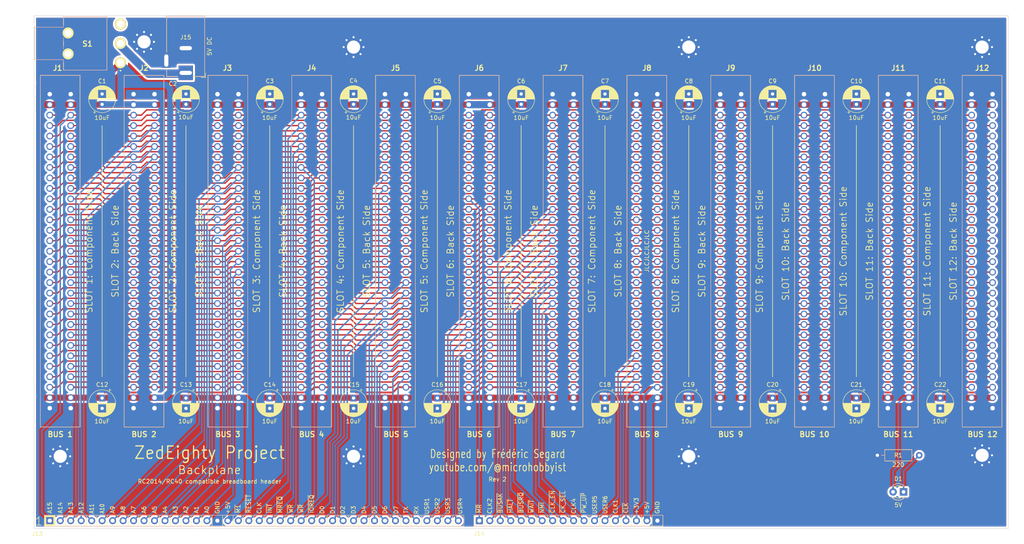
<source format=kicad_pcb>
(kicad_pcb (version 20211014) (generator pcbnew)
  (title_block (date "2022-10-08") (rev "2"))
  (layers (0 "F.Cu" mixed) (31 "B.Cu" mixed) (34 "B.Paste" user) (35 "F.Paste" user) (36 "B.SilkS" user "B.Silkscreen") (37 "F.SilkS" user "F.Silkscreen") (38 "B.Mask" user) (39 "F.Mask" user) (44 "Edge.Cuts" user))
  (net 0 "")
  (net 1 "+5V")
  (net 2 "GND")
  (net 3 "Net-(D1-Pad1)")
  (net 4 "/A15")
  (net 5 "/A14")
  (net 6 "/A13")
  (net 7 "/A12")
  (net 8 "/A11")
  (net 9 "/A10")
  (net 10 "/A9")
  (net 11 "/A8")
  (net 12 "/A7")
  (net 13 "/A6")
  (net 14 "/A5")
  (net 15 "/A4")
  (net 16 "/A3")
  (net 17 "/A2")
  (net 18 "/A1")
  (net 19 "/A0")
  (net 20 "/D0")
  (net 21 "/D1")
  (net 22 "/D2")
  (net 23 "/D3")
  (net 24 "/D4")
  (net 25 "/D5")
  (net 26 "/D6")
  (net 27 "/D7")
  (net 28 "/TX")
  (net 29 "/RX")
  (net 30 "/~{M1}")
  (net 31 "/~{RESET}")
  (net 32 "/CLK")
  (net 33 "/~{INT}")
  (net 34 "/~{MREQ}")
  (net 35 "/~{WR}")
  (net 36 "/~{RD}")
  (net 37 "/~{IORQ}")
  (net 38 "/~{MR}")
  (net 39 "/CLK2")
  (net 40 "/~{BUSAK}")
  (net 41 "/~{HALT}")
  (net 42 "/~{BUSRQ}")
  (net 43 "/~{WAIT}")
  (net 44 "/~{NMI}")
  (net 45 "/~{CLK_DIS}")
  (net 46 "/~{CLK_SEL}")
  (net 47 "/CLK4")
  (net 48 "/USER1")
  (net 49 "/USER2")
  (net 50 "/USER3")
  (net 51 "/USER4")
  (net 52 "/USER5")
  (net 53 "/USER6")
  (net 54 "/CLK1")
  (net 55 "/~{CLK}")
  (net 57 "/+3V3")
  (net 58 "Net-(J15-Pad1)")
  (net 59 "/~{PWR_UP}")
  (footprint "MountingHole:MountingHole_3.2mm_M3_Pad_Via" (layer "F.Cu") (at 194.31 43.18)
    (fp_text reference "H3" hide)
    (fp_text value "MH" hide)
  )
  (footprint "Capacitor_THT:CP_Radial_D6.3mm_P2.50mm" (layer "F.Cu") (at 234.95 57.062379 90)
    (fp_text reference "C10")
    (fp_text value "10uF")
  )
  (footprint "Capacitor_THT:CP_Radial_D6.3mm_P2.50mm" (layer "F.Cu") (at 153.67 57.06238 90)
    (fp_text reference "C6")
    (fp_text value "10uF")
  )
  (footprint "Capacitor_THT:CP_Radial_D6.3mm_P2.50mm" (layer "F.Cu") (at 133.35 128.357621 -90)
    (fp_text reference "C16")
    (fp_text value "10uF")
  )
  (footprint "Connector_BarrelJack:BarrelJack_Horizontal" (layer "F.Cu") (at 72.3315 49.434 -90)
    (fp_text reference "J15")
    (fp_text value "5V DC")
  )
  (footprint "Capacitor_THT:CP_Radial_D6.3mm_P2.50mm" (layer "F.Cu") (at 153.67 128.357621 -90)
    (fp_text reference "C17")
    (fp_text value "10uF")
  )
  (footprint "Capacitor_THT:CP_Radial_D6.3mm_P2.50mm" (layer "F.Cu") (at 52.07 57.062379 90)
    (fp_text reference "C1")
    (fp_text value "10uF")
  )
  (footprint "MountingHole:MountingHole_3.2mm_M3_Pad_Via" (layer "F.Cu") (at 41.91 142.494)
    (fp_text reference "H4" hide)
    (fp_text value "MH" hide)
  )
  (footprint "0_Z80_Library:ISA_Connector" (layer "F.Cu") (at 227.33 54.61 -90)
    (fp_text reference "J10")
    (fp_text value "BUS 10")
  )
  (footprint "Capacitor_THT:CP_Radial_D6.3mm_P2.50mm" (layer "F.Cu") (at 52.07 128.357621 -90)
    (fp_text reference "C12")
    (fp_text value "10uF")
  )
  (footprint "Capacitor_THT:CP_Radial_D6.3mm_P2.50mm" (layer "F.Cu") (at 133.35 57.06238 90)
    (fp_text reference "C5")
    (fp_text value "10uF")
  )
  (footprint "Resistor_THT:R_Axial_DIN0207_L6.3mm_D2.5mm_P10.16mm_Horizontal" (layer "F.Cu") (at 240.03 142.24)
    (fp_text reference "R1")
    (fp_text value "220")
  )
  (footprint "0_Z80_Library:ISA_Connector" (layer "F.Cu") (at 85.117 54.61 -90)
    (fp_text reference "J3")
    (fp_text value "BUS 3")
  )
  (footprint "0_Z80_Library:ISA_Connector" (layer "F.Cu") (at 105.41 54.61 -90)
    (fp_text reference "J4")
    (fp_text value "BUS 4")
  )
  (footprint "0_Z80_Library:ISA_Connector" (layer "F.Cu") (at 186.69 54.61 -90)
    (fp_text reference "J8")
    (fp_text value "BUS 8")
  )
  (footprint "Capacitor_THT:CP_Radial_D6.3mm_P2.50mm" (layer "F.Cu") (at 173.99 128.357621 -90)
    (fp_text reference "C18")
    (fp_text value "10uF")
  )
  (footprint "LED_THT:LED_D3.0mm" (layer "F.Cu") (at 246.385 151.13 180)
    (fp_text reference "D1")
    (fp_text value "5V")
  )
  (footprint "Capacitor_THT:CP_Radial_D6.3mm_P2.50mm" (layer "F.Cu") (at 72.39 57.06238 90)
    (fp_text reference "C2")
    (fp_text value "10uF")
  )
  (footprint "Capacitor_THT:CP_Radial_D6.3mm_P2.50mm" (layer "F.Cu") (at 234.95 128.357621 -90)
    (fp_text reference "C21")
    (fp_text value "10uF")
  )
  (footprint "0_Z80_Library:ISA_Connector" (layer "F.Cu") (at 64.77 54.61 -90)
    (fp_text reference "J2")
    (fp_text value "BUS 2")
  )
  (footprint "MountingHole:MountingHole_3.2mm_M3_Pad_Via" (layer "F.Cu") (at 113.03 142.494)
    (fp_text reference "H5" hide)
    (fp_text value "MH" hide)
  )
  (footprint "Capacitor_THT:CP_Radial_D6.3mm_P2.50mm" (layer "F.Cu") (at 92.71 57.06238 90)
    (fp_text reference "C3")
    (fp_text value "10uF")
  )
  (footprint "Connector_PinHeader_2.54mm:PinHeader_1x18_P2.54mm_Vertical" (layer "F.Cu") (at 143.525 158.115 90)
    (fp_text reference "J14")
    (fp_text value "EXTENDED BUS")
  )
  (footprint "MountingHole:MountingHole_3.2mm_M3_Pad_Via" (layer "F.Cu") (at 265.43 43.18)
    (fp_text reference "H7" hide)
    (fp_text value "MH" hide)
  )
  (footprint "0_Z80_Library:ISA_Connector" (layer "F.Cu") (at 207.01 54.61 -90)
    (fp_text reference "J9")
    (fp_text value "BUS 9")
  )
  (footprint "0_Z80_Library:SPDT_NKK_SWITCH_M2012S2A2W30" (layer "F.Cu") (at 56.515 46.99 -90)
    (fp_text reference "S1")
    (fp_text value "POWER" hide)
  )
  (footprint "Capacitor_THT:CP_Radial_D6.3mm_P2.50mm" (layer "F.Cu") (at 113.03 57.06238 90)
    (fp_text reference "C4")
    (fp_text value "10uF")
  )
  (footprint "Capacitor_THT:CP_Radial_D6.3mm_P2.50mm" (layer "F.Cu") (at 255.27 57.062379 90)
    (fp_text reference "C11")
    (fp_text value "10uF")
  )
  (footprint "MountingHole:MountingHole_3.2mm_M3_Pad_Via" (layer "F.Cu") (at 62.23 41.91)
    (fp_text reference "H1" hide)
    (fp_text value "MH" hide)
  )
  (footprint "Capacitor_THT:CP_Radial_D6.3mm_P2.50mm" (layer "F.Cu") (at 214.63 57.062379 90)
    (fp_text reference "C9")
    (fp_text value "10uF")
  )
  (footprint "MountingHole:MountingHole_3.2mm_M3_Pad_Via" (layer "F.Cu") (at 265.43 142.24)
    (fp_text reference "H8" hide)
    (fp_text value "MH" hide)
  )
  (footprint "Capacitor_THT:CP_Radial_D6.3mm_P2.50mm" (layer "F.Cu") (at 255.27 128.357621 -90)
    (fp_text reference "C22")
    (fp_text value "10uF")
  )
  (footprint "0_Z80_Library:ISA_Connector" (layer "F.Cu") (at 44.45 54.61 -90)
    (fp_text reference "J1")
    (fp_text value "BUS 1")
  )
  (footprint "Capacitor_THT:CP_Radial_D6.3mm_P2.50mm" (layer "F.Cu") (at 194.31 128.357621 -90)
    (fp_text reference "C19")
    (fp_text value "10uF")
  )
  (footprint "Connector_PinHeader_2.54mm:PinHeader_1x40_P2.54mm_Vertical" (layer "F.Cu") (at 39.375 158.115 90)
    (fp_text reference "J13")
    (fp_text value "BASIC BUS")
  )
  (footprint "Capacitor_THT:CP_Radial_D6.3mm_P2.50mm" (layer "F.Cu") (at 194.31 57.062379 90)
    (fp_text reference "C8")
    (fp_text value "10uF")
  )
  (footprint "0_Z80_Library:ISA_Connector" (layer "F.Cu") (at 267.97 54.61 -90)
    (fp_text reference "J12")
    (fp_text value "BUS 12")
  )
  (footprint "0_Z80_Library:ISA_Connector" (layer "F.Cu") (at 125.73 54.61 -90)
    (fp_text reference "J5")
    (fp_text value "BUS 5")
  )
  (footprint "MountingHole:MountingHole_3.2mm_M3_Pad_Via" (layer "F.Cu") (at 113.03 43.18)
    (fp_text reference "H2" hide)
    (fp_text value "MH" hide)
  )
  (footprint "0_Z80_Library:ISA_Connector" (layer "F.Cu") (at 247.65 54.61 -90)
    (fp_text reference "J11")
    (fp_text value "BUS 11")
  )
  (footprint "Capacitor_THT:CP_Radial_D6.3mm_P2.50mm" (layer "F.Cu") (at 72.39 128.357621 -90)
    (fp_text reference "C13")
    (fp_text value "10uF")
  )
  (footprint "Capacitor_THT:CP_Radial_D6.3mm_P2.50mm" (layer "F.Cu") (at 113.03 128.357621 -90)
    (fp_text reference "C15")
    (fp_text value "10uF")
  )
  (footprint "Capacitor_THT:CP_Radial_D6.3mm_P2.50mm" (layer "F.Cu") (at 173.99 57.062379 90)
    (fp_text reference "C7")
    (fp_text value "10uF")
  )
  (footprint "Capacitor_THT:CP_Radial_D6.3mm_P2.50mm" (layer "F.Cu") (at 214.63 128.357621 -90)
    (fp_text reference "C20")
    (fp_text value "10uF")
  )
  (footprint "MountingHole:MountingHole_3.2mm_M3_Pad_Via" (layer "F.Cu") (at 194.31 142.494)
    (fp_text reference "H6" hide)
    (fp_text value "MH" hide)
  )
  (footprint "0_Z80_Library:ISA_Connector" (layer "F.Cu") (at 166.37 54.61 -90)
    (fp_text reference "J7")
    (fp_text value "BUS 7")
  )
  (footprint "0_Z80_Library:ISA_Connector" (layer "F.Cu") (at 146.05 54.61 -90)
    (fp_text reference "J6")
    (fp_text value "BUS 6")
  )
  (footprint "Capacitor_THT:CP_Radial_D6.3mm_P2.50mm" (layer "F.Cu") (at 92.709999 128.35762 -90)
    (fp_text reference "C14")
    (fp_text value "10uF")
  )
  (gr_line (start 42.672 48.768) (end 53.213 48.768) (layer "B.SilkS") (width 0.12))
  (gr_line (start 42.672 46.228) (end 42.672 48.768) (layer "B.SilkS") (width 0.12))
  (gr_arc (start 243.332 150.114) (mid 244.930441 149.090074) (end 246.683174 149.819022) (layer "B.SilkS") (width 0.12))
  (gr_rect (start 139.7508 156.7942) (end 38.0238 159.4612) (layer "B.SilkS") (width 0.12) (fill none))
  (gr_rect (start 159.004 50.038) (end 168.656 135.382) (layer "B.SilkS") (width 0.12) (fill none))
  (gr_line (start 76.962 50.292) (end 76.962 35.687) (layer "B.SilkS") (width 0.12))
  (gr_rect (start 249.936 135.382) (end 240.284 50.038) (layer "B.SilkS") (width 0.12) (fill none))
  (gr_rect (start 260.604 50.038) (end 270.256 135.382) (layer "B.SilkS") (width 0.12) (fill none))
  (gr_line (start 248.412 142.24) (end 249.174 142.24) (layer "B.SilkS") (width 0.12))
  (gr_rect (start 37.084 50.038) (end 46.736 135.382) (layer "B.SilkS") (width 0.12) (fill none))
  (gr_rect (start 219.964 50.038) (end 229.616 135.382) (layer "B.SilkS") (width 0.12) (fill none))
  (gr_line (start 42.672 43.688) (end 42.672 40.894) (layer "B.SilkS") (width 0.12))
  (gr_line (start 246.683174 149.819022) (end 246.6848 150.0632) (layer "B.SilkS") (width 0.12))
  (gr_line (start 53.213 48.768) (end 53.213 35.814) (layer "B.SilkS") (width 0.12))
  (gr_line (start 67.691 50.292) (end 70.358 50.292) (layer "B.SilkS") (width 0.12))
  (gr_arc (start 246.634 152.527) (mid 244.91359 153.188059) (end 243.349273 152.213524) (layer "B.SilkS") (width 0.12))
  (gr_rect (start 57.404 50.038) (end 67.056 135.382) (layer "B.SilkS") (width 0.12) (fill none))
  (gr_line (start 35.687 38.354) (end 35.687 46.228) (layer "B.SilkS") (width 0.12))
  (gr_rect (start 179.324 50.038) (end 188.976 135.382) (layer "B.SilkS") (width 0.12) (fill none))
  (gr_line (start 42.672 35.814) (end 42.672 38.354) (layer "B.SilkS") (width 0.12))
  (gr_rect (start 199.644 50.038) (end 209.296 135.382) (layer "B.SilkS") (width 0.12) (fill none))
  (gr_rect (start 98.044 50.038) (end 107.696 135.382) (layer "B.SilkS") (width 0.12) (fill none))
  (gr_rect (start 241.808 140.843) (end 248.412 143.637) (layer "B.SilkS") (width 0.12) (fill none))
  (gr_line (start 246.634 152.527) (end 246.634 152.1968) (layer "B.SilkS") (width 0.12))
  (gr_line (start 42.672 38.354) (end 35.687 38.354) (layer "B.SilkS") (width 0.12))
  (gr_line (start 53.213 35.814) (end 42.672 35.814) (layer "B.SilkS") (width 0.12))
  (gr_rect (start 118.364 50.038) (end 128.016 135.382) (layer "B.SilkS") (width 0.12) (fill none))
  (gr_rect (start 77.724 50.038) (end 87.376 135.382) (layer "B.SilkS") (width 0.12) (fill none))
  (gr_line (start 74.295 50.292) (end 76.962 50.292) (layer "B.SilkS") (width 0.12))
  (gr_line (start 241.808 142.24) (end 241.046 142.24) (layer "B.SilkS") (width 0.12))
  (gr_line (start 67.691 35.687) (end 67.691 44.45) (layer "B.SilkS") (width 0.12))
  (gr_rect (start 138.684 50.038) (end 148.336 135.382) (layer "B.SilkS") (width 0.12) (fill none))
  (gr_line (start 67.691 48.514) (end 67.691 50.292) (layer "B.SilkS") (width 0.12))
  (gr_line (start 35.687 46.228) (end 42.672 46.228) (layer "B.SilkS") (width 0.12))
  (gr_line (start 76.962 35.687) (end 67.691 35.687) (layer "B.SilkS") (width 0.12))
  (gr_rect (start 188.0108 156.7942) (end 142.1892 159.4612) (layer "B.SilkS") (width 0.12) (fill none))
  (gr_line (start 147.32 159.385) (end 147.32 156.845) (layer "F.SilkS") (width 0.12))
  (gr_line (start 113.03 62.23) (end 113.03 123.19) (layer "F.SilkS") (width 0.15))
  (gr_line (start 157.48 159.385) (end 157.48 156.845) (layer "F.SilkS") (width 0.12))
  (gr_line (start 38.1762 159.3596) (end 38.1762 156.8704) (layer "F.SilkS") (width 0.2))
  (gr_line (start 48.26 156.845) (end 48.26 159.385) (layer "F.SilkS") (width 0.12))
  (gr_line (start 116.84 156.845) (end 116.84 159.385) (layer "F.SilkS") (width 0.12))
  (gr_line (start 153.67 62.23) (end 153.67 123.19) (layer "F.SilkS") (width 0.15))
  (gr_line (start 96.52 156.845) (end 96.52 159.385) (layer "F.SilkS") (width 0.12))
  (gr_line (start 106.68 156.845) (end 106.68 159.385) (layer "F.SilkS") (width 0.12))
  (gr_rect (start 38.4302 157.1752) (end 40.3098 159.0548) (layer "F.SilkS") (width 0.12) (fill none))
  (gr_line (start 40.5384 159.3596) (end 40.5384 156.8704) (layer "F.SilkS") (width 0.2))
  (gr_line (start 134.62 156.845) (end 134.62 159.385) (layer "F.SilkS") (width 0.12))
  (gr_line (start 35.687 46.228) (end 35.687 38.354) (layer "F.SilkS") (width 0.1))
  (gr_line (start 177.8 156.845) (end 177.8 159.385) (layer "F.SilkS") (width 0.12))
  (gr_line (start 35.687 38.354) (end 42.728877 38.354) (layer "F.SilkS") (width 0.1))
  (gr_line (start 124.46 156.845) (end 124.46 159.385) (layer "F.SilkS") (width 0.12))
  (gr_line (start 38.1 159.1818) (end 40.5892 159.1818) (layer "F.SilkS") (width 0.2))
  (gr_line (start 73.66 156.845) (end 73.66 159.385) (layer "F.SilkS") (width 0.12))
  (gr_line (start 43.18 156.845) (end 43.18 159.385) (layer "F.SilkS") (width 0.12))
  (gr_line (start 91.44 156.845) (end 91.44 159.385) (layer "F.SilkS") (width 0.12))
  (gr_line (start 50.8 156.845) (end 50.8 159.385) (layer "F.SilkS") (width 0.12))
  (gr_line (start 137.16 156.845) (end 137.16 159.385) (layer "F.SilkS") (width 0.12))
  (gr_line (start 104.14 156.845) (end 104.14 159.385) (layer "F.SilkS") (width 0.12))
  (gr_line (start 72.39 62.23) (end 72.39 123.19) (layer "F.SilkS") (width 0.15))
  (gr_line (start 42.733267 46.228) (end 35.687 46.228) (layer "F.SilkS") (width 0.1))
  (gr_line (start 40.645 156.785) (end 38.045 156.785) (layer "F.SilkS") (width 0.12))
  (gr_line (start 101.6 156.845) (end 101.6 159.385) (layer "F.SilkS") (width 0.12))
  (gr_line (start 167.64 159.385) (end 167.64 156.845) (layer "F.SilkS") (width 0.12))
  (gr_line (start 234.95 62.23) (end 234.95 123.19) (layer "F.SilkS") (width 0.15))
  (gr_line (start 63.5 156.845) (end 63.5 159.385) (layer "F.SilkS") (width 0.12))
  (gr_line (start 88.9 156.845) (end 88.9 159.385) (layer "F.SilkS") (width 0.12))
  (gr_line (start 162.56 159.385) (end 162.56 156.845) (layer "F.SilkS") (width 0.12))
  (gr_line (start 76.2 156.845) (end 76.2 159.385) (layer "F.SilkS") (width 0.12))
  (gr_line (start 114.3 156.845) (end 114.3 159.385) (layer "F.SilkS") (width 0.12))
  (gr_line (start 39.375 159.445) (end 40.6654 159.445) (layer "F.SilkS") (width 0.12))
  (gr_line (start 38.1 156.8958) (end 40.5892 156.8958) (layer "F.SilkS") (width 0.2))
  (gr_line (start 109.22 156.845) (end 109.22 159.385) (layer "F.SilkS") (width 0.12))
  (gr_line (start 144.8308 156.785) (end 142.195 156.785) (layer "F.SilkS") (width 0.12))
  (gr_line (start 58.42 156.845) (end 58.42 159.385) (layer "F.SilkS") (width 0.12))
  (gr_line (start 92.71 62.23) (end 92.71 123.19) (layer "F.SilkS") (width 0.15))
  (gr_line (start 165.1 159.385) (end 165.1 156.845) (layer "F.SilkS") (width 0.12))
  (gr_line (start 214.63 62.23) (end 214.63 123.19) (layer "F.SilkS") (width 0.15))
  (gr_line (start 38.1 159.3088) (end 40.5892 159.3088) (layer "F.SilkS") (width 0.2))
  (gr_line (start 66.04 156.845) (end 66.04 159.385) (layer "F.SilkS") (width 0.12))
  (gr_line (start 121.92 156.845) (end 121.92 159.385) (layer "F.SilkS") (width 0.12))
  (gr_line (start 81.28 156.845) (end 81.28 159.385) (layer "F.SilkS") (width 0.12))
  (gr_line (start 127 156.845) (end 127 159.385) (layer "F.SilkS") (width 0.12))
  (gr_line (start 71.12 156.845) (end 71.12 159.385) (layer "F.SilkS") (width 0.12))
  (gr_line (start 182.88 156.845) (end 182.88 159.385) (layer "F.SilkS") (width 0.12))
  (gr_line (start 86.36 156.845) (end 86.36 159.385) (layer "F.SilkS") (width 0.12))
  (gr_line (start 83.82 156.845) (end 83.82 159.385) (layer "F.SilkS") (width 0.12))
  (gr_line (start 170.18 159.385) (end 170.18 156.845) (layer "F.SilkS") (width 0.12))
  (gr_line (start 173.99 62.23) (end 173.99 123.19) (layer "F.SilkS") (width 0.15))
  (gr_line (start 38.3286 159.3596) (end 38.3286 156.8704) (layer "F.SilkS") (width 0.2))
  (gr_line (start 194.31 62.23) (end 194.31 123.19) (layer "F.SilkS") (width 0.15))
  (gr_line (start 55.88 156.845) (end 55.88 159.385) (layer "F.SilkS") (width 0.12))
  (gr_line (start 185.42 156.845) (end 185.42 159.385) (layer "F.SilkS") (width 0.12))
  (gr_line (start 52.07 62.23) (end 52.07 123.19) (layer "F.SilkS") (width 0.15))
  (gr_line (start 111.76 156.845) (end 111.76 159.385) (layer "F.SilkS") (width 0.12))
  (gr_line (start 255.27 62.23) (end 255.27 123.19) (layer "F.SilkS") (width 0.15))
  (gr_line (start 133.35 62.23) (end 133.35 123.19) (layer "F.SilkS") (width 0.15))
  (gr_line (start 68.58 156.845) (end 68.58 159.385) (layer "F.SilkS") (width 0.12))
  (gr_line (start 93.98 156.845) (end 93.98 159.385) (layer "F.SilkS") (width 0.12))
  (gr_line (start 142.195 158.115) (end 142.195 156.785) (layer "F.SilkS") (width 0.12))
  (gr_line (start 38.1 157.0482) (end 40.5892 157.0482) (layer "F.SilkS") (width 0.2))
  (gr_line (start 160.02 159.385) (end 160.02 156.845) (layer "F.SilkS") (width 0.12))
  (gr_line (start 119.38 156.845) (end 119.38 159.385) (layer "F.SilkS") (width 0.12))
  (gr_line (start 60.96 156.845) (end 60.96 159.385) (layer "F.SilkS") (width 0.12))
  (gr_line (start 45.72 156.845) (end 45.72 159.385) (layer "F.SilkS") (width 0.12))
  (gr_line (start 175.26 156.845) (end 175.26 159.385) (layer "F.SilkS") (width 0.12))
  (gr_line (start 143.525 159.445) (end 144.795 159.445) (layer "F.SilkS") (width 0.12))
  (gr_line (start 40.4114 159.3596) (end 40.4114 156.8704) (layer "F.SilkS") (width 0.2))
  (gr_line (start 129.54 156.845) (end 129.54 159.385) (layer "F.SilkS") (width 0.12))
  (gr_line (start 180.34 156.845) (end 180.34 159.385) (layer "F.SilkS") (width 0.12))
  (gr_line (start 149.86 159.385) (end 149.86 156.845) (layer "F.SilkS") (width 0.12))
  (gr_line (start 172.72 156.845) (end 172.72 159.385) (layer "F.SilkS") (width 0.12))
  (gr_line (start 152.4 159.385) (end 152.4 156.845) (layer "F.SilkS") (width 0.12))
  (gr_line (start 53.34 156.845) (end 53.34 159.385) (layer "F.SilkS") (width 0.12))
  (gr_line (start 99.06 156.845) (end 99.06 159.385) (layer "F.SilkS") (width 0.12))
  (gr_line (start 132.08 156.845) (end 132.08 159.385) (layer "F.SilkS") (width 0.12))
  (gr_line (start 38.045 158.115) (end 38.045 156.785) (layer "F.SilkS") (width 0.12))
  (gr_line (start 78.74 156.845) (end 78.74 159.385) (layer "F.SilkS") (width 0.12))
  (gr_line (start 154.94 159.385) (end 154.94 156.845) (layer "F.SilkS") (width 0.12))
  (gr_line (start 35.56 160.02) (end 190.5 160.02) (layer "Edge.Cuts") (width 0.1))
  (gr_line (start 35.56 160.02) (end 35.56 35.56) (layer "Edge.Cuts") (width 0.1))
  (gr_line (start 190.5 35.56) (end 35.56 35.56) (layer "Edge.Cuts") (width 0.1))
  (gr_line (start 271.78 160.02) (end 190.5 160.02) (layer "Edge.Cuts") (width 0.1))
  (gr_line (start 271.78 35.56) (end 271.78 160.02) (layer "Edge.Cuts") (width 0.1))
  (gr_line (start 190.5 35.56) (end 271.78 35.56) (layer "Edge.Cuts") (width 0.1))
  (gr_text "~{CK_SEL}" (at 163.83 156.3878 90) (layer "F.SilkS") (effects (font (size 1 1)) (justify left)))
  (gr_text "+5V" (at 184.15 156.6164 90) (layer "F.SilkS") (effects (font (size 1 1)) (justify left)))
  (gr_text "A6" (at 62.23 156.464 90) (layer "F.SilkS") (effects (font (size 1 1)) (justify left)))
  (gr_text "A10" (at 52.07 156.464 90) (layer "F.SilkS") (effects (font (size 1 0.85)) (justify left)))
  (gr_text "SLOT 4: Back Side" (at 95.885 92.71 90) (layer "F.SilkS") (effects (font (size 1.6 1.6) (thickness 0.18))))
  (gr_text "A5" (at 64.77 156.464 90) (layer "F.SilkS") (effects (font (size 1 1)) (justify left)))
  (gr_text "SLOT 11: Component Side" (at 252.095 92.71 90) (layer "F.SilkS") (effects (font (size 1.6 1.6) (thickness 0.18))))
  (gr_text "SLOT 5: Component Side" (at 130.175 92.71 90) (layer "F.SilkS") (effects (font (size 1.6 1.6) (thickness 0.18))))
  (gr_text "SLOT 1: Component Side" (at 48.895 92.71 90) (layer "F.SilkS") (effects (font (size 1.6 1.6) (thickness 0.18))))
  (gr_text "SLOT 5: Back Side" (at 116.205 92.71 90) (layer "F.SilkS") (effects (font (size 1.6 1.6) (thickness 0.18))))
  (gr_text "SLOT 12: Back Side" (at 258.445 92.71 90) (layer "F.SilkS") (effects (font (size 1.6 1.6) (thickness 0.18))))
  (gr_text "~{MR}" (at 143.51 156.3878 90) (layer "F.SilkS") (effects (font (size 1 1)) (justify left)))
  (gr_text "+3V3" (at 181.61 156.6164 90) (layer "F.SilkS") (effects (font (size 1 1)) (justify left)))
  (gr_text "~{IOREQ}" (at 102.87 156.3878 90) (layer "F.SilkS") (effects (font (size 1 1)) (justify left)))
  (gr_text "RX" (at 128.27 156.618165 90) (layer "F.SilkS") (effects (font (size 1 1)) (justify left)))
  (gr_text "D7" (at 123.3678 156.591 90) (layer "F.SilkS") (effects (font (size 1 1)) (justify left)))
  (gr_text "SLOT 3: Component Side" (at 89.535 92.71 90) (layer "F.SilkS") (effects (font (size 1.6 1.6) (thickness 0.18))))
  (gr_text "SLOT 8: Back Side" (at 177.165 92.71 90) (layer "F.SilkS") (effects (font (size 1.6 1.6) (thickness 0.18))))
  (gr_text "D4" (at 115.561609 156.5641 90) (layer "F.SilkS") (effects (font (size 1 1)) (justify left)))
  (gr_text "SLOT 4: Component Side" (at 109.855 92.71 90) (layer "F.SilkS") (effects (font (size 1.6 1.6) (thickness 0.18))))
  (gr_text "SLOT 2: Component Side" (at 69.215 92.71 90) (layer "F.SilkS") (effects (font (size 1.6 1.6) (thickness 0.18))))
  (gr_text "A2" (at 72.39 156.464 90) (layer "F.SilkS") (effects (font (size 1 1)) (justify left)))
  (gr_text "CLK2" (at 146.05 156.5402 90) (layer "F.SilkS") (effects (font (size 1 1)) (justify left)))
  (gr_text "USR4" (at 138.8618 156.6164 90) (layer "F.SilkS") (effects (font (size 1 1)) (justify left)))
  (gr_text "CLK4" (at 166.3954 156.5402 90) (layer "F.SilkS") (effects (font (size 1 1)) (justify left)))
  (gr_text "~{M1}" (at 85.09 156.3878 90) (layer "F.SilkS") (effects (font (size 1 1)) (justify left)))
  (gr_text "D6" (at 120.641609 156.5641 90) (layer "F.SilkS") (effects (font (size 1 1)) (justify left)))
  (gr_text "ZedEighty Project" (at 78.105 141.605) (layer "F.SilkS") (effects (font (size 3 2.75) (thickness 0.3))))
  (gr_text "Rev 2" (at 147.9296 148.082) (layer "F.SilkS") (effects (font (size 1 1))))
  (gr_text "SLOT 6: Component Side" (at 150.495 92.71 90) (layer "F.SilkS") (effects (font (size 1.6 1.6) (thickness 0.18))))
  (gr_text "SLOT 7: Back Side" (at 156.845 92.71 90) (layer "F.SilkS") (effects (font (size 1.6 1.6) (thickness 0.18))))
  (gr_text "SLOT 8: Component Side" (at 191.135 92.71 90) (layer "F.SilkS") (effects (font (size 1.6 1.6) (thickness 0.18))))
  (gr_text "~{BUSRQ}" (at 153.67 156.3878 90) (layer "F.SilkS") (effects (font (size 1 1)) (justify left)))
  (gr_text "D1" (at 107.941609 156.5641 90) (layer "F.SilkS") (effects (font (size 1 1)) (justify left)))
  (gr_text "A15" (at 39.37 156.464 90) (layer "F.SilkS") (effects (font (size 1 1)) (justify left)))
  (gr_text "SLOT 9: Back Side" (at 197.485 92.71 90) (layer "F.SilkS") (effects (font (size 1.6 1.6) (thickness 0.18))))
  (gr_text "~{WR}" (at 97.79 156.3878 90) (layer "F.SilkS") (effects (font (size 1 1)) (justify left)))
  (gr_text "USR3" (at 135.8646 156.6164 90) (layer "F.SilkS") (effects (font (size 1 1)) (justify left)))
  (gr_text "~{WR}" (at 100.33 156.3878 90) (layer "F.SilkS") (effects (font (size 1 1)) (justify left)))
  (gr_text "D2" (at 110.375074 156.565869 90) (layer "F.SilkS") (effects (font (size 1 1)) (justify left)))
  (gr_text "+5V" (at 82.55 156.6164 90) (layer "F.SilkS") (effects (font (size 1 1)) (justify left)))
  (gr_text "D0" (at 105.401609 156.5641 90) (layer "F.SilkS") (effects (font (size 1 1)) (justify left)))
  (gr_text "~{HALT}" (at 151.13 156.3878 90) (layer "F.SilkS") (effects (font (size 1 1)) (justify left)))
  (gr_text "A14" (at 41.91 156.464 90) (layer "F.SilkS") (effects (font (size 1 1)) (justify left)))
  (gr_text "GND" (at 186.69 156.5402 90) (layer "F.SilkS") (effects (font (size 1 1)) (justify left)))
  (gr_text "A1" (at 74.93 156.464 90) (layer "F.SilkS") (effects (font (size 1 1)) (justify left)))
  (gr_text "1" (at 36.7284 158.242) (layer "F.SilkS") (effects (font (size 2 2))))
  (gr_text "~{MREQ}" (at 95.25 156.3878 90) (layer "F.SilkS") (effects (font (size 1 1)) (justify left)))
  (gr_text "~{CLK_EN}" (at 161.29 156.3878 90) (layer "F.SilkS") (effects (font (size 1 1)) (justify left)))
  (gr_text "~{PW_UP}" (at 168.91 156.3878 90) (layer "F.SilkS") (effects (font (size 1 1)) (justify left)))
  (gr_text "A8" (at 57.15 156.464 90) (layer "F.SilkS") (effects (font (size 1 1)) (justify left)))
  (gr_text "USR1" (at 130.81 156.618165 90) (layer "F.SilkS") (effects (font (size 1 1)) (justify left)))
  (gr_text "A4" (at 67.31 156.464 90) (layer "F.SilkS") (effects (font (size 1 1)) (justify left)))
  (gr_text "A7" (at 59.69 156.464 90) (layer "F.SilkS") (effects (font (size 1 1)) (justify left)))
  (gr_text "GND" (at 80.01 156.5402 90) (layer "F.SilkS") (effects (font (size 1 1)) (justify left)))
  (gr_text "SLOT 2: Back Side" (at 55.245 92.71 90) (layer "F.SilkS") (effects (font (size 1.6 1.6) (thickness 0.18))))
  (gr_text "~{WAIT}" (at 156.21 156.3878 90) (layer "F.SilkS") (effects (font (size 1 1)) (justify left)))
  (gr_text "SLOT 3: Back Side" (at 75.565 92.71 90) (layer "F.SilkS") (effects (font (size 1.6 1.6) (thickness 0.18))))
  (gr_text "~{NMI}" (at 158.75 156.3878 90) (layer "F.SilkS") (effects (font (size 1 1)) (justify left)))
  (gr_text "Designed by Frédéric Segard\nyoutube.com/@microhobbyist" (at 147.955 143.51) (layer "F.SilkS") (effects (font (size 2 1.5) (thickness 0.2))))
  (gr_text "A12" (at 46.99 156.464 90) (layer "F.SilkS") (effects (font (size 1 1)) (justify left)))
  (gr_text "~{RESET}" (at 87.63 156.3878 90) (layer "F.SilkS") (effects (font (size 1 1)) (justify left)))
  (gr_text "A13" (at 44.45 156.464 90) (layer "F.SilkS") (effects (font (size 1 1)) (justify left)))
  (gr_text "A11" (at 49.53 156.464 90) (layer "F.SilkS") (effects (font (size 1 0.85)) (justify left)))
  (gr_text "~{INT}" (at 92.71 156.3878 90) (layer "F.SilkS") (effects (font (size 1 1)) (justify left)))
  (gr_text "D3" (at 113.021609 156.5641 90) (layer "F.SilkS") (effects (font (size 1 1)) (justify left)))
  (gr_text "USR2" (at 133.35 156.618165 90) (layer "F.SilkS") (effects (font (size 1 1)) (justify left)))
  (gr_text "A3" (at 69.85 156.464 90) (layer "F.SilkS") (effects (font (size 1 1)) (justify left)))
  (gr_text "A0" (at 77.47 156.464 90) (layer "F.SilkS") (effects (font (size 1 1)) (justify left)))
  (gr_text "SLOT 10: Back Side" (at 217.805 92.71 90) (layer "F.SilkS") (effects (font (size 1.6 1.6) (thickness 0.18))))
  (gr_text "Backplane" (at 78.105 145.796) (layer "F.SilkS") (effects (font (size 2 2) (thickness 0.2))))
  (gr_text "SLOT 11: Back Side" (at 238.125 92.71 90) (layer "F.SilkS") (effects (font (size 1.6 1.6) (thickness 0.18))))
  (gr_text "CLK" (at 90.17 156.5402 90) (layer "F.SilkS") (effects (font (size 1 1)) (justify left)))
  (gr_text "~{CLK}" (at 179.07 156.3878 90) (layer "F.SilkS") (effects (font (size 1 0.9)) (justify left)))
  (gr_text "D5" (at 118.101609 156.5641 90) (layer "F.SilkS") (effects (font (size 1 1)) (justify left)))
  (gr_text "JLCJLCJLCJLC" (at 184.15 92.71 90) (layer "F.SilkS") (effects (font (size 1 1))))
  (gr_text "CLK1" (at 176.53 156.5148 90) (layer "F.SilkS") (effects (font (size 1 0.9)) (justify left)))
  (gr_text "SLOT 9: Component Side" (at 211.455 92.71 90) (layer "F.SilkS") (effects (font (size 1.6 1.6) (thickness 0.18))))
  (gr_text "USER5" (at 171.5008 156.5402 90) (layer "F.SilkS") (effects (font (size 1 0.9)) (justify left)))
  (gr_text "USER6" (at 174.0408 156.5402 90) (layer "F.SilkS") (effects (font (size 1 0.9)) (justify left)))
  (gr_text "A9" (at 54.61 156.464 90) (layer "F.SilkS") (effects (font (size 1 1)) (justify left)))
  (gr_text "~{BUSAK}" (at 148.59 156.3878 90) (layer "F.SilkS") (effects (font (size 1 1)) (justify left)))
  (gr_text "TX" (at 125.73 156.464 90) (layer "F.SilkS") (effects (font (size 1 1)) (justify left)))
  (gr_text "SLOT 7: Component Side" (at 170.815 92.71 90) (layer "F.SilkS") (effects (font (size 1.6 1.6) (thickness 0.18))))
  (gr_text "SLOT 10: Component Side" (at 231.775 92.71 90) (layer "F.SilkS") (effects (font (size 1.6 1.6) (thickness 0.18))))
  (gr_text "SLOT 6: Back Side" (at 136.525 92.71 90) (layer "F.SilkS") (effects (font (size 1.6 1.6) (thickness 0.18))))
  (gr_text "RC2014/RC40 compatible breadboard header" (at 78.105 148.59) (layer "F.SilkS") (effects (font (size 1 1))))
  (segment (start 186.69 128.27) (end 267.97 128.27) (width 1.5) (layer "F.Cu") (net 1))
  (segment (start 36.83 58.42) (end 36.83 57.15) (width 1.5) (layer "F.Cu") (net 1))
  (segment (start 36.83 57.15) (end 36.83 52.705) (width 1.5) (layer "F.Cu") (net 1))
  (segment (start 36.83 52.705) (end 38.735 50.8) (width 1.5) (layer "F.Cu") (net 1))
  (segment (start 38.1 57.15) (end 36.83 58.42) (width 1.5) (layer "F.Cu") (net 1))
  (segment (start 52.705 50.8) (end 56.515 46.99) (width 1.5) (layer "F.Cu") (net 1))
  (segment (start 38.1 57.15) (end 36.83 55.88) (width 1.5) (layer "F.Cu") (net 1))
  (segment (start 39.37 128.27) (end 38.1 128.27) (width 1.5) (layer "F.Cu") (net 1))
  (segment (start 39.37 128.27) (end 186.69 128.27) (width 1.5) (layer "F.Cu") (net 1))
  (segment (start 39.37 57.15) (end 36.83 57.15) (width 1.5) (layer "F.Cu") (net 1))
  (segment (start 39.37 57.15) (end 186.69 57.15) (width 1.5) (layer "F.Cu") (net 1))
  (segment (start 186.69 57.15) (end 267.97 57.15) (width 1.5) (layer "F.Cu") (net 1))
  (segment (start 38.1 128.27) (end 36.83 127) (width 1.5) (layer "F.Cu") (net 1))
  (segment (start 39.37 57.15) (end 38.1 57.15) (width 1.75) (layer "F.Cu") (net 1))
  (segment (start 38.735 50.8) (end 52.705 50.8) (width 1.5) (layer "F.Cu") (net 1))
  (segment (start 36.83 127) (end 36.83 58.42) (width 1.5) (layer "F.Cu") (net 1))
  (segment (start 56.515 46.99) (end 61.849 52.324) (width 1.5) (layer "B.Cu") (net 1))
  (segment (start 243.845 146.045) (end 245.11 144.78) (width 0.333) (layer "B.Cu") (net 1))
  (segment (start 140.97 57.15) (end 143.51 57.15) (width 1.75) (layer "B.Cu") (net 1))
  (segment (start 184.15 155.575) (end 184.165 155.59) (width 1.5) (layer "B.Cu") (net 1))
  (segment (start 67.056 128.27) (end 64.77 128.27) (width 1.5) (layer "B.Cu") (net 1))
  (segment (start 143.51 57.15) (end 146.05 57.15) (width 1.75) (layer "B.Cu") (net 1))
  (segment (start 184.165 155.59) (end 184.165 158.115) (width 1.5) (layer "B.Cu") (net 1))
  (segment (start 68.58 126.746) (end 67.056 128.27) (width 1.5) (layer "B.Cu") (net 1))
  (segment (start 243.845 151.13) (end 243.845 146.045) (width 0.333) (layer "B.Cu") (net 1))
  (segment (start 61.849 52.324) (end 60.706 52.324) (width 1.5) (layer "B.Cu") (net 1))
  (segment (start 59.69 57.15) (end 64.77 57.15) (width 1.5) (layer "B.Cu") (net 1))
  (segment (start 56.515 46.99) (end 56.515 48.26) (width 1.5) (layer "B.Cu") (net 1))
  (segment (start 246.38 128.27) (end 247.65 128.27) (width 0.333) (layer "B.Cu") (net 1))
  (segment (start 87.63 153.035) (end 82.555 158.11) (width 1.5) (layer "B.Cu") (net 1))
  (segment (start 82.555 158.11) (end 82.555 158.115) (width 1.5) (layer "B.Cu") (net 1))
  (segment (start 56.515 50.038) (end 58.801 52.324) (width 1.5) (layer "B.Cu") (net 1))
  (segment (start 58.801 52.324) (end 56.769 52.324) (width 1.5) (layer "B.Cu") (net 1))
  (segment (start 245.11 144.78) (end 245.11 129.54) (width 0.333) (layer "B.Cu") (net 1))
  (segment (start 56.515 48.26) (end 60.579 52.324) (width 1.5) (layer "B.Cu") (net 1))
  (segment (start 86.36 128.27) (end 87.63 129.54) (width 1.5) (layer "B.Cu") (net 1))
  (segment (start 87.63 129.54) (end 87.63 153.035) (width 1.5) (layer "B.Cu") (net 1))
  (segment (start 60.706 52.324) (end 58.801 52.324) (width 1.5) (layer "B.Cu") (net 1))
  (segment (start 59.602379 57.062379) (end 59.69 57.15) (width 1.75) (layer "B.Cu") (net 1))
  (segment (start 186.055 128.27) (end 184.785 129.54) (width 1.5) (layer "B.Cu") (net 1))
  (segment (start 184.785 129.54) (end 184.785 154.94) (width 1.5) (layer "B.Cu") (net 1))
  (segment (start 60.579 52.324) (end 60.706 52.324) (width 1.5) (layer "B.Cu") (net 1))
  (segment (start 56.769 52.324) (end 56.515 52.07) (width 1.5) (layer "B.Cu") (net 1))
  (segment (start 56.515 56.515) (end 55.967621 57.062379) (width 1.5) (layer "B.Cu") (net 1))
  (segment (start 186.69 128.27) (end 186.055 128.27) (width 1.5) (layer "B.Cu") (net 1))
  (segment (start 52.07 57.062379) (end 55.967621 57.062379) (width 1.5) (layer "B.Cu") (net 1))
  (segment (start 68.58 53.34) (end 68.58 126.746) (width 1.5) (layer "B.Cu") (net 1))
  (segment (start 67.564 52.324) (end 68.58 53.34) (width 1.5) (layer "B.Cu") (net 1))
  (segment (start 184.785 154.94) (end 184.15 155.575) (width 1.5) (layer "B.Cu") (net 1))
  (segment (start 56.515 46.99) (end 56.515 52.07) (width 1.5) (layer "B.Cu") (net 1))
  (segment (start 55.967621 57.062379) (end 59.602379 57.062379) (width 1.5) (layer "B.Cu") (net 1))
  (segment (start 56.515 46.99) (end 56.515 50.038) (width 1.5) (layer "B.Cu") (net 1))
  (segment (start 245.11 129.54) (end 246.38 128.27) (width 0.333) (layer "B.Cu") (net 1))
  (segment (start 56.515 52.07) (end 56.515 56.515) (width 1.5) (layer "B.Cu") (net 1))
  (segment (start 61.849 52.324) (end 67.564 52.324) (width 1.5) (layer "B.Cu") (net 1))
  (segment (start 85.117 128.27) (end 86.36 128.27) (width 1.5) (layer "B.Cu") (net 1))
  (segment (start 67.6315 46.434) (end 67.6315 45.4065) (width 2.5) (layer "F.Cu") (net 2))
  (segment (start 44.07 40.005) (end 43.815 39.75) (width 0.75) (layer "F.Cu") (net 2))
  (segment (start 269.24 54.61) (end 270.51 55.88) (width 1.5) (layer "F.Cu") (net 2))
  (segment (start 62.23 41.91) (end 60.325 40.005) (width 0.75) (layer "F.Cu") (net 2))
  (segment (start 113.03 130.81) (end 39.37 130.81) (width 1.5) (layer "F.Cu") (net 2))
  (segment (start 66.754 46.434) (end 62.23 41.91) (width 2.5) (layer "F.Cu") (net 2))
  (segment (start 186.69 54.61) (end 39.37 54.61) (width 1.5) (layer "F.Cu") (net 2))
  (segment (start 67.6315 46.0335) (end 70.231 43.434) (width 2.5) (layer "F.Cu") (net 2))
  (segment (start 67.6315 46.434) (end 67.6315 46.0335) (width 2.5) (layer "F.Cu") (net 2))
  (segment (start 73.8555 41.91) (end 72.3315 43.434) (width 0.333) (layer "F.Cu") (net 2))
  (segment (start 113.03 130.81) (end 113.03 142.494) (width 1.5) (layer "F.Cu") (net 2))
  (segment (start 69.3315 46.434) (end 72.3315 43.434) (width 2.5) (layer "F.Cu") (net 2))
  (segment (start 270.51 55.88) (end 270.51 129.54) (width 1.5) (layer "F.Cu") (net 2))
  (segment (start 269.24 130.81) (end 267.97 130.81) (width 1.5) (layer "F.Cu") (net 2))
  (segment (start 65.659 43.434) (end 63.754 43.434) (width 2.5) (layer "F.Cu") (net 2))
  (segment (start 186.69 130.81) (end 267.97 130.81) (width 1.5) (layer "F.Cu") (net 2))
  (segment (start 67.6315 46.434) (end 66.754 46.434) (width 2.5) (layer "F.Cu") (net 2))
  (segment (start 43.815 39.75) (end 43.815 44.83) (width 2.5) (layer "F.Cu") (net 2))
  (segment (start 186.69 130.81) (end 113.03 130.81) (width 1.5) (layer "F.Cu") (net 2))
  (segment (start 67.6315 46.434) (end 69.3315 46.434) (width 2.5) (layer "F.Cu") (net 2))
  (segment (start 60.325 40.005) (end 44.07 40.005) (width 0.75) (layer "F.Cu") (net 2))
  (segment (start 186.69 54.61) (end 267.97 54.61) (width 1.5) (layer "F.Cu") (net 2))
  (segment (start 67.6315 45.4065) (end 65.659 43.434) (width 2.5) (layer "F.Cu") (net 2))
  (segment (start 63.754 43.434) (end 62.23 41.91) (width 2.5) (layer "F.Cu") (net 2))
  (segment (start 270.51 129.54) (end 269.24 130.81) (width 1.5) (layer "F.Cu") (net 2))
  (segment (start 72.3315 43.434) (end 70.231 43.434) (width 2.5) (layer "F.Cu") (net 2))
  (segment (start 267.97 54.61) (end 269.24 54.61) (width 1.5) (layer "F.Cu") (net 2))
  (segment (start 70.231 43.434) (end 65.659 43.434) (width 2.5) (layer "F.Cu") (net 2))
  (segment (start 240.03 142.24) (end 240.03 133.35) (width 0.333) (layer "B.Cu") (net 2))
  (segment (start 80.015 158.109415) (end 80.015 158.115) (width 1.5) (layer "B.Cu") (net 2))
  (segment (start 265.43 133.35) (end 267.97 130.81) (width 1.5) (layer "B.Cu") (net 2))
  (segment (start 186.69 158.1) (end 186.705 158.115) (width 1.5) (layer "B.Cu") (net 2))
  (segment (start 85.117 54.61) (end 80.037 54.61) (width 1.5) (layer "B.Cu") (net 2))
  (segment (start 80.037 54.61) (end 80.037 49.557) (width 1.5) (layer "B.Cu") (net 2))
  (segment (start 85.117 130.81) (end 85.117 153.007415) (width 1.5) (layer "B.Cu") (net 2))
  (segment (start 194.31 43.18) (end 194.31 54.562379) (width 1.5) (layer "B.Cu") (net 2))
  (segment (start 265.43 142.24) (end 265.43 133.35) (width 1.5) (layer "B.Cu") (net 2))
  (segment (start 44.45 130.81) (end 44.45 133.858) (width 1.5) (layer "B.Cu") (net 2))
  (segment (start 265.43 52.07) (end 267.97 54.61) (width 1.5) (layer "B.Cu") (net 2))
  (segment (start 194.31 142.494) (end 194.31 130.77) (width 1.5) (layer "B.Cu") (net 2))
  (segment (start 41.91 136.398) (end 41.91 142.494) (width 1.5) (layer "B.Cu") (net 2))
  (segment (start 85.117 153.007415) (end 80.015 158.109415) (width 1.5) (layer "B.Cu") (net 2))
  (segment (start 240.03 133.35) (end 242.57 130.81) (width 0.333) (layer "B.Cu") (net 2))
  (segment (start 80.037 49.557) (end 73.914 43.434) (width 1.5) (layer "B.Cu") (net 2))
  (segment (start 186.69 130.81) (end 186.69 158.1) (width 1.5) (layer "B.Cu") (net 2))
  (segment (start 265.43 43.18) (end 265.43 52.07) (width 1.5) (layer "B.Cu") (net 2))
  (segment (start 44.45 133.858) (end 41.91 136.398) (width 1.5) (layer "B.Cu") (net 2))
  (segment (start 113.03 142.494) (end 113.03 130.857621) (width 1.5) (layer "B.Cu") (net 2))
  (segment (start 113.03 43.18) (end 113.03 54.56238) (width 1.5) (layer "B.Cu") (net 2))
  (segment (start 73.914 43.434) (end 72.3315 43.434) (width 1.5) (layer "B.Cu") (net 2))
  (segment (start 246.385 146.045) (end 250.19 142.24) (width 0.333) (layer "B.Cu") (net 3))
  (segment (start 246.385 151.13) (end 246.385 146.045) (width 0.333) (layer "B.Cu") (net 3))
  (segment (start 144.145 59.69) (end 142.875 60.96) (width 0.333) (layer "F.Cu") (net 4))
  (segment (start 194.945 60.96) (end 193.675 59.69) (width 0.333) (layer "F.Cu") (net 4))
  (segment (start 92.075 59.69) (end 85.09 59.69) (width 0.333) (layer "F.Cu") (net 4))
  (segment (start 52.705 60.96) (end 51.435 59.69) (width 0.333) (layer "F.Cu") (net 4))
  (segment (start 224.155 60.96) (end 215.265 60.96) (width 0.333) (layer "F.Cu") (net 4))
  (segment (start 245.745 59.69) (end 244.475 60.96) (width 0.333) (layer "F.Cu") (net 4))
  (segment (start 113.665 60.96) (end 112.395 59.69) (width 0.333) (layer "F.Cu") (net 4))
  (segment (start 93.345 60.96) (end 92.075 59.69) (width 0.333) (layer "F.Cu") (net 4))
  (segment (start 83.185 59.69) (end 81.915 60.96) (width 0.333) (layer "F.Cu") (net 4))
  (segment (start 247.65 59.69) (end 245.745 59.69) (width 0.333) (layer "F.Cu") (net 4))
  (segment (start 215.265 60.96) (end 213.995 59.69) (width 0.333) (layer "F.Cu") (net 4))
  (segment (start 71.755 59.69) (end 64.77 59.69) (width 0.333) (layer "F.Cu") (net 4))
  (segment (start 266.065 59.69) (end 264.795 60.96) (width 0.333) (layer "F.Cu") (net 4))
  (segment (start 164.465 59.69) (end 163.195 60.96) (width 0.333) (layer "F.Cu") (net 4))
  (segment (start 235.585 60.96) (end 234.315 59.69) (width 0.333) (layer "F.Cu") (net 4))
  (segment (start 153.035 59.69) (end 146.05 59.69) (width 0.333) (layer "F.Cu") (net 4))
  (segment (start 166.37 59.69) (end 164.465 59.69) (width 0.333) (layer "F.Cu") (net 4))
  (segment (start 174.625 60.96) (end 173.355 59.69) (width 0.333) (layer "F.Cu") (net 4))
  (segment (start 184.785 59.69) (end 183.515 60.96) (width 0.333) (layer "F.Cu") (net 4))
  (segment (start 264.795 60.96) (end 255.905 60.96) (width 0.333) (layer "F.Cu") (net 4))
  (segment (start 81.915 60.96) (end 73.025 60.96) (width 0.333) (layer "F.Cu") (net 4))
  (segment (start 112.395 59.69) (end 105.41 59.69) (width 0.333) (layer "F.Cu") (net 4))
  (segment (start 173.355 59.69) (end 166.37 59.69) (width 0.333) (layer "F.Cu") (net 4))
  (segment (start 205.105 59.69) (end 203.835 60.96) (width 0.333) (layer "F.Cu") (net 4))
  (segment (start 122.555 60.96) (end 113.665 60.96) (width 0.333) (layer "F.Cu") (net 4))
  (segment (start 142.875 60.96) (end 133.985 60.96) (width 0.333) (layer "F.Cu") (net 4))
  (segment (start 125.73 59.69) (end 123.825 59.69) (width 0.333) (layer "F.Cu") (net 4))
  (segment (start 244.475 60.96) (end 235.585 60.96) (width 0.333) (layer "F.Cu") (net 4))
  (segment (start 254.635 59.69) (end 247.65 59.69) (width 0.333) (layer "F.Cu") (net 4))
  (segment (start 61.595 60.96) (end 52.705 60.96) (width 0.333) (layer "F.Cu") (net 4))
  (segment (start 146.05 59.69) (end 144.145 59.69) (width 0.333) (layer "F.Cu") (net 4))
  (segment (start 62.865 59.69) (end 61.595 60.96) (width 0.333) (layer "F.Cu") (net 4))
  (segment (start 207.01 59.69) (end 205.105 59.69) (width 0.333) (layer "F.Cu") (net 4))
  (segment (start 234.315 59.69) (end 227.33 59.69) (width 0.333) (layer "F.Cu") (net 4))
  (segment (start 103.505 59.69) (end 102.235 60.96) (width 0.333) (layer "F.Cu") (net 4))
  (segment (start 123.825 59.69) (end 122.555 60.96) (width 0.333) (layer "F.Cu") (net 4))
  (segment (start 183.515 60.96) (end 174.625 60.96) (width 0.333) (layer "F.Cu") (net 4))
  (segment (start 213.995 59.69) (end 207.01 59.69) (width 0.333) (layer "F.Cu") (net 4))
  (segment (start 203.835 60.96) (end 194.945 60.96) (width 0.333) (layer "F.Cu") (net 4))
  (segment (start 186.69 59.69) (end 184.785 59.69) (width 0.333) (layer "F.Cu") (net 4))
  (segment (start 85.09 59.69) (end 83.185 59.69) (width 0.333) (layer "F.Cu") (net 4))
  (segment (start 163.195 60.96) (end 154.305 60.96) (width 0.333) (layer "F.Cu") (net 4))
  (segment (start 105.41 59.69) (end 103.505 59.69) (width 0.333) (layer "F.Cu") (net 4))
  (segment (start 51.435 59.69) (end 44.45 59.69) (width 0.333) (layer "F.Cu") (net 4))
  (segment (start 102.235 60.96) (end 93.345 60.96) (width 0.333) (layer "F.Cu") (net 4))
  (segment (start 73.025 60.96) (end 71.755 59.69) (width 0.333) (layer "F.Cu") (net 4))
  (segment (start 133.985 60.96) (end 132.715 59.69) (width 0.333) (layer "F.Cu") (net 4))
  (segment (start 64.77 59.69) (end 62.865 59.69) (width 0.333) (layer "F.Cu") (net 4))
  (segment (start 225.425 59.69) (end 224.155 60.96) (width 0.333) (layer "F.Cu") (net 4))
  (segment (start 227.33 59.69) (end 225.425 59.69) (width 0.333) (layer "F.Cu") (net 4))
  (segment (start 154.305 60.96) (end 153.035 59.69) (width 0.333) (layer "F.Cu") (net 4))
  (segment (start 267.97 59.69) (end 266.065 59.69) (width 0.333) (layer "F.Cu") (net 4))
  (segment (start 132.715 59.69) (end 125.73 59.69) (width 0.333) (layer "F.Cu") (net 4))
  (segment (start 255.905 60.96) (end 254.635 59.69) (width 0.333) (layer "F.Cu") (net 4))
  (segment (start 193.675 59.69) (end 186.69 59.69) (width 0.333) (layer "F.Cu") (net 4))
  (segment (start 37.465 136.271) (end 41.91 131.826) (width 0.333) (layer "B.Cu") (net 4))
  (segment (start 37.465 156.21) (end 37.465 136.271) (width 0.333) (layer "B.Cu") (net 4))
  (segment (start 39.375 158.115) (end 39.37 158.115) (width 0.333) (layer "B.Cu") (net 4))
  (segment (start 41.91 62.23) (end 44.45 59.69) (width 0.333) (layer "B.Cu") (net 4))
  (segment (start 41.91 131.826) (end 41.91 62.23) (width 0.333) (layer "B.Cu") (net 4))
  (segment (start 39.37 158.115) (end 37.465 156.21) (width 0.333) (layer "B.Cu") (net 4))
  (segment (start 125.73 62.23) (end 123.825 62.23) (width 0.333) (layer "F.Cu") (net 5))
  (segment (start 193.675 62.23) (end 186.69 62.23) (width 0.333) (layer "F.Cu") (net 5))
  (segment (start 122.555 63.5) (end 113.665 63.5) (width 0.333) (layer "F.Cu") (net 5))
  (segment (start 205.105 62.23) (end 203.835 63.5) (width 0.333) (layer "F.Cu") (net 5))
  (segment (start 132.715 62.23) (end 125.73 62.23) (width 0.333) (layer "F.Cu") (net 5))
  (segment (start 144.145 62.23) (end 142.875 63.5) (width 0.333) (layer "F.Cu") (net 5))
  (segment (start 102.235 63.5) (end 93.345 63.5) (width 0.333) (layer "F.Cu") (net 5))
  (segment (start 112.395 62.23) (end 105.41 62.23) (width 0.333) (layer "F.Cu") (net 5))
  (segment (start 266.065 62.23) (end 264.795 63.5) (width 0.333) (layer "F.Cu") (net 5))
  (segment (start 105.41 62.23) (end 103.505 62.23) (width 0.333) (layer "F.Cu") (net 5))
  (segment (start 62.865 62.23) (end 61.595 63.5) (width 0.333) (layer "F.Cu") (net 5))
  (segment (start 225.425 62.23) (end 224.155 63.5) (width 0.333) (layer "F.Cu") (net 5))
  (segment (start 83.185 62.23) (end 81.915 63.5) (width 0.333) (layer "F.Cu") (net 5))
  (segment (start 64.77 62.23) (end 62.865 62.23) (width 0.333) (layer "F.Cu") (net 5))
  (segment (start 52.705 63.5) (end 51.435 62.23) (width 0.333) (layer "F.Cu") (net 5))
  (segment (start 93.345 63.5) (end 92.075 62.23) (width 0.333) (layer "F.Cu") (net 5))
  (segment (start 153.035 62.23) (end 146.05 62.23) (width 0.333) (layer "F.Cu") (net 5))
  (segment (start 103.505 62.23) (end 102.235 63.5) (width 0.333) (layer "F.Cu") (net 5))
  (segment (start 264.795 63.5) (end 255.905 63.5) (width 0.333) (layer "F.Cu") (net 5))
  (segment (start 142.875 63.5) (end 133.985 63.5) (width 0.333) (layer "F.Cu") (net 5))
  (segment (start 113.665 63.5) (end 112.395 62.23) (width 0.333) (layer "F.Cu") (net 5))
  (segment (start 166.37 62.23) (end 164.465 62.23) (width 0.333) (layer "F.Cu") (net 5))
  (segment (start 92.075 62.23) (end 85.09 62.23) (width 0.333) (layer "F.Cu") (net 5))
  (segment (start 154.305 63.5) (end 153.035 62.23) (width 0.333) (layer "F.Cu") (net 5))
  (segment (start 61.595 63.5) (end 52.705 63.5) (width 0.333) (layer "F.Cu") (net 5))
  (segment (start 247.65 62.23) (end 245.745 62.23) (width 0.333) (layer "F.Cu") (net 5))
  (segment (start 224.155 63.5) (end 215.265 63.5) (width 0.333) (layer "F.Cu") (net 5))
  (segment (start 164.465 62.23) (end 163.195 63.5) (width 0.333) (layer "F.Cu") (net 5))
  (segment (start 235.585 63.5) (end 234.315 62.23) (width 0.333) (layer "F.Cu") (net 5))
  (segment (start 234.315 62.23) (end 227.33 62.23) (width 0.333) (layer "F.Cu") (net 5))
  (segment (start 51.435 62.23) (end 44.45 62.23) (width 0.333) (layer "F.Cu") (net 5))
  (segment (start 183.515 63.5) (end 174.625 63.5) (width 0.333) (layer "F.Cu") (net 5))
  (segment (start 186.69 62.23) (end 184.785 62.23) (width 0.333) (layer "F.Cu") (net 5))
  (segment (start 73.025 63.5) (end 71.755 62.23) (width 0.333) (layer "F.Cu") (net 5))
  (segment (start 203.835 63.5) (end 194.945 63.5) (width 0.333) (layer "F.Cu") (net 5))
  (segment (start 244.475 63.5) (end 235.585 63.5) (width 0.333) (layer "F.Cu") (net 5))
  (segment (start 227.33 62.23) (end 225.425 62.23) (width 0.333) (layer "F.Cu") (net 5))
  (segment (start 173.355 62.23) (end 166.37 62.23) (width 0.333) (layer "F.Cu") (net 5))
  (segment (start 81.915 63.5) (end 73.025 63.5) (width 0.333) (layer "F.Cu") (net 5))
  (segment (start 85.09 62.23) (end 83.185 62.23) (width 0.333) (layer "F.Cu") (net 5))
  (segment (start 146.05 62.23) (end 144.145 62.23) (width 0.333) (layer "F.Cu") (net 5))
  (segment (start 174.625 63.5) (end 173.355 62.23) (width 0.333) (layer "F.Cu") (net 5))
  (segment (start 245.745 62.23) (end 244.475 63.5) (width 0.333) (layer "F.Cu") (net 5))
  (segment (start 213.995 62.23) (end 207.01 62.23) (width 0.333) (layer "F.Cu") (net 5))
  (segment (start 184.785 62.23) (end 183.515 63.5) (width 0.333) (layer "F.Cu") (net 5))
  (segment (start 267.97 62.23) (end 266.065 62.23) (width 0.333) (layer "F.Cu") (net 5))
  (segment (start 163.195 63.5) (end 154.305 63.5) (width 0.333) (layer "F.Cu") (net 5))
  (segment (start 255.905 63.5) (end 254.635 62.23) (width 0.333) (layer "F.Cu") (net 5))
  (segment (start 133.985 63.5) (end 132.715 62.23) (width 0.333) (layer "F.Cu") (net 5))
  (segment (start 215.265 63.5) (end 213.995 62.23) (width 0.333) (layer "F.Cu") (net 5))
  (segment (start 254.635 62.23) (end 247.65 62.23) (width 0.333) (layer "F.Cu") (net 5))
  (segment (start 123.825 62.23) (end 122.555 63.5) (width 0.333) (layer "F.Cu") (net 5))
  (segment (start 207.01 62.23) (end 205.105 62.23) (width 0.333) (layer "F.Cu") (net 5))
  (segment (start 194.945 63.5) (end 193.675 62.23) (width 0.333) (layer "F.Cu") (net 5))
  (segment (start 71.755 62.23) (end 64.77 62.23) (width 0.333) (layer "F.Cu") (net 5))
  (segment (start 61.0445 65.9555) (end 64.77 62.23) (width 0.333) (layer "B.Cu") (net 5))
  (segment (start 45.72 154.31) (end 45.72 79.603449) (width 0.333) (layer "B.Cu") (net 5))
  (segment (start 41.915 158.115) (end 45.72 154.31) (width 0.333) (layer "B.Cu") (net 5))
  (segment (start 59.367949 65.9555) (end 61.0445 65.9555) (width 0.333) (layer "B.Cu") (net 5))
  (segment (start 45.72 79.603449) (end 59.367949 65.9555) (width 0.333) (layer "B.Cu") (net 5))
  (segment (start 264.795 66.04) (end 255.905 66.04) (width 0.333) (layer "F.Cu") (net 6))
  (segment (start 73.025 66.04) (end 71.755 64.77) (width 0.333) (layer "F.Cu") (net 6))
  (segment (start 244.475 66.04) (end 235.585 66.04) (width 0.333) (layer "F.Cu") (net 6))
  (segment (start 215.265 66.04) (end 213.995 64.77) (width 0.333) (layer "F.Cu") (net 6))
  (segment (start 267.97 64.77) (end 266.065 64.77) (width 0.333) (layer "F.Cu") (net 6))
  (segment (start 122.555 66.04) (end 113.665 66.04) (width 0.333) (layer "F.Cu") (net 6))
  (segment (start 133.985 66.04) (end 132.715 64.77) (width 0.333) (layer "F.Cu") (net 6))
  (segment (start 64.77 64.77) (end 62.865 64.77) (width 0.333) (layer "F.Cu") (net 6))
  (segment (start 102.235 66.04) (end 93.345 66.04) (width 0.333) (layer "F.Cu") (net 6))
  (segment (start 142.875 66.04) (end 133.985 66.04) (width 0.333) (layer "F.Cu") (net 6))
  (segment (start 174.625 66.04) (end 173.355 64.77) (width 0.333) (layer "F.Cu") (net 6))
  (segment (start 93.345 66.04) (end 92.075 64.77) (width 0.333) (layer "F.Cu") (net 6))
  (segment (start 207.01 64.77) (end 205.105 64.77) (width 0.333) (layer "F.Cu") (net 6))
  (segment (start 193.675 64.77) (end 186.69 64.77) (width 0.333) (layer "F.Cu") (net 6))
  (segment (start 186.69 64.77) (end 184.785 64.77) (width 0.333) (layer "F.Cu") (net 6))
  (segment (start 266.065 64.77) (end 264.795 66.04) (width 0.333) (layer "F.Cu") (net 6))
  (segment (start 173.355 64.77) (end 166.37 64.77) (width 0.333) (layer "F.Cu") (net 6))
  (segment (start 247.65 64.77) (end 245.745 64.77) (width 0.333) (layer "F.Cu") (net 6))
  (segment (start 132.715 64.77) (end 125.73 64.77) (width 0.333) (layer "F.Cu") (net 6))
  (segment (start 71.755 64.77) (end 64.77 64.77) (width 0.333) (layer "F.Cu") (net 6))
  (segment (start 227.33 64.77) (end 225.425 64.77) (width 0.333) (layer "F.Cu") (net 6))
  (segment (start 163.195 66.04) (end 154.305 66.04) (width 0.333) (layer "F.Cu") (net 6))
  (segment (start 225.425 64.77) (end 224.155 66.04) (width 0.333) (layer "F.Cu") (net 6))
  (segment (start 51.435 64.77) (end 44.45 64.77) (width 0.333) (layer "F.Cu") (net 6))
  (segment (start 125.73 64.77) (end 123.825 64.77) (width 0.333) (layer "F.Cu") (net 6))
  (segment (start 61.595 66.04) (end 52.705 66.04) (width 0.333) (layer "F.Cu") (net 6))
  (segment (start 224.155 66.04) (end 215.265 66.04) (width 0.333) (layer "F.Cu") (net 6))
  (segment (start 103.505 64.77) (end 102.235 66.04) (width 0.333) (layer "F.Cu") (net 6))
  (segment (start 184.785 64.77) (end 183.515 66.04) (width 0.333) (layer "F.Cu") (net 6))
  (segment (start 164.465 64.77) (end 163.195 66.04) (width 0.333) (layer "F.Cu") (net 6))
  (segment (start 62.865 64.77) (end 61.595 66.04) (width 0.333) (layer "F.Cu") (net 6))
  (segment (start 144.145 64.77) (end 142.875 66.04) (width 0.333) (layer "F.Cu") (net 6))
  (segment (start 205.105 64.77) (end 203.835 66.04) (width 0.333) (layer "F.Cu") (net 6))
  (segment (start 85.09 64.77) (end 83.185 64.77) (width 0.333) (layer "F.Cu") (net 6))
  (segment (start 92.075 64.77) (end 85.09 64.77) (width 0.333) (layer "F.Cu") (net 6))
  (segment (start 254.635 64.77) (end 247.65 64.77) (width 0.333) (layer "F.Cu") (net 6))
  (segment (start 194.945 66.04) (end 193.675 64.77) (width 0.333) (layer "F.Cu") (net 6))
  (segment (start 123.825 64.77) (end 122.555 66.04) (width 0.333) (layer "F.Cu") (net 6))
  (segment (start 154.305 66.04) (end 153.035 64.77) (width 0.333) (layer "F.Cu") (net 6))
  (segment (start 255.905 66.04) (end 254.635 64.77) (width 0.333) (layer "F.Cu") (net 6))
  (segment (start 166.37 64.77) (end 164.465 64.77) (width 0.333) (layer "F.Cu") (net 6))
  (segment (start 213.995 64.77) (end 207.01 64.77) (width 0.333) (layer "F.Cu") (net 6))
  (segment (start 146.05 64.77) (end 144.145 64.77) (width 0.333) (layer "F.Cu") (net 6))
  (segment (start 105.41 64.77) (end 103.505 64.77) (width 0.333) (layer "F.Cu") (net 6))
  (segment (start 183.515 66.04) (end 174.625 66.04) (width 0.333) (layer "F.Cu") (net 6))
  (segment (start 81.915 66.04) (end 73.025 66.04) (width 0.333) (layer "F.Cu") (net 6))
  (segment (start 153.035 64.77) (end 146.05 64.77) (width 0.333) (layer "F.Cu") (net 6))
  (segment (start 235.585 66.04) (end 234.315 64.77) (width 0.333) (layer "F.Cu") (net 6))
  (segment (start 203.835 66.04) (end 194.945 66.04) (width 0.333) (layer "F.Cu") (net 6))
  (segment (start 52.705 66.04) (end 51.435 64.77) (width 0.333) (layer "F.Cu") (net 6))
  (segment (start 234.315 64.77) (end 227.33 64.77) (width 0.333) (layer "F.Cu") (net 6))
  (segment (start 113.665 66.04) (end 112.395 64.77) (width 0.333) (layer "F.Cu") (net 6))
  (segment (start 112.395 64.77) (end 105.41 64.77) (width 0.333) (layer "F.Cu") (net 6))
  (segment (start 245.745 64.77) (end 244.475 66.04) (width 0.333) (layer "F.Cu") (net 6))
  (segment (start 83.185 64.77) (end 81.915 66.04) (width 0.333) (layer "F.Cu") (net 6))
  (segment (start 46.355 81.508449) (end 59.367949 68.4955) (width 0.333) (layer "B.Cu") (net 6))
  (segment (start 44.455 158.115) (end 46.355 156.215) (width 0.333) (layer "B.Cu") (net 6))
  (segment (start 46.355 156.215) (end 46.355 81.508449) (width 0.333) (layer "B.Cu") (net 6))
  (segment (start 61.0445 68.4955) (end 64.77 64.77) (width 0.333) (layer "B.Cu") (net 6))
  (segment (start 59.367949 68.4955) (end 61.0445 68.4955) (width 0.333) (layer "B.Cu") (net 6))
  (segment (start 92.075 67.31) (end 85.09 67.31) (width 0.333) (layer "F.Cu") (net 7))
  (segment (start 113.665 68.58) (end 112.395 67.31) (width 0.333) (layer "F.Cu") (net 7))
  (segment (start 186.69 67.31) (end 184.785 67.31) (width 0.333) (layer "F.Cu") (net 7))
  (segment (start 234.315 67.31) (end 227.33 67.31) (width 0.333) (layer "F.Cu") (net 7))
  (segment (start 62.865 67.31) (end 61.595 68.58) (width 0.333) (layer "F.Cu") (net 7))
  (segment (start 112.395 67.31) (end 105.41 67.31) (width 0.333) (layer "F.Cu") (net 7))
  (segment (start 184.785 67.31) (end 183.515 68.58) (width 0.333) (layer "F.Cu") (net 7))
  (segment (start 85.09 67.31) (end 83.185 67.31) (width 0.333) (layer "F.Cu") (net 7))
  (segment (start 142.875 68.58) (end 133.985 68.58) (width 0.333) (layer "F.Cu") (net 7))
  (segment (start 105.41 67.31) (end 103.505 67.31) (width 0.333) (layer "F.Cu") (net 7))
  (segment (start 267.97 67.31) (end 266.065 67.31) (width 0.333) (layer "F.Cu") (net 7))
  (segment (start 225.425 67.31) (end 224.155 68.58) (width 0.333) (layer "F.Cu") (net 7))
  (segment (start 264.795 68.58) (end 255.905 68.58) (width 0.333) (layer "F.Cu") (net 7))
  (segment (start 103.505 67.31) (end 102.235 68.58) (width 0.333) (layer "F.Cu") (net 7))
  (segment (start 125.73 67.31) (end 123.825 67.31) (width 0.333) (layer "F.Cu") (net 7))
  (segment (start 61.595 68.58) (end 52.705 68.58) (width 0.333) (layer "F.Cu") (net 7))
  (segment (start 123.825 67.31) (end 122.555 68.58) (width 0.333) (layer "F.Cu") (net 7))
  (segment (start 203.835 68.58) (end 194.945 68.58) (width 0.333) (layer "F.Cu") (net 7))
  (segment (start 194.945 68.58) (end 193.675 67.31) (width 0.333) (layer "F.Cu") (net 7))
  (segment (start 266.065 67.31) (end 264.795 68.58) (width 0.333) (layer "F.Cu") (net 7))
  (segment (start 255.905 68.58) (end 254.635 67.31) (width 0.333) (layer "F.Cu") (net 7))
  (segment (start 205.105 67.31) (end 203.835 68.58) (width 0.333) (layer "F.Cu") (net 7))
  (segment (start 207.01 67.31) (end 205.105 67.31) (width 0.333) (layer "F.Cu") (net 7))
  (segment (start 132.715 67.31) (end 125.73 67.31) (width 0.333) (layer "F.Cu") (net 7))
  (segment (start 254.635 67.31) (end 247.65 67.31) (width 0.333) (layer "F.Cu") (net 7))
  (segment (start 52.705 68.58) (end 51.435 67.31) (width 0.333) (layer "F.Cu") (net 7))
  (segment (start 146.05 67.31) (end 144.145 67.31) (width 0.333) (layer "F.Cu") (net 7))
  (segment (start 93.345 68.58) (end 92.075 67.31) (width 0.333) (layer "F.Cu") (net 7))
  (segment (start 235.585 68.58) (end 234.315 67.31) (width 0.333) (layer "F.Cu") (net 7))
  (segment (start 83.185 67.31) (end 81.915 68.58) (width 0.333) (layer "F.Cu") (net 7))
  (segment (start 227.33 67.31) (end 225.425 67.31) (width 0.333) (layer "F.Cu") (net 7))
  (segment (start 215.265 68.58) (end 213.995 67.31) (width 0.333) (layer "F.Cu") (net 7))
  (segment (start 71.755 67.31) (end 64.77 67.31) (width 0.333) (layer "F.Cu") (net 7))
  (segment (start 163.195 68.58) (end 154.305 68.58) (width 0.333) (layer "F.Cu") (net 7))
  (segment (start 81.915 68.58) (end 73.025 68.58) (width 0.333) (layer "F.Cu") (net 7))
  (segment (start 244.475 68.58) (end 235.585 68.58) (width 0.333) (layer "F.Cu") (net 7))
  (segment (start 245.745 67.31) (end 244.475 68.58) (width 0.333) (layer "F.Cu") (net 7))
  (segment (start 153.035 67.31) (end 146.05 67.31) (width 0.333) (layer "F.Cu") (net 7))
  (segment (start 51.435 67.31) (end 44.45 67.31) (width 0.333) (layer "F.Cu") (net 7))
  (segment (start 154.305 68.58) (end 153.035 67.31) (width 0.333) (layer "F.Cu") (net 7))
  (segment (start 64.77 67.31) (end 62.865 67.31) (width 0.333) (layer "F.Cu") (net 7))
  (segment (start 73.025 68.58) (end 71.755 67.31) (width 0.333) (layer "F.Cu") (net 7))
  (segment (start 224.155 68.58) (end 215.265 68.58) (width 0.333) (layer "F.Cu") (net 7))
  (segment (start 164.465 67.31) (end 163.195 68.58) (width 0.333) (layer "F.Cu") (net 7))
  (segment (start 173.355 67.31) (end 166.37 67.31) (width 0.333) (layer "F.Cu") (net 7))
  (segment (start 183.515 68.58) (end 174.625 68.58) (width 0.333) (layer "F.Cu") (net 7))
  (segment (start 122.555 68.58) (end 113.665 68.58) (width 0.333) (layer "F.Cu") (net 7))
  (segment (start 133.985 68.58) (end 132.715 67.31) (width 0.333) (layer "F.Cu") (net 7))
  (segment (start 166.37 67.31) (end 164.465 67.31) (width 0.333) (layer "F.Cu") (net 7))
  (segment (start 193.675 67.31) (end 186.69 67.31) (width 0.333) (layer "F.Cu") (net 7))
  (segment (start 174.625 68.58) (end 173.355 67.31) (width 0.333) (layer "F.Cu") (net 7))
  (segment (start 213.995 67.31) (end 207.01 67.31) (width 0.333) (layer "F.Cu") (net 7))
  (segment (start 102.235 68.58) (end 93.345 68.58) (width 0.333) (layer "F.Cu") (net 7))
  (segment (start 144.145 67.31) (end 142.875 68.58) (width 0.333) (layer "F.Cu") (net 7))
  (segment (start 247.65 67.31) (end 245.745 67.31) (width 0.333) (layer "F.Cu") (net 7))
  (segment (start 59.367949 71.0355) (end 61.0445 71.0355) (width 0.333) (layer "B.Cu") (net 7))
  (segment (start 46.995 158.115) (end 46.995 83.408449) (width 0.333) (layer "B.Cu") (net 7))
  (segment (start 61.0445 71.0355) (end 64.77 67.31) (width 0.333) (layer "B.Cu") (net 7))
  (segment (start 46.995 83.408449) (end 59.367949 71.0355) (width 0.333) (layer "B.Cu") (net 7))
  (segment (start 71.755 69.85) (end 64.77 69.85) (width 0.333) (layer "F.Cu") (net 8))
  (segment (start 142.875 71.12) (end 133.985 71.12) (width 0.333) (layer "F.Cu") (net 8))
  (segment (start 267.97 69.85) (end 266.065 69.85) (width 0.333) (layer "F.Cu") (net 8))
  (segment (start 153.035 69.85) (end 146.05 69.85) (width 0.333) (layer "F.Cu") (net 8))
  (segment (start 81.915 71.12) (end 73.025 71.12) (width 0.333) (layer "F.Cu") (net 8))
  (segment (start 186.69 69.85) (end 184.785 69.85) (width 0.333) (layer "F.Cu") (net 8))
  (segment (start 83.185 69.85) (end 81.915 71.12) (width 0.333) (layer "F.Cu") (net 8))
  (segment (start 102.235 71.12) (end 93.345 71.12) (width 0.333) (layer "F.Cu") (net 8))
  (segment (start 61.595 71.12) (end 52.705 71.12) (width 0.333) (layer "F.Cu") (net 8))
  (segment (start 264.795 71.12) (end 255.905 71.12) (width 0.333) (layer "F.Cu") (net 8))
  (segment (start 132.715 69.85) (end 125.73 69.85) (width 0.333) (layer "F.Cu") (net 8))
  (segment (start 146.05 69.85) (end 144.145 69.85) (width 0.333) (layer "F.Cu") (net 8))
  (segment (start 62.865 69.85) (end 61.595 71.12) (width 0.333) (layer "F.Cu") (net 8))
  (segment (start 207.01 69.85) (end 205.105 69.85) (width 0.333) (layer "F.Cu") (net 8))
  (segment (start 52.705 71.12) (end 51.435 69.85) (width 0.333) (layer "F.Cu") (net 8))
  (segment (start 113.665 71.12) (end 112.395 69.85) (width 0.333) (layer "F.Cu") (net 8))
  (segment (start 174.625 71.12) (end 173.355 69.85) (width 0.333) (layer "F.Cu") (net 8))
  (segment (start 85.09 69.85) (end 83.185 69.85) (width 0.333) (layer "F.Cu") (net 8))
  (segment (start 227.33 69.85) (end 225.425 69.85) (width 0.333) (layer "F.Cu") (net 8))
  (segment (start 205.105 69.85) (end 203.835 71.12) (width 0.333) (layer "F.Cu") (net 8))
  (segment (start 112.395 69.85) (end 105.41 69.85) (width 0.333) (layer "F.Cu") (net 8))
  (segment (start 103.505 69.85) (end 102.235 71.12) (width 0.333) (layer "F.Cu") (net 8))
  (segment (start 92.075 69.85) (end 85.09 69.85) (width 0.333) (layer "F.Cu") (net 8))
  (segment (start 144.145 69.85) (end 142.875 71.12) (width 0.333) (layer "F.Cu") (net 8))
  (segment (start 122.555 71.12) (end 113.665 71.12) (width 0.333) (layer "F.Cu") (net 8))
  (segment (start 193.675 69.85) (end 186.69 69.85) (width 0.333) (layer "F.Cu") (net 8))
  (segment (start 51.435 69.85) (end 44.45 69.85) (width 0.333) (layer "F.Cu") (net 8))
  (segment (start 254.635 69.85) (end 247.65 69.85) (width 0.333) (layer "F.Cu") (net 8))
  (segment (start 123.825 69.85) (end 122.555 71.12) (width 0.333) (layer "F.Cu") (net 8))
  (segment (start 73.025 71.12) (end 71.755 69.85) (width 0.333) (layer "F.Cu") (net 8))
  (segment (start 93.345 71.12) (end 92.075 69.85) (width 0.333) (layer "F.Cu") (net 8))
  (segment (start 247.65 69.85) (end 245.745 69.85) (width 0.333) (layer "F.Cu") (net 8))
  (segment (start 125.73 69.85) (end 123.825 69.85) (width 0.333) (layer "F.Cu") (net 8))
  (segment (start 215.265 71.12) (end 213.995 69.85) (width 0.333) (layer "F.Cu") (net 8))
  (segment (start 203.835 71.12) (end 194.945 71.12) (width 0.333) (layer "F.Cu") (net 8))
  (segment (start 184.785 69.85) (end 183.515 71.12) (width 0.333) (layer "F.Cu") (net 8))
  (segment (start 235.585 71.12) (end 234.315 69.85) (width 0.333) (layer "F.Cu") (net 8))
  (segment (start 255.905 71.12) (end 254.635 69.85) (width 0.333) (layer "F.Cu") (net 8))
  (segment (start 64.77 69.85) (end 62.865 69.85) (width 0.333) (layer "F.Cu") (net 8))
  (segment (start 105.41 69.85) (end 103.505 69.85) (width 0.333) (layer "F.Cu") (net 8))
  (segment (start 266.065 69.85) (end 264.795 71.12) (width 0.333) (layer "F.Cu") (net 8))
  (segment (start 164.465 69.85) (end 163.195 71.12) (width 0.333) (layer "F.Cu") (net 8))
  (segment (start 244.475 71.12) (end 235.585 71.12) (width 0.333) (layer "F.Cu") (net 8))
  (segment (start 224.155 71.12) (end 215.265 71.12) (width 0.333) (layer "F.Cu") (net 8))
  (segment (start 173.355 69.85) (end 166.37 69.85) (width 0.333) (layer "F.Cu") (net 8))
  (segment (start 194.945 71.12) (end 193.675 69.85) (width 0.333) (layer "F.Cu") (net 8))
  (segment (start 234.315 69.85) (end 227.33 69.85) (width 0.333) (layer "F.Cu") (net 8))
  (segment (start 133.985 71.12) (end 132.715 69.85) (width 0.333) (layer "F.Cu") (net 8))
  (segment (start 245.745 69.85) (end 244.475 71.12) (width 0.333) (layer "F.Cu") (net 8))
  (segment (start 163.195 71.12) (end 154.305 71.12) (width 0.333) (layer "F.Cu") (net 8))
  (segment (start 166.37 69.85) (end 164.465 69.85) (width 0.333) (layer "F.Cu") (net 8))
  (segment (start 213.995 69.85) (end 207.01 69.85) (width 0.333) (layer "F.Cu") (net 8))
  (segment (start 183.515 71.12) (end 174.625 71.12) (width 0.333) (layer "F.Cu") (net 8))
  (segment (start 154.305 71.12) (end 153.035 69.85) (width 0.333) (layer "F.Cu") (net 8))
  (segment (start 225.425 69.85) (end 224.155 71.12) (width 0.333) (layer "F.Cu") (net 8))
  (segment (start 61.0445 73.5755) (end 64.77 69.85) (width 0.333) (layer "B.Cu") (net 8))
  (segment (start 47.625 85.318449) (end 59.367949 73.5755) (width 0.333) (layer "B.Cu") (net 8))
  (segment (start 49.535 158.115) (end 47.625 156.205) (width 0.333) (layer "B.Cu") (net 8))
  (segment (start 59.367949 73.5755) (end 61.0445 73.5755) (width 0.333) (layer "B.Cu") (net 8))
  (segment (start 47.625 156.205) (end 47.625 85.318449) (width 0.333) (layer "B.Cu") (net 8))
  (segment (start 73.025 73.66) (end 71.755 72.39) (width 0.333) (layer "F.Cu") (net 9))
  (segment (start 85.09 72.39) (end 83.185 72.39) (width 0.333) (layer "F.Cu") (net 9))
  (segment (start 183.515 73.66) (end 174.625 73.66) (width 0.333) (layer "F.Cu") (net 9))
  (segment (start 215.265 73.66) (end 213.995 72.39) (width 0.333) (layer "F.Cu") (net 9))
  (segment (start 254.635 72.39) (end 247.65 72.39) (width 0.333) (layer "F.Cu") (net 9))
  (segment (start 92.075 72.39) (end 85.09 72.39) (width 0.333) (layer "F.Cu") (net 9))
  (segment (start 71.755 72.39) (end 64.77 72.39) (width 0.333) (layer "F.Cu") (net 9))
  (segment (start 123.825 72.39) (end 122.555 73.66) (width 0.333) (layer "F.Cu") (net 9))
  (segment (start 122.555 73.66) (end 113.665 73.66) (width 0.333) (layer "F.Cu") (net 9))
  (segment (start 112.395 72.39) (end 105.41 72.39) (width 0.333) (layer "F.Cu") (net 9))
  (segment (start 81.915 73.66) (end 73.025 73.66) (width 0.333) (layer "F.Cu") (net 9))
  (segment (start 247.65 72.39) (end 245.745 72.39) (width 0.333) (layer "F.Cu") (net 9))
  (segment (start 164.465 72.39) (end 163.195 73.66) (width 0.333) (layer "F.Cu") (net 9))
  (segment (start 213.995 72.39) (end 207.01 72.39) (width 0.333) (layer "F.Cu") (net 9))
  (segment (start 166.37 72.39) (end 164.465 72.39) (width 0.333) (layer "F.Cu") (net 9))
  (segment (start 51.435 72.39) (end 44.45 72.39) (width 0.333) (layer "F.Cu") (net 9))
  (segment (start 133.985 73.66) (end 132.715 72.39) (width 0.333) (layer "F.Cu") (net 9))
  (segment (start 103.505 72.39) (end 102.235 73.66) (width 0.333) (layer "F.Cu") (net 9))
  (segment (start 207.01 72.39) (end 205.105 72.39) (width 0.333) (layer "F.Cu") (net 9))
  (segment (start 62.865 72.39) (end 61.595 73.66) (width 0.333) (layer "F.Cu") (net 9))
  (segment (start 194.945 73.66) (end 193.675 72.39) (width 0.333) (layer "F.Cu") (net 9))
  (segment (start 105.41 72.39) (end 103.505 72.39) (width 0.333) (layer "F.Cu") (net 9))
  (segment (start 144.145 72.39) (end 142.875 73.66) (width 0.333) (layer "F.Cu") (net 9))
  (segment (start 61.595 73.66) (end 52.705 73.66) (width 0.333) (layer "F.Cu") (net 9))
  (segment (start 245.745 72.39) (end 244.475 73.66) (width 0.333) (layer "F.Cu") (net 9))
  (segment (start 125.73 72.39) (end 123.825 72.39) (width 0.333) (layer "F.Cu") (net 9))
  (segment (start 163.195 73.66) (end 154.305 73.66) (width 0.333) (layer "F.Cu") (net 9))
  (segment (start 224.155 73.66) (end 215.265 73.66) (width 0.333) (layer "F.Cu") (net 9))
  (segment (start 264.795 73.66) (end 255.905 73.66) (width 0.333) (layer "F.Cu") (net 9))
  (segment (start 93.345 73.66) (end 92.075 72.39) (width 0.333) (layer "F.Cu") (net 9))
  (segment (start 52.705 73.66) (end 51.435 72.39) (width 0.333) (layer "F.Cu") (net 9))
  (segment (start 255.905 73.66) (end 254.635 72.39) (width 0.333) (layer "F.Cu") (net 9))
  (segment (start 244.475 73.66) (end 235.585 73.66) (width 0.333) (layer "F.Cu") (net 9))
  (segment (start 205.105 72.39) (end 203.835 73.66) (width 0.333) (layer "F.Cu") (net 9))
  (segment (start 203.835 73.66) (end 194.945 73.66) (width 0.333) (layer "F.Cu") (net 9))
  (segment (start 225.425 72.39) (end 224.155 73.66) (width 0.333) (layer "F.Cu") (net 9))
  (segment (start 227.33 72.39) (end 225.425 72.39) (width 0.333) (layer "F.Cu") (net 9))
  (segment (start 266.065 72.39) (end 264.795 73.66) (width 0.333) (layer "F.Cu") (net 9))
  (segment (start 83.185 72.39) (end 81.915 73.66) (width 0.333) (layer "F.Cu") (net 9))
  (segment (start 235.585 73.66) (end 234.315 72.39) (width 0.333) (layer "F.Cu") (net 9))
  (segment (start 173.355 72.39) (end 166.37 72.39) (width 0.333) (layer "F.Cu") (net 9))
  (segment (start 267.97 72.39) (end 266.065 72.39) (width 0.333) (layer "F.Cu") (net 9))
  (segment (start 174.625 73.66) (end 173.355 72.39) (width 0.333) (layer "F.Cu") (net 9))
  (segment (start 186.69 72.39) (end 184.785 72.39) (width 0.333) (layer "F.Cu") (net 9))
  (segment (start 102.235 73.66) (end 93.345 73.66) (width 0.333) (layer "F.Cu") (net 9))
  (segment (start 154.305 73.66) (end 153.035 72.39) (width 0.333) (layer "F.Cu") (net 9))
  (segment (start 184.785 72.39) (end 183.515 73.66) (width 0.333) (layer "F.Cu") (net 9))
  (segment (start 132.715 72.39) (end 125.73 72.39) (width 0.333) (layer "F.Cu") (net 9))
  (segment (start 142.875 73.66) (end 133.985 73.66) (width 0.333) (layer "F.Cu") (net 9))
  (segment (start 64.77 72.39) (end 62.865 72.39) (width 0.333) (layer "F.Cu") (net 9))
  (segment (start 113.665 73.66) (end 112.395 72.39) (width 0.333) (layer "F.Cu") (net 9))
  (segment (start 193.675 72.39) (end 186.69 72.39) (width 0.333) (layer "F.Cu") (net 9))
  (segment (start 153.035 72.39) (end 146.05 72.39) (width 0.333) (layer "F.Cu") (net 9))
  (segment (start 146.05 72.39) (end 144.145 72.39) (width 0.333) (layer "F.Cu") (net 9))
  (segment (start 234.315 72.39) (end 227.33 72.39) (width 0.333) (layer "F.Cu") (net 9))
  (segment (start 52.075 158.115) (end 55.8615 154.3285) (width 0.333) (layer "B.Cu") (net 9))
  (segment (start 75.565 132.08) (end 75.565 80.265449) (width 0.333) (layer "B.Cu") (net 9))
  (segment (start 81.3915 76.1155) (end 85.117 72.39) (width 0.333) (layer "B.Cu") (net 9))
  (segment (start 75.565 134.62) (end 75.565 132.08) (width 0.333) (layer "B.Cu") (net 9))
  (segment (start 79.714949 76.1155) (end 81.3915 76.1155) (width 0.333) (layer "B.Cu") (net 9))
  (segment (start 58.42 151.765) (end 75.565 134.62) (width 0.333) (layer "B.Cu") (net 9))
  (segment (start 75.565 80.265449) (end 79.714949 76.1155) (width 0.333) (layer "B.Cu") (net 9))
  (segment (start 55.8615 154.3285) (end 58.42 151.77) (width 0.333) (layer "B.Cu") (net 9))
  (segment (start 58.42 151.77) (end 58.42 151.765) (width 0.333) (layer "B.Cu") (net 9))
  (segment (start 163.195 76.2) (end 154.305 76.2) (width 0.333) (layer "F.Cu") (net 10))
  (segment (start 264.795 76.2) (end 255.905 76.2) (width 0.333) (layer "F.Cu") (net 10))
  (segment (start 203.835 76.2) (end 194.945 76.2) (width 0.333) (layer "F.Cu") (net 10))
  (segment (start 186.69 74.93) (end 184.785 74.93) (width 0.333) (layer "F.Cu") (net 10))
  (segment (start 93.345 76.2) (end 92.075 74.93) (width 0.333) (layer "F.Cu") (net 10))
  (segment (start 184.785 74.93) (end 183.515 76.2) (width 0.333) (layer "F.Cu") (net 10))
  (segment (start 215.265 76.2) (end 213.995 74.93) (width 0.333) (layer "F.Cu") (net 10))
  (segment (start 267.97 74.93) (end 266.065 74.93) (width 0.333) (layer "F.Cu") (net 10))
  (segment (start 81.915 76.2) (end 73.025 76.2) (width 0.333) (layer "F.Cu") (net 10))
  (segment (start 166.37 74.93) (end 164.465 74.93) (width 0.333) (layer "F.Cu") (net 10))
  (segment (start 194.945 76.2) (end 193.675 74.93) (width 0.333) (layer "F.Cu") (net 10))
  (segment (start 62.865 74.93) (end 61.595 76.2) (width 0.333) (layer "F.Cu") (net 10))
  (segment (start 51.435 74.93) (end 44.45 74.93) (width 0.333) (layer "F.Cu") (net 10))
  (segment (start 164.465 74.93) (end 163.195 76.2) (width 0.333) (layer "F.Cu") (net 10))
  (segment (start 266.065 74.93) (end 264.795 76.2) (width 0.333) (layer "F.Cu") (net 10))
  (segment (start 173.355 74.93) (end 166.37 74.93) (width 0.333) (layer "F.Cu") (net 10))
  (segment (start 154.305 76.2) (end 153.035 74.93) (width 0.333) (layer "F.Cu") (net 10))
  (segment (start 142.875 76.2) (end 133.985 76.2) (width 0.333) (layer "F.Cu") (net 10))
  (segment (start 183.515 76.2) (end 174.625 76.2) (width 0.333) (layer "F.Cu") (net 10))
  (segment (start 92.075 74.93) (end 85.09 74.93) (width 0.333) (layer "F.Cu") (net 10))
  (segment (start 224.155 76.2) (end 215.265 76.2) (width 0.333) (layer "F.Cu") (net 10))
  (segment (start 235.585 76.2) (end 234.315 74.93) (width 0.333) (layer "F.Cu") (net 10))
  (segment (start 125.73 74.93) (end 123.825 74.93) (width 0.333) (layer "F.Cu") (net 10))
  (segment (start 83.185 74.93) (end 81.915 76.2) (width 0.333) (layer "F.Cu") (net 10))
  (segment (start 85.09 74.93) (end 83.185 74.93) (width 0.333) (layer "F.Cu") (net 10))
  (segment (start 193.675 74.93) (end 186.69 74.93) (width 0.333) (layer "F.Cu") (net 10))
  (segment (start 73.025 76.2) (end 71.755 74.93) (width 0.333) (layer "F.Cu") (net 10))
  (segment (start 71.755 74.93) (end 64.77 74.93) (width 0.333) (layer "F.Cu") (net 10))
  (segment (start 52.705 76.2) (end 51.435 74.93) (width 0.333) (layer "F.Cu") (net 10))
  (segment (start 244.475 76.2) (end 235.585 76.2) (width 0.333) (layer "F.Cu") (net 10))
  (segment (start 146.05 74.93) (end 144.145 74.93) (width 0.333) (layer "F.Cu") (net 10))
  (segment (start 205.105 74.93) (end 203.835 76.2) (width 0.333) (layer "F.Cu") (net 10))
  (segment (start 61.595 76.2) (end 52.705 76.2) (width 0.333) (layer "F.Cu") (net 10))
  (segment (start 112.395 74.93) (end 105.41 74.93) (width 0.333) (layer "F.Cu") (net 10))
  (segment (start 105.41 74.93) (end 103.505 74.93) (width 0.333) (layer "F.Cu") (net 10))
  (segment (start 122.555 76.2) (end 113.665 76.2) (width 0.333) (layer "F.Cu") (net 10))
  (segment (start 207.01 74.93) (end 205.105 74.93) (width 0.333) (layer "F.Cu") (net 10))
  (segment (start 132.715 74.93) (end 125.73 74.93) (width 0.333) (layer "F.Cu") (net 10))
  (segment (start 133.985 76.2) (end 132.715 74.93) (width 0.333) (layer "F.Cu") (net 10))
  (segment (start 254.635 74.93) (end 247.65 74.93) (width 0.333) (layer "F.Cu") (net 10))
  (segment (start 213.995 74.93) (end 207.01 74.93) (width 0.333) (layer "F.Cu") (net 10))
  (segment (start 144.145 74.93) (end 142.875 76.2) (width 0.333) (layer "F.Cu") (net 10))
  (segment (start 103.505 74.93) (end 102.235 76.2) (width 0.333) (layer "F.Cu") (net 10))
  (segment (start 174.625 76.2) (end 173.355 74.93) (width 0.333) (layer "F.Cu") (net 10))
  (segment (start 255.905 76.2) (end 254.635 74.93) (width 0.333) (layer "F.Cu") (net 10))
  (segment (start 102.235 76.2) (end 93.345 76.2) (width 0.333) (layer "F.Cu") (net 10))
  (segment (start 245.745 74.93) (end 244.475 76.2) (width 0.333) (layer "F.Cu") (net 10))
  (segment (start 227.33 74.93) (end 225.425 74.93) (width 0.333) (layer "F.Cu") (net 10))
  (segment (start 113.665 76.2) (end 112.395 74.93) (width 0.333) (layer "F.Cu") (net 10))
  (segment (start 247.65 74.93) (end 245.745 74.93) (width 0.333) (layer "F.Cu") (net 10))
  (segment (start 225.425 74.93) (end 224.155 76.2) (width 0.333) (layer "F.Cu") (net 10))
  (segment (start 153.035 74.93) (end 146.05 74.93) (width 0.333) (layer "F.Cu") (net 10))
  (segment (start 123.825 74.93) (end 122.555 76.2) (width 0.333) (layer "F.Cu") (net 10))
  (segment (start 64.77 74.93) (end 62.865 74.93) (width 0.333) (layer "F.Cu") (net 10))
  (segment (start 234.315 74.93) (end 227.33 74.93) (width 0.333) (layer "F.Cu") (net 10))
  (segment (start 81.3915 78.6555) (end 85.117 74.93) (width 0.333) (layer "B.Cu") (net 10))
  (segment (start 76.2 82.170449) (end 79.714949 78.6555) (width 0.333) (layer "B.Cu") (net 10))
  (segment (start 65.4085 147.3215) (end 65.4085 147.3165) (width 0.333) (layer "B.Cu") (net 10))
  (segment (start 65.4085 147.3165) (end 76.2 136.525) (width 0.333) (layer "B.Cu") (net 10))
  (segment (start 54.615 158.115) (end 65.4085 147.3215) (width 0.333) (layer "B.Cu") (net 10))
  (segment (start 76.2 136.525) (end 76.2 82.170449) (width 0.333) (layer "B.Cu") (net 10))
  (segment (start 79.714949 78.6555) (end 81.3915 78.6555) (width 0.333) (layer "B.Cu") (net 10))
  (segment (start 153.035 77.47) (end 146.05 77.47) (width 0.333) (layer "F.Cu") (net 11))
  (segment (start 132.715 77.47) (end 125.73 77.47) (width 0.333) (layer "F.Cu") (net 11))
  (segment (start 254.635 77.47) (end 247.65 77.47) (width 0.333) (layer "F.Cu") (net 11))
  (segment (start 183.515 78.74) (end 174.625 78.74) (width 0.333) (layer "F.Cu") (net 11))
  (segment (start 83.185 77.47) (end 81.915 78.74) (width 0.333) (layer "F.Cu") (net 11))
  (segment (start 103.505 77.47) (end 102.235 78.74) (width 0.333) (layer "F.Cu") (net 11))
  (segment (start 92.075 77.47) (end 85.09 77.47) (width 0.333) (layer "F.Cu") (net 11))
  (segment (start 105.41 77.47) (end 103.505 77.47) (width 0.333) (layer "F.Cu") (net 11))
  (segment (start 213.995 77.47) (end 207.01 77.47) (width 0.333) (layer "F.Cu") (net 11))
  (segment (start 225.425 77.47) (end 224.155 78.74) (width 0.333) (layer "F.Cu") (net 11))
  (segment (start 71.755 77.47) (end 64.77 77.47) (width 0.333) (layer "F.Cu") (net 11))
  (segment (start 125.73 77.47) (end 123.825 77.47) (width 0.333) (layer "F.Cu") (net 11))
  (segment (start 267.97 77.47) (end 266.065 77.47) (width 0.333) (layer "F.Cu") (net 11))
  (segment (start 245.745 77.47) (end 244.475 78.74) (width 0.333) (layer "F.Cu") (net 11))
  (segment (start 64.77 77.47) (end 62.865 77.47) (width 0.333) (layer "F.Cu") (net 11))
  (segment (start 234.315 77.47) (end 227.33 77.47) (width 0.333) (layer "F.Cu") (net 11))
  (segment (start 112.395 77.47) (end 105.41 77.47) (width 0.333) (layer "F.Cu") (net 11))
  (segment (start 184.785 77.47) (end 183.515 78.74) (width 0.333) (layer "F.Cu") (net 11))
  (segment (start 215.265 78.74) (end 213.995 77.47) (width 0.333) (layer "F.Cu") (net 11))
  (segment (start 113.665 78.74) (end 112.395 77.47) (width 0.333) (layer "F.Cu") (net 11))
  (segment (start 85.09 77.47) (end 83.185 77.47) (width 0.333) (layer "F.Cu") (net 11))
  (segment (start 52.705 78.74) (end 51.435 77.47) (width 0.333) (layer "F.Cu") (net 11))
  (segment (start 62.865 77.47) (end 61.595 78.74) (width 0.333) (layer "F.Cu") (net 11))
  (segment (start 133.985 78.74) (end 132.715 77.47) (width 0.333) (layer "F.Cu") (net 11))
  (segment (start 266.065 77.47) (end 264.795 78.74) (width 0.333) (layer "F.Cu") (net 11))
  (segment (start 61.595 78.74) (end 52.705 78.74) (width 0.333) (layer "F.Cu") (net 11))
  (segment (start 186.69 77.47) (end 184.785 77.47) (width 0.333) (layer "F.Cu") (net 11))
  (segment (start 193.675 77.47) (end 186.69 77.47) (width 0.333) (layer "F.Cu") (net 11))
  (segment (start 205.105 77.47) (end 203.835 78.74) (width 0.333) (layer "F.Cu") (net 11))
  (segment (start 227.33 77.47) (end 225.425 77.47) (width 0.333) (layer "F.Cu") (net 11))
  (segment (start 81.915 78.74) (end 73.025 78.74) (width 0.333) (layer "F.Cu") (net 11))
  (segment (start 174.625 78.74) (end 173.355 77.47) (width 0.333) (layer "F.Cu") (net 11))
  (segment (start 51.435 77.47) (end 44.45 77.47) (width 0.333) (layer "F.Cu") (net 11))
  (segment (start 244.475 78.74) (end 235.585 78.74) (width 0.333) (layer "F.Cu") (net 11))
  (segment (start 142.875 78.74) (end 133.985 78.74) (width 0.333) (layer "F.Cu") (net 11))
  (segment (start 194.945 78.74) (end 193.675 77.47) (width 0.333) (layer "F.Cu") (net 11))
  (segment (start 102.235 78.74) (end 93.345 78.74) (width 0.333) (layer "F.Cu") (net 11))
  (segment (start 173.355 77.47) (end 166.37 77.47) (width 0.333) (layer "F.Cu") (net 11))
  (segment (start 122.555 78.74) (end 113.665 78.74) (width 0.333) (layer "F.Cu") (net 11))
  (segment (start 164.465 77.47) (end 163.195 78.74) (width 0.333) (layer "F.Cu") (net 11))
  (segment (start 163.195 78.74) (end 154.305 78.74) (width 0.333) (layer "F.Cu") (net 11))
  (segment (start 154.305 78.74) (end 153.035 77.47) (width 0.333) (layer "F.Cu") (net 11))
  (segment (start 247.65 77.47) (end 245.745 77.47) (width 0.333) (layer "F.Cu") (net 11))
  (segment (start 93.345 78.74) (end 92.075 77.47) (width 0.333) (layer "F.Cu") (net 11))
  (segment (start 255.905 78.74) (end 254.635 77.47) (width 0.333) (layer "F.Cu") (net 11))
  (segment (start 73.025 78.74) (end 71.755 77.47) (width 0.333) (layer "F.Cu") (net 11))
  (segment (start 224.155 78.74) (end 215.265 78.74) (width 0.333) (layer "F.Cu") (net 11))
  (segment (start 264.795 78.74) (end 255.905 78.74) (width 0.333) (layer "F.Cu") (net 11))
  (segment (start 123.825 77.47) (end 122.555 78.74) (width 0.333) (layer "F.Cu") (net 11))
  (segment (start 144.145 77.47) (end 142.875 78.74) (width 0.333) (layer "F.Cu") (net 11))
  (segment (start 203.835 78.74) (end 194.945 78.74) (width 0.333) (layer "F.Cu") (net 11))
  (segment (start 235.585 78.74) (end 234.315 77.47) (width 0.333) (layer "F.Cu") (net 11))
  (segment (start 166.37 77.47) (end 164.465 77.47) (width 0.333) (layer "F.Cu") (net 11))
  (segment (start 207.01 77.47) (end 205.105 77.47) (width 0.333) (layer "F.Cu") (net 11))
  (segment (start 146.05 77.47) (end 144.145 77.47) (width 0.333) (layer "F.Cu") (net 11))
  (segment (start 81.307 81.28) (end 85.117 77.47) (width 0.333) (layer "B.Cu") (net 11))
  (segment (start 76.835 138.54607) (end 76.835 84.075449) (width 0.333) (layer "B.Cu") (net 11))
  (segment (start 79.630449 81.28) (end 81.307 81.28) (width 0.333) (layer "B.Cu") (net 11))
  (segment (start 57.26607 158.115) (end 76.835 138.54607) (width 0.333) (layer "B.Cu") (net 11))
  (segment (start 57.155 158.115) (end 57.26607 158.115) (width 0.333) (layer "B.Cu") (net 11))
  (segment (start 76.835 84.075449) (end 79.630449 81.28) (width 0.333) (layer "B.Cu") (net 11))
  (segment (start 132.715 80.01) (end 125.73 80.01) (width 0.333) (layer "F.Cu") (net 12))
  (segment (start 186.69 80.01) (end 184.785 80.01) (width 0.333) (layer "F.Cu") (net 12))
  (segment (start 224.155 81.28) (end 215.265 81.28) (width 0.333) (layer "F.Cu") (net 12))
  (segment (start 51.435 80.01) (end 44.45 80.01) (width 0.333) (layer "F.Cu") (net 12))
  (segment (start 227.33 80.01) (end 225.425 80.01) (width 0.333) (layer "F.Cu") (net 12))
  (segment (start 163.195 81.28) (end 154.305 81.28) (width 0.333) (layer "F.Cu") (net 12))
  (segment (start 194.945 81.28) (end 193.675 80.01) (width 0.333) (layer "F.Cu") (net 12))
  (segment (start 166.37 80.01) (end 164.465 80.01) (width 0.333) (layer "F.Cu") (net 12))
  (segment (start 102.235 81.28) (end 93.345 81.28) (width 0.333) (layer "F.Cu") (net 12))
  (segment (start 235.585 81.28) (end 234.315 80.01) (width 0.333) (layer "F.Cu") (net 12))
  (segment (start 173.355 80.01) (end 166.37 80.01) (width 0.333) (layer "F.Cu") (net 12))
  (segment (start 93.345 81.28) (end 92.075 80.01) (width 0.333) (layer "F.Cu") (net 12))
  (segment (start 112.395 80.01) (end 105.41 80.01) (width 0.333) (layer "F.Cu") (net 12))
  (segment (start 83.185 80.01) (end 81.915 81.28) (width 0.333) (layer "F.Cu") (net 12))
  (segment (start 164.465 80.01) (end 163.195 81.28) (width 0.333) (layer "F.Cu") (net 12))
  (segment (start 183.515 81.28) (end 174.625 81.28) (width 0.333) (layer "F.Cu") (net 12))
  (segment (start 153.035 80.01) (end 146.05 80.01) (width 0.333) (layer "F.Cu") (net 12))
  (segment (start 264.795 81.28) (end 255.905 81.28) (width 0.333) (layer "F.Cu") (net 12))
  (segment (start 207.01 80.01) (end 205.105 80.01) (width 0.333) (layer "F.Cu") (net 12))
  (segment (start 213.995 80.01) (end 207.01 80.01) (width 0.333) (layer "F.Cu") (net 12))
  (segment (start 215.265 81.28) (end 213.995 80.01) (width 0.333) (layer "F.Cu") (net 12))
  (segment (start 255.905 81.28) (end 254.635 80.01) (width 0.333) (layer "F.Cu") (net 12))
  (segment (start 205.105 80.01) (end 203.835 81.28) (width 0.333) (layer "F.Cu") (net 12))
  (segment (start 254.635 80.01) (end 247.65 80.01) (width 0.333) (layer "F.Cu") (net 12))
  (segment (start 146.05 80.01) (end 144.145 80.01) (width 0.333) (layer "F.Cu") (net 12))
  (segment (start 154.305 81.28) (end 153.035 80.01) (width 0.333) (layer "F.Cu") (net 12))
  (segment (start 267.97 80.01) (end 266.065 80.01) (width 0.333) (layer "F.Cu") (net 12))
  (segment (start 193.675 80.01) (end 186.69 80.01) (width 0.333) (layer "F.Cu") (net 12))
  (segment (start 71.755 80.01) (end 64.77 80.01) (width 0.333) (layer "F.Cu") (net 12))
  (segment (start 103.505 80.01) (end 102.235 81.28) (width 0.333) (layer "F.Cu") (net 12))
  (segment (start 122.555 81.28) (end 113.665 81.28) (width 0.333) (layer "F.Cu") (net 12))
  (segment (start 203.835 81.28) (end 194.945 81.28) (width 0.333) (layer "F.Cu") (net 12))
  (segment (start 62.865 80.01) (end 61.595 81.28) (width 0.333) (layer "F.Cu") (net 12))
  (segment (start 244.475 81.28) (end 235.585 81.28) (width 0.333) (layer "F.Cu") (net 12))
  (segment (start 184.785 80.01) (end 183.515 81.28) (width 0.333) (layer "F.Cu") (net 12))
  (segment (start 85.09 80.01) (end 83.185 80.01) (width 0.333) (layer "F.Cu") (net 12))
  (segment (start 234.315 80.01) (end 227.33 80.01) (width 0.333) (layer "F.Cu") (net 12))
  (segment (start 73.025 81.28) (end 71.755 80.01) (width 0.333) (layer "F.Cu") (net 12))
  (segment (start 52.705 81.28) (end 51.435 80.01) (width 0.333) (layer "F.Cu") (net 12))
  (segment (start 125.73 80.01) (end 123.825 80.01) (width 0.333) (layer "F.Cu") (net 12))
  (segment (start 92.075 80.01) (end 85.09 80.01) (width 0.333) (layer "F.Cu") (net 12))
  (segment (start 225.425 80.01) (end 224.155 81.28) (width 0.333) (layer "F.Cu") (net 12))
  (segment (start 247.65 80.01) (end 245.745 80.01) (width 0.333) (layer "F.Cu") (net 12))
  (segment (start 133.985 81.28) (end 132.715 80.01) (width 0.333) (layer "F.Cu") (net 12))
  (segment (start 105.41 80.01) (end 103.505 80.01) (width 0.333) (layer "F.Cu") (net 12))
  (segment (start 174.625 81.28) (end 173.355 80.01) (width 0.333) (layer "F.Cu") (net 12))
  (segment (start 64.77 80.01) (end 62.865 80.01) (width 0.333) (layer "F.Cu") (net 12))
  (segment (start 61.595 81.28) (end 52.705 81.28) (width 0.333) (layer "F.Cu") (net 12))
  (segment (start 81.915 81.28) (end 73.025 81.28) (width 0.333) (layer "F.Cu") (net 12))
  (segment (start 144.145 80.01) (end 142.875 81.28) (width 0.333) (layer "F.Cu") (net 12))
  (segment (start 245.745 80.01) (end 244.475 81.28) (width 0.333) (layer "F.Cu") (net 12))
  (segment (start 113.665 81.28) (end 112.395 80.01) (width 0.333) (layer "F.Cu") (net 12))
  (segment (start 266.065 80.01) (end 264.795 81.28) (width 0.333) (layer "F.Cu") (net 12))
  (segment (start 142.875 81.28) (end 133.985 81.28) (width 0.333) (layer "F.Cu") (net 12))
  (segment (start 123.825 80.01) (end 122.555 81.28) (width 0.333) (layer "F.Cu") (net 12))
  (segment (start 59.695 158.115) (end 61.6 156.21) (width 0.333) (layer "B.Cu") (net 12))
  (segment (start 77.47 140.335) (end 77.47 85.980449) (width 0.333) (layer "B.Cu") (net 12))
  (segment (start 79.545949 83.9045) (end 81.2225 83.9045) (width 0.333) (layer "B.Cu") (net 12))
  (segment (start 81.2225 83.9045) (end 85.117 80.01) (width 0.333) (layer "B.Cu") (net 12))
  (segment (start 61.6 156.205) (end 77.47 140.335) (width 0.333) (layer "B.Cu") (net 12))
  (segment (start 77.47 85.980449) (end 79.545949 83.9045) (width 0.333) (layer "B.Cu") (net 12))
  (segment (start 61.6 156.21) (end 61.6 156.205) (width 0.333) (layer "B.Cu") (net 12))
  (segment (start 225.425 82.55) (end 224.155 83.82) (width 0.333) (layer "F.Cu") (net 13))
  (segment (start 133.985 83.82) (end 132.715 82.55) (width 0.333) (layer "F.Cu") (net 13))
  (segment (start 93.345 83.82) (end 92.075 82.55) (width 0.333) (layer "F.Cu") (net 13))
  (segment (start 105.41 82.55) (end 103.505 82.55) (width 0.333) (layer "F.Cu") (net 13))
  (segment (start 81.915 83.82) (end 73.025 83.82) (width 0.333) (layer "F.Cu") (net 13))
  (segment (start 266.065 82.55) (end 264.795 83.82) (width 0.333) (layer "F.Cu") (net 13))
  (segment (start 247.65 82.55) (end 245.745 82.55) (width 0.333) (layer "F.Cu") (net 13))
  (segment (start 166.37 82.55) (end 164.465 82.55) (width 0.333) (layer "F.Cu") (net 13))
  (segment (start 62.865 82.55) (end 61.595 83.82) (width 0.333) (layer "F.Cu") (net 13))
  (segment (start 194.945 83.82) (end 193.675 82.55) (width 0.333) (layer "F.Cu") (net 13))
  (segment (start 61.595 83.82) (end 52.705 83.82) (width 0.333) (layer "F.Cu") (net 13))
  (segment (start 64.77 82.55) (end 62.865 82.55) (width 0.333) (layer "F.Cu") (net 13))
  (segment (start 103.505 82.55) (end 102.235 83.82) (width 0.333) (layer "F.Cu") (net 13))
  (segment (start 132.715 82.55) (end 125.73 82.55) (width 0.333) (layer "F.Cu") (net 13))
  (segment (start 142.875 83.82) (end 133.985 83.82) (width 0.333) (layer "F.Cu") (net 13))
  (segment (start 71.755 82.55) (end 64.77 82.55) (width 0.333) (layer "F.Cu") (net 13))
  (segment (start 154.305 83.82) (end 153.035 82.55) (width 0.333) (layer "F.Cu") (net 13))
  (segment (start 102.235 83.82) (end 93.345 83.82) (width 0.333) (layer "F.Cu") (net 13))
  (segment (start 186.69 82.55) (end 184.785 82.55) (width 0.333) (layer "F.Cu") (net 13))
  (segment (start 113.665 83.82) (end 112.395 82.55) (width 0.333) (layer "F.Cu") (net 13))
  (segment (start 52.705 83.82) (end 51.435 82.55) (width 0.333) (layer "F.Cu") (net 13))
  (segment (start 234.315 82.55) (end 227.33 82.55) (width 0.333) (layer "F.Cu") (net 13))
  (segment (start 184.785 82.55) (end 183.515 83.82) (width 0.333) (layer "F.Cu") (net 13))
  (segment (start 267.97 82.55) (end 266.065 82.55) (width 0.333) (layer "F.Cu") (net 13))
  (segment (start 173.355 82.55) (end 166.37 82.55) (width 0.333) (layer "F.Cu") (net 13))
  (segment (start 235.585 83.82) (end 234.315 82.55) (width 0.333) (layer "F.Cu") (net 13))
  (segment (start 174.625 83.82) (end 173.355 82.55) (width 0.333) (layer "F.Cu") (net 13))
  (segment (start 51.435 82.55) (end 44.45 82.55) (width 0.333) (layer "F.Cu") (net 13))
  (segment (start 193.675 82.55) (end 186.69 82.55) (width 0.333) (layer "F.Cu") (net 13))
  (segment (start 207.01 82.55) (end 205.105 82.55) (width 0.333) (layer "F.Cu") (net 13))
  (segment (start 245.745 82.55) (end 244.475 83.82) (width 0.333) (layer "F.Cu") (net 13))
  (segment (start 264.795 83.82) (end 255.905 83.82) (width 0.333) (layer "F.Cu") (net 13))
  (segment (start 255.905 83.82) (end 254.635 82.55) (width 0.333) (layer "F.Cu") (net 13))
  (segment (start 205.105 82.55) (end 203.835 83.82) (width 0.333) (layer "F.Cu") (net 13))
  (segment (start 146.05 82.55) (end 144.145 82.55) (width 0.333) (layer "F.Cu") (net 13))
  (segment (start 224.155 83.82) (end 215.265 83.82) (width 0.333) (layer "F.Cu") (net 13))
  (segment (start 122.555 83.82) (end 113.665 83.82) (width 0.333) (layer "F.Cu") (net 13))
  (segment (start 163.195 83.82) (end 154.305 83.82) (width 0.333) (layer "F.Cu") (net 13))
  (segment (start 112.395 82.55) (end 105.41 82.55) (width 0.333) (layer "F.Cu") (net 13))
  (segment (start 153.035 82.55) (end 146.05 82.55) (width 0.333) (layer "F.Cu") (net 13))
  (segment (start 203.835 83.82) (end 194.945 83.82) (width 0.333) (layer "F.Cu") (net 13))
  (segment (start 125.73 82.55) (end 123.825 82.55) (width 0.333) (layer "F.Cu") (net 13))
  (segment (start 164.465 82.55) (end 163.195 83.82) (width 0.333) (layer "F.Cu") (net 13))
  (segment (start 227.33 82.55) (end 225.425 82.55) (width 0.333) (layer "F.Cu") (net 13))
  (segment (start 215.265 83.82) (end 213.995 82.55) (width 0.333) (layer "F.Cu") (net 13))
  (segment (start 83.185 82.55) (end 81.915 83.82) (width 0.333) (layer "F.Cu") (net 13))
  (segment (start 73.025 83.82) (end 71.755 82.55) (width 0.333) (layer "F.Cu") (net 13))
  (segment (start 144.145 82.55) (end 142.875 83.82) (width 0.333) (layer "F.Cu") (net 13))
  (segment (start 183.515 83.82) (end 174.625 83.82) (width 0.333) (layer "F.Cu") (net 13))
  (segment (start 92.075 82.55) (end 85.09 82.55) (width 0.333) (layer "F.Cu") (net 13))
  (segment (start 123.825 82.55) (end 122.555 83.82) (width 0.333) (layer "F.Cu") (net 13))
  (segment (start 254.635 82.55) (end 247.65 82.55) (width 0.333) (layer "F.Cu") (net 13))
  (segment (start 244.475 83.82) (end 235.585 83.82) (width 0.333) (layer "F.Cu") (net 13))
  (segment (start 85.09 82.55) (end 83.185 82.55) (width 0.333) (layer "F.Cu") (net 13))
  (segment (start 213.995 82.55) (end 207.01 82.55) (width 0.333) (layer "F.Cu") (net 13))
  (segment (start 79.714949 86.2755) (end 81.3915 86.2755) (width 0.333) (layer "B.Cu") (net 13))
  (segment (start 78.105 87.885449) (end 79.714949 86.2755) (width 0.333) (layer "B.Cu") (net 13))
  (segment (start 78.105 142.245) (end 78.105 87.885449) (width 0.333) (layer "B.Cu") (net 13))
  (segment (start 62.235 158.115) (end 78.105 142.245) (width 0.333) (layer "B.Cu") (net 13))
  (segment (start 81.3915 86.2755) (end 85.117 82.55) (width 0.333) (layer "B.Cu") (net 13))
  (segment (start 225.425 85.09) (end 224.155 86.36) (width 0.333) (layer "F.Cu") (net 14))
  (segment (start 193.675 85.09) (end 186.69 85.09) (width 0.333) (layer "F.Cu") (net 14))
  (segment (start 52.705 86.36) (end 51.435 85.09) (width 0.333) (layer "F.Cu") (net 14))
  (segment (start 122.555 86.36) (end 113.665 86.36) (width 0.333) (layer "F.Cu") (net 14))
  (segment (start 73.025 86.36) (end 71.755 85.09) (width 0.333) (layer "F.Cu") (net 14))
  (segment (start 83.185 85.09) (end 81.915 86.36) (width 0.333) (layer "F.Cu") (net 14))
  (segment (start 85.09 85.09) (end 83.185 85.09) (width 0.333) (layer "F.Cu") (net 14))
  (segment (start 153.035 85.09) (end 146.05 85.09) (width 0.333) (layer "F.Cu") (net 14))
  (segment (start 174.625 86.36) (end 173.355 85.09) (width 0.333) (layer "F.Cu") (net 14))
  (segment (start 146.05 85.09) (end 144.145 85.09) (width 0.333) (layer "F.Cu") (net 14))
  (segment (start 102.235 86.36) (end 93.345 86.36) (width 0.333) (layer "F.Cu") (net 14))
  (segment (start 92.075 85.09) (end 85.09 85.09) (width 0.333) (layer "F.Cu") (net 14))
  (segment (start 183.515 86.36) (end 174.625 86.36) (width 0.333) (layer "F.Cu") (net 14))
  (segment (start 112.395 85.09) (end 105.41 85.09) (width 0.333) (layer "F.Cu") (net 14))
  (segment (start 235.585 86.36) (end 234.315 85.09) (width 0.333) (layer "F.Cu") (net 14))
  (segment (start 213.995 85.09) (end 207.01 85.09) (width 0.333) (layer "F.Cu") (net 14))
  (segment (start 215.265 86.36) (end 213.995 85.09) (width 0.333) (layer "F.Cu") (net 14))
  (segment (start 184.785 85.09) (end 183.515 86.36) (width 0.333) (layer "F.Cu") (net 14))
  (segment (start 144.145 85.09) (end 142.875 86.36) (width 0.333) (layer "F.Cu") (net 14))
  (segment (start 62.865 85.09) (end 61.595 86.36) (width 0.333) (layer "F.Cu") (net 14))
  (segment (start 71.755 85.09) (end 64.77 85.09) (width 0.333) (layer "F.Cu") (net 14))
  (segment (start 267.97 85.09) (end 266.065 85.09) (width 0.333) (layer "F.Cu") (net 14))
  (segment (start 164.465 85.09) (end 163.195 86.36) (width 0.333) (layer "F.Cu") (net 14))
  (segment (start 247.65 85.09) (end 245.745 85.09) (width 0.333) (layer "F.Cu") (net 14))
  (segment (start 255.905 86.36) (end 254.635 85.09) (width 0.333) (layer "F.Cu") (net 14))
  (segment (start 132.715 85.09) (end 125.73 85.09) (width 0.333) (layer "F.Cu") (net 14))
  (segment (start 123.825 85.09) (end 122.555 86.36) (width 0.333) (layer "F.Cu") (net 14))
  (segment (start 234.315 85.09) (end 227.33 85.09) (width 0.333) (layer "F.Cu") (net 14))
  (segment (start 194.945 86.36) (end 193.675 85.09) (width 0.333) (layer "F.Cu") (net 14))
  (segment (start 245.745 85.09) (end 244.475 86.36) (width 0.333) (layer "F.Cu") (net 14))
  (segment (start 186.69 85.09) (end 184.785 85.09) (width 0.333) (layer "F.Cu") (net 14))
  (segment (start 224.155 86.36) (end 215.265 86.36) (width 0.333) (layer "F.Cu") (net 14))
  (segment (start 93.345 86.36) (end 92.075 85.09) (width 0.333) (layer "F.Cu") (net 14))
  (segment (start 207.01 85.09) (end 205.105 85.09) (width 0.333) (layer "F.Cu") (net 14))
  (segment (start 61.595 86.36) (end 52.705 86.36) (width 0.333) (layer "F.Cu") (net 14))
  (segment (start 64.77 85.09) (end 62.865 85.09) (width 0.333) (layer "F.Cu") (net 14))
  (segment (start 163.195 86.36) (end 154.305 86.36) (width 0.333) (layer "F.Cu") (net 14))
  (segment (start 227.33 85.09) (end 225.425 85.09) (width 0.333) (layer "F.Cu") (net 14))
  (segment (start 166.37 85.09) (end 164.465 85.09) (width 0.333) (layer "F.Cu") (net 14))
  (segment (start 133.985 86.36) (end 132.715 85.09) (width 0.333) (layer "F.Cu") (net 14))
  (segment (start 51.435 85.09) (end 44.45 85.09) (width 0.333) (layer "F.Cu") (net 14))
  (segment (start 173.355 85.09) (end 166.37 85.09) (width 0.333) (layer "F.Cu") (net 14))
  (segment (start 113.665 86.36) (end 112.395 85.09) (width 0.333) (layer "F.Cu") (net 14))
  (segment (start 125.73 85.09) (end 123.825 85.09) (width 0.333) (layer "F.Cu") (net 14))
  (segment (start 254.635 85.09) (end 247.65 85.09) (width 0.333) (layer "F.Cu") (net 14))
  (segment (start 264.795 86.36) (end 255.905 86.36) (width 0.333) (layer "F.Cu") (net 14))
  (segment (start 205.105 85.09) (end 203.835 86.36) (width 0.333) (layer "F.Cu") (net 14))
  (segment (start 103.505 85.09) (end 102.235 86.36) (width 0.333) (layer "F.Cu") (net 14))
  (segment (start 266.065 85.09) (end 264.795 86.36) (width 0.333) (layer "F.Cu") (net 14))
  (segment (start 244.475 86.36) (end 235.585 86.36) (width 0.333) (layer "F.Cu") (net 14))
  (segment (start 154.305 86.36) (end 153.035 85.09) (width 0.333) (layer "F.Cu") (net 14))
  (segment (start 105.41 85.09) (end 103.505 85.09) (width 0.333) (layer "F.Cu") (net 14))
  (segment (start 203.835 86.36) (end 194.945 86.36) (width 0.333) (layer "F.Cu") (net 14))
  (segment (start 81.915 86.36) (end 73.025 86.36) (width 0.333) (layer "F.Cu") (net 14))
  (segment (start 142.875 86.36) (end 133.985 86.36) (width 0.333) (layer "F.Cu") (net 14))
  (segment (start 78.74 89.535) (end 79.375 88.9) (width 0.333) (layer "B.Cu") (net 14))
  (segment (start 81.307 88.9) (end 85.117 85.09) (width 0.333) (layer "B.Cu") (net 14))
  (segment (start 64.775 158.115) (end 78.74 144.15) (width 0.333) (layer "B.Cu") (net 14))
  (segment (start 78.74 144.15) (end 78.74 89.535) (width 0.333) (layer "B.Cu") (net 14))
  (segment (start 79.375 88.9) (end 81.307 88.9) (width 0.333) (layer "B.Cu") (net 14))
  (segment (start 73.025 88.9) (end 71.755 87.63) (width 0.333) (layer "F.Cu") (net 15))
  (segment (start 125.73 87.63) (end 123.825 87.63) (width 0.333) (layer "F.Cu") (net 15))
  (segment (start 254.635 87.63) (end 247.65 87.63) (width 0.333) (layer "F.Cu") (net 15))
  (segment (start 264.795 88.9) (end 255.905 88.9) (width 0.333) (layer "F.Cu") (net 15))
  (segment (start 215.265 88.9) (end 213.995 87.63) (width 0.333) (layer "F.Cu") (net 15))
  (segment (start 93.345 88.9) (end 92.075 87.63) (width 0.333) (layer "F.Cu") (net 15))
  (segment (start 166.37 87.63) (end 164.465 87.63) (width 0.333) (layer "F.Cu") (net 15))
  (segment (start 234.315 87.63) (end 227.33 87.63) (width 0.333) (layer "F.Cu") (net 15))
  (segment (start 85.09 87.63) (end 83.185 87.63) (width 0.333) (layer "F.Cu") (net 15))
  (segment (start 224.155 88.9) (end 215.265 88.9) (width 0.333) (layer "F.Cu") (net 15))
  (segment (start 52.705 88.9) (end 51.435 87.63) (width 0.333) (layer "F.Cu") (net 15))
  (segment (start 235.585 88.9) (end 234.315 87.63) (width 0.333) (layer "F.Cu") (net 15))
  (segment (start 184.785 87.63) (end 183.515 88.9) (width 0.333) (layer "F.Cu") (net 15))
  (segment (start 213.995 87.63) (end 207.01 87.63) (width 0.333) (layer "F.Cu") (net 15))
  (segment (start 83.185 87.63) (end 81.915 88.9) (width 0.333) (layer "F.Cu") (net 15))
  (segment (start 207.01 87.63) (end 205.105 87.63) (width 0.333) (layer "F.Cu") (net 15))
  (segment (start 244.475 88.9) (end 235.585 88.9) (width 0.333) (layer "F.Cu") (net 15))
  (segment (start 123.825 87.63) (end 122.555 88.9) (width 0.333) (layer "F.Cu") (net 15))
  (segment (start 194.945 88.9) (end 193.675 87.63) (width 0.333) (layer "F.Cu") (net 15))
  (segment (start 64.77 87.63) (end 62.865 87.63) (width 0.333) (layer "F.Cu") (net 15))
  (segment (start 71.755 87.63) (end 64.77 87.63) (width 0.333) (layer "F.Cu") (net 15))
  (segment (start 102.235 88.9) (end 93.345 88.9) (width 0.333) (layer "F.Cu") (net 15))
  (segment (start 105.41 87.63) (end 103.505 87.63) (width 0.333) (layer "F.Cu") (net 15))
  (segment (start 205.105 87.63) (end 203.835 88.9) (width 0.333) (layer "F.Cu") (net 15))
  (segment (start 92.075 87.63) (end 85.09 87.63) (width 0.333) (layer "F.Cu") (net 15))
  (segment (start 62.865 87.63) (end 61.595 88.9) (width 0.333) (layer "F.Cu") (net 15))
  (segment (start 154.305 88.9) (end 153.035 87.63) (width 0.333) (layer "F.Cu") (net 15))
  (segment (start 245.745 87.63) (end 244.475 88.9) (width 0.333) (layer "F.Cu") (net 15))
  (segment (start 103.505 87.63) (end 102.235 88.9) (width 0.333) (layer "F.Cu") (net 15))
  (segment (start 81.915 88.9) (end 73.025 88.9) (width 0.333) (layer "F.Cu") (net 15))
  (segment (start 132.715 87.63) (end 125.73 87.63) (width 0.333) (layer "F.Cu") (net 15))
  (segment (start 122.555 88.9) (end 113.665 88.9) (width 0.333) (layer "F.Cu") (net 15))
  (segment (start 174.625 88.9) (end 173.355 87.63) (width 0.333) (layer "F.Cu") (net 15))
  (segment (start 133.985 88.9) (end 132.715 87.63) (width 0.333) (layer "F.Cu") (net 15))
  (segment (start 142.875 88.9) (end 133.985 88.9) (width 0.333) (layer "F.Cu") (net 15))
  (segment (start 113.665 88.9) (end 112.395 87.63) (width 0.333) (layer "F.Cu") (net 15))
  (segment (start 51.435 87.63) (end 44.45 87.63) (width 0.333) (layer "F.Cu") (net 15))
  (segment (start 164.465 87.63) (end 163.195 88.9) (width 0.333) (layer "F.Cu") (net 15))
  (segment (start 203.835 88.9) (end 194.945 88.9) (width 0.333) (layer "F.Cu") (net 15))
  (segment (start 163.195 88.9) (end 154.305 88.9) (width 0.333) (layer "F.Cu") (net 15))
  (segment (start 255.905 88.9) (end 254.635 87.63) (width 0.333) (layer "F.Cu") (net 15))
  (segment (start 247.65 87.63) (end 245.745 87.63) (width 0.333) (layer "F.Cu") (net 15))
  (segment (start 186.69 87.63) (end 184.785 87.63) (width 0.333) (layer "F.Cu") (net 15))
  (segment (start 61.595 88.9) (end 52.705 88.9) (width 0.333) (layer "F.Cu") (net 15))
  (segment (start 225.425 87.63) (end 224.155 88.9) (width 0.333) (layer "F.Cu") (net 15))
  (segment (start 153.035 87.63) (end 146.05 87.63) (width 0.333) (layer "F.Cu") (net 15))
  (segment (start 227.33 87.63) (end 225.425 87.63) (width 0.333) (layer "F.Cu") (net 15))
  (segment (start 112.395 87.63) (end 105.41 87.63) (width 0.333) (layer "F.Cu") (net 15))
  (segment (start 146.05 87.63) (end 144.145 87.63) (width 0.333) (layer "F.Cu") (net 15))
  (segment (start 183.515 88.9) (end 174.625 88.9) (width 0.333) (layer "F.Cu") (net 15))
  (segment (start 193.675 87.63) (end 186.69 87.63) (width 0.333) (layer "F.Cu") (net 15))
  (segment (start 173.355 87.63) (end 166.37 87.63) (width 0.333) (layer "F.Cu") (net 15))
  (segment (start 266.065 87.63) (end 264.795 88.9) (width 0.333) (layer "F.Cu") (net 15))
  (segment (start 144.145 87.63) (end 142.875 88.9) (width 0.333) (layer "F.Cu") (net 15))
  (segment (start 267.97 87.63) (end 266.065 87.63) (width 0.333) (layer "F.Cu") (net 15))
  (segment (start 81.28 91.467) (end 85.117 87.63) (width 0.333) (layer "B.Cu") (net 15))
  (segment (start 71.125 154.3) (end 81.28 144.145) (width 0.333) (layer "B.Cu") (net 15))
  (segment (start 81.28 144.145) (end 81.28 91.467) (width 0.333) (layer "B.Cu") (net 15))
  (segment (start 67.315 158.115) (end 71.125 154.305) (width 0.333) (layer "B.Cu") (net 15))
  (segment (start 71.125 154.305) (end 71.125 154.3) (width 0.333) (layer "B.Cu") (net 15))
  (segment (start 93.345 91.44) (end 92.075 90.17) (width 0.333) (layer "F.Cu") (net 16))
  (segment (start 207.01 90.17) (end 205.105 90.17) (width 0.333) (layer "F.Cu") (net 16))
  (segment (start 71.755 90.17) (end 64.77 90.17) (width 0.333) (layer "F.Cu") (net 16))
  (segment (start 133.985 91.44) (end 132.715 90.17) (width 0.333) (layer "F.Cu") (net 16))
  (segment (start 244.475 91.44) (end 235.585 91.44) (width 0.333) (layer "F.Cu") (net 16))
  (segment (start 132.715 90.17) (end 125.73 90.17) (width 0.333) (layer "F.Cu") (net 16))
  (segment (start 245.745 90.17) (end 244.475 91.44) (width 0.333) (layer "F.Cu") (net 16))
  (segment (start 174.625 91.44) (end 173.355 90.17) (width 0.333) (layer "F.Cu") (net 16))
  (segment (start 203.835 91.44) (end 194.945 91.44) (width 0.333) (layer "F.Cu") (net 16))
  (segment (start 213.995 90.17) (end 207.01 90.17) (width 0.333) (layer "F.Cu") (net 16))
  (segment (start 184.785 90.17) (end 183.515 91.44) (width 0.333) (layer "F.Cu") (net 16))
  (segment (start 266.065 90.17) (end 264.795 91.44) (width 0.333) (layer "F.Cu") (net 16))
  (segment (start 254.635 90.17) (end 247.65 90.17) (width 0.333) (layer "F.Cu") (net 16))
  (segment (start 163.195 91.44) (end 154.305 91.44) (width 0.333) (layer "F.Cu") (net 16))
  (segment (start 144.145 90.17) (end 142.875 91.44) (width 0.333) (layer "F.Cu") (net 16))
  (segment (start 113.665 91.44) (end 112.395 90.17) (width 0.333) (layer "F.Cu") (net 16))
  (segment (start 234.315 90.17) (end 227.33 90.17) (width 0.333) (layer "F.Cu") (net 16))
  (segment (start 112.395 90.17) (end 105.41 90.17) (width 0.333) (layer "F.Cu") (net 16))
  (segment (start 123.825 90.17) (end 122.555 91.44) (width 0.333) (layer "F.Cu") (net 16))
  (segment (start 224.155 91.44) (end 215.265 91.44) (width 0.333) (layer "F.Cu") (net 16))
  (segment (start 247.65 90.17) (end 245.745 90.17) (width 0.333) (layer "F.Cu") (net 16))
  (segment (start 264.795 91.44) (end 255.905 91.44) (width 0.333) (layer "F.Cu") (net 16))
  (segment (start 215.265 91.44) (end 213.995 90.17) (width 0.333) (layer "F.Cu") (net 16))
  (segment (start 142.875 91.44) (end 133.985 91.44) (width 0.333) (layer "F.Cu") (net 16))
  (segment (start 146.05 90.17) (end 144.145 90.17) (width 0.333) (layer "F.Cu") (net 16))
  (segment (start 102.235 91.44) (end 93.345 91.44) (width 0.333) (layer "F.Cu") (net 16))
  (segment (start 166.37 90.17) (end 164.465 90.17) (width 0.333) (layer "F.Cu") (net 16))
  (segment (start 85.09 90.17) (end 83.185 90.17) (width 0.333) (layer "F.Cu") (net 16))
  (segment (start 103.505 90.17) (end 102.235 91.44) (width 0.333) (layer "F.Cu") (net 16))
  (segment (start 186.69 90.17) (end 184.785 90.17) (width 0.333) (layer "F.Cu") (net 16))
  (segment (start 125.73 90.17) (end 123.825 90.17) (width 0.333) (layer "F.Cu") (net 16))
  (segment (start 194.945 91.44) (end 193.675 90.17) (width 0.333) (layer "F.Cu") (net 16))
  (segment (start 227.33 90.17) (end 225.425 90.17) (width 0.333) (layer "F.Cu") (net 16))
  (segment (start 62.865 90.17) (end 61.595 91.44) (width 0.333) (layer "F.Cu") (net 16))
  (segment (start 173.355 90.17) (end 166.37 90.17) (width 0.333) (layer "F.Cu") (net 16))
  (segment (start 92.075 90.17) (end 85.09 90.17) (width 0.333) (layer "F.Cu") (net 16))
  (segment (start 52.705 91.44) (end 51.435 90.17) (width 0.333) (layer "F.Cu") (net 16))
  (segment (start 267.97 90.17) (end 266.065 90.17) (width 0.333) (layer "F.Cu") (net 16))
  (segment (start 61.595 91.44) (end 52.705 91.44) (width 0.333) (layer "F.Cu") (net 16))
  (segment (start 193.675 90.17) (end 186.69 90.17) (width 0.333) (layer "F.Cu") (net 16))
  (segment (start 122.555 91.44) (end 113.665 91.44) (width 0.333) (layer "F.Cu") (net 16))
  (segment (start 153.035 90.17) (end 146.05 90.17) (width 0.333) (layer "F.Cu") (net 16))
  (segment (start 73.025 91.44) (end 71.755 90.17) (width 0.333) (layer "F.Cu") (net 16))
  (segment (start 154.305 91.44) (end 153.035 90.17) (width 0.333) (layer "F.Cu") (net 16))
  (segment (start 183.515 91.44) (end 174.625 91.44) (width 0.333) (layer "F.Cu") (net 16))
  (segment (start 51.435 90.17) (end 44.45 90.17) (width 0.333) (layer "F.Cu") (net 16))
  (segment (start 255.905 91.44) (end 254.635 90.17) (width 0.333) (layer "F.Cu") (net 16))
  (segment (start 64.77 90.17) (end 62.865 90.17) (width 0.333) (layer "F.Cu") (net 16))
  (segment (start 105.41 90.17) (end 103.505 90.17) (width 0.333) (layer "F.Cu") (net 16))
  (segment (start 235.585 91.44) (end 234.315 90.17) (width 0.333) (layer "F.Cu") (net 16))
  (segment (start 205.105 90.17) (end 203.835 91.44) (width 0.333) (layer "F.Cu") (net 16))
  (segment (start 81.915 91.44) (end 73.025 91.44) (width 0.333) (layer "F.Cu") (net 16))
  (segment (start 225.425 90.17) (end 224.155 91.44) (width 0.333) (layer "F.Cu") (net 16))
  (segment (start 164.465 90.17) (end 163.195 91.44) (width 0.333) (layer "F.Cu") (net 16))
  (segment (start 83.185 90.17) (end 81.915 91.44) (width 0.333) (layer "F.Cu") (net 16))
  (segment (start 81.915 93.372) (end 85.117 90.17) (width 0.333) (layer "B.Cu") (net 16))
  (segment (start 81.915 146.055) (end 81.915 93.372) (width 0.333) (layer "B.Cu") (net 16))
  (segment (start 69.855 158.115) (end 81.915 146.055) (width 0.333) (layer "B.Cu") (net 16))
  (segment (start 144.145 92.71) (end 142.875 93.98) (width 0.333) (layer "F.Cu") (net 17))
  (segment (start 247.65 92.71) (end 245.745 92.71) (width 0.333) (layer "F.Cu") (net 17))
  (segment (start 224.155 93.98) (end 215.265 93.98) (width 0.333) (layer "F.Cu") (net 17))
  (segment (start 184.785 92.71) (end 183.515 93.98) (width 0.333) (layer "F.Cu") (net 17))
  (segment (start 245.745 92.71) (end 244.475 93.98) (width 0.333) (layer "F.Cu") (net 17))
  (segment (start 51.435 92.71) (end 44.45 92.71) (width 0.333) (layer "F.Cu") (net 17))
  (segment (start 105.41 92.71) (end 103.505 92.71) (width 0.333) (layer "F.Cu") (net 17))
  (segment (start 142.875 93.98) (end 133.985 93.98) (width 0.333) (layer "F.Cu") (net 17))
  (segment (start 244.475 93.98) (end 235.585 93.98) (width 0.333) (layer "F.Cu") (net 17))
  (segment (start 163.195 93.98) (end 154.305 93.98) (width 0.333) (layer "F.Cu") (net 17))
  (segment (start 267.97 92.71) (end 266.065 92.71) (width 0.333) (layer "F.Cu") (net 17))
  (segment (start 113.665 93.98) (end 112.395 92.71) (width 0.333) (layer "F.Cu") (net 17))
  (segment (start 264.795 93.98) (end 255.905 93.98) (width 0.333) (layer "F.Cu") (net 17))
  (segment (start 64.77 92.71) (end 62.865 92.71) (width 0.333) (layer "F.Cu") (net 17))
  (segment (start 153.035 92.71) (end 146.05 92.71) (width 0.333) (layer "F.Cu") (net 17))
  (segment (start 154.305 93.98) (end 153.035 92.71) (width 0.333) (layer "F.Cu") (net 17))
  (segment (start 71.755 92.71) (end 64.77 92.71) (width 0.333) (layer "F.Cu") (net 17))
  (segment (start 173.355 92.71) (end 166.37 92.71) (width 0.333) (layer "F.Cu") (net 17))
  (segment (start 61.595 93.98) (end 52.705 93.98) (width 0.333) (layer "F.Cu") (net 17))
  (segment (start 266.065 92.71) (end 264.795 93.98) (width 0.333) (layer "F.Cu") (net 17))
  (segment (start 215.265 93.98) (end 213.995 92.71) (width 0.333) (layer "F.Cu") (net 17))
  (segment (start 186.69 92.71) (end 184.785 92.71) (width 0.333) (layer "F.Cu") (net 17))
  (segment (start 73.025 93.98) (end 71.755 92.71) (width 0.333) (layer "F.Cu") (net 17))
  (segment (start 234.315 92.71) (end 227.33 92.71) (width 0.333) (layer "F.Cu") (net 17))
  (segment (start 183.515 93.98) (end 174.625 93.98) (width 0.333) (layer "F.Cu") (net 17))
  (segment (start 112.395 92.71) (end 105.41 92.71) (width 0.333) (layer "F.Cu") (net 17))
  (segment (start 255.905 93.98) (end 254.635 92.71) (width 0.333) (layer "F.Cu") (net 17))
  (segment (start 83.185 92.71) (end 81.915 93.98) (width 0.333) (layer "F.Cu") (net 17))
  (segment (start 225.425 92.71) (end 224.155 93.98) (width 0.333) (layer "F.Cu") (net 17))
  (segment (start 92.075 92.71) (end 85.09 92.71) (width 0.333) (layer "F.Cu") (net 17))
  (segment (start 203.835 93.98) (end 194.945 93.98) (width 0.333) (layer "F.Cu") (net 17))
  (segment (start 81.915 93.98) (end 73.025 93.98) (width 0.333) (layer "F.Cu") (net 17))
  (segment (start 103.505 92.71) (end 102.235 93.98) (width 0.333) (layer "F.Cu") (net 17))
  (segment (start 123.825 92.71) (end 122.555 93.98) (width 0.333) (layer "F.Cu") (net 17))
  (segment (start 132.715 92.71) (end 125.73 92.71) (width 0.333) (layer "F.Cu") (net 17))
  (segment (start 194.945 93.98) (end 193.675 92.71) (width 0.333) (layer "F.Cu") (net 17))
  (segment (start 166.37 92.71) (end 164.465 92.71) (width 0.333) (layer "F.Cu") (net 17))
  (segment (start 85.09 92.71) (end 83.185 92.71) (width 0.333) (layer "F.Cu") (net 17))
  (segment (start 213.995 92.71) (end 207.01 92.71) (width 0.333) (layer "F.Cu") (net 17))
  (segment (start 122.555 93.98) (end 113.665 93.98) (width 0.333) (layer "F.Cu") (net 17))
  (segment (start 193.675 92.71) (end 186.69 92.71) (width 0.333) (layer "F.Cu") (net 17))
  (segment (start 207.01 92.71) (end 205.105 92.71) (width 0.333) (layer "F.Cu") (net 17))
  (segment (start 235.585 93.98) (end 234.315 92.71) (width 0.333) (layer "F.Cu") (net 17))
  (segment (start 174.625 93.98) (end 173.355 92.71) (width 0.333) (layer "F.Cu") (net 17))
  (segment (start 146.05 92.71) (end 144.145 92.71) (width 0.333) (layer "F.Cu") (net 17))
  (segment (start 205.105 92.71) (end 203.835 93.98) (width 0.333) (layer "F.Cu") (net 17))
  (segment (start 125.73 92.71) (end 123.825 92.71) (width 0.333) (layer "F.Cu") (net 17))
  (segment (start 102.235 93.98) (end 93.345 93.98) (width 0.333) (layer "F.Cu") (net 17))
  (segment (start 133.985 93.98) (end 132.715 92.71) (width 0.333) (layer "F.Cu") (net 17))
  (segment (start 164.465 92.71) (end 163.195 93.98) (width 0.333) (layer "F.Cu") (net 17))
  (segment (start 62.865 92.71) (end 61.595 93.98) (width 0.333) (layer "F.Cu") (net 17))
  (segment (start 93.345 93.98) (end 92.075 92.71) (width 0.333) (layer "F.Cu") (net 17))
  (segment (start 254.635 92.71) (end 247.65 92.71) (width 0.333) (layer "F.Cu") (net 17))
  (segment (start 52.705 93.98) (end 51.435 92.71) (width 0.333) (layer "F.Cu") (net 17))
  (segment (start 227.33 92.71) (end 225.425 92.71) (width 0.333) (layer "F.Cu") (net 17))
  (segment (start 82.55 95.277) (end 85.117 92.71) (width 0.333) (layer "B.Cu") (net 17))
  (segment (start 78.11 152.395) (end 82.55 147.955) (width 0.333) (layer "B.Cu") (net 17))
  (segment (start 82.55 147.955) (end 82.55 95.277) (width 0.333) (layer "B.Cu") (net 17))
  (segment (start 72.395 158.115) (end 78.11 152.4) (width 0.333) (layer "B.Cu") (net 17))
  (segment (start 78.11 152.4) (end 78.11 152.395) (width 0.333) (layer "B.Cu") (net 17))
  (segment (start 194.945 96.52) (end 193.675 95.25) (width 0.333) (layer "F.Cu") (net 18))
  (segment (start 146.05 95.25) (end 144.145 95.25) (width 0.333) (layer "F.Cu") (net 18))
  (segment (start 123.825 95.25) (end 122.555 96.52) (width 0.333) (layer "F.Cu") (net 18))
  (segment (start 92.075 95.25) (end 85.09 95.25) (width 0.333) (layer "F.Cu") (net 18))
  (segment (start 244.475 96.52) (end 235.585 96.52) (width 0.333) (layer "F.Cu") (net 18))
  (segment (start 51.435 95.25) (end 44.45 95.25) (width 0.333) (layer "F.Cu") (net 18))
  (segment (start 203.835 96.52) (end 194.945 96.52) (width 0.333) (layer "F.Cu") (net 18))
  (segment (start 227.33 95.25) (end 225.425 95.25) (width 0.333) (layer "F.Cu") (net 18))
  (segment (start 61.595 96.52) (end 52.705 96.52) (width 0.333) (layer "F.Cu") (net 18))
  (segment (start 112.395 95.25) (end 105.41 95.25) (width 0.333) (layer "F.Cu") (net 18))
  (segment (start 125.73 95.25) (end 123.825 95.25) (width 0.333) (layer "F.Cu") (net 18))
  (segment (start 71.755 95.25) (end 64.77 95.25) (width 0.333) (layer "F.Cu") (net 18))
  (segment (start 254.635 95.25) (end 247.65 95.25) (width 0.333) (layer "F.Cu") (net 18))
  (segment (start 235.585 96.52) (end 234.315 95.25) (width 0.333) (layer "F.Cu") (net 18))
  (segment (start 83.185 95.25) (end 81.915 96.52) (width 0.333) (layer "F.Cu") (net 18))
  (segment (start 142.875 96.52) (end 133.985 96.52) (width 0.333) (layer "F.Cu") (net 18))
  (segment (start 52.705 96.52) (end 51.435 95.25) (width 0.333) (layer "F.Cu") (net 18))
  (segment (start 81.915 96.52) (end 73.025 96.52) (width 0.333) (layer "F.Cu") (net 18))
  (segment (start 103.505 95.25) (end 102.235 96.52) (width 0.333) (layer "F.Cu") (net 18))
  (segment (start 193.675 95.25) (end 186.69 95.25) (width 0.333) (layer "F.Cu") (net 18))
  (segment (start 166.37 95.25) (end 164.465 95.25) (width 0.333) (layer "F.Cu") (net 18))
  (segment (start 245.745 95.25) (end 244.475 96.52) (width 0.333) (layer "F.Cu") (net 18))
  (segment (start 213.995 95.25) (end 207.01 95.25) (width 0.333) (layer "F.Cu") (net 18))
  (segment (start 154.305 96.52) (end 153.035 95.25) (width 0.333) (layer "F.Cu") (net 18))
  (segment (start 85.09 95.25) (end 83.185 95.25) (width 0.333) (layer "F.Cu") (net 18))
  (segment (start 205.105 95.25) (end 203.835 96.52) (width 0.333) (layer "F.Cu") (net 18))
  (segment (start 255.905 96.52) (end 254.635 95.25) (width 0.333) (layer "F.Cu") (net 18))
  (segment (start 266.065 95.25) (end 264.795 96.52) (width 0.333) (layer "F.Cu") (net 18))
  (segment (start 93.345 96.52) (end 92.075 95.25) (width 0.333) (layer "F.Cu") (net 18))
  (segment (start 153.035 95.25) (end 146.05 95.25) (width 0.333) (layer "F.Cu") (net 18))
  (segment (start 174.625 96.52) (end 173.355 95.25) (width 0.333) (layer "F.Cu") (net 18))
  (segment (start 234.315 95.25) (end 227.33 95.25) (width 0.333) (layer "F.Cu") (net 18))
  (segment (start 183.515 96.52) (end 174.625 96.52) (width 0.333) (layer "F.Cu") (net 18))
  (segment (start 122.555 96.52) (end 113.665 96.52) (width 0.333) (layer "F.Cu") (net 18))
  (segment (start 224.155 96.52) (end 215.265 96.52) (width 0.333) (layer "F.Cu") (net 18))
  (segment (start 186.69 95.25) (end 184.785 95.25) (width 0.333) (layer "F.Cu") (net 18))
  (segment (start 133.985 96.52) (end 132.715 95.25) (width 0.333) (layer "F.Cu") (net 18))
  (segment (start 267.97 95.25) (end 266.065 95.25) (width 0.333) (layer "F.Cu") (net 18))
  (segment (start 144.145 95.25) (end 142.875 96.52) (width 0.333) (layer "F.Cu") (net 18))
  (segment (start 113.665 96.52) (end 112.395 95.25) (width 0.333) (layer "F.Cu") (net 18))
  (segment (start 132.715 95.25) (end 125.73 95.25) (width 0.333) (layer "F.Cu") (net 18))
  (segment (start 62.865 95.25) (end 61.595 96.52) (width 0.333) (layer "F.Cu") (net 18))
  (segment (start 105.41 95.25) (end 103.505 95.25) (width 0.333) (layer "F.Cu") (net 18))
  (segment (start 247.65 95.25) (end 245.745 95.25) (width 0.333) (layer "F.Cu") (net 18))
  (segment (start 173.355 95.25) (end 166.37 95.25) (width 0.333) (layer "F.Cu") (net 18))
  (segment (start 73.025 96.52) (end 71.755 95.25) (width 0.333) (layer "F.Cu") (net 18))
  (segment (start 207.01 95.25) (end 205.105 95.25) (width 0.333) (layer "F.Cu") (net 18))
  (segment (start 264.795 96.52) (end 255.905 96.52) (width 0.333) (layer "F.Cu") (net 18))
  (segment (start 225.425 95.25) (end 224.155 96.52) (width 0.333) (layer "F.Cu") (net 18))
  (segment (start 184.785 95.25) (end 183.515 96.52) (width 0.333) (layer "F.Cu") (net 18))
  (segment (start 64.77 95.25) (end 62.865 95.25) (width 0.333) (layer "F.Cu") (net 18))
  (segment (start 163.195 96.52) (end 154.305 96.52) (width 0.333) (layer "F.Cu") (net 18))
  (segment (start 102.235 96.52) (end 93.345 96.52) (width 0.333) (layer "F.Cu") (net 18))
  (segment (start 164.465 95.25) (end 163.195 96.52) (width 0.333) (layer "F.Cu") (net 18))
  (segment (start 215.265 96.52) (end 213.995 95.25) (width 0.333) (layer "F.Cu") (net 18))
  (segment (start 83.185 149.865) (end 83.185 97.182) (width 0.333) (layer "B.Cu") (net 18))
  (segment (start 74.935 158.115) (end 83.185 149.865) (width 0.333) (layer "B.Cu") (net 18))
  (segment (start 83.185 97.182) (end 85.117 95.25) (width 0.333) (layer "B.Cu") (net 18))
  (segment (start 51.435 97.79) (end 44.45 97.79) (width 0.333) (layer "F.Cu") (net 19))
  (segment (start 62.865 97.79) (end 61.595 99.06) (width 0.333) (layer "F.Cu") (net 19))
  (segment (start 166.37 97.79) (end 164.465 97.79) (width 0.333) (layer "F.Cu") (net 19))
  (segment (start 213.995 97.79) (end 207.01 97.79) (width 0.333) (layer "F.Cu") (net 19))
  (segment (start 264.795 99.06) (end 255.905 99.06) (width 0.333) (layer "F.Cu") (net 19))
  (segment (start 205.105 97.79) (end 203.835 99.06) (width 0.333) (layer "F.Cu") (net 19))
  (segment (start 203.835 99.06) (end 194.945 99.06) (width 0.333) (layer "F.Cu") (net 19))
  (segment (start 113.665 99.06) (end 112.395 97.79) (width 0.333) (layer "F.Cu") (net 19))
  (segment (start 235.585 99.06) (end 234.315 97.79) (width 0.333) (layer "F.Cu") (net 19))
  (segment (start 103.505 97.79) (end 102.235 99.06) (width 0.333) (layer "F.Cu") (net 19))
  (segment (start 163.195 99.06) (end 154.305 99.06) (width 0.333) (layer "F.Cu") (net 19))
  (segment (start 255.905 99.06) (end 254.635 97.79) (width 0.333) (layer "F.Cu") (net 19))
  (segment (start 81.915 99.06) (end 73.025 99.06) (width 0.333) (layer "F.Cu") (net 19))
  (segment (start 244.475 99.06) (end 235.585 99.06) (width 0.333) (layer "F.Cu") (net 19))
  (segment (start 154.305 99.06) (end 153.035 97.79) (width 0.333) (layer "F.Cu") (net 19))
  (segment (start 267.97 97.79) (end 266.065 97.79) (width 0.333) (layer "F.Cu") (net 19))
  (segment (start 142.875 99.06) (end 133.985 99.06) (width 0.333) (layer "F.Cu") (net 19))
  (segment (start 112.395 97.79) (end 105.41 97.79) (width 0.333) (layer "F.Cu") (net 19))
  (segment (start 71.755 97.79) (end 64.77 97.79) (width 0.333) (layer "F.Cu") (net 19))
  (segment (start 153.035 97.79) (end 146.05 97.79) (width 0.333) (layer "F.Cu") (net 19))
  (segment (start 64.77 97.79) (end 62.865 97.79) (width 0.333) (layer "F.Cu") (net 19))
  (segment (start 184.785 97.79) (end 183.515 99.06) (width 0.333) (layer "F.Cu") (net 19))
  (segment (start 174.625 99.06) (end 173.355 97.79) (width 0.333) (layer "F.Cu") (net 19))
  (segment (start 105.41 97.79) (end 103.505 97.79) (width 0.333) (layer "F.Cu") (net 19))
  (segment (start 123.825 97.79) (end 122.555 99.06) (width 0.333) (layer "F.Cu") (net 19))
  (segment (start 234.315 97.79) (end 227.33 97.79) (width 0.333) (layer "F.Cu") (net 19))
  (segment (start 266.065 97.79) (end 264.795 99.06) (width 0.333) (layer "F.Cu") (net 19))
  (segment (start 61.595 99.06) (end 52.705 99.06) (width 0.333) (layer "F.Cu") (net 19))
  (segment (start 245.745 97.79) (end 244.475 99.06) (width 0.333) (layer "F.Cu") (net 19))
  (segment (start 125.73 97.79) (end 123.825 97.79) (width 0.333) (layer "F.Cu") (net 19))
  (segment (start 207.01 97.79) (end 205.105 97.79) (width 0.333) (layer "F.Cu") (net 19))
  (segment (start 215.265 99.06) (end 213.995 97.79) (width 0.333) (layer "F.Cu") (net 19))
  (segment (start 173.355 97.79) (end 166.37 97.79) (width 0.333) (layer "F.Cu") (net 19))
  (segment (start 183.515 99.06) (end 174.625 99.06) (width 0.333) (layer "F.Cu") (net 19))
  (segment (start 224.155 99.06) (end 215.265 99.06) (width 0.333) (layer "F.Cu") (net 19))
  (segment (start 194.945 99.06) (end 193.675 97.79) (width 0.333) (layer "F.Cu") (net 19))
  (segment (start 144.145 97.79) (end 142.875 99.06) (width 0.333) (layer "F.Cu") (net 19))
  (segment (start 133.985 99.06) (end 132.715 97.79) (width 0.333) (layer "F.Cu") (net 19))
  (segment (start 146.05 97.79) (end 144.145 97.79) (width 0.333) (layer "F.Cu") (net 19))
  (segment (start 122.555 99.06) (end 113.665 99.06) (width 0.333) (layer "F.Cu") (net 19))
  (segment (start 73.025 99.06) (end 71.755 97.79) (width 0.333) (layer "F.Cu") (net 19))
  (segment (start 83.185 97.79) (end 81.915 99.06) (width 0.333) (layer "F.Cu") (net 19))
  (segment (start 247.65 97.79) (end 245.745 97.79) (width 0.333) (layer "F.Cu") (net 19))
  (segment (start 85.09 97.79) (end 83.185 97.79) (width 0.333) (layer "F.Cu") (net 19))
  (segment (start 52.705 99.06) (end 51.435 97.79) (width 0.333) (layer "F.Cu") (net 19))
  (segment (start 186.69 97.79) (end 184.785 97.79) (width 0.333) (layer "F.Cu") (net 19))
  (segment (start 227.33 97.79) (end 225.425 97.79) (width 0.333) (layer "F.Cu") (net 19))
  (segment (start 93.345 99.06) (end 92.075 97.79) (width 0.333) (layer "F.Cu") (net 19))
  (segment (start 92.075 97.79) (end 85.09 97.79) (width 0.333) (layer "F.Cu") (net 19))
  (segment (start 164.465 97.79) (end 163.195 99.06) (width 0.333) (layer "F.Cu") (net 19))
  (segment (start 254.635 97.79) (end 247.65 97.79) (width 0.333) (layer "F.Cu") (net 19))
  (segment (start 225.425 97.79) (end 224.155 99.06) (width 0.333) (layer "F.Cu") (net 19))
  (segment (start 102.235 99.06) (end 93.345 99.06) (width 0.333) (layer "F.Cu") (net 19))
  (segment (start 132.715 97.79) (end 125.73 97.79) (width 0.333) (layer "F.Cu") (net 19))
  (segment (start 193.675 97.79) (end 186.69 97.79) (width 0.333) (layer "F.Cu") (net 19))
  (segment (start 83.82 99.087) (end 85.117 97.79) (width 0.333) (layer "B.Cu") (net 19))
  (segment (start 83.82 151.77) (end 83.82 99.087) (width 0.333) (layer "B.Cu") (net 19))
  (segment (start 77.475 158.115) (end 83.82 151.77) (width 0.333) (layer "B.Cu") (net 19))
  (segment (start 245.745 100.33) (end 244.475 101.6) (width 0.333) (layer "F.Cu") (net 20))
  (segment (start 164.465 100.33) (end 163.195 101.6) (width 0.333) (layer "F.Cu") (net 20))
  (segment (start 62.865 100.33) (end 61.595 101.6) (width 0.333) (layer "F.Cu") (net 20))
  (segment (start 193.675 100.33) (end 186.69 100.33) (width 0.333) (layer "F.Cu") (net 20))
  (segment (start 112.395 100.33) (end 105.41 100.33) (width 0.333) (layer "F.Cu") (net 20))
  (segment (start 267.97 100.33) (end 266.065 100.33) (width 0.333) (layer "F.Cu") (net 20))
  (segment (start 153.035 100.33) (end 146.05 100.33) (width 0.333) (layer "F.Cu") (net 20))
  (segment (start 213.995 100.33) (end 207.01 100.33) (width 0.333) (layer "F.Cu") (net 20))
  (segment (start 163.195 101.6) (end 154.305 101.6) (width 0.333) (layer "F.Cu") (net 20))
  (segment (start 92.075 100.33) (end 85.09 100.33) (width 0.333) (layer "F.Cu") (net 20))
  (segment (start 125.73 100.33) (end 123.825 100.33) (width 0.333) (layer "F.Cu") (net 20))
  (segment (start 184.785 100.33) (end 183.515 101.6) (width 0.333) (layer "F.Cu") (net 20))
  (segment (start 183.515 101.6) (end 174.625 101.6) (width 0.333) (layer "F.Cu") (net 20))
  (segment (start 244.475 101.6) (end 235.585 101.6) (width 0.333) (layer "F.Cu") (net 20))
  (segment (start 154.305 101.6) (end 153.035 100.33) (width 0.333) (layer "F.Cu") (net 20))
  (segment (start 194.945 101.6) (end 193.675 100.33) (width 0.333) (layer "F.Cu") (net 20))
  (segment (start 224.155 101.6) (end 215.265 101.6) (width 0.333) (layer "F.Cu") (net 20))
  (segment (start 73.025 101.6) (end 71.755 100.33) (width 0.333) (layer "F.Cu") (net 20))
  (segment (start 203.835 101.6) (end 194.945 101.6) (width 0.333) (layer "F.Cu") (net 20))
  (segment (start 103.505 100.33) (end 102.235 101.6) (width 0.333) (layer "F.Cu") (net 20))
  (segment (start 81.915 101.6) (end 73.025 101.6) (width 0.333) (layer "F.Cu") (net 20))
  (segment (start 71.755 100.33) (end 64.77 100.33) (width 0.333) (layer "F.Cu") (net 20))
  (segment (start 144.145 100.33) (end 142.875 101.6) (width 0.333) (layer "F.Cu") (net 20))
  (segment (start 247.65 100.33) (end 245.745 100.33) (width 0.333) (layer "F.Cu") (net 20))
  (segment (start 254.635 100.33) (end 247.65 100.33) (width 0.333) (layer "F.Cu") (net 20))
  (segment (start 132.715 100.33) (end 125.73 100.33) (width 0.333) (layer "F.Cu") (net 20))
  (segment (start 61.595 101.6) (end 52.705 101.6) (width 0.333) (layer "F.Cu") (net 20))
  (segment (start 142.875 101.6) (end 133.985 101.6) (width 0.333) (layer "F.Cu") (net 20))
  (segment (start 266.065 100.33) (end 264.795 101.6) (width 0.333) (layer "F.Cu") (net 20))
  (segment (start 146.05 100.33) (end 144.145 100.33) (width 0.333) (layer "F.Cu") (net 20))
  (segment (start 85.09 100.33) (end 83.185 100.33) (width 0.333) (layer "F.Cu") (net 20))
  (segment (start 227.33 100.33) (end 225.425 100.33) (width 0.333) (layer "F.Cu") (net 20))
  (segment (start 93.345 101.6) (end 92.075 100.33) (width 0.333) (layer "F.Cu") (net 20))
  (segment (start 83.185 100.33) (end 81.915 101.6) (width 0.333) (layer "F.Cu") (net 20))
  (segment (start 255.905 101.6) (end 254.635 100.33) (width 0.333) (layer "F.Cu") (net 20))
  (segment (start 64.77 100.33) (end 62.865 100.33) (width 0.333) (layer "F.Cu") (net 20))
  (segment (start 113.665 101.6) (end 112.395 100.33) (width 0.333) (layer "F.Cu") (net 20))
  (segment (start 207.01 100.33) (end 205.105 100.33) (width 0.333) (layer "F.Cu") (net 20))
  (segment (start 234.315 100.33) (end 227.33 100.33) (width 0.333) (layer "F.Cu") (net 20))
  (segment (start 105.41 100.33) (end 103.505 100.33) (width 0.333) (layer "F.Cu") (net 20))
  (segment (start 205.105 100.33) (end 203.835 101.6) (width 0.333) (layer "F.Cu") (net 20))
  (segment (start 122.555 101.6) (end 113.665 101.6) (width 0.333) (layer "F.Cu") (net 20))
  (segment (start 133.985 101.6) (end 132.715 100.33) (width 0.333) (layer "F.Cu") (net 20))
  (segment (start 166.37 100.33) (end 164.465 100.33) (width 0.333) (layer "F.Cu") (net 20))
  (segment (start 52.705 101.6) (end 51.435 100.33) (width 0.333) (layer "F.Cu") (net 20))
  (segment (start 174.625 101.6) (end 173.355 100.33) (width 0.333) (layer "F.Cu") (net 20))
  (segment (start 51.435 100.33) (end 44.45 100.33) (width 0.333) (layer "F.Cu") (net 20))
  (segment (start 235.585 101.6) (end 234.315 100.33) (width 0.333) (layer "F.Cu") (net 20))
  (segment (start 225.425 100.33) (end 224.155 101.6) (width 0.333) (layer "F.Cu") (net 20))
  (segment (start 123.825 100.33) (end 122.555 101.6) (width 0.333) (layer "F.Cu") (net 20))
  (segment (start 215.265 101.6) (end 213.995 100.33) (width 0.333) (layer "F.Cu") (net 20))
  (segment (start 102.235 101.6) (end 93.345 101.6) (width 0.333) (layer "F.Cu") (net 20))
  (segment (start 186.69 100.33) (end 184.785 100.33) (width 0.333) (layer "F.Cu") (net 20))
  (segment (start 173.355 100.33) (end 166.37 100.33) (width 0.333) (layer "F.Cu") (net 20))
  (segment (start 264.795 101.6) (end 255.905 101.6) (width 0.333) (layer "F.Cu") (net 20))
  (segment (start 107.95 139.446) (end 109.982 137.414) (width 0.333) (layer "B.Cu") (net 20))
  (segment (start 109.982 137.414) (end 109.982 114.40145) (width 0.333) (layer "B.Cu") (net 20))
  (segment (start 110.032725 114.350725) (end 120.327949 104.0555) (width 0.333) (layer "B.Cu") (net 20))
  (segment (start 105.415 158.115) (end 107.95 155.58) (width 0.333) (layer "B.Cu") (net 20))
  (segment (start 109.982 114.40145) (end 110.032725 114.350725) (width 0.333) (layer "B.Cu") (net 20))
  (segment (start 120.327949 104.0555) (end 122.0045 104.0555) (width 0.333) (layer "B.Cu") (net 20))
  (segment (start 107.95 155.58) (end 107.95 139.446) (width 0.333) (layer "B.Cu") (net 20))
  (segment (start 122.0045 104.0555) (end 125.73 100.33) (width 0.333) (layer "B.Cu") (net 20))
  (segment (start 51.435 102.87) (end 44.45 102.87) (width 0.333) (layer "F.Cu") (net 21))
  (segment (start 235.585 104.14) (end 234.315 102.87) (width 0.333) (layer "F.Cu") (net 21))
  (segment (start 125.73 102.87) (end 123.825 102.87) (width 0.333) (layer "F.Cu") (net 21))
  (segment (start 81.915 104.14) (end 73.025 104.14) (width 0.333) (layer "F.Cu") (net 21))
  (segment (start 64.77 102.87) (end 62.865 102.87) (width 0.333) (layer "F.Cu") (net 21))
  (segment (start 255.905 104.14) (end 254.635 102.87) (width 0.333) (layer "F.Cu") (net 21))
  (segment (start 213.995 102.87) (end 207.01 102.87) (width 0.333) (layer "F.Cu") (net 21))
  (segment (start 103.505 102.87) (end 102.235 104.14) (width 0.333) (layer "F.Cu") (net 21))
  (segment (start 132.715 102.87) (end 125.73 102.87) (width 0.333) (layer "F.Cu") (net 21))
  (segment (start 244.475 104.14) (end 235.585 104.14) (width 0.333) (layer "F.Cu") (net 21))
  (segment (start 166.37 102.87) (end 164.465 102.87) (width 0.333) (layer "F.Cu") (net 21))
  (segment (start 183.515 104.14) (end 174.625 104.14) (width 0.333) (layer "F.Cu") (net 21))
  (segment (start 227.33 102.87) (end 225.425 102.87) (width 0.333) (layer "F.Cu") (net 21))
  (segment (start 207.01 102.87) (end 205.105 102.87) (width 0.333) (layer "F.Cu") (net 21))
  (segment (start 266.065 102.87) (end 264.795 104.14) (width 0.333) (layer "F.Cu") (net 21))
  (segment (start 93.345 104.14) (end 92.075 102.87) (width 0.333) (layer "F.Cu") (net 21))
  (segment (start 153.035 102.87) (end 146.05 102.87) (width 0.333) (layer "F.Cu") (net 21))
  (segment (start 122.555 104.14) (end 113.665 104.14) (width 0.333) (layer "F.Cu") (net 21))
  (segment (start 193.675 102.87) (end 186.69 102.87) (width 0.333) (layer "F.Cu") (net 21))
  (segment (start 154.305 104.14) (end 153.035 102.87) (width 0.333) (layer "F.Cu") (net 21))
  (segment (start 123.825 102.87) (end 122.555 104.14) (width 0.333) (layer "F.Cu") (net 21))
  (segment (start 186.69 102.87) (end 184.785 102.87) (width 0.333) (layer "F.Cu") (net 21))
  (segment (start 174.625 104.14) (end 173.355 102.87) (width 0.333) (layer "F.Cu") (net 21))
  (segment (start 234.315 102.87) (end 227.33 102.87) (width 0.333) (layer "F.Cu") (net 21))
  (segment (start 225.425 102.87) (end 224.155 104.14) (width 0.333) (layer "F.Cu") (net 21))
  (segment (start 52.705 104.14) (end 51.435 102.87) (width 0.333) (layer "F.Cu") (net 21))
  (segment (start 113.665 104.14) (end 112.395 102.87) (width 0.333) (layer "F.Cu") (net 21))
  (segment (start 102.235 104.14) (end 93.345 104.14) (width 0.333) (layer "F.Cu") (net 21))
  (segment (start 83.185 102.87) (end 81.915 104.14) (width 0.333) (layer "F.Cu") (net 21))
  (segment (start 105.41 102.87) (end 103.505 102.87) (width 0.333) (layer "F.Cu") (net 21))
  (segment (start 267.97 102.87) (end 266.065 102.87) (width 0.333) (layer "F.Cu") (net 21))
  (segment (start 85.09 102.87) (end 83.185 102.87) (width 0.333) (layer "F.Cu") (net 21))
  (segment (start 205.105 102.87) (end 203.835 104.14) (width 0.333) (layer "F.Cu") (net 21))
  (segment (start 264.795 104.14) (end 255.905 104.14) (width 0.333) (layer "F.Cu") (net 21))
  (segment (start 61.595 104.14) (end 52.705 104.14) (width 0.333) (layer "F.Cu") (net 21))
  (segment (start 62.865 102.87) (end 61.595 104.14) (width 0.333) (layer "F.Cu") (net 21))
  (segment (start 146.05 102.87) (end 144.145 102.87) (width 0.333) (layer "F.Cu") (net 21))
  (segment (start 73.025 104.14) (end 71.755 102.87) (width 0.333) (layer "F.Cu") (net 21))
  (segment (start 254.635 102.87) (end 247.65 102.87) (width 0.333) (layer "F.Cu") (net 21))
  (segment (start 173.355 102.87) (end 166.37 102.87) (width 0.333) (layer "F.Cu") (net 21))
  (segment (start 164.465 102.87) (end 163.195 104.14) (width 0.333) (layer "F.Cu") (net 21))
  (segment (start 203.835 104.14) (end 194.945 104.14) (width 0.333) (layer "F.Cu") (net 21))
  (segment (start 247.65 102.87) (end 245.745 102.87) (width 0.333) (layer "F.Cu") (net 21))
  (segment (start 184.785 102.87) (end 183.515 104.14) (width 0.333) (layer "F.Cu") (net 21))
  (segment (start 215.265 104.14) (end 213.995 102.87) (width 0.333) (layer "F.Cu") (net 21))
  (segment (start 71.755 102.87) (end 64.77 102.87) (width 0.333) (layer "F.Cu") (net 21))
  (segment (start 144.145 102.87) (end 142.875 104.14) (width 0.333) (layer "F.Cu") (net 21))
  (segment (start 133.985 104.14) (end 132.715 102.87) (width 0.333) (layer "F.Cu") (net 21))
  (segment (start 245.745 102.87) (end 244.475 104.14) (width 0.333) (layer "F.Cu") (net 21))
  (segment (start 92.075 102.87) (end 85.09 102.87) (width 0.333) (layer "F.Cu") (net 21))
  (segment (start 224.155 104.14) (end 215.265 104.14) (width 0.333) (layer "F.Cu") (net 21))
  (segment (start 112.395 102.87) (end 105.41 102.87) (width 0.333) (layer "F.Cu") (net 21))
  (segment (start 142.875 104.14) (end 133.985 104.14) (width 0.333) (layer "F.Cu") (net 21))
  (segment (start 163.195 104.14) (end 154.305 104.14) (width 0.333) (layer "F.Cu") (net 21))
  (segment (start 194.945 104.14) (end 193.675 102.87) (width 0.333) (layer "F.Cu") (net 21))
  (segment (start 110.744 137.668) (end 110.744 116.17945) (width 0.333) (layer "B.Cu") (net 21))
  (segment (start 120.327949 106.5955) (end 122.0045 106.5955) (width 0.333) (layer "B.Cu") (net 21))
  (segment (start 122.0045 106.5955) (end 125.73 102.87) (width 0.333) (layer "B.Cu") (net 21))
  (segment (start 108.585 139.827) (end 110.744 137.668) (width 0.333) (layer "B.Cu") (net 21))
  (segment (start 107.955 158.11) (end 108.585 157.48) (width 0.333) (layer "B.Cu") (net 21))
  (segment (start 110.794725 116.128725) (end 120.327949 106.5955) (width 0.333) (layer "B.Cu") (net 21))
  (segment (start 110.744 116.17945) (end 110.794725 116.128725) (width 0.333) (layer "B.Cu") (net 21))
  (segment (start 107.955 158.115) (end 107.955 158.11) (width 0.333) (layer "B.Cu") (net 21))
  (segment (start 108.585 157.48) (end 108.585 139.827) (width 0.333) (layer "B.Cu") (net 21))
  (segment (start 224.155 106.68) (end 215.265 106.68) (width 0.333) (layer "F.Cu") (net 22))
  (segment (start 166.37 105.41) (end 164.465 105.41) (width 0.333) (layer "F.Cu") (net 22))
  (segment (start 163.195 106.68) (end 154.305 106.68) (width 0.333) (layer "F.Cu") (net 22))
  (segment (start 71.755 105.41) (end 64.77 105.41) (width 0.333) (layer "F.Cu") (net 22))
  (segment (start 146.05 105.41) (end 144.145 105.41) (width 0.333) (layer "F.Cu") (net 22))
  (segment (start 266.065 105.41) (end 264.795 106.68) (width 0.333) (layer "F.Cu") (net 22))
  (segment (start 184.785 105.41) (end 183.515 106.68) (width 0.333) (layer "F.Cu") (net 22))
  (segment (start 85.09 105.41) (end 83.185 105.41) (width 0.333) (layer "F.Cu") (net 22))
  (segment (start 52.705 106.68) (end 51.435 105.41) (width 0.333) (layer "F.Cu") (net 22))
  (segment (start 164.465 105.41) (end 163.195 106.68) (width 0.333) (layer "F.Cu") (net 22))
  (segment (start 92.075 105.41) (end 85.09 105.41) (width 0.333) (layer "F.Cu") (net 22))
  (segment (start 245.745 105.41) (end 244.475 106.68) (width 0.333) (layer "F.Cu") (net 22))
  (segment (start 142.875 106.68) (end 133.985 106.68) (width 0.333) (layer "F.Cu") (net 22))
  (segment (start 234.315 105.41) (end 227.33 105.41) (width 0.333) (layer "F.Cu") (net 22))
  (segment (start 81.915 106.68) (end 73.025 106.68) (width 0.333) (layer "F.Cu") (net 22))
  (segment (start 267.97 105.41) (end 266.065 105.41) (width 0.333) (layer "F.Cu") (net 22))
  (segment (start 227.33 105.41) (end 225.425 105.41) (width 0.333) (layer "F.Cu") (net 22))
  (segment (start 93.345 106.68) (end 92.075 105.41) (width 0.333) (layer "F.Cu") (net 22))
  (segment (start 132.715 105.41) (end 125.73 105.41) (width 0.333) (layer "F.Cu") (net 22))
  (segment (start 102.235 106.68) (end 93.345 106.68) (width 0.333) (layer "F.Cu") (net 22))
  (segment (start 122.555 106.68) (end 113.665 106.68) (width 0.333) (layer "F.Cu") (net 22))
  (segment (start 64.77 105.41) (end 62.865 105.41) (width 0.333) (layer "F.Cu") (net 22))
  (segment (start 113.665 106.68) (end 112.395 105.41) (width 0.333) (layer "F.Cu") (net 22))
  (segment (start 213.995 105.41) (end 207.01 105.41) (width 0.333) (layer "F.Cu") (net 22))
  (segment (start 174.625 106.68) (end 173.355 105.41) (width 0.333) (layer "F.Cu") (net 22))
  (segment (start 153.035 105.41) (end 146.05 105.41) (width 0.333) (layer "F.Cu") (net 22))
  (segment (start 51.435 105.41) (end 44.45 105.41) (width 0.333) (layer "F.Cu") (net 22))
  (segment (start 144.145 105.41) (end 142.875 106.68) (width 0.333) (layer "F.Cu") (net 22))
  (segment (start 105.41 105.41) (end 103.505 105.41) (width 0.333) (layer "F.Cu") (net 22))
  (segment (start 103.505 105.41) (end 102.235 106.68) (width 0.333) (layer "F.Cu") (net 22))
  (segment (start 215.265 106.68) (end 213.995 105.41) (width 0.333) (layer "F.Cu") (net 22))
  (segment (start 125.73 105.41) (end 123.825 105.41) (width 0.333) (layer "F.Cu") (net 22))
  (segment (start 183.515 106.68) (end 174.625 106.68) (width 0.333) (layer "F.Cu") (net 22))
  (segment (start 255.905 106.68) (end 254.635 105.41) (width 0.333) (layer "F.Cu") (net 22))
  (segment (start 207.01 105.41) (end 205.105 105.41) (width 0.333) (layer "F.Cu") (net 22))
  (segment (start 225.425 105.41) (end 224.155 106.68) (width 0.333) (layer "F.Cu") (net 22))
  (segment (start 62.865 105.41) (end 61.595 106.68) (width 0.333) (layer "F.Cu") (net 22))
  (segment (start 73.025 106.68) (end 71.755 105.41) (width 0.333) (layer "F.Cu") (net 22))
  (segment (start 247.65 105.41) (end 245.745 105.41) (width 0.333) (layer "F.Cu") (net 22))
  (segment (start 193.675 105.41) (end 186.69 105.41) (width 0.333) (layer "F.Cu") (net 22))
  (segment (start 264.795 106.68) (end 255.905 106.68) (width 0.333) (layer "F.Cu") (net 22))
  (segment (start 235.585 106.68) (end 234.315 105.41) (width 0.333) (layer "F.Cu") (net 22))
  (segment (start 205.105 105.41) (end 203.835 106.68) (width 0.333) (layer "F.Cu") (net 22))
  (segment (start 186.69 105.41) (end 184.785 105.41) (width 0.333) (layer "F.Cu") (net 22))
  (segment (start 133.985 106.68) (end 132.715 105.41) (width 0.333) (layer "F.Cu") (net 22))
  (segment (start 154.305 106.68) (end 153.035 105.41) (width 0.333) (layer "F.Cu") (net 22))
  (segment (start 123.825 105.41) (end 122.555 106.68) (width 0.333) (layer "F.Cu") (net 22))
  (segment (start 83.185 105.41) (end 81.915 106.68) (width 0.333) (layer "F.Cu") (net 22))
  (segment (start 254.635 105.41) (end 247.65 105.41) (width 0.333) (layer "F.Cu") (net 22))
  (segment (start 203.835 106.68) (end 194.945 106.68) (width 0.333) (layer "F.Cu") (net 22))
  (segment (start 112.395 105.41) (end 105.41 105.41) (width 0.333) (layer "F.Cu") (net 22))
  (segment (start 194.945 106.68) (end 193.675 105.41) (width 0.333) (layer "F.Cu") (net 22))
  (segment (start 61.595 106.68) (end 52.705 106.68) (width 0.333) (layer "F.Cu") (net 22))
  (segment (start 173.355 105.41) (end 166.37 105.41) (width 0.333) (layer "F.Cu") (net 22))
  (segment (start 244.475 106.68) (end 235.585 106.68) (width 0.333) (layer "F.Cu") (net 22))
  (segment (start 111.506 117.856) (end 111.506 137.922) (width 0.333) (layer "B.Cu") (net 22))
  (segment (start 111.506 137.922) (end 109.22 140.208) (width 0.333) (layer "B.Cu") (net 22))
  (segment (start 109.22 140.208) (end 109.22 156.84) (width 0.333) (layer "B.Cu") (net 22))
  (segment (start 120.2265 109.1355) (end 111.506 117.856) (width 0.333) (layer "B.Cu") (net 22))
  (segment (start 125.73 105.41) (end 122.0045 109.1355) (width 0.333) (layer "B.Cu") (net 22))
  (segment (start 109.22 156.84) (end 110.495 158.115) (width 0.333) (layer "B.Cu") (net 22))
  (segment (start 122.0045 109.1355) (end 120.2265 109.1355) (width 0.333) (layer "B.Cu") (net 22))
  (segment (start 255.905 109.22) (end 254.635 107.95) (width 0.333) (layer "F.Cu") (net 23))
  (segment (start 183.515 109.22) (end 174.625 109.22) (width 0.333) (layer "F.Cu") (net 23))
  (segment (start 244.475 109.22) (end 235.585 109.22) (width 0.333) (layer "F.Cu") (net 23))
  (segment (start 213.995 107.95) (end 207.01 107.95) (width 0.333) (layer "F.Cu") (net 23))
  (segment (start 174.625 109.22) (end 173.355 107.95) (width 0.333) (layer "F.Cu") (net 23))
  (segment (start 173.355 107.95) (end 166.37 107.95) (width 0.333) (layer "F.Cu") (net 23))
  (segment (start 146.05 107.95) (end 144.145 107.95) (width 0.333) (layer "F.Cu") (net 23))
  (segment (start 62.865 107.95) (end 61.595 109.22) (width 0.333) (layer "F.Cu") (net 23))
  (segment (start 194.945 109.22) (end 193.675 107.95) (width 0.333) (layer "F.Cu") (net 23))
  (segment (start 92.075 107.95) (end 85.09 107.95) (width 0.333) (layer "F.Cu") (net 23))
  (segment (start 83.185 107.95) (end 81.915 109.22) (width 0.333) (layer "F.Cu") (net 23))
  (segment (start 133.985 109.22) (end 132.715 107.95) (width 0.333) (layer "F.Cu") (net 23))
  (segment (start 112.395 107.95) (end 105.41 107.95) (width 0.333) (layer "F.Cu") (net 23))
  (segment (start 102.235 109.22) (end 93.345 109.22) (width 0.333) (layer "F.Cu") (net 23))
  (segment (start 125.73 107.95) (end 123.825 107.95) (width 0.333) (layer "F.Cu") (net 23))
  (segment (start 64.77 107.95) (end 62.865 107.95) (width 0.333) (layer "F.Cu") (net 23))
  (segment (start 93.345 109.22) (end 92.075 107.95) (width 0.333) (layer "F.Cu") (net 23))
  (segment (start 123.825 107.95) (end 122.555 109.22) (width 0.333) (layer "F.Cu") (net 23))
  (segment (start 234.315 107.95) (end 227.33 107.95) (width 0.333) (layer "F.Cu") (net 23))
  (segment (start 142.875 109.22) (end 133.985 109.22) (width 0.333) (layer "F.Cu") (net 23))
  (segment (start 154.305 109.22) (end 153.035 107.95) (width 0.333) (layer "F.Cu") (net 23))
  (segment (start 164.465 107.95) (end 163.195 109.22) (width 0.333) (layer "F.Cu") (net 23))
  (segment (start 52.705 109.22) (end 51.435 107.95) (width 0.333) (layer "F.Cu") (net 23))
  (segment (start 224.155 109.22) (end 215.265 109.22) (width 0.333) (layer "F.Cu") (net 23))
  (segment (start 153.035 107.95) (end 146.05 107.95) (width 0.333) (layer "F.Cu") (net 23))
  (segment (start 207.01 107.95) (end 205.105 107.95) (width 0.333) (layer "F.Cu") (net 23))
  (segment (start 267.97 107.95) (end 266.065 107.95) (width 0.333) (layer "F.Cu") (net 23))
  (segment (start 163.195 109.22) (end 154.305 109.22) (width 0.333) (layer "F.Cu") (net 23))
  (segment (start 113.665 109.22) (end 112.395 107.95) (width 0.333) (layer "F.Cu") (net 23))
  (segment (start 215.265 109.22) (end 213.995 107.95) (width 0.333) (layer "F.Cu") (net 23))
  (segment (start 235.585 109.22) (end 234.315 107.95) (width 0.333) (layer "F.Cu") (net 23))
  (segment (start 264.795 109.22) (end 255.905 109.22) (width 0.333) (layer "F.Cu") (net 23))
  (segment (start 254.635 107.95) (end 247.65 107.95) (width 0.333) (layer "F.Cu") (net 23))
  (segment (start 184.785 107.95) (end 183.515 109.22) (width 0.333) (layer "F.Cu") (net 23))
  (segment (start 193.675 107.95) (end 186.69 107.95) (width 0.333) (layer "F.Cu") (net 23))
  (segment (start 61.595 109.22) (end 52.705 109.22) (width 0.333) (layer "F.Cu") (net 23))
  (segment (start 105.41 107.95) (end 103.505 107.95) (width 0.333) (layer "F.Cu") (net 23))
  (segment (start 203.835 109.22) (end 194.945 109.22) (width 0.333) (layer "F.Cu") (net 23))
  (segment (start 85.09 107.95) (end 83.185 107.95) (width 0.333) (layer "F.Cu") (net 23))
  (segment (start 71.755 107.95) (end 64.77 107.95) (width 0.333) (layer "F.Cu") (net 23))
  (segment (start 245.745 107.95) (end 244.475 109.22) (width 0.333) (layer "F.Cu") (net 23))
  (segment (start 225.425 107.95) (end 224.155 109.22) (width 0.333) (layer "F.Cu") (net 23))
  (segment (start 247.65 107.95) (end 245.745 107.95) (width 0.333) (layer "F.Cu") (net 23))
  (segment (start 132.715 107.95) (end 125.73 107.95) (width 0.333) (layer "F.Cu") (net 23))
  (segment (start 144.145 107.95) (end 142.875 109.22) (width 0.333) (layer "F.Cu") (net 23))
  (segment (start 205.105 107.95) (end 203.835 109.22) (width 0.333) (layer "F.Cu") (net 23))
  (segment (start 73.025 109.22) (end 71.755 107.95) (width 0.333) (layer "F.Cu") (net 23))
  (segment (start 51.435 107.95) (end 44.45 107.95) (width 0.333) (layer "F.Cu") (net 23))
  (segment (start 266.065 107.95) (end 264.795 109.22) (width 0.333) (layer "F.Cu") (net 23))
  (segment (start 81.915 109.22) (end 73.025 109.22) (width 0.333) (layer "F.Cu") (net 23))
  (segment (start 166.37 107.95) (end 164.465 107.95) (width 0.333) (layer "F.Cu") (net 23))
  (segment (start 186.69 107.95) (end 184.785 107.95) (width 0.333) (layer "F.Cu") (net 23))
  (segment (start 103.505 107.95) (end 102.235 109.22) (width 0.333) (layer "F.Cu") (net 23))
  (segment (start 227.33 107.95) (end 225.425 107.95) (width 0.333) (layer "F.Cu") (net 23))
  (segment (start 122.555 109.22) (end 113.665 109.22) (width 0.333) (layer "F.Cu") (net 23))
  (segment (start 113.035 158.115) (end 116.84 154.31) (width 0.333) (layer "B.Cu") (net 23))
  (segment (start 116.84 115.163449) (end 120.327949 111.6755) (width 0.333) (layer "B.Cu") (net 23))
  (segment (start 122.0045 111.6755) (end 125.73 107.95) (width 0.333) (layer "B.Cu") (net 23))
  (segment (start 120.327949 111.6755) (end 122.0045 111.6755) (width 0.333) (layer "B.Cu") (net 23))
  (segment (start 116.84 154.31) (end 116.84 115.163449) (width 0.333) (layer "B.Cu") (net 23))
  (segment (start 245.745 110.49) (end 244.475 111.76) (width 0.333) (layer "F.Cu") (net 24))
  (segment (start 186.69 110.49) (end 184.785 110.49) (width 0.333) (layer "F.Cu") (net 24))
  (segment (start 133.985 111.76) (end 132.715 110.49) (width 0.333) (layer "F.Cu") (net 24))
  (segment (start 85.09 110.49) (end 83.185 110.49) (width 0.333) (layer "F.Cu") (net 24))
  (segment (start 102.235 111.76) (end 93.345 111.76) (width 0.333) (layer "F.Cu") (net 24))
  (segment (start 247.65 110.49) (end 245.745 110.49) (width 0.333) (layer "F.Cu") (net 24))
  (segment (start 207.01 110.49) (end 205.105 110.49) (width 0.333) (layer "F.Cu") (net 24))
  (segment (start 125.73 110.49) (end 123.825 110.49) (width 0.333) (layer "F.Cu") (net 24))
  (segment (start 123.825 110.49) (end 122.555 111.76) (width 0.333) (layer "F.Cu") (net 24))
  (segment (start 153.035 110.49) (end 146.05 110.49) (width 0.333) (layer "F.Cu") (net 24))
  (segment (start 267.97 110.49) (end 266.065 110.49) (width 0.333) (layer "F.Cu") (net 24))
  (segment (start 234.315 110.49) (end 227.33 110.49) (width 0.333) (layer "F.Cu") (net 24))
  (segment (start 264.795 111.76) (end 255.905 111.76) (width 0.333) (layer "F.Cu") (net 24))
  (segment (start 235.585 111.76) (end 234.315 110.49) (width 0.333) (layer "F.Cu") (net 24))
  (segment (start 163.195 111.76) (end 154.305 111.76) (width 0.333) (layer "F.Cu") (net 24))
  (segment (start 83.185 110.49) (end 81.915 111.76) (width 0.333) (layer "F.Cu") (net 24))
  (segment (start 227.33 110.49) (end 225.425 110.49) (width 0.333) (layer "F.Cu") (net 24))
  (segment (start 174.625 111.76) (end 173.355 110.49) (width 0.333) (layer "F.Cu") (net 24))
  (segment (start 154.305 111.76) (end 153.035 110.49) (width 0.333) (layer "F.Cu") (net 24))
  (segment (start 215.265 111.76) (end 213.995 110.49) (width 0.333) (layer "F.Cu") (net 24))
  (segment (start 92.075 110.49) (end 85.09 110.49) (width 0.333) (layer "F.Cu") (net 24))
  (segment (start 166.37 110.49) (end 164.465 110.49) (width 0.333) (layer "F.Cu") (net 24))
  (segment (start 52.705 111.76) (end 51.435 110.49) (width 0.333) (layer "F.Cu") (net 24))
  (segment (start 194.945 111.76) (end 193.675 110.49) (width 0.333) (layer "F.Cu") (net 24))
  (segment (start 113.665 111.76) (end 112.395 110.49) (width 0.333) (layer "F.Cu") (net 24))
  (segment (start 64.77 110.49) (end 62.865 110.49) (width 0.333) (layer "F.Cu") (net 24))
  (segment (start 205.105 110.49) (end 203.835 111.76) (width 0.333) (layer "F.Cu") (net 24))
  (segment (start 61.595 111.76) (end 52.705 111.76) (width 0.333) (layer "F.Cu") (net 24))
  (segment (start 184.785 110.49) (end 183.515 111.76) (width 0.333) (layer "F.Cu") (net 24))
  (segment (start 225.425 110.49) (end 224.155 111.76) (width 0.333) (layer "F.Cu") (net 24))
  (segment (start 244.475 111.76) (end 235.585 111.76) (width 0.333) (layer "F.Cu") (net 24))
  (segment (start 213.995 110.49) (end 207.01 110.49) (width 0.333) (layer "F.Cu") (net 24))
  (segment (start 71.755 110.49) (end 64.77 110.49) (width 0.333) (layer "F.Cu") (net 24))
  (segment (start 254.635 110.49) (end 247.65 110.49) (width 0.333) (layer "F.Cu") (net 24))
  (segment (start 105.41 110.49) (end 103.505 110.49) (width 0.333) (layer "F.Cu") (net 24))
  (segment (start 255.905 111.76) (end 254.635 110.49) (width 0.333) (layer "F.Cu") (net 24))
  (segment (start 193.675 110.49) (end 186.69 110.49) (width 0.333) (layer "F.Cu") (net 24))
  (segment (start 51.435 110.49) (end 44.45 110.49) (width 0.333) (layer "F.Cu") (net 24))
  (segment (start 224.155 111.76) (end 215.265 111.76) (width 0.333) (layer "F.Cu") (net 24))
  (segment (start 73.025 111.76) (end 71.755 110.49) (width 0.333) (layer "F.Cu") (net 24))
  (segment (start 144.145 110.49) (end 142.875 111.76) (width 0.333) (layer "F.Cu") (net 24))
  (segment (start 62.865 110.49) (end 61.595 111.76) (width 0.333) (layer "F.Cu") (net 24))
  (segment (start 103.505 110.49) (end 102.235 111.76) (width 0.333) (layer "F.Cu") (net 24))
  (segment (start 93.345 111.76) (end 92.075 110.49) (width 0.333) (layer "F.Cu") (net 24))
  (segment (start 146.05 110.49) (end 144.145 110.49) (width 0.333) (layer "F.Cu") (net 24))
  (segment (start 112.395 110.49) (end 105.41 110.49) (width 0.333) (layer "F.Cu") (net 24))
  (segment (start 183.515 111.76) (end 174.625 111.76) (width 0.333) (layer "F.Cu") (net 24))
  (segment (start 122.555 111.76) (end 113.665 111.76) (width 0.333) (layer "F.Cu") (net 24))
  (segment (start 81.915 111.76) (end 73.025 111.76) (width 0.333) (layer "F.Cu") (net 24))
  (segment (start 142.875 111.76) (end 133.985 111.76) (width 0.333) (layer "F.Cu") (net 24))
  (segment (start 164.465 110.49) (end 163.195 111.76) (width 0.333) (layer "F.Cu") (net 24))
  (segment (start 266.065 110.49) (end 264.795 111.76) (width 0.333) (layer "F.Cu") (net 24))
  (segment (start 173.355 110.49) (end 166.37 110.49) (width 0.333) (layer "F.Cu") (net 24))
  (segment (start 132.715 110.49) (end 125.73 110.49) (width 0.333) (layer "F.Cu") (net 24))
  (segment (start 203.835 111.76) (end 194.945 111.76) (width 0.333) (layer "F.Cu") (net 24))
  (segment (start 117.475 156.215) (end 117.475 117.068449) (width 0.333) (layer "B.Cu") (net 24))
  (segment (start 122.0045 114.2155) (end 125.73 110.49) (width 0.333) (layer "B.Cu") (net 24))
  (segment (start 115.575 158.115) (end 117.475 156.215) (width 0.333) (layer "B.Cu") (net 24))
  (segment (start 120.327949 114.2155) (end 122.0045 114.2155) (width 0.333) (layer "B.Cu") (net 24))
  (segment (start 117.475 117.068449) (end 120.327949 114.2155) (width 0.333) (layer "B.Cu") (net 24))
  (segment (start 245.745 113.03) (end 244.475 114.3) (width 0.333) (layer "F.Cu") (net 25))
  (segment (start 267.97 113.03) (end 266.065 113.03) (width 0.333) (layer "F.Cu") (net 25))
  (segment (start 81.915 114.3) (end 73.025 114.3) (width 0.333) (layer "F.Cu") (net 25))
  (segment (start 146.05 113.03) (end 144.145 113.03) (width 0.333) (layer "F.Cu") (net 25))
  (segment (start 144.145 113.03) (end 142.875 114.3) (width 0.333) (layer "F.Cu") (net 25))
  (segment (start 105.41 113.03) (end 103.505 113.03) (width 0.333) (layer "F.Cu") (net 25))
  (segment (start 103.505 113.03) (end 102.235 114.3) (width 0.333) (layer "F.Cu") (net 25))
  (segment (start 184.785 113.03) (end 183.515 114.3) (width 0.333) (layer "F.Cu") (net 25))
  (segment (start 133.985 114.3) (end 132.715 113.03) (width 0.333) (layer "F.Cu") (net 25))
  (segment (start 85.09 113.03) (end 83.185 113.03) (width 0.333) (layer "F.Cu") (net 25))
  (segment (start 183.515 114.3) (end 174.625 114.3) (width 0.333) (layer "F.Cu") (net 25))
  (segment (start 173.355 113.03) (end 166.37 113.03) (width 0.333) (layer "F.Cu") (net 25))
  (segment (start 254.635 113.03) (end 247.65 113.03) (width 0.333) (layer "F.Cu") (net 25))
  (segment (start 207.01 113.03) (end 205.105 113.03) (width 0.333) (layer "F.Cu") (net 25))
  (segment (start 154.305 114.3) (end 153.035 113.03) (width 0.333) (layer "F.Cu") (net 25))
  (segment (start 64.77 113.03) (end 62.865 113.03) (width 0.333) (layer "F.Cu") (net 25))
  (segment (start 205.105 113.03) (end 203.835 114.3) (width 0.333) (layer "F.Cu") (net 25))
  (segment (start 225.425 113.03) (end 224.155 114.3) (width 0.333) (layer "F.Cu") (net 25))
  (segment (start 186.69 113.03) (end 184.785 113.03) (width 0.333) (layer "F.Cu") (net 25))
  (segment (start 142.875 114.3) (end 133.985 114.3) (width 0.333) (layer "F.Cu") (net 25))
  (segment (start 71.755 113.03) (end 64.77 113.03) (width 0.333) (layer "F.Cu") (net 25))
  (segment (start 264.795 114.3) (end 255.905 114.3) (width 0.333) (layer "F.Cu") (net 25))
  (segment (start 166.37 113.03) (end 164.465 113.03) (width 0.333) (layer "F.Cu") (net 25))
  (segment (start 224.155 114.3) (end 215.265 114.3) (width 0.333) (layer "F.Cu") (net 25))
  (segment (start 203.835 114.3) (end 194.945 114.3) (width 0.333) (layer "F.Cu") (net 25))
  (segment (start 215.265 114.3) (end 213.995 113.03) (width 0.333) (layer "F.Cu") (net 25))
  (segment (start 92.075 113.03) (end 85.09 113.03) (width 0.333) (layer "F.Cu") (net 25))
  (segment (start 112.395 113.03) (end 105.41 113.03) (width 0.333) (layer "F.Cu") (net 25))
  (segment (start 244.475 114.3) (end 235.585 114.3) (width 0.333) (layer "F.Cu") (net 25))
  (segment (start 61.595 114.3) (end 52.705 114.3) (width 0.333) (layer "F.Cu") (net 25))
  (segment (start 113.665 114.3) (end 112.395 113.03) (width 0.333) (layer "F.Cu") (net 25))
  (segment (start 132.715 113.03) (end 125.73 113.03) (width 0.333) (layer "F.Cu") (net 25))
  (segment (start 193.675 113.03) (end 186.69 113.03) (width 0.333) (layer "F.Cu") (net 25))
  (segment (start 227.33 113.03) (end 225.425 113.03) (width 0.333) (layer "F.Cu") (net 25))
  (segment (start 52.705 114.3) (end 51.435 113.03) (width 0.333) (layer "F.Cu") (net 25))
  (segment (start 51.435 113.03) (end 44.45 113.03) (width 0.333) (layer "F.Cu") (net 25))
  (segment (start 194.945 114.3) (end 193.675 113.03) (width 0.333) (layer "F.Cu") (net 25))
  (segment (start 164.465 113.03) (end 163.195 114.3) (width 0.333) (layer "F.Cu") (net 25))
  (segment (start 247.65 113.03) (end 245.745 113.03) (width 0.333) (layer "F.Cu") (net 25))
  (segment (start 255.905 114.3) (end 254.635 113.03) (width 0.333) (layer "F.Cu") (net 25))
  (segment (start 102.235 114.3) (end 93.345 114.3) (width 0.333) (layer "F.Cu") (net 25))
  (segment (start 174.625 114.3) (end 173.355 113.03) (width 0.333) (layer "F.Cu") (net 25))
  (segment (start 125.73 113.03) (end 123.825 113.03) (width 0.333) (layer "F.Cu") (net 25))
  (segment (start 153.035 113.03) (end 146.05 113.03) (width 0.333) (layer "F.Cu") (net 25))
  (segment (start 235.585 114.3) (end 234.315 113.03) (width 0.333) (layer "F.Cu") (net 25))
  (segment (start 93.345 114.3) (end 92.075 113.03) (width 0.333) (layer "F.Cu") (net 25))
  (segment (start 122.555 114.3) (end 113.665 114.3) (width 0.333) (layer "F.Cu") (net 25))
  (segment (start 83.185 113.03) (end 81.915 114.3) (width 0.333) (layer "F.Cu") (net 25))
  (segment (start 213.995 113.03) (end 207.01 113.03) (width 0.333) (layer "F.Cu") (net 25))
  (segment (start 163.195 114.3) (end 154.305 114.3) (width 0.333) (layer "F.Cu") (net 25))
  (segment (start 234.315 113.03) (end 227.33 113.03) (width 0.333) (layer "F.Cu") (net 25))
  (segment (start 266.065 113.03) (end 264.795 114.3) (width 0.333) (layer "F.Cu") (net 25))
  (segment (start 123.825 113.03) (end 122.555 114.3) (width 0.333) (layer "F.Cu") (net 25))
  (segment (start 73.025 114.3) (end 71.755 113.03) (width 0.333) (layer "F.Cu") (net 25))
  (segment (start 62.865 113.03) (end 61.595 114.3) (width 0.333) (layer "F.Cu") (net 25))
  (segment (start 118.115 158.115) (end 118.115 118.74) (width 0.333) (layer "B.Cu") (net 25))
  (segment (start 118.115 118.74) (end 120.015 116.84) (width 0.333) (layer "B.Cu") (net 25))
  (segment (start 120.015 116.84) (end 121.92 116.84) (width 0.333) (layer "B.Cu") (net 25))
  (segment (start 121.92 116.84) (end 125.73 113.03) (width 0.333) (layer "B.Cu") (net 25))
  (segment (start 92.075 115.57) (end 85.09 115.57) (width 0.333) (layer "F.Cu") (net 26))
  (segment (start 207.01 115.57) (end 205.105 115.57) (width 0.333) (layer "F.Cu") (net 26))
  (segment (start 227.33 115.57) (end 225.425 115.57) (width 0.333) (layer "F.Cu") (net 26))
  (segment (start 244.475 116.84) (end 235.585 116.84) (width 0.333) (layer "F.Cu") (net 26))
  (segment (start 113.665 116.84) (end 112.395 115.57) (width 0.333) (layer "F.Cu") (net 26))
  (segment (start 163.195 116.84) (end 154.305 116.84) (width 0.333) (layer "F.Cu") (net 26))
  (segment (start 73.025 116.84) (end 71.755 115.57) (width 0.333) (layer "F.Cu") (net 26))
  (segment (start 225.425 115.57) (end 224.155 116.84) (width 0.333) (layer "F.Cu") (net 26))
  (segment (start 93.345 116.84) (end 92.075 115.57) (width 0.333) (layer "F.Cu") (net 26))
  (segment (start 103.505 115.57) (end 102.235 116.84) (width 0.333) (layer "F.Cu") (net 26))
  (segment (start 166.37 115.57) (end 164.465 115.57) (width 0.333) (layer "F.Cu") (net 26))
  (segment (start 215.265 116.84) (end 213.995 115.57) (width 0.333) (layer "F.Cu") (net 26))
  (segment (start 173.355 115.57) (end 166.37 115.57) (width 0.333) (layer "F.Cu") (net 26))
  (segment (start 186.69 115.57) (end 184.785 115.57) (width 0.333) (layer "F.Cu") (net 26))
  (segment (start 264.795 116.84) (end 255.905 116.84) (width 0.333) (layer "F.Cu") (net 26))
  (segment (start 266.065 115.57) (end 264.795 116.84) (width 0.333) (layer "F.Cu") (net 26))
  (segment (start 255.905 116.84) (end 254.635 115.57) (width 0.333) (layer "F.Cu") (net 26))
  (segment (start 62.865 115.57) (end 61.595 116.84) (width 0.333) (layer "F.Cu") (net 26))
  (segment (start 105.41 115.57) (end 103.505 115.57) (width 0.333) (layer "F.Cu") (net 26))
  (segment (start 51.435 115.57) (end 44.45 115.57) (width 0.333) (layer "F.Cu") (net 26))
  (segment (start 125.73 115.57) (end 123.825 115.57) (width 0.333) (layer "F.Cu") (net 26))
  (segment (start 61.595 116.84) (end 52.705 116.84) (width 0.333) (layer "F.Cu") (net 26))
  (segment (start 235.585 116.84) (end 234.315 115.57) (width 0.333) (layer "F.Cu") (net 26))
  (segment (start 164.465 115.57) (end 163.195 116.84) (width 0.333) (layer "F.Cu") (net 26))
  (segment (start 102.235 116.84) (end 93.345 116.84) (width 0.333) (layer "F.Cu") (net 26))
  (segment (start 174.625 116.84) (end 173.355 115.57) (width 0.333) (layer "F.Cu") (net 26))
  (segment (start 205.105 115.57) (end 203.835 116.84) (width 0.333) (layer "F.Cu") (net 26))
  (segment (start 81.915 116.84) (end 73.025 116.84) (width 0.333) (layer "F.Cu") (net 26))
  (segment (start 234.315 115.57) (end 227.33 115.57) (width 0.333) (layer "F.Cu") (net 26))
  (segment (start 194.945 116.84) (end 193.675 115.57) (width 0.333) (layer "F.Cu") (net 26))
  (segment (start 193.675 115.57) (end 186.69 115.57) (width 0.333) (layer "F.Cu") (net 26))
  (segment (start 142.875 116.84) (end 133.985 116.84) (width 0.333) (layer "F.Cu") (net 26))
  (segment (start 83.185 115.57) (end 81.915 116.84) (width 0.333) (layer "F.Cu") (net 26))
  (segment (start 112.395 115.57) (end 105.41 115.57) (width 0.333) (layer "F.Cu") (net 26))
  (segment (start 123.825 115.57) (end 122.555 116.84) (width 0.333) (layer "F.Cu") (net 26))
  (segment (start 144.145 115.57) (end 142.875 116.84) (width 0.333) (layer "F.Cu") (net 26))
  (segment (start 64.77 115.57) (end 62.865 115.57) (width 0.333) (layer "F.Cu") (net 26))
  (segment (start 146.05 115.57) (end 144.145 115.57) (width 0.333) (layer "F.Cu") (net 26))
  (segment (start 213.995 115.57) (end 207.01 115.57) (width 0.333) (layer "F.Cu") (net 26))
  (segment (start 132.715 115.57) (end 125.73 115.57) (width 0.333) (layer "F.Cu") (net 26))
  (segment (start 52.705 116.84) (end 51.435 115.57) (width 0.333) (layer "F.Cu") (net 26))
  (segment (start 154.305 116.84) (end 153.035 115.57) (width 0.333) (layer "F.Cu") (net 26))
  (segment (start 203.835 116.84) (end 194.945 116.84) (width 0.333) (layer "F.Cu") (net 26))
  (segment (start 184.785 115.57) (end 183.515 116.84) (width 0.333) (layer "F.Cu") (net 26))
  (segment (start 247.65 115.57) (end 245.745 115.57) (width 0.333) (layer "F.Cu") (net 26))
  (segment (start 245.745 115.57) (end 244.475 116.84) (width 0.333) (layer "F.Cu") (net 26))
  (segment (start 133.985 116.84) (end 132.715 115.57) (width 0.333) (layer "F.Cu") (net 26))
  (segment (start 224.155 116.84) (end 215.265 116.84) (width 0.333) (layer "F.Cu") (net 26))
  (segment (start 267.97 115.57) (end 266.065 115.57) (width 0.333) (layer "F.Cu") (net 26))
  (segment (start 254.635 115.57) (end 247.65 115.57) (width 0.333) (layer "F.Cu") (net 26))
  (segment (start 183.515 116.84) (end 174.625 116.84) (width 0.333) (layer "F.Cu") (net 26))
  (segment (start 71.755 115.57) (end 64.77 115.57) (width 0.333) (layer "F.Cu") (net 26))
  (segment (start 122.555 116.84) (end 113.665 116.84) (width 0.333) (layer "F.Cu") (net 26))
  (segment (start 153.035 115.57) (end 146.05 115.57) (width 0.333) (layer "F.Cu") (net 26))
  (segment (start 85.09 115.57) (end 83.185 115.57) (width 0.333) (layer "F.Cu") (net 26))
  (segment (start 121.92 119.38) (end 125.73 115.57) (width 0.333) (layer "B.Cu") (net 26))
  (segment (start 118.75 156.21) (end 118.75 120.873449) (width 0.333) (layer "B.Cu") (net 26))
  (segment (start 118.75 120.873449) (end 120.243449 119.38) (width 0.333) (layer "B.Cu") (net 26))
  (segment (start 120.655 158.115) (end 118.75 156.21) (width 0.333) (layer "B.Cu") (net 26))
  (segment (start 120.243449 119.38) (end 121.92 119.38) (width 0.333) (layer "B.Cu") (net 26))
  (segment (start 255.905 119.38) (end 254.635 118.11) (width 0.333) (layer "F.Cu") (net 27))
  (segment (start 51.435 118.11) (end 44.45 118.11) (width 0.333) (layer "F.Cu") (net 27))
  (segment (start 73.025 119.38) (end 71.755 118.11) (width 0.333) (layer "F.Cu") (net 27))
  (segment (start 203.835 119.38) (end 194.945 119.38) (width 0.333) (layer "F.Cu") (net 27))
  (segment (start 254.635 118.11) (end 247.65 118.11) (width 0.333) (layer "F.Cu") (net 27))
  (segment (start 245.745 118.11) (end 244.475 119.38) (width 0.333) (layer "F.Cu") (net 27))
  (segment (start 85.09 118.11) (end 83.185 118.11) (width 0.333) (layer "F.Cu") (net 27))
  (segment (start 183.515 119.38) (end 174.625 119.38) (width 0.333) (layer "F.Cu") (net 27))
  (segment (start 142.875 119.38) (end 133.985 119.38) (width 0.333) (layer "F.Cu") (net 27))
  (segment (start 81.915 119.38) (end 73.025 119.38) (width 0.333) (layer "F.Cu") (net 27))
  (segment (start 113.665 119.38) (end 112.395 118.11) (width 0.333) (layer "F.Cu") (net 27))
  (segment (start 103.505 118.11) (end 102.235 119.38) (width 0.333) (layer "F.Cu") (net 27))
  (segment (start 52.705 119.38) (end 51.435 118.11) (width 0.333) (layer "F.Cu") (net 27))
  (segment (start 163.195 119.38) (end 154.305 119.38) (width 0.333) (layer "F.Cu") (net 27))
  (segment (start 64.77 118.11) (end 62.865 118.11) (width 0.333) (layer "F.Cu") (net 27))
  (segment (start 244.475 119.38) (end 235.585 119.38) (width 0.333) (layer "F.Cu") (net 27))
  (segment (start 62.865 118.11) (end 61.595 119.38) (width 0.333) (layer "F.Cu") (net 27))
  (segment (start 122.555 119.38) (end 113.665 119.38) (width 0.333) (layer "F.Cu") (net 27))
  (segment (start 193.675 118.11) (end 186.69 118.11) (width 0.333) (layer "F.Cu") (net 27))
  (segment (start 105.41 118.11) (end 103.505 118.11) (width 0.333) (layer "F.Cu") (net 27))
  (segment (start 247.65 118.11) (end 245.745 118.11) (width 0.333) (layer "F.Cu") (net 27))
  (segment (start 125.73 118.11) (end 123.825 118.11) (width 0.333) (layer "F.Cu") (net 27))
  (segment (start 93.345 119.38) (end 92.075 118.11) (width 0.333) (layer "F.Cu") (net 27))
  (segment (start 267.97 118.11) (end 266.065 118.11) (width 0.333) (layer "F.Cu") (net 27))
  (segment (start 133.985 119.38) (end 132.715 118.11) (width 0.333) (layer "F.Cu") (net 27))
  (segment (start 61.595 119.38) (end 52.705 119.38) (width 0.333) (layer "F.Cu") (net 27))
  (segment (start 205.105 118.11) (end 203.835 119.38) (width 0.333) (layer "F.Cu") (net 27))
  (segment (start 166.37 118.11) (end 164.465 118.11) (width 0.333) (layer "F.Cu") (net 27))
  (segment (start 235.585 119.38) (end 234.315 118.11) (width 0.333) (layer "F.Cu") (net 27))
  (segment (start 83.185 118.11) (end 81.915 119.38) (width 0.333) (layer "F.Cu") (net 27))
  (segment (start 154.305 119.38) (end 153.035 118.11) (width 0.333) (layer "F.Cu") (net 27))
  (segment (start 225.425 118.11) (end 224.155 119.38) (width 0.333) (layer "F.Cu") (net 27))
  (segment (start 266.065 118.11) (end 264.795 119.38) (width 0.333) (layer "F.Cu") (net 27))
  (segment (start 184.785 118.11) (end 183.515 119.38) (width 0.333) (layer "F.Cu") (net 27))
  (segment (start 224.155 119.38) (end 215.265 119.38) (width 0.333) (layer "F.Cu") (net 27))
  (segment (start 132.715 118.11) (end 125.73 118.11) (width 0.333) (layer "F.Cu") (net 27))
  (segment (start 227.33 118.11) (end 225.425 118.11) (width 0.333) (layer "F.Cu") (net 27))
  (segment (start 207.01 118.11) (end 205.105 118.11) (width 0.333) (layer "F.Cu") (net 27))
  (segment (start 102.235 119.38) (end 93.345 119.38) (width 0.333) (layer "F.Cu") (net 27))
  (segment (start 92.075 118.11) (end 85.09 118.11) (width 0.333) (layer "F.Cu") (net 27))
  (segment (start 174.625 119.38) (end 173.355 118.11) (width 0.333) (layer "F.Cu") (net 27))
  (segment (start 194.945 119.38) (end 193.675 118.11) (width 0.333) (layer "F.Cu") (net 27))
  (segment (start 173.355 118.11) (end 166.37 118.11) (width 0.333) (layer "F.Cu") (net 27))
  (segment (start 186.69 118.11) (end 184.785 118.11) (width 0.333) (layer "F.Cu") (net 27))
  (segment (start 234.315 118.11) (end 227.33 118.11) (width 0.333) (layer "F.Cu") (net 27))
  (segment (start 144.145 118.11) (end 142.875 119.38) (width 0.333) (layer "F.Cu") (net 27))
  (segment (start 153.035 118.11) (end 146.05 118.11) (width 0.333) (layer "F.Cu") (net 27))
  (segment (start 264.795 119.38) (end 255.905 119.38) (width 0.333) (layer "F.Cu") (net 27))
  (segment (start 71.755 118.11) (end 64.77 118.11) (width 0.333) (layer "F.Cu") (net 27))
  (segment (start 213.995 118.11) (end 207.01 118.11) (width 0.333) (layer "F.Cu") (net 27))
  (segment (start 215.265 119.38) (end 213.995 118.11) (width 0.333) (layer "F.Cu") (net 27))
  (segment (start 146.05 118.11) (end 144.145 118.11) (width 0.333) (layer "F.Cu") (net 27))
  (segment (start 123.825 118.11) (end 122.555 119.38) (width 0.333) (layer "F.Cu") (net 27))
  (segment (start 112.395 118.11) (end 105.41 118.11) (width 0.333) (layer "F.Cu") (net 27))
  (segment (start 164.465 118.11) (end 163.195 119.38) (width 0.333) (layer "F.Cu") (net 27))
  (segment (start 121.92 121.92) (end 125.73 118.11) (width 0.333) (layer "B.Cu") (net 27))
  (segment (start 123.195 158.115) (end 119.38 154.3) (width 0.333) (layer "B.Cu") (net 27))
  (segment (start 120.015 121.92) (end 121.92 121.92) (width 0.333) (layer "B.Cu") (net 27))
  (segment (start 119.38 122.555) (end 120.015 121.92) (width 0.333) (layer "B.Cu") (net 27))
  (segment (start 119.38 154.3) (end 119.38 122.555) (width 0.333) (layer "B.Cu") (net 27))
  (segment (start 123.825 120.65) (end 122.555 121.92) (width 0.333) (layer "F.Cu") (net 28))
  (segment (start 224.155 121.92) (end 215.265 121.92) (width 0.333) (layer "F.Cu") (net 28))
  (segment (start 254.635 120.65) (end 247.65 120.65) (width 0.333) (layer "F.Cu") (net 28))
  (segment (start 203.835 121.92) (end 194.945 121.92) (width 0.333) (layer "F.Cu") (net 28))
  (segment (start 164.465 120.65) (end 163.195 121.92) (width 0.333) (layer "F.Cu") (net 28))
  (segment (start 64.77 120.65) (end 62.865 120.65) (width 0.333) (layer "F.Cu") (net 28))
  (segment (start 81.915 121.92) (end 73.025 121.92) (width 0.333) (layer "F.Cu") (net 28))
  (segment (start 93.345 121.92) (end 92.075 120.65) (width 0.333) (layer "F.Cu") (net 28))
  (segment (start 85.09 120.65) (end 83.185 120.65) (width 0.333) (layer "F.Cu") (net 28))
  (segment (start 174.625 121.92) (end 173.355 120.65) (width 0.333) (layer "F.Cu") (net 28))
  (segment (start 255.905 121.92) (end 254.635 120.65) (width 0.333) (layer "F.Cu") (net 28))
  (segment (start 146.05 120.65) (end 144.145 120.65) (width 0.333) (layer "F.Cu") (net 28))
  (segment (start 154.305 121.92) (end 153.035 120.65) (width 0.333) (layer "F.Cu") (net 28))
  (segment (start 267.97 120.65) (end 266.065 120.65) (width 0.333) (layer "F.Cu") (net 28))
  (segment (start 103.505 120.65) (end 102.235 121.92) (width 0.333) (layer "F.Cu") (net 28))
  (segment (start 247.65 120.65) (end 245.745 120.65) (width 0.333) (layer "F.Cu") (net 28))
  (segment (start 133.985 121.92) (end 132.715 120.65) (width 0.333) (layer "F.Cu") (net 28))
  (segment (start 213.995 120.65) (end 207.01 120.65) (width 0.333) (layer "F.Cu") (net 28))
  (segment (start 105.41 120.65) (end 103.505 120.65) (width 0.333) (layer "F.Cu") (net 28))
  (segment (start 92.075 120.65) (end 85.09 120.65) (width 0.333) (layer "F.Cu") (net 28))
  (segment (start 194.945 121.92) (end 193.675 120.65) (width 0.333) (layer "F.Cu") (net 28))
  (segment (start 52.705 121.92) (end 51.435 120.65) (width 0.333) (layer "F.Cu") (net 28))
  (segment (start 184.785 120.65) (end 183.515 121.92) (width 0.333) (layer "F.Cu") (net 28))
  (segment (start 264.795 121.92) (end 255.905 121.92) (width 0.333) (layer "F.Cu") (net 28))
  (segment (start 245.745 120.65) (end 244.475 121.92) (width 0.333) (layer "F.Cu") (net 28))
  (segment (start 225.425 120.65) (end 224.155 121.92) (width 0.333) (layer "F.Cu") (net 28))
  (segment (start 51.435 120.65) (end 44.45 120.65) (width 0.333) (layer "F.Cu") (net 28))
  (segment (start 215.265 121.92) (end 213.995 120.65) (width 0.333) (layer "F.Cu") (net 28))
  (segment (start 125.73 120.65) (end 123.825 120.65) (width 0.333) (layer "F.Cu") (net 28))
  (segment (start 71.755 120.65) (end 64.77 120.65) (width 0.333) (layer "F.Cu") (net 28))
  (segment (start 227.33 120.65) (end 225.425 120.65) (width 0.333) (layer "F.Cu") (net 28))
  (segment (start 112.395 120.65) (end 105.41 120.65) (width 0.333) (layer "F.Cu") (net 28))
  (segment (start 234.315 120.65) (end 227.33 120.65) (width 0.333) (layer "F.Cu") (net 28))
  (segment (start 83.185 120.65) (end 81.915 121.92) (width 0.333) (layer "F.Cu") (net 28))
  (segment (start 102.235 121.92) (end 93.345 121.92) (width 0.333) (layer "F.Cu") (net 28))
  (segment (start 266.065 120.65) (end 264.795 121.92) (width 0.333) (layer "F.Cu") (net 28))
  (segment (start 153.035 120.65) (end 146.05 120.65) (width 0.333) (layer "F.Cu") (net 28))
  (segment (start 207.01 120.65) (end 205.105 120.65) (width 0.333) (layer "F.Cu") (net 28))
  (segment (start 235.585 121.92) (end 234.315 120.65) (width 0.333) (layer "F.Cu") (net 28))
  (segment (start 132.715 120.65) (end 125.73 120.65) (width 0.333) (layer "F.Cu") (net 28))
  (segment (start 122.555 121.92) (end 113.665 121.92) (width 0.333) (layer "F.Cu") (net 28))
  (segment (start 173.355 120.65) (end 166.37 120.65) (width 0.333) (layer "F.Cu") (net 28))
  (segment (start 113.665 121.92) (end 112.395 120.65) (width 0.333) (layer "F.Cu") (net 28))
  (segment (start 205.105 120.65) (end 203.835 121.92) (width 0.333) (layer "F.Cu") (net 28))
  (segment (start 73.025 121.92) (end 71.755 120.65) (width 0.333) (layer "F.Cu") (net 28))
  (segment (start 61.595 121.92) (end 52.705 121.92) (width 0.333) (layer "F.Cu") (net 28))
  (segment (start 183.515 121.92) (end 174.625 121.92) (width 0.333) (layer "F.Cu") (net 28))
  (segment (start 193.675 120.65) (end 186.69 120.65) (width 0.333) (layer "F.Cu") (net 28))
  (segment (start 186.69 120.65) (end 184.785 120.65) (width 0.333) (layer "F.Cu") (net 28))
  (segment (start 163.195 121.92) (end 154.305 121.92) (width 0.333) (layer "F.Cu") (net 28))
  (segment (start 166.37 120.65) (end 164.465 120.65) (width 0.333) (layer "F.Cu") (net 28))
  (segment (start 144.145 120.65) (end 142.875 121.92) (width 0.333) (layer "F.Cu") (net 28))
  (segment (start 62.865 120.65) (end 61.595 121.92) (width 0.333) (layer "F.Cu") (net 28))
  (segment (start 142.875 121.92) (end 133.985 121.92) (width 0.333) (layer "F.Cu") (net 28))
  (segment (start 244.475 121.92) (end 235.585 121.92) (width 0.333) (layer "F.Cu") (net 28))
  (segment (start 122.555 123.825) (end 122.555 154.935) (width 0.333) (layer "B.Cu") (net 28))
  (segment (start 122.555 123.825) (end 125.73 120.65) (width 0.333) (layer "B.Cu") (net 28))
  (segment (start 125.735 158.115) (end 122.5575 154.9375) (width 0.333) (layer "B.Cu") (net 28))
  (segment (start 122.555 154.935) (end 122.5575 154.9375) (width 0.333) (layer "B.Cu") (net 28))
  (segment (start 174.625 124.46) (end 173.355 123.19) (width 0.333) (layer "F.Cu") (net 29))
  (segment (start 166.37 123.19) (end 164.465 123.19) (width 0.333) (layer "F.Cu") (net 29))
  (segment (start 244.475 124.46) (end 235.585 124.46) (width 0.333) (layer "F.Cu") (net 29))
  (segment (start 245.745 123.19) (end 244.475 124.46) (width 0.333) (layer "F.Cu") (net 29))
  (segment (start 93.345 124.46) (end 92.075 123.19) (width 0.333) (layer "F.Cu") (net 29))
  (segment (start 51.435 123.19) (end 44.45 123.19) (width 0.333) (layer "F.Cu") (net 29))
  (segment (start 123.825 123.19) (end 122.555 124.46) (width 0.333) (layer "F.Cu") (net 29))
  (segment (start 83.185 123.19) (end 81.915 124.46) (width 0.333) (layer "F.Cu") (net 29))
  (segment (start 234.315 123.19) (end 227.33 123.19) (width 0.333) (layer "F.Cu") (net 29))
  (segment (start 153.035 123.19) (end 146.05 123.19) (width 0.333) (layer "F.Cu") (net 29))
  (segment (start 125.73 123.19) (end 123.825 123.19) (width 0.333) (layer "F.Cu") (net 29))
  (segment (start 264.795 124.46) (end 255.905 124.46) (width 0.333) (layer "F.Cu") (net 29))
  (segment (start 205.105 123.19) (end 203.835 124.46) (width 0.333) (layer "F.Cu") (net 29))
  (segment (start 64.77 123.19) (end 62.865 123.19) (width 0.333) (layer "F.Cu") (net 29))
  (segment (start 235.585 124.46) (end 234.315 123.19) (width 0.333) (layer "F.Cu") (net 29))
  (segment (start 92.075 123.19) (end 85.09 123.19) (width 0.333) (layer "F.Cu") (net 29))
  (segment (start 227.33 123.19) (end 225.425 123.19) (width 0.333) (layer "F.Cu") (net 29))
  (segment (start 247.65 123.19) (end 245.745 123.19) (width 0.333) (layer "F.Cu") (net 29))
  (segment (start 203.835 124.46) (end 194.945 124.46) (width 0.333) (layer "F.Cu") (net 29))
  (segment (start 267.97 123.19) (end 266.065 123.19) (width 0.333) (layer "F.Cu") (net 29))
  (segment (start 173.355 123.19) (end 166.37 123.19) (width 0.333) (layer "F.Cu") (net 29))
  (segment (start 122.555 124.46) (end 113.665 124.46) (width 0.333) (layer "F.Cu") (net 29))
  (segment (start 81.915 124.46) (end 73.025 124.46) (width 0.333) (layer "F.Cu") (net 29))
  (segment (start 255.905 124.46) (end 254.635 123.19) (width 0.333) (layer "F.Cu") (net 29))
  (segment (start 61.595 124.46) (end 52.705 124.46) (width 0.333) (layer "F.Cu") (net 29))
  (segment (start 193.675 123.19) (end 186.69 123.19) (width 0.333) (layer "F.Cu") (net 29))
  (segment (start 215.265 124.46) (end 213.995 123.19) (width 0.333) (layer "F.Cu") (net 29))
  (segment (start 224.155 124.46) (end 215.265 124.46) (width 0.333) (layer "F.Cu") (net 29))
  (segment (start 112.395 123.19) (end 105.41 123.19) (width 0.333) (layer "F.Cu") (net 29))
  (segment (start 105.41 123.19) (end 103.505 123.19) (width 0.333) (layer "F.Cu") (net 29))
  (segment (start 103.505 123.19) (end 102.235 124.46) (width 0.333) (layer "F.Cu") (net 29))
  (segment (start 154.305 124.46) (end 153.035 123.19) (width 0.333) (layer "F.Cu") (net 29))
  (segment (start 207.01 123.19) (end 205.105 123.19) (width 0.333) (layer "F.Cu") (net 29))
  (segment (start 85.09 123.19) (end 83.185 123.19) (width 0.333) (layer "F.Cu") (net 29))
  (segment (start 163.195 124.46) (end 154.305 124.46) (width 0.333) (layer "F.Cu") (net 29))
  (segment (start 102.235 124.46) (end 93.345 124.46) (width 0.333) (layer "F.Cu") (net 29))
  (segment (start 266.065 123.19) (end 264.795 124.46) (width 0.333) (layer "F.Cu") (net 29))
  (segment (start 164.465 123.19) (end 163.195 124.46) (width 0.333) (layer "F.Cu") (net 29))
  (segment (start 73.025 124.46) (end 71.755 123.19) (width 0.333) (layer "F.Cu") (net 29))
  (segment (start 132.715 123.19) (end 125.73 123.19) (width 0.333) (layer "F.Cu") (net 29))
  (segment (start 146.05 123.19) (end 144.145 123.19) (width 0.333) (layer "F.Cu") (net 29))
  (segment (start 254.635 123.19) (end 247.65 123.19) (width 0.333) (layer "F.Cu") (net 29))
  (segment (start 144.145 123.19) (end 142.875 124.46) (width 0.333) (layer "F.Cu") (net 29))
  (segment (start 213.995 123.19) (end 207.01 123.19) (width 0.333) (layer "F.Cu") (net 29))
  (segment (start 183.515 124.46) (end 174.625 124.46) (width 0.333) (layer "F.Cu") (net 29))
  (segment (start 194.945 124.46) (end 193.675 123.19) (width 0.333) (layer "F.Cu") (net 29))
  (segment (start 133.985 124.46) (end 132.715 123.19) (width 0.333) (layer "F.Cu") (net 29))
  (segment (start 52.705 124.46) (end 51.435 123.19) (width 0.333) (layer "F.Cu") (net 29))
  (segment (start 186.69 123.19) (end 184.785 123.19) (width 0.333) (layer "F.Cu") (net 29))
  (segment (start 142.875 124.46) (end 133.985 124.46) (width 0.333) (layer "F.Cu") (net 29))
  (segment (start 62.865 123.19) (end 61.595 124.46) (width 0.333) (layer "F.Cu") (net 29))
  (segment (start 113.665 124.46) (end 112.395 123.19) (width 0.333) (layer "F.Cu") (net 29))
  (segment (start 184.785 123.19) (end 183.515 124.46) (width 0.333) (layer "F.Cu") (net 29))
  (segment (start 225.425 123.19) (end 224.155 124.46) (width 0.333) (layer "F.Cu") (net 29))
  (segment (start 71.755 123.19) (end 64.77 123.19) (width 0.333) (layer "F.Cu") (net 29))
  (segment (start 123.825 153.665) (end 125.0975 154.9375) (width 0.333) (layer "B.Cu") (net 29))
  (segment (start 123.825 125.095) (end 123.825 153.665) (width 0.333) (layer "B.Cu") (net 29))
  (segment (start 123.825 125.095) (end 125.73 123.19) (width 0.333) (layer "B.Cu") (net 29))
  (segment (start 128.275 158.115) (end 125.0975 154.9375) (width 0.333) (layer "B.Cu") (net 29))
  (segment (start 92.075 58.42) (end 83.185 58.42) (width 0.333) (layer "F.Cu") (net 30))
  (segment (start 100.33 59.69) (end 93.345 59.69) (width 0.333) (layer "F.Cu") (net 30))
  (segment (start 52.705 59.69) (end 51.435 58.42) (width 0.333) (layer "F.Cu") (net 30))
  (segment (start 222.25 59.69) (end 215.265 59.69) (width 0.333) (layer "F.Cu") (net 30))
  (segment (start 245.745 58.42) (end 244.475 59.69) (width 0.333) (layer "F.Cu") (net 30))
  (segment (start 161.29 59.69) (end 154.305 59.69) (width 0.333) (layer "F.Cu") (net 30))
  (segment (start 242.57 59.69) (end 235.585 59.69) (width 0.333) (layer "F.Cu") (net 30))
  (segment (start 42.545 58.42) (end 41.275 59.69) (width 0.333) (layer "F.Cu") (net 30))
  (segment (start 153.035 58.42) (end 144.145 58.42) (width 0.333) (layer "F.Cu") (net 30))
  (segment (start 215.265 59.69) (end 213.995 58.42) (width 0.333) (layer "F.Cu") (net 30))
  (segment (start 181.61 59.69) (end 174.625 59.69) (width 0.333) (layer "F.Cu") (net 30))
  (segment (start 83.185 58.42) (end 81.915 59.69) (width 0.333) (layer "F.Cu") (net 30))
  (segment (start 154.305 59.69) (end 153.035 58.42) (width 0.333) (layer "F.Cu") (net 30))
  (segment (start 183.515 59.69) (end 181.61 59.69) (width 0.333) (layer "F.Cu") (net 30))
  (segment (start 213.995 58.42) (end 205.105 58.42) (width 0.333) (layer "F.Cu") (net 30))
  (segment (start 122.555 59.69) (end 120.65 59.69) (width 0.333) (layer "F.Cu") (net 30))
  (segment (start 184.785 58.42) (end 183.515 59.69) (width 0.333) (layer "F.Cu") (net 30))
  (segment (start 102.235 59.69) (end 100.33 59.69) (width 0.333) (layer "F.Cu") (net 30))
  (segment (start 93.345 59.69) (end 92.075 58.42) (width 0.333) (layer "F.Cu") (net 30))
  (segment (start 61.595 59.69) (end 59.69 59.69) (width 0.333) (layer "F.Cu") (net 30))
  (segment (start 71.755 58.42) (end 62.865 58.42) (width 0.333) (layer "F.Cu") (net 30))
  (segment (start 113.665 59.69) (end 112.395 58.42) (width 0.333) (layer "F.Cu") (net 30))
  (segment (start 51.435 58.42) (end 42.545 58.42) (width 0.333) (layer "F.Cu") (net 30))
  (segment (start 73.025 59.69) (end 71.755 58.42) (width 0.333) (layer "F.Cu") (net 30))
  (segment (start 41.275 59.69) (end 39.37 59.69) (width 0.333) (layer "F.Cu") (net 30))
  (segment (start 140.97 59.69) (end 133.985 59.69) (width 0.333) (layer "F.Cu") (net 30))
  (segment (start 234.315 58.42) (end 225.425 58.42) (width 0.333) (layer "F.Cu") (net 30))
  (segment (start 225.425 58.42) (end 224.155 59.69) (width 0.333) (layer "F.Cu") (net 30))
  (segment (start 132.715 58.42) (end 123.825 58.42) (width 0.333) (layer "F.Cu") (net 30))
  (segment (start 62.865 58.42) (end 61.595 59.69) (width 0.333) (layer "F.Cu") (net 30))
  (segment (start 163.195 59.69) (end 161.29 59.69) (width 0.333) (layer "F.Cu") (net 30))
  (segment (start 103.505 58.42) (end 102.235 59.69) (width 0.333) (layer "F.Cu") (net 30))
  (segment (start 201.93 59.69) (end 194.945 59.69) (width 0.333) (layer "F.Cu") (net 30))
  (segment (start 244.475 59.69) (end 242.57 59.69) (width 0.333) (layer "F.Cu") (net 30))
  (segment (start 174.625 59.69) (end 173.355 58.42) (width 0.333) (layer "F.Cu") (net 30))
  (segment (start 194.945 59.69) (end 193.675 58.42) (width 0.333) (layer "F.Cu") (net 30))
  (segment (start 173.355 58.42) (end 164.465 58.42) (width 0.333) (layer "F.Cu") (net 30))
  (segment (start 262.89 59.69) (end 255.905 59.69) (width 0.333) (layer "F.Cu") (net 30))
  (segment (start 255.905 59.69) (end 254.635 58.42) (width 0.333) (layer "F.Cu") (net 30))
  (segment (start 80.01 59.69) (end 73.025 59.69) (width 0.333) (layer "F.Cu") (net 30))
  (segment (start 203.835 59.69) (end 201.93 59.69) (width 0.333) (layer "F.Cu") (net 30))
  (segment (start 59.69 59.69) (end 52.705 59.69) (width 0.333) (layer "F.Cu") (net 30))
  (segment (start 123.825 58.42) (end 122.555 59.69) (width 0.333) (layer "F.Cu") (net 30))
  (segment (start 235.585 59.69) (end 234.315 58.42) (width 0.333) (layer "F.Cu") (net 30))
  (segment (start 164.465 58.42) (end 163.195 59.69) (width 0.333) (layer "F.Cu") (net 30))
  (segment (start 133.985 59.69) (end 132.715 58.42) (width 0.333) (layer "F.Cu") (net 30))
  (segment (start 120.65 59.69) (end 113.665 59.69) (width 0.333) (layer "F.Cu") (net 30))
  (segment (start 81.915 59.69) (end 80.01 59.69) (width 0.333) (layer "F.Cu") (net 30))
  (segment (start 254.635 58.42) (end 245.745 58.42) (width 0.333) (layer "F.Cu") (net 30))
  (segment (start 224.155 59.69) (end 222.25 59.69) (width 0.333) (layer "F.Cu") (net 30))
  (segment (start 144.145 58.42) (end 142.875 59.69) (width 0.333) (layer "F.Cu") (net 30))
  (segment (start 193.675 58.42) (end 184.785 58.42) (width 0.333) (layer "F.Cu") (net 30))
  (segment (start 142.875 59.69) (end 140.97 59.69) (width 0.333) (layer "F.Cu") (net 30))
  (segment (start 112.395 58.42) (end 103.505 58.42) (width 0.333) (layer "F.Cu") (net 30))
  (segment (start 205.105 58.42) (end 203.835 59.69) (width 0.333) (layer "F.Cu") (net 30))
  (segment (start 96.52 63.5) (end 100.33 59.69) (width 0.333) (layer "B.Cu") (net 30))
  (segment (start 85.095 158.115) (end 96.52 146.69) (width 0.333) (layer "B.Cu") (net 30))
  (segment (start 96.52 146.69) (end 96.52 63.5) (width 0.333) (layer "B.Cu") (net 30))
  (segment (start 154.305 62.23) (end 153.035 60.96) (width 0.333) (layer "F.Cu") (net 31))
  (segment (start 224.155 62.23) (end 222.25 62.23) (width 0.333) (layer "F.Cu") (net 31))
  (segment (start 255.905 62.23) (end 254.635 60.96) (width 0.333) (layer "F.Cu") (net 31))
  (segment (start 41.275 62.23) (end 39.37 62.23) (width 0.333) (layer "F.Cu") (net 31))
  (segment (start 142.875 62.23) (end 140.97 62.23) (width 0.333) (layer "F.Cu") (net 31))
  (segment (start 144.145 60.96) (end 142.875 62.23) (width 0.333) (layer "F.Cu") (net 31))
  (segment (start 201.93 62.23) (end 194.945 62.23) (width 0.333) (layer "F.Cu") (net 31))
  (segment (start 102.235 62.23) (end 100.33 62.23) (width 0.333) (layer "F.Cu") (net 31))
  (segment (start 133.985 62.23) (end 132.715 60.96) (width 0.333) (layer "F.Cu") (net 31))
  (segment (start 132.715 60.96) (end 123.825 60.96) (width 0.333) (layer "F.Cu") (net 31))
  (segment (start 59.69 62.23) (end 52.705 62.23) (width 0.333) (layer "F.Cu") (net 31))
  (segment (start 42.545 60.96) (end 41.275 62.23) (width 0.333) (layer "F.Cu") (net 31))
  (segment (start 193.675 60.96) (end 184.785 60.96) (width 0.333) (layer "F.Cu") (net 31))
  (segment (start 213.995 60.96) (end 205.105 60.96) (width 0.333) (layer "F.Cu") (net 31))
  (segment (start 61.595 62.23) (end 59.69 62.23) (width 0.333) (layer "F.Cu") (net 31))
  (segment (start 92.075 60.96) (end 83.185 60.96) (width 0.333) (layer "F.Cu") (net 31))
  (segment (start 120.65 62.23) (end 113.665 62.23) (width 0.333) (layer "F.Cu") (net 31))
  (segment (start 52.705 62.23) (end 51.435 60.96) (width 0.333) (layer "F.Cu") (net 31))
  (segment (start 173.355 60.96) (end 164.465 60.96) (width 0.333) (layer "F.Cu") (net 31))
  (segment (start 93.345 62.23) (end 92.075 60.96) (width 0.333) (layer "F.Cu") (net 31))
  (segment (start 100.33 62.23) (end 93.345 62.23) (width 0.333) (layer "F.Cu") (net 31))
  (segment (start 262.89 62.23) (end 255.905 62.23) (width 0.333) (layer "F.Cu") (net 31))
  (segment (start 81.915 62.23) (end 80.01 62.23) (width 0.333) (layer "F.Cu") (net 31))
  (segment (start 244.475 62.23) (end 242.57 62.23) (width 0.333) (layer "F.Cu") (net 31))
  (segment (start 80.01 62.23) (end 73.025 62.23) (width 0.333) (layer "F.Cu") (net 31))
  (segment (start 123.825 60.96) (end 122.555 62.23) (width 0.333) (layer "F.Cu") (net 31))
  (segment (start 203.835 62.23) (end 201.93 62.23) (width 0.333) (layer "F.Cu") (net 31))
  (segment (start 181.61 62.23) (end 174.625 62.23) (width 0.333) (layer "F.Cu") (net 31))
  (segment (start 112.395 60.96) (end 103.505 60.96) (width 0.333) (layer "F.Cu") (net 31))
  (segment (start 71.755 60.96) (end 62.865 60.96) (width 0.333) (layer "F.Cu") (net 31))
  (segment (start 205.105 60.96) (end 203.835 62.23) (width 0.333) (layer "F.Cu") (net 31))
  (segment (start 103.505 60.96) (end 102.235 62.23) (width 0.333) (layer "F.Cu") (net 31))
  (segment (start 222.25 62.23) (end 215.265 62.23) (width 0.333) (layer "F.Cu") (net 31))
  (segment (start 183.515 62.23) (end 181.61 62.23) (width 0.333) (layer "F.Cu") (net 31))
  (segment (start 161.29 62.23) (end 154.305 62.23) (width 0.333) (layer "F.Cu") (net 31))
  (segment (start 194.945 62.23) (end 193.675 60.96) (width 0.333) (layer "F.Cu") (net 31))
  (segment (start 140.97 62.23) (end 133.985 62.23) (width 0.333) (layer "F.Cu") (net 31))
  (segment (start 225.425 60.96) (end 224.155 62.23) (width 0.333) (layer "F.Cu") (net 31))
  (segment (start 113.665 62.23) (end 112.395 60.96) (width 0.333) (layer "F.Cu") (net 31))
  (segment (start 245.745 60.96) (end 244.475 62.23) (width 0.333) (layer "F.Cu") (net 31))
  (segment (start 215.265 62.23) (end 213.995 60.96) (width 0.333) (layer "F.Cu") (net 31))
  (segment (start 242.57 62.23) (end 235.585 62.23) (width 0.333) (layer "F.Cu") (net 31))
  (segment (start 254.635 60.96) (end 245.745 60.96) (width 0.333) (layer "F.Cu") (net 31))
  (segment (start 234.315 60.96) (end 225.425 60.96) (width 0.333) (layer "F.Cu") (net 31))
  (segment (start 163.195 62.23) (end 161.29 62.23) (width 0.333) (layer "F.Cu") (net 31))
  (segment (start 153.035 60.96) (end 144.145 60.96) (width 0.333) (layer "F.Cu") (net 31))
  (segment (start 164.465 60.96) (end 163.195 62.23) (width 0.333) (layer "F.Cu") (net 31))
  (segment (start 184.785 60.96) (end 183.515 62.23) (width 0.333) (layer "F.Cu") (net 31))
  (segment (start 235.585 62.23) (end 234.315 60.96) (width 0.333) (layer "F.Cu") (net 31))
  (segment (start 62.865 60.96) (end 61.595 62.23) (width 0.333) (layer "F.Cu") (net 31))
  (segment (start 122.555 62.23) (end 120.65 62.23) (width 0.333) (layer "F.Cu") (net 31))
  (segment (start 83.185 60.96) (end 81.915 62.23) (width 0.333) (layer "F.Cu") (net 31))
  (segment (start 51.435 60.96) (end 42.545 60.96) (width 0.333) (layer "F.Cu") (net 31))
  (segment (start 73.025 62.23) (end 71.755 60.96) (width 0.333) (layer "F.Cu") (net 31))
  (segment (start 174.625 62.23) (end 173.355 60.96) (width 0.333) (layer "F.Cu") (net 31))
  (segment (start 97.155 148.595) (end 97.155 65.405) (width 0.333) (layer "B.Cu") (net 31))
  (segment (start 87.635 158.115) (end 97.155 148.595) (width 0.333) (layer "B.Cu") (net 31))
  (segment (start 97.155 65.405) (end 100.33 62.23) (width 0.333) (layer "B.Cu") (net 31))
  (segment (start 100.33 64.77) (end 93.345 64.77) (width 0.333) (layer "F.Cu") (net 32))
  (segment (start 59.69 64.77) (end 52.705 64.77) (width 0.333) (layer "F.Cu") (net 32))
  (segment (start 83.185 63.5) (end 81.915 64.77) (width 0.333) (layer "F.Cu") (net 32))
  (segment (start 242.57 64.77) (end 235.585 64.77) (width 0.333) (layer "F.Cu") (net 32))
  (segment (start 203.835 64.77) (end 201.93 64.77) (width 0.333) (layer "F.Cu") (net 32))
  (segment (start 112.395 63.5) (end 103.505 63.5) (width 0.333) (layer "F.Cu") (net 32))
  (segment (start 262.89 64.77) (end 255.905 64.77) (width 0.333) (layer "F.Cu") (net 32))
  (segment (start 163.195 64.77) (end 161.29 64.77) (width 0.333) (layer "F.Cu") (net 32))
  (segment (start 144.145 63.5) (end 142.875 64.77) (width 0.333) (layer "F.Cu") (net 32))
  (segment (start 81.915 64.77) (end 80.01 64.77) (width 0.333) (layer "F.Cu") (net 32))
  (segment (start 225.425 63.5) (end 224.155 64.77) (width 0.333) (layer "F.Cu") (net 32))
  (segment (start 73.025 64.77) (end 71.755 63.5) (width 0.333) (layer "F.Cu") (net 32))
  (segment (start 120.65 64.77) (end 113.665 64.77) (width 0.333) (layer "F.Cu") (net 32))
  (segment (start 52.705 64.77) (end 51.435 63.5) (width 0.333) (layer "F.Cu") (net 32))
  (segment (start 215.265 64.77) (end 213.995 63.5) (width 0.333) (layer "F.Cu") (net 32))
  (segment (start 133.985 64.77) (end 132.715 63.5) (width 0.333) (layer "F.Cu") (net 32))
  (segment (start 122.555 64.77) (end 120.65 64.77) (width 0.333) (layer "F.Cu") (net 32))
  (segment (start 235.585 64.77) (end 234.315 63.5) (width 0.333) (layer "F.Cu") (net 32))
  (segment (start 61.595 64.77) (end 59.69 64.77) (width 0.333) (layer "F.Cu") (net 32))
  (segment (start 193.675 63.5) (end 184.785 63.5) (width 0.333) (layer "F.Cu") (net 32))
  (segment (start 213.995 63.5) (end 205.105 63.5) (width 0.333) (layer "F.Cu") (net 32))
  (segment (start 71.755 63.5) (end 62.865 63.5) (width 0.333) (layer "F.Cu") (net 32))
  (segment (start 201.93 64.77) (end 194.945 64.77) (width 0.333) (layer "F.Cu") (net 32))
  (segment (start 254.635 63.5) (end 245.745 63.5) (width 0.333) (layer "F.Cu") (net 32))
  (segment (start 142.875 64.77) (end 140.97 64.77) (width 0.333) (layer "F.Cu") (net 32))
  (segment (start 153.035 63.5) (end 144.145 63.5) (width 0.333) (layer "F.Cu") (net 32))
  (segment (start 123.825 63.5) (end 122.555 64.77) (width 0.333) (layer "F.Cu") (net 32))
  (segment (start 245.745 63.5) (end 244.475 64.77) (width 0.333) (layer "F.Cu") (net 32))
  (segment (start 194.945 64.77) (end 193.675 63.5) (width 0.333) (layer "F.Cu") (net 32))
  (segment (start 113.665 64.77) (end 112.395 63.5) (width 0.333) (layer "F.Cu") (net 32))
  (segment (start 181.61 64.77) (end 174.625 64.77) (width 0.333) (layer "F.Cu") (net 32))
  (segment (start 174.625 64.77) (end 173.355 63.5) (width 0.333) (layer "F.Cu") (net 32))
  (segment (start 42.545 63.5) (end 41.275 64.77) (width 0.333) (layer "F.Cu") (net 32))
  (segment (start 205.105 63.5) (end 203.835 64.77) (width 0.333) (layer "F.Cu") (net 32))
  (segment (start 184.785 63.5) (end 183.515 64.77) (width 0.333) (layer "F.Cu") (net 32))
  (segment (start 164.465 63.5) (end 163.195 64.77) (width 0.333) (layer "F.Cu") (net 32))
  (segment (start 41.275 64.77) (end 39.37 64.77) (width 0.333) (layer "F.Cu") (net 32))
  (segment (start 93.345 64.77) (end 92.075 63.5) (width 0.333) (layer "F.Cu") (net 32))
  (segment (start 255.905 64.77) (end 254.635 63.5) (width 0.333) (layer "F.Cu") (net 32))
  (segment (start 103.505 63.5) (end 102.235 64.77) (width 0.333) (layer "F.Cu") (net 32))
  (segment (start 132.715 63.5) (end 123.825 63.5) (width 0.333) (layer "F.Cu") (net 32))
  (segment (start 183.515 64.77) (end 181.61 64.77) (width 0.333) (layer "F.Cu") (net 32))
  (segment (start 244.475 64.77) (end 242.57 64.77) (width 0.333) (layer "F.Cu") (net 32))
  (segment (start 222.25 64.77) (end 215.265 64.77) (width 0.333) (layer "F.Cu") (net 32))
  (segment (start 51.435 63.5) (end 42.545 63.5) (width 0.333) (layer "F.Cu") (net 32))
  (segment (start 161.29 64.77) (end 154.305 64.77) (width 0.333) (layer "F.Cu") (net 32))
  (segment (start 154.305 64.77) (end 153.035 63.5) (width 0.333) (layer "F.Cu") (net 32))
  (segment (start 234.315 63.5) (end 225.425 63.5) (width 0.333) (layer "F.Cu") (net 32))
  (segment (start 173.355 63.5) (end 164.465 63.5) (width 0.333) (layer "F.Cu") (net 32))
  (segment (start 80.01 64.77) (end 73.025 64.77) (width 0.333) (layer "F.Cu") (net 32))
  (segment (start 92.075 63.5) (end 83.185 63.5) (width 0.333) (layer "F.Cu") (net 32))
  (segment (start 62.865 63.5) (end 61.595 64.77) (width 0.333) (layer "F.Cu") (net 32))
  (segment (start 102.235 64.77) (end 100.33 64.77) (width 0.333) (layer "F.Cu") (net 32))
  (segment (start 224.155 64.77) (end 222.25 64.77) (width 0.333) (layer "F.Cu") (net 32))
  (segment (start 140.97 64.77) (end 133.985 64.77) (width 0.333) (layer "F.Cu") (net 32))
  (segment (start 97.79 67.31) (end 100.33 64.77) (width 0.333) (layer "B.Cu") (net 32))
  (segment (start 97.79 150.5) (end 97.79 67.31) (width 0.333) (layer "B.Cu") (net 32))
  (segment (start 90.175 158.115) (end 97.79 150.5) (width 0.333) (layer "B.Cu") (net 32))
  (segment (start 120.65 67.31) (end 113.665 67.31) (width 0.333) (layer "F.Cu") (net 33))
  (segment (start 52.705 67.31) (end 51.435 66.04) (width 0.333) (layer "F.Cu") (net 33))
  (segment (start 213.995 66.04) (end 205.105 66.04) (width 0.333) (layer "F.Cu") (net 33))
  (segment (start 184.785 66.04) (end 183.515 67.31) (width 0.333) (layer "F.Cu") (net 33))
  (segment (start 245.745 66.04) (end 244.475 67.31) (width 0.333) (layer "F.Cu") (net 33))
  (segment (start 242.57 67.31) (end 235.585 67.31) (width 0.333) (layer "F.Cu") (net 33))
  (segment (start 51.435 66.04) (end 42.545 66.04) (width 0.333) (layer "F.Cu") (net 33))
  (segment (start 224.155 67.31) (end 222.25 67.31) (width 0.333) (layer "F.Cu") (net 33))
  (segment (start 255.905 67.31) (end 254.635 66.04) (width 0.333) (layer "F.Cu") (net 33))
  (segment (start 262.89 67.31) (end 255.905 67.31) (width 0.333) (layer "F.Cu") (net 33))
  (segment (start 163.195 67.31) (end 161.29 67.31) (width 0.333) (layer "F.Cu") (net 33))
  (segment (start 174.625 67.31) (end 173.355 66.04) (width 0.333) (layer "F.Cu") (net 33))
  (segment (start 215.265 67.31) (end 213.995 66.04) (width 0.333) (layer "F.Cu") (net 33))
  (segment (start 234.315 66.04) (end 225.425 66.04) (width 0.333) (layer "F.Cu") (net 33))
  (segment (start 122.555 67.31) (end 120.65 67.31) (width 0.333) (layer "F.Cu") (net 33))
  (segment (start 123.825 66.04) (end 122.555 67.31) (width 0.333) (layer "F.Cu") (net 33))
  (segment (start 203.835 67.31) (end 201.93 67.31) (width 0.333) (layer "F.Cu") (net 33))
  (segment (start 132.715 66.04) (end 123.825 66.04) (width 0.333) (layer "F.Cu") (net 33))
  (segment (start 140.97 67.31) (end 133.985 67.31) (width 0.333) (layer "F.Cu") (net 33))
  (segment (start 61.595 67.31) (end 59.69 67.31) (width 0.333) (layer "F.Cu") (net 33))
  (segment (start 112.395 66.04) (end 103.505 66.04) (width 0.333) (layer "F.Cu") (net 33))
  (segment (start 59.69 67.31) (end 52.705 67.31) (width 0.333) (layer "F.Cu") (net 33))
  (segment (start 103.505 66.04) (end 102.235 67.31) (width 0.333) (layer "F.Cu") (net 33))
  (segment (start 173.355 66.04) (end 164.465 66.04) (width 0.333) (layer "F.Cu") (net 33))
  (segment (start 42.545 66.04) (end 41.275 67.31) (width 0.333) (layer "F.Cu") (net 33))
  (segment (start 100.33 67.31) (end 93.345 67.31) (width 0.333) (layer "F.Cu") (net 33))
  (segment (start 235.585 67.31) (end 234.315 66.04) (width 0.333) (layer "F.Cu") (net 33))
  (segment (start 81.915 67.31) (end 80.01 67.31) (width 0.333) (layer "F.Cu") (net 33))
  (segment (start 225.425 66.04) (end 224.155 67.31) (width 0.333) (layer "F.Cu") (net 33))
  (segment (start 183.515 67.31) (end 181.61 67.31) (width 0.333) (layer "F.Cu") (net 33))
  (segment (start 161.29 67.31) (end 154.305 67.31) (width 0.333) (layer "F.Cu") (net 33))
  (segment (start 92.075 66.04) (end 83.185 66.04) (width 0.333) (layer "F.Cu") (net 33))
  (segment (start 142.875 67.31) (end 140.97 67.31) (width 0.333) (layer "F.Cu") (net 33))
  (segment (start 194.945 67.31) (end 193.675 66.04) (width 0.333) (layer "F.Cu") (net 33))
  (segment (start 133.985 67.31) (end 132.715 66.04) (width 0.333) (layer "F.Cu") (net 33))
  (segment (start 93.345 67.31) (end 92.075 66.04) (width 0.333) (layer "F.Cu") (net 33))
  (segment (start 153.035 66.04) (end 144.145 66.04) (width 0.333) (layer "F.Cu") (net 33))
  (segment (start 71.755 66.04) (end 62.865 66.04) (width 0.333) (layer "F.Cu") (net 33))
  (segment (start 73.025 67.31) (end 71.755 66.04) (width 0.333) (layer "F.Cu") (net 33))
  (segment (start 244.475 67.31) (end 242.57 67.31) (width 0.333) (layer "F.Cu") (net 33))
  (segment (start 193.675 66.04) (end 184.785 66.04) (width 0.333) (layer "F.Cu") (net 33))
  (segment (start 102.235 67.31) (end 100.33 67.31) (width 0.333) (layer "F.Cu") (net 33))
  (segment (start 62.865 66.04) (end 61.595 67.31) (width 0.333) (layer "F.Cu") (net 33))
  (segment (start 144.145 66.04) (end 142.875 67.31) (width 0.333) (layer "F.Cu") (net 33))
  (segment (start 41.275 67.31) (end 39.37 67.31) (width 0.333) (layer "F.Cu") (net 33))
  (segment (start 154.305 67.31) (end 153.035 66.04) (width 0.333) (layer "F.Cu") (net 33))
  (segment (start 113.665 67.31) (end 112.395 66.04) (width 0.333) (layer "F.Cu") (net 33))
  (segment (start 181.61 67.31) (end 174.625 67.31) (width 0.333) (layer "F.Cu") (net 33))
  (segment (start 201.93 67.31) (end 194.945 67.31) (width 0.333) (layer "F.Cu") (net 33))
  (segment (start 205.105 66.04) (end 203.835 67.31) (width 0.333) (layer "F.Cu") (net 33))
  (segment (start 222.25 67.31) (end 215.265 67.31) (width 0.333) (layer "F.Cu") (net 33))
  (segment (start 254.635 66.04) (end 245.745 66.04) (width 0.333) (layer "F.Cu") (net 33))
  (segment (start 83.185 66.04) (end 81.915 67.31) (width 0.333) (layer "F.Cu") (net 33))
  (segment (start 80.01 67.31) (end 73.025 67.31) (width 0.333) (layer "F.Cu") (net 33))
  (segment (start 164.465 66.04) (end 163.195 67.31) (width 0.333) (layer "F.Cu") (net 33))
  (segment (start 92.715 158.115) (end 98.425 152.405) (width 0.333) (layer "B.Cu") (net 33))
  (segment (start 98.425 69.215) (end 100.33 67.31) (width 0.333) (layer "B.Cu") (net 33))
  (segment (start 98.425 152.405) (end 98.425 69.215) (width 0.333) (layer "B.Cu") (net 33))
  (segment (start 41.275 69.85) (end 39.37 69.85) (width 0.333) (layer "F.Cu") (net 34))
  (segment (start 242.57 69.85) (end 235.585 69.85) (width 0.333) (layer "F.Cu") (net 34))
  (segment (start 144.145 68.58) (end 142.875 69.85) (width 0.333) (layer "F.Cu") (net 34))
  (segment (start 83.185 68.58) (end 81.915 69.85) (width 0.333) (layer "F.Cu") (net 34))
  (segment (start 93.345 69.85) (end 92.075 68.58) (width 0.333) (layer "F.Cu") (net 34))
  (segment (start 245.745 68.58) (end 244.475 69.85) (width 0.333) (layer "F.Cu") (net 34))
  (segment (start 62.865 68.58) (end 61.595 69.85) (width 0.333) (layer "F.Cu") (net 34))
  (segment (start 73.025 69.85) (end 71.755 68.58) (width 0.333) (layer "F.Cu") (net 34))
  (segment (start 80.01 69.85) (end 73.025 69.85) (width 0.333) (layer "F.Cu") (net 34))
  (segment (start 262.89 69.85) (end 255.905 69.85) (width 0.333) (layer "F.Cu") (net 34))
  (segment (start 164.465 68.58) (end 163.195 69.85) (width 0.333) (layer "F.Cu") (net 34))
  (segment (start 71.755 68.58) (end 62.865 68.58) (width 0.333) (layer "F.Cu") (net 34))
  (segment (start 183.515 69.85) (end 181.61 69.85) (width 0.333) (layer "F.Cu") (net 34))
  (segment (start 234.315 68.58) (end 225.425 68.58) (width 0.333) (layer "F.Cu") (net 34))
  (segment (start 52.705 69.85) (end 51.435 68.58) (width 0.333) (layer "F.Cu") (net 34))
  (segment (start 203.835 69.85) (end 201.93 69.85) (width 0.333) (layer "F.Cu") (net 34))
  (segment (start 193.675 68.58) (end 184.785 68.58) (width 0.333) (layer "F.Cu") (net 34))
  (segment (start 174.625 69.85) (end 173.355 68.58) (width 0.333) (layer "F.Cu") (net 34))
  (segment (start 254.635 68.58) (end 245.745 68.58) (width 0.333) (layer "F.Cu") (net 34))
  (segment (start 132.715 68.58) (end 123.825 68.58) (width 0.333) (layer "F.Cu") (net 34))
  (segment (start 59.69 69.85) (end 52.705 69.85) (width 0.333) (layer "F.Cu") (net 34))
  (segment (start 215.265 69.85) (end 213.995 68.58) (width 0.333) (layer "F.Cu") (net 34))
  (segment (start 184.785 68.58) (end 183.515 69.85) (width 0.333) (layer "F.Cu") (net 34))
  (segment (start 51.435 68.58) (end 42.545 68.58) (width 0.333) (layer "F.Cu") (net 34))
  (segment (start 102.235 69.85) (end 100.33 69.85) (width 0.333) (layer "F.Cu") (net 34))
  (segment (start 181.61 69.85) (end 174.625 69.85) (width 0.333) (layer "F.Cu") (net 34))
  (segment (start 244.475 69.85) (end 242.57 69.85) (width 0.333) (layer "F.Cu") (net 34))
  (segment (start 213.995 68.58) (end 205.105 68.58) (width 0.333) (layer "F.Cu") (net 34))
  (segment (start 103.505 68.58) (end 102.235 69.85) (width 0.333) (layer "F.Cu") (net 34))
  (segment (start 224.155 69.85) (end 222.25 69.85) (width 0.333) (layer "F.Cu") (net 34))
  (segment (start 81.915 69.85) (end 80.01 69.85) (width 0.333) (layer "F.Cu") (net 34))
  (segment (start 113.665 69.85) (end 112.395 68.58) (width 0.333) (layer "F.Cu") (net 34))
  (segment (start 61.595 69.85) (end 59.69 69.85) (width 0.333) (layer "F.Cu") (net 34))
  (segment (start 194.945 69.85) (end 193.675 68.58) (width 0.333) (layer "F.Cu") (net 34))
  (segment (start 163.195 69.85) (end 161.29 69.85) (width 0.333) (layer "F.Cu") (net 34))
  (segment (start 100.33 69.85) (end 93.345 69.85) (width 0.333) (layer "F.Cu") (net 34))
  (segment (start 133.985 69.85) (end 132.715 68.58) (width 0.333) (layer "F.Cu") (net 34))
  (segment (start 140.97 69.85) (end 133.985 69.85) (width 0.333) (layer "F.Cu") (net 34))
  (segment (start 42.545 68.58) (end 41.275 69.85) (width 0.333) (layer "F.Cu") (net 34))
  (segment (start 222.25 69.85) (end 215.265 69.85) (width 0.333) (layer "F.Cu") (net 34))
  (segment (start 201.93 69.85) (end 194.945 69.85) (width 0.333) (layer "F.Cu") (net 34))
  (segment (start 112.395 68.58) (end 103.505 68.58) (width 0.333) (layer "F.Cu") (net 34))
  (segment (start 255.905 69.85) (end 254.635 68.58) (width 0.333) (layer "F.Cu") (net 34))
  (segment (start 225.425 68.58) (end 224.155 69.85) (width 0.333) (layer "F.Cu") (net 34))
  (segment (start 173.355 68.58) (end 164.465 68.58) (width 0.333) (layer "F.Cu") (net 34))
  (segment (start 205.105 68.58) (end 203.835 69.85) (width 0.333) (layer "F.Cu") (net 34))
  (segment (start 153.035 68.58) (end 144.145 68.58) (width 0.333) (layer "F.Cu") (net 34))
  (segment (start 154.305 69.85) (end 153.035 68.58) (width 0.333) (layer "F.Cu") (net 34))
  (segment (start 161.29 69.85) (end 154.305 69.85) (width 0.333) (layer "F.Cu") (net 34))
  (segment (start 142.875 69.85) (end 140.97 69.85) (width 0.333) (layer "F.Cu") (net 34))
  (segment (start 122.555 69.85) (end 120.65 69.85) (width 0.333) (layer "F.Cu") (net 34))
  (segment (start 92.075 68.58) (end 83.185 68.58) (width 0.333) (layer "F.Cu") (net 34))
  (segment (start 235.585 69.85) (end 234.315 68.58) (width 0.333) (layer "F.Cu") (net 34))
  (segment (start 123.825 68.58) (end 122.555 69.85) (width 0.333) (layer "F.Cu") (net 34))
  (segment (start 120.65 69.85) (end 113.665 69.85) (width 0.333) (layer "F.Cu") (net 34))
  (segment (start 99.06 154.31) (end 99.06 71.12) (width 0.333) (layer "B.Cu") (net 34))
  (segment (start 95.255 158.115) (end 99.06 154.31) (width 0.333) (layer "B.Cu") (net 34))
  (segment (start 99.06 71.12) (end 100.33 69.85) (width 0.333) (layer "B.Cu") (net 34))
  (segment (start 153.035 71.12) (end 144.145 71.12) (width 0.333) (layer "F.Cu") (net 35))
  (segment (start 181.61 72.39) (end 174.625 72.39) (width 0.333) (layer "F.Cu") (net 35))
  (segment (start 59.69 72.39) (end 52.705 72.39) (width 0.333) (layer "F.Cu") (net 35))
  (segment (start 92.075 71.12) (end 83.185 71.12) (width 0.333) (layer "F.Cu") (net 35))
  (segment (start 154.305 72.39) (end 153.035 71.12) (width 0.333) (layer "F.Cu") (net 35))
  (segment (start 52.705 72.39) (end 51.435 71.12) (width 0.333) (layer "F.Cu") (net 35))
  (segment (start 71.755 71.12) (end 62.865 71.12) (width 0.333) (layer "F.Cu") (net 35))
  (segment (start 254.635 71.12) (end 245.745 71.12) (width 0.333) (layer "F.Cu") (net 35))
  (segment (start 262.89 72.39) (end 255.905 72.39) (width 0.333) (layer "F.Cu") (net 35))
  (segment (start 225.425 71.12) (end 224.155 72.39) (width 0.333) (layer "F.Cu") (net 35))
  (segment (start 41.275 72.39) (end 39.37 72.39) (width 0.333) (layer "F.Cu") (net 35))
  (segment (start 112.395 71.12) (end 103.505 71.12) (width 0.333) (layer "F.Cu") (net 35))
  (segment (start 113.665 72.39) (end 112.395 71.12) (width 0.333) (layer "F.Cu") (net 35))
  (segment (start 201.93 72.39) (end 194.945 72.39) (width 0.333) (layer "F.Cu") (net 35))
  (segment (start 224.155 72.39) (end 222.25 72.39) (width 0.333) (layer "F.Cu") (net 35))
  (segment (start 83.185 71.12) (end 81.915 72.39) (width 0.333) (layer "F.Cu") (net 35))
  (segment (start 215.265 72.39) (end 213.995 71.12) (width 0.333) (layer "F.Cu") (net 35))
  (segment (start 234.315 71.12) (end 225.425 71.12) (width 0.333) (layer "F.Cu") (net 35))
  (segment (start 142.875 72.39) (end 140.97 72.39) (width 0.333) (layer "F.Cu") (net 35))
  (segment (start 184.785 71.12) (end 183.515 72.39) (width 0.333) (layer "F.Cu") (net 35))
  (segment (start 163.195 72.39) (end 161.29 72.39) (width 0.333) (layer "F.Cu") (net 35))
  (segment (start 132.715 71.12) (end 123.825 71.12) (width 0.333) (layer "F.Cu") (net 35))
  (segment (start 245.745 71.12) (end 244.475 72.39) (width 0.333) (layer "F.Cu") (net 35))
  (segment (start 174.625 72.39) (end 173.355 71.12) (width 0.333) (layer "F.Cu") (net 35))
  (segment (start 144.145 71.12) (end 142.875 72.39) (width 0.333) (layer "F.Cu") (net 35))
  (segment (start 120.65 72.39) (end 113.665 72.39) (width 0.333) (layer "F.Cu") (net 35))
  (segment (start 133.985 72.39) (end 132.715 71.12) (width 0.333) (layer "F.Cu") (net 35))
  (segment (start 100.33 72.39) (end 93.345 72.39) (width 0.333) (layer "F.Cu") (net 35))
  (segment (start 61.595 72.39) (end 59.69 72.39) (width 0.333) (layer "F.Cu") (net 35))
  (segment (start 123.825 71.12) (end 122.555 72.39) (width 0.333) (layer "F.Cu") (net 35))
  (segment (start 140.97 72.39) (end 133.985 72.39) (width 0.333) (layer "F.Cu") (net 35))
  (segment (start 51.435 71.12) (end 42.545 71.12) (width 0.333) (layer "F.Cu") (net 35))
  (segment (start 222.25 72.39) (end 215.265 72.39) (width 0.333) (layer "F.Cu") (net 35))
  (segment (start 80.01 72.39) (end 73.025 72.39) (width 0.333) (layer "F.Cu") (net 35))
  (segment (start 42.545 71.12) (end 41.275 72.39) (width 0.333) (layer "F.Cu") (net 35))
  (segment (start 193.675 71.12) (end 184.785 71.12) (width 0.333) (layer "F.Cu") (net 35))
  (segment (start 73.025 72.39) (end 71.755 71.12) (width 0.333) (layer "F.Cu") (net 35))
  (segment (start 205.105 71.12) (end 203.835 72.39) (width 0.333) (layer "F.Cu") (net 35))
  (segment (start 62.865 71.12) (end 61.595 72.39) (width 0.333) (layer "F.Cu") (net 35))
  (segment (start 255.905 72.39) (end 254.635 71.12) (width 0.333) (layer "F.Cu") (net 35))
  (segment (start 93.345 72.39) (end 92.075 71.12) (width 0.333) (layer "F.Cu") (net 35))
  (segment (start 183.515 72.39) (end 181.61 72.39) (width 0.333) (layer "F.Cu") (net 35))
  (segment (start 103.505 71.12) (end 102.235 72.39) (width 0.333) (layer "F.Cu") (net 35))
  (segment (start 173.355 71.12) (end 164.465 71.12) (width 0.333) (layer "F.Cu") (net 35))
  (segment (start 81.915 72.39) (end 80.01 72.39) (width 0.333) (layer "F.Cu") (net 35))
  (segment (start 244.475 72.39) (end 242.57 72.39) (width 0.333) (layer "F.Cu") (net 35))
  (segment (start 122.555 72.39) (end 120.65 72.39) (width 0.333) (layer "F.Cu") (net 35))
  (segment (start 194.945 72.39) (end 193.675 71.12) (width 0.333) (layer "F.Cu") (net 35))
  (segment (start 102.235 72.39) (end 100.33 72.39) (width 0.333) (layer "F.Cu") (net 35))
  (segment (start 213.995 71.12) (end 205.105 71.12) (width 0.333) (layer "F.Cu") (net 35))
  (segment (start 164.465 71.12) (end 163.195 72.39) (width 0.333) (layer "F.Cu") (net 35))
  (segment (start 235.585 72.39) (end 234.315 71.12) (width 0.333) (layer "F.Cu") (net 35))
  (segment (start 242.57 72.39) (end 235.585 72.39) (width 0.333) (layer "F.Cu") (net 35))
  (segment (start 203.835 72.39) (end 201.93 72.39) (width 0.333) (layer "F.Cu") (net 35))
  (segment (start 161.29 72.39) (end 154.305 72.39) (width 0.333) (layer "F.Cu") (net 35))
  (segment (start 103.505 75.565) (end 100.33 72.39) (width 0.333) (layer "B.Cu") (net 35))
  (segment (start 103.505 152.405) (end 103.505 75.565) (width 0.333) (layer "B.Cu") (net 35))
  (segment (start 97.795 158.115) (end 103.505 152.405) (width 0.333) (layer "B.Cu") (net 35))
  (segment (start 245.745 73.66) (end 244.475 74.93) (width 0.333) (layer "F.Cu") (net 36))
  (segment (start 100.33 74.93) (end 93.345 74.93) (width 0.333) (layer "F.Cu") (net 36))
  (segment (start 161.29 74.93) (end 154.305 74.93) (width 0.333) (layer "F.Cu") (net 36))
  (segment (start 213.995 73.66) (end 205.105 73.66) (width 0.333) (layer "F.Cu") (net 36))
  (segment (start 234.315 73.66) (end 225.425 73.66) (width 0.333) (layer "F.Cu") (net 36))
  (segment (start 235.585 74.93) (end 234.315 73.66) (width 0.333) (layer "F.Cu") (net 36))
  (segment (start 41.275 74.93) (end 39.37 74.93) (width 0.333) (layer "F.Cu") (net 36))
  (segment (start 71.755 73.66) (end 62.865 73.66) (width 0.333) (layer "F.Cu") (net 36))
  (segment (start 81.915 74.93) (end 80.01 74.93) (width 0.333) (layer "F.Cu") (net 36))
  (segment (start 62.865 73.66) (end 61.595 74.93) (width 0.333) (layer "F.Cu") (net 36))
  (segment (start 203.835 74.93) (end 201.93 74.93) (width 0.333) (layer "F.Cu") (net 36))
  (segment (start 120.65 74.93) (end 113.665 74.93) (width 0.333) (layer "F.Cu") (net 36))
  (segment (start 42.545 73.66) (end 41.275 74.93) (width 0.333) (layer "F.Cu") (net 36))
  (segment (start 123.825 73.66) (end 122.555 74.93) (width 0.333) (layer "F.Cu") (net 36))
  (segment (start 255.905 74.93) (end 254.635 73.66) (width 0.333) (layer "F.Cu") (net 36))
  (segment (start 242.57 74.93) (end 235.585 74.93) (width 0.333) (layer "F.Cu") (net 36))
  (segment (start 92.075 73.66) (end 83.185 73.66) (width 0.333) (layer "F.Cu") (net 36))
  (segment (start 144.145 73.66) (end 142.875 74.93) (width 0.333) (layer "F.Cu") (net 36))
  (segment (start 154.305 74.93) (end 153.035 73.66) (width 0.333) (layer "F.Cu") (net 36))
  (segment (start 140.97 74.93) (end 133.985 74.93) (width 0.333) (layer "F.Cu") (net 36))
  (segment (start 194.945 74.93) (end 193.675 73.66) (width 0.333) (layer "F.Cu") (net 36))
  (segment (start 59.69 74.93) (end 52.705 74.93) (width 0.333) (layer "F.Cu") (net 36))
  (segment (start 102.235 74.93) (end 100.33 74.93) (width 0.333) (layer "F.Cu") (net 36))
  (segment (start 184.785 73.66) (end 183.515 74.93) (width 0.333) (layer "F.Cu") (net 36))
  (segment (start 132.715 73.66) (end 123.825 73.66) (width 0.333) (layer "F.Cu") (net 36))
  (segment (start 183.515 74.93) (end 181.61 74.93) (width 0.333) (layer "F.Cu") (net 36))
  (segment (start 254.635 73.66) (end 245.745 73.66) (width 0.333) (layer "F.Cu") (net 36))
  (segment (start 224.155 74.93) (end 222.25 74.93) (width 0.333) (layer "F.Cu") (net 36))
  (segment (start 93.345 74.93) (end 92.075 73.66) (width 0.333) (layer "F.Cu") (net 36))
  (segment (start 205.105 73.66) (end 203.835 74.93) (width 0.333) (layer "F.Cu") (net 36))
  (segment (start 181.61 74.93) (end 174.625 74.93) (width 0.333) (layer "F.Cu") (net 36))
  (segment (start 215.265 74.93) (end 213.995 73.66) (width 0.333) (layer "F.Cu") (net 36))
  (segment (start 173.355 73.66) (end 164.465 73.66) (width 0.333) (layer "F.Cu") (net 36))
  (segment (start 225.425 73.66) (end 224.155 74.93) (width 0.333) (layer "F.Cu") (net 36))
  (segment (start 133.985 74.93) (end 132.715 73.66) (width 0.333) (layer "F.Cu") (net 36))
  (segment (start 80.01 74.93) (end 73.025 74.93) (width 0.333) (layer "F.Cu") (net 36))
  (segment (start 222.25 74.93) (end 215.265 74.93) (width 0.333) (layer "F.Cu") (net 36))
  (segment (start 83.185 73.66) (end 81.915 74.93) (width 0.333) (layer "F.Cu") (net 36))
  (segment (start 103.505 73.66) (end 102.235 74.93) (width 0.333) (layer "F.Cu") (net 36))
  (segment (start 122.555 74.93) (end 120.65 74.93) (width 0.333) (layer "F.Cu") (net 36))
  (segment (start 244.475 74.93) (end 242.57 74.93) (width 0.333) (layer "F.Cu") (net 36))
  (segment (start 142.875 74.93) (end 140.97 74.93) (width 0.333) (layer "F.Cu") (net 36))
  (segment (start 73.025 74.93) (end 71.755 73.66) (width 0.333) (layer "F.Cu") (net 36))
  (segment (start 164.465 73.66) (end 163.195 74.93) (width 0.333) (layer "F.Cu") (net 36))
  (segment (start 51.435 73.66) (end 42.545 73.66) (width 0.333) (layer "F.Cu") (net 36))
  (segment (start 201.93 74.93) (end 194.945 74.93) (width 0.333) (layer "F.Cu") (net 36))
  (segment (start 153.035 73.66) (end 144.145 73.66) (width 0.333) (layer "F.Cu") (net 36))
  (segment (start 163.195 74.93) (end 161.29 74.93) (width 0.333) (layer "F.Cu") (net 36))
  (segment (start 112.395 73.66) (end 103.505 73.66) (width 0.333) (layer "F.Cu") (net 36))
  (segment (start 174.625 74.93) (end 173.355 73.66) (width 0.333) (layer "F.Cu") (net 36))
  (segment (start 113.665 74.93) (end 112.395 73.66) (width 0.333) (layer "F.Cu") (net 36))
  (segment (start 193.675 73.66) (end 184.785 73.66) (width 0.333) (layer "F.Cu") (net 36))
  (segment (start 262.89 74.93) (end 255.905 74.93) (width 0.333) (layer "F.Cu") (net 36))
  (segment (start 61.595 74.93) (end 59.69 74.93) (width 0.333) (layer "F.Cu") (net 36))
  (segment (start 52.705 74.93) (end 51.435 73.66) (width 0.333) (layer "F.Cu") (net 36))
  (segment (start 108.458 136.906) (end 108.458 109.728) (width 0.333) (layer "B.Cu") (net 36))
  (segment (start 100.335 158.115) (end 106.68 151.77) (width 0.333) (layer "B.Cu") (net 36))
  (segment (start 118.364 77.216) (end 118.364 99.822) (width 0.333) (layer "B.Cu") (net 36))
  (segment (start 118.364 99.822) (end 108.458 109.728) (width 0.333) (layer "B.Cu") (net 36))
  (segment (start 106.68 138.684) (end 108.458 136.906) (width 0.333) (layer "B.Cu") (net 36))
  (segment (start 106.68 151.77) (end 106.68 138.684) (width 0.333) (layer "B.Cu") (net 36))
  (segment (start 118.364 77.216) (end 120.65 74.93) (width 0.333) (layer "B.Cu") (net 36))
  (segment (start 181.61 77.47) (end 174.625 77.47) (width 0.333) (layer "F.Cu") (net 37))
  (segment (start 52.705 77.47) (end 51.435 76.2) (width 0.333) (layer "F.Cu") (net 37))
  (segment (start 194.945 77.47) (end 193.675 76.2) (width 0.333) (layer "F.Cu") (net 37))
  (segment (start 73.025 77.47) (end 71.755 76.2) (width 0.333) (layer "F.Cu") (net 37))
  (segment (start 51.435 76.2) (end 42.545 76.2) (width 0.333) (layer "F.Cu") (net 37))
  (segment (start 225.425 76.2) (end 224.155 77.47) (width 0.333) (layer "F.Cu") (net 37))
  (segment (start 133.985 77.47) (end 132.715 76.2) (width 0.333) (layer "F.Cu") (net 37))
  (segment (start 144.145 76.2) (end 142.875 77.47) (width 0.333) (layer "F.Cu") (net 37))
  (segment (start 80.01 77.47) (end 73.025 77.47) (width 0.333) (layer "F.Cu") (net 37))
  (segment (start 132.715 76.2) (end 123.825 76.2) (width 0.333) (layer "F.Cu") (net 37))
  (segment (start 163.195 77.47) (end 161.29 77.47) (width 0.333) (layer "F.Cu") (net 37))
  (segment (start 41.275 77.47) (end 39.37 77.47) (width 0.333) (layer "F.Cu") (net 37))
  (segment (start 213.995 76.2) (end 205.105 76.2) (width 0.333) (layer "F.Cu") (net 37))
  (segment (start 71.755 76.2) (end 62.865 76.2) (width 0.333) (layer "F.Cu") (net 37))
  (segment (start 81.915 77.47) (end 80.01 77.47) (width 0.333) (layer "F.Cu") (net 37))
  (segment (start 173.355 76.2) (end 164.465 76.2) (width 0.333) (layer "F.Cu") (net 37))
  (segment (start 112.395 76.2) (end 103.505 76.2) (width 0.333) (layer "F.Cu") (net 37))
  (segment (start 222.25 77.47) (end 215.265 77.47) (width 0.333) (layer "F.Cu") (net 37))
  (segment (start 123.825 76.2) (end 122.555 77.47) (width 0.333) (layer "F.Cu") (net 37))
  (segment (start 244.475 77.47) (end 242.57 77.47) (width 0.333) (layer "F.Cu") (net 37))
  (segment (start 61.595 77.47) (end 59.69 77.47) (width 0.333) (layer "F.Cu") (net 37))
  (segment (start 42.545 76.2) (end 41.275 77.47) (width 0.333) (layer "F.Cu") (net 37))
  (segment (start 142.875 77.47) (end 140.97 77.47) (width 0.333) (layer "F.Cu") (net 37))
  (segment (start 203.835 77.47) (end 201.93 77.47) (width 0.333) (layer "F.Cu") (net 37))
  (segment (start 215.265 77.47) (end 213.995 76.2) (width 0.333) (layer "F.Cu") (net 37))
  (segment (start 140.97 77.47) (end 133.985 77.47) (width 0.333) (layer "F.Cu") (net 37))
  (segment (start 255.905 77.47) (end 254.635 76.2) (width 0.333) (layer "F.Cu") (net 37))
  (segment (start 103.505 76.2) (end 102.235 77.47) (width 0.333) (layer "F.Cu") (net 37))
  (segment (start 234.315 76.2) (end 225.425 76.2) (width 0.333) (layer "F.Cu") (net 37))
  (segment (start 93.345 77.47) (end 92.075 76.2) (width 0.333) (layer "F.Cu") (net 37))
  (segment (start 102.235 77.47) (end 100.33 77.47) (width 0.333) (layer "F.Cu") (net 37))
  (segment (start 245.745 76.2) (end 244.475 77.47) (width 0.333) (layer "F.Cu") (net 37))
  (segment (start 83.185 76.2) (end 81.915 77.47) (width 0.333) (layer "F.Cu") (net 37))
  (segment (start 205.105 76.2) (end 203.835 77.47) (width 0.333) (layer "F.Cu") (net 37))
  (segment (start 235.585 77.47) (end 234.315 76.2) (width 0.333) (layer "F.Cu") (net 37))
  (segment (start 183.515 77.47) (end 181.61 77.47) (width 0.333) (layer "F.Cu") (net 37))
  (segment (start 193.675 76.2) (end 184.785 76.2) (width 0.333) (layer "F.Cu") (net 37))
  (segment (start 100.33 77.47) (end 93.345 77.47) (width 0.333) (layer "F.Cu") (net 37))
  (segment (start 113.665 77.47) (end 112.395 76.2) (width 0.333) (layer "F.Cu") (net 37))
  (segment (start 154.305 77.47) (end 153.035 76.2) (width 0.333) (layer "F.Cu") (net 37))
  (segment (start 161.29 77.47) (end 154.305 77.47) (width 0.333) (layer "F.Cu") (net 37))
  (segment (start 254.635 76.2) (end 245.745 76.2) (width 0.333) (layer "F.Cu") (net 37))
  (segment (start 201.93 77.47) (end 194.945 77.47) (width 0.333) (layer "F.Cu") (net 37))
  (segment (start 120.65 77.47) (end 113.665 77.47) (width 0.333) (layer "F.Cu") (net 37))
  (segment (start 242.57 77.47) (end 235.585 77.47) (width 0.333) (layer "F.Cu") (net 37))
  (segment (start 122.555 77.47) (end 120.65 77.47) (width 0.333) (layer "F.Cu") (net 37))
  (segment (start 62.865 76.2) (end 61.595 77.47) (width 0.333) (layer "F.Cu") (net 37))
  (segment (start 164.465 76.2) (end 163.195 77.47) (width 0.333) (layer "F.Cu") (net 37))
  (segment (start 262.89 77.47) (end 255.905 77.47) (width 0.333) (layer "F.Cu") (net 37))
  (segment (start 153.035 76.2) (end 144.145 76.2) (width 0.333) (layer "F.Cu") (net 37))
  (segment (start 92.075 76.2) (end 83.185 76.2) (width 0.333) (layer "F.Cu") (net 37))
  (segment (start 59.69 77.47) (end 52.705 77.47) (width 0.333) (layer "F.Cu") (net 37))
  (segment (start 184.785 76.2) (end 183.515 77.47) (width 0.333) (layer "F.Cu") (net 37))
  (segment (start 174.625 77.47) (end 173.355 76.2) (width 0.333) (layer "F.Cu") (net 37))
  (segment (start 224.155 77.47) (end 222.25 77.47) (width 0.333) (layer "F.Cu") (net 37))
  (segment (start 107.315 153.675) (end 107.315 139.065) (width 0.333) (layer "B.Cu") (net 37))
  (segment (start 119.126 78.994) (end 119.126 102.108) (width 0.333) (layer "B.Cu") (net 37))
  (segment (start 109.22 137.16) (end 109.22 112.014) (width 0.333) (layer "B.Cu") (net 37))
  (segment (start 102.875 158.115) (end 107.315 153.675) (width 0.333) (layer "B.Cu") (net 37))
  (segment (start 119.126 78.994) (end 120.65 77.47) (width 0.333) (layer "B.Cu") (net 37))
  (segment (start 107.315 139.065) (end 109.22 137.16) (width 0.333) (layer "B.Cu") (net 37))
  (segment (start 119.126 102.108) (end 109.22 112.014) (width 0.333) (layer "B.Cu") (net 37))
  (segment (start 100.33 80.01) (end 93.345 80.01) (width 0.333) (layer "F.Cu") (net 38))
  (segment (start 163.195 80.01) (end 161.29 80.01) (width 0.333) (layer "F.Cu") (net 38))
  (segment (start 142.875 80.01) (end 140.97 80.01) (width 0.333) (layer "F.Cu") (net 38))
  (segment (start 255.905 80.01) (end 254.635 78.74) (width 0.333) (layer "F.Cu") (net 38))
  (segment (start 205.105 78.74) (end 203.835 80.01) (width 0.333) (layer "F.Cu") (net 38))
  (segment (start 254.635 78.74) (end 245.745 78.74) (width 0.333) (layer "F.Cu") (net 38))
  (segment (start 222.25 80.01) (end 215.265 80.01) (width 0.333) (layer "F.Cu") (net 38))
  (segment (start 244.475 80.01) (end 242.57 80.01) (width 0.333) (layer "F.Cu") (net 38))
  (segment (start 203.835 80.01) (end 201.93 80.01) (width 0.333) (layer "F.Cu") (net 38))
  (segment (start 194.945 80.01) (end 193.675 78.74) (width 0.333) (layer "F.Cu") (net 38))
  (segment (start 42.545 78.74) (end 41.275 80.01) (width 0.333) (layer "F.Cu") (net 38))
  (segment (start 51.435 78.74) (end 42.545 78.74) (width 0.333) (layer "F.Cu") (net 38))
  (segment (start 59.69 80.01) (end 52.705 80.01) (width 0.333) (layer "F.Cu") (net 38))
  (segment (start 62.865 78.74) (end 61.595 80.01) (width 0.333) (layer "F.Cu") (net 38))
  (segment (start 224.155 80.01) (end 222.25 80.01) (width 0.333) (layer "F.Cu") (net 38))
  (segment (start 132.715 78.74) (end 123.825 78.74) (width 0.333) (layer "F.Cu") (net 38))
  (segment (start 144.145 78.74) (end 142.875 80.01) (width 0.333) (layer "F.Cu") (net 38))
  (segment (start 225.425 78.74) (end 224.155 80.01) (width 0.333) (layer "F.Cu") (net 38))
  (segment (start 153.035 78.74) (end 144.145 78.74) (width 0.333) (layer "F.Cu") (net 38))
  (segment (start 112.395 78.74) (end 103.505 78.74) (width 0.333) (layer "F.Cu") (net 38))
  (segment (start 164.465 78.74) (end 163.195 80.01) (width 0.333) (layer "F.Cu") (net 38))
  (segment (start 242.57 80.01) (end 235.585 80.01) (width 0.333) (layer "F.Cu") (net 38))
  (segment (start 41.275 80.01) (end 39.37 80.01) (width 0.333) (layer "F.Cu") (net 38))
  (segment (start 184.785 78.74) (end 183.515 80.01) (width 0.333) (layer "F.Cu") (net 38))
  (segment (start 245.745 78.74) (end 244.475 80.01) (width 0.333) (layer "F.Cu") (net 38))
  (segment (start 80.01 80.01) (end 73.025 80.01) (width 0.333) (layer "F.Cu") (net 38))
  (segment (start 52.705 80.01) (end 51.435 78.74) (width 0.333) (layer "F.Cu") (net 38))
  (segment (start 71.755 78.74) (end 62.865 78.74) (width 0.333) (layer "F.Cu") (net 38))
  (segment (start 181.61 80.01) (end 174.625 80.01) (width 0.333) (layer "F.Cu") (net 38))
  (segment (start 102.235 80.01) (end 100.33 80.01) (width 0.333) (layer "F.Cu") (net 38))
  (segment (start 193.675 78.74) (end 184.785 78.74) (width 0.333) (layer "F.Cu") (net 38))
  (segment (start 215.265 80.01) (end 213.995 78.74) (width 0.333) (layer "F.Cu") (net 38))
  (segment (start 122.555 80.01) (end 120.65 80.01) (width 0.333) (layer "F.Cu") (net 38))
  (segment (start 123.825 78.74) (end 122.555 80.01) (width 0.333) (layer "F.Cu") (net 38))
  (segment (start 174.625 80.01) (end 173.355 78.74) (width 0.333) (layer "F.Cu") (net 38))
  (segment (start 133.985 80.01) (end 132.715 78.74) (width 0.333) (layer "F.Cu") (net 38))
  (segment (start 161.29 80.01) (end 154.305 80.01) (width 0.333) (layer "F.Cu") (net 38))
  (segment (start 140.97 80.01) (end 133.985 80.01) (width 0.333) (layer "F.Cu") (net 38))
  (segment (start 81.915 80.01) (end 80.01 80.01) (width 0.333) (layer "F.Cu") (net 38))
  (segment (start 201.93 80.01) (end 194.945 80.01) (width 0.333) (layer "F.Cu") (net 38))
  (segment (start 262.89 80.01) (end 255.905 80.01) (width 0.333) (layer "F.Cu") (net 38))
  (segment (start 73.025 80.01) (end 71.755 78.74) (width 0.333) (layer "F.Cu") (net 38))
  (segment (start 234.315 78.74) (end 225.425 78.74) (width 0.333) (layer "F.Cu") (net 38))
  (segment (start 83.185 78.74) (end 81.915 80.01) (width 0.333) (layer "F.Cu") (net 38))
  (segment (start 154.305 80.01) (end 153.035 78.74) (width 0.333) (layer "F.Cu") (net 38))
  (segment (start 173.355 78.74) (end 164.465 78.74) (width 0.333) (layer "F.Cu") (net 38))
  (segment (start 92.075 78.74) (end 83.185 78.74) (width 0.333) (layer "F.Cu") (net 38))
  (segment (start 113.665 80.01) (end 112.395 78.74) (width 0.333) (layer "F.Cu") (net 38))
  (segment (start 93.345 80.01) (end 92.075 78.74) (width 0.333) (layer "F.Cu") (net 38))
  (segment (start 213.995 78.74) (end 205.105 78.74) (width 0.333) (layer "F.Cu") (net 38))
  (segment (start 183.515 80.01) (end 181.61 80.01) (width 0.333) (layer "F.Cu") (net 38))
  (segment (start 61.595 80.01) (end 59.69 80.01) (width 0.333) (layer "F.Cu") (net 38))
  (segment (start 103.505 78.74) (end 102.235 80.01) (width 0.333) (layer "F.Cu") (net 38))
  (segment (start 235.585 80.01) (end 234.315 78.74) (width 0.333) (layer "F.Cu") (net 38))
  (segment (start 120.65 80.01) (end 113.665 80.01) (width 0.333) (layer "F.Cu") (net 38))
  (segment (start 143.525 82.565) (end 140.97 80.01) (width 0.333) (layer "B.Cu") (net 38))
  (segment (start 143.525 158.115) (end 143.525 82.565) (width 0.333) (layer "B.Cu") (net 38))
  (segment (start 83.185 81.28) (end 81.915 82.55) (width 0.333) (layer "F.Cu") (net 39))
  (segment (start 123.825 81.28) (end 122.555 82.55) (width 0.333) (layer "F.Cu") (net 39))
  (segment (start 102.235 82.55) (end 100.33 82.55) (width 0.333) (layer "F.Cu") (net 39))
  (segment (start 235.585 82.55) (end 234.315 81.28) (width 0.333) (layer "F.Cu") (net 39))
  (segment (start 120.65 82.55) (end 113.665 82.55) (width 0.333) (layer "F.Cu") (net 39))
  (segment (start 144.145 81.28) (end 142.875 82.55) (width 0.333) (layer "F.Cu") (net 39))
  (segment (start 225.425 81.28) (end 224.155 82.55) (width 0.333) (layer "F.Cu") (net 39))
  (segment (start 140.97 82.55) (end 133.985 82.55) (width 0.333) (layer "F.Cu") (net 39))
  (segment (start 174.625 82.55) (end 173.355 81.28) (width 0.333) (layer "F.Cu") (net 39))
  (segment (start 92.075 81.28) (end 83.185 81.28) (width 0.333) (layer "F.Cu") (net 39))
  (segment (start 244.475 82.55) (end 242.57 82.55) (width 0.333) (layer "F.Cu") (net 39))
  (segment (start 59.69 82.55) (end 52.705 82.55) (width 0.333) (layer "F.Cu") (net 39))
  (segment (start 181.61 82.55) (end 174.625 82.55) (width 0.333) (layer "F.Cu") (net 39))
  (segment (start 161.29 82.55) (end 154.305 82.55) (width 0.333) (layer "F.Cu") (net 39))
  (segment (start 224.155 82.55) (end 222.25 82.55) (width 0.333) (layer "F.Cu") (net 39))
  (segment (start 51.435 81.28) (end 42.545 81.28) (width 0.333) (layer "F.Cu") (net 39))
  (segment (start 132.715 81.28) (end 123.825 81.28) (width 0.333) (layer "F.Cu") (net 39))
  (segment (start 173.355 81.28) (end 164.465 81.28) (width 0.333) (layer "F.Cu") (net 39))
  (segment (start 112.395 81.28) (end 103.505 81.28) (width 0.333) (layer "F.Cu") (net 39))
  (segment (start 255.905 82.55) (end 254.635 81.28) (width 0.333) (layer "F.Cu") (net 39))
  (segment (start 245.745 81.28) (end 244.475 82.55) (width 0.333) (layer "F.Cu") (net 39))
  (segment (start 61.595 82.55) (end 59.69 82.55) (width 0.333) (layer "F.Cu") (net 39))
  (segment (start 213.995 81.28) (end 205.105 81.28) (width 0.333) (layer "F.Cu") (net 39))
  (segment (start 183.515 82.55) (end 181.61 82.55) (width 0.333) (layer "F.Cu") (net 39))
  (segment (start 153.035 81.28) (end 144.145 81.28) (width 0.333) (layer "F.Cu") (net 39))
  (segment (start 133.985 82.55) (end 132.715 81.28) (width 0.333) (layer "F.Cu") (net 39))
  (segment (start 262.89 82.55) (end 255.905 82.55) (width 0.333) (layer "F.Cu") (net 39))
  (segment (start 80.01 82.55) (end 73.025 82.55) (width 0.333) (layer "F.Cu") (net 39))
  (segment (start 242.57 82.55) (end 235.585 82.55) (width 0.333) (layer "F.Cu") (net 39))
  (segment (start 113.665 82.55) (end 112.395 81.28) (width 0.333) (layer "F.Cu") (net 39))
  (segment (start 122.555 82.55) (end 120.65 82.55) (width 0.333) (layer "F.Cu") (net 39))
  (segment (start 42.545 81.28) (end 41.275 82.55) (width 0.333) (layer "F.Cu") (net 39))
  (segment (start 215.265 82.55) (end 213.995 81.28) (width 0.333) (layer "F.Cu") (net 39))
  (segment (start 254.635 81.28) (end 245.745 81.28) (width 0.333) (layer "F.Cu") (net 39))
  (segment (start 93.345 82.55) (end 92.075 81.28) (width 0.333) (layer "F.Cu") (net 39))
  (segment (start 163.195 82.55) (end 161.29 82.55) (width 0.333) (layer "F.Cu") (net 39))
  (segment (start 142.875 82.55) (end 140.97 82.55) (width 0.333) (layer "F.Cu") (net 39))
  (segment (start 154.305 82.55) (end 153.035 81.28) (width 0.333) (layer "F.Cu") (net 39))
  (segment (start 100.33 82.55) (end 93.345 82.55) (width 0.333) (layer "F.Cu") (net 39))
  (segment (start 71.755 81.28) (end 62.865 81.28) (width 0.333) (layer "F.Cu") (net 39))
  (segment (start 164.465 81.28) (end 163.195 82.55) (width 0.333) (layer "F.Cu") (net 39))
  (segment (start 41.275 82.55) (end 39.37 82.55) (width 0.333) (layer "F.Cu") (net 39))
  (segment (start 203.835 82.55) (end 201.93 82.55) (width 0.333) (layer "F.Cu") (net 39))
  (segment (start 205.105 81.28) (end 203.835 82.55) (width 0.333) (layer "F.Cu") (net 39))
  (segment (start 81.915 82.55) (end 80.01 82.55) (width 0.333) (layer "F.Cu") (net 39))
  (segment (start 201.93 82.55) (end 194.945 82.55) (width 0.333) (layer "F.Cu") (net 39))
  (segment (start 103.505 81.28) (end 102.235 82.55) (width 0.333) (layer "F.Cu") (net 39))
  (segment (start 52.705 82.55) (end 51.435 81.28) (width 0.333) (layer "F.Cu") (net 39))
  (segment (start 184.785 81.28) (end 183.515 82.55) (width 0.333) (layer "F.Cu") (net 39))
  (segment (start 234.315 81.28) (end 225.425 81.28) (width 0.333) (layer "F.Cu") (net 39))
  (segment (start 193.675 81.28) (end 184.785 81.28) (width 0.333) (layer "F.Cu") (net 39))
  (segment (start 222.25 82.55) (end 215.265 82.55) (width 0.333) (layer "F.Cu") (net 39))
  (segment (start 194.945 82.55) (end 193.675 81.28) (width 0.333) (layer "F.Cu") (net 39))
  (segment (start 62.865 81.28) (end 61.595 82.55) (width 0.333) (layer "F.Cu") (net 39))
  (segment (start 73.025 82.55) (end 71.755 81.28) (width 0.333) (layer "F.Cu") (net 39))
  (segment (start 147.955 156.225) (end 147.955 95.885) (width 0.333) (layer "B.Cu") (net 39))
  (segment (start 147.955 95.885) (end 161.29 82.55) (width 0.333) (layer "B.Cu") (net 39))
  (segment (start 146.065 158.115) (end 147.955 156.225) (width 0.333) (layer "B.Cu") (net 39))
  (segment (start 73.025 85.09) (end 71.755 83.82) (width 0.333) (layer "F.Cu") (net 40))
  (segment (start 120.65 85.09) (end 113.665 85.09) (width 0.333) (layer "F.Cu") (net 40))
  (segment (start 203.835 85.09) (end 201.93 85.09) (width 0.333) (layer "F.Cu") (net 40))
  (segment (start 245.745 83.82) (end 244.475 85.09) (width 0.333) (layer "F.Cu") (net 40))
  (segment (start 174.625 85.09) (end 173.355 83.82) (width 0.333) (layer "F.Cu") (net 40))
  (segment (start 181.61 85.09) (end 174.625 85.09) (width 0.333) (layer "F.Cu") (net 40))
  (segment (start 51.435 83.82) (end 42.545 83.82) (width 0.333) (layer "F.Cu") (net 40))
  (segment (start 144.145 83.82) (end 142.875 85.09) (width 0.333) (layer "F.Cu") (net 40))
  (segment (start 93.345 85.09) (end 92.075 83.82) (width 0.333) (layer "F.Cu") (net 40))
  (segment (start 183.515 85.09) (end 181.61 85.09) (width 0.333) (layer "F.Cu") (net 40))
  (segment (start 103.505 83.82) (end 102.235 85.09) (width 0.333) (layer "F.Cu") (net 40))
  (segment (start 234.315 83.82) (end 225.425 83.82) (width 0.333) (layer "F.Cu") (net 40))
  (segment (start 42.545 83.82) (end 41.275 85.09) (width 0.333) (layer "F.Cu") (net 40))
  (segment (start 132.715 83.82) (end 123.825 83.82) (width 0.333) (layer "F.Cu") (net 40))
  (segment (start 244.475 85.09) (end 242.57 85.09) (width 0.333) (layer "F.Cu") (net 40))
  (segment (start 255.905 85.09) (end 254.635 83.82) (width 0.333) (layer "F.Cu") (net 40))
  (segment (start 83.185 83.82) (end 81.915 85.09) (width 0.333) (layer "F.Cu") (net 40))
  (segment (start 59.69 85.09) (end 52.705 85.09) (width 0.333) (layer "F.Cu") (net 40))
  (segment (start 142.875 85.09) (end 140.97 85.09) (width 0.333) (layer "F.Cu") (net 40))
  (segment (start 140.97 85.09) (end 133.985 85.09) (width 0.333) (layer "F.Cu") (net 40))
  (segment (start 215.265 85.09) (end 213.995 83.82) (width 0.333) (layer "F.Cu") (net 40))
  (segment (start 122.555 85.09) (end 120.65 85.09) (width 0.333) (layer "F.Cu") (net 40))
  (segment (start 194.945 85.09) (end 193.675 83.82) (width 0.333) (layer "F.Cu") (net 40))
  (segment (start 225.425 83.82) (end 224.155 85.09) (width 0.333) (layer "F.Cu") (net 40))
  (segment (start 184.785 83.82) (end 183.515 85.09) (width 0.333) (layer "F.Cu") (net 40))
  (segment (start 193.675 83.82) (end 184.785 83.82) (width 0.333) (layer "F.Cu") (net 40))
  (segment (start 164.465 83.82) (end 163.195 85.09) (width 0.333) (layer "F.Cu") (net 40))
  (segment (start 41.275 85.09) (end 39.37 85.09) (width 0.333) (layer "F.Cu") (net 40))
  (segment (start 154.305 85.09) (end 153.035 83.82) (width 0.333) (layer "F.Cu") (net 40))
  (segment (start 222.25 85.09) (end 215.265 85.09) (width 0.333) (layer "F.Cu") (net 40))
  (segment (start 163.195 85.09) (end 161.29 85.09) (width 0.333) (layer "F.Cu") (net 40))
  (segment (start 235.585 85.09) (end 234.315 83.82) (width 0.333) (layer "F.Cu") (net 40))
  (segment (start 201.93 85.09) (end 194.945 85.09) (width 0.333) (layer "F.Cu") (net 40))
  (segment (start 254.635 83.82) (end 245.745 83.82) (width 0.333) (layer "F.Cu") (net 40))
  (segment (start 242.57 85.09) (end 235.585 85.09) (width 0.333) (layer "F.Cu") (net 40))
  (segment (start 224.155 85.09) (end 222.25 85.09) (width 0.333) (layer "F.Cu") (net 40))
  (segment (start 153.035 83.82) (end 144.145 83.82) (width 0.333) (layer "F.Cu") (net 40))
  (segment (start 161.29 85.09) (end 154.305 85.09) (width 0.333) (layer "F.Cu") (net 40))
  (segment (start 52.705 85.09) (end 51.435 83.82) (width 0.333) (layer "F.Cu") (net 40))
  (segment (start 71.755 83.82) (end 62.865 83.82) (width 0.333) (layer "F.Cu") (net 40))
  (segment (start 81.915 85.09) (end 80.01 85.09) (width 0.333) (layer "F.Cu") (net 40))
  (segment (start 80.01 85.09) (end 73.025 85.09) (width 0.333) (layer "F.Cu") (net 40))
  (segment (start 205.105 83.82) (end 203.835 85.09) (width 0.333) (layer "F.Cu") (net 40))
  (segment (start 92.075 83.82) (end 83.185 83.82) (width 0.333) (layer "F.Cu") (net 40))
  (segment (start 133.985 85.09) (end 132.715 83.82) (width 0.333) (layer "F.Cu") (net 40))
  (segment (start 112.395 83.82) (end 103.505 83.82) (width 0.333) (layer "F.Cu") (net 40))
  (segment (start 102.235 85.09) (end 100.33 85.09) (width 0.333) (layer "F.Cu") (net 40))
  (segment (start 113.665 85.09) (end 112.395 83.82) (width 0.333) (layer "F.Cu") (net 40))
  (segment (start 123.825 83.82) (end 122.555 85.09) (width 0.333) (layer "F.Cu") (net 40))
  (segment (start 173.355 83.82) (end 164.465 83.82) (width 0.333) (layer "F.Cu") (net 40))
  (segment (start 262.89 85.09) (end 255.905 85.09) (width 0.333) (layer "F.Cu") (net 40))
  (segment (start 213.995 83.82) (end 205.105 83.82) (width 0.333) (layer "F.Cu") (net 40))
  (segment (start 62.865 83.82) (end 61.595 85.09) (width 0.333) (layer "F.Cu") (net 40))
  (segment (start 100.33 85.09) (end 93.345 85.09) (width 0.333) (layer "F.Cu") (net 40))
  (segment (start 61.595 85.09) (end 59.69 85.09) (width 0.333) (layer "F.Cu") (net 40))
  (segment (start 148.605 158.115) (end 148.605 97.775) (width 0.333) (layer "B.Cu") (net 40))
  (segment (start 148.605 97.775) (end 161.29 85.09) (width 0.333) (layer "B.Cu") (net 40))
  (segment (start 41.275 87.63) (end 39.37 87.63) (width 0.333) (layer "F.Cu") (net 41))
  (segment (start 262.89 87.63) (end 255.905 87.63) (width 0.333) (layer "F.Cu") (net 41))
  (segment (start 154.305 87.63) (end 153.035 86.36) (width 0.333) (layer "F.Cu") (net 41))
  (segment (start 161.29 87.63) (end 154.305 87.63) (width 0.333) (layer "F.Cu") (net 41))
  (segment (start 102.235 87.63) (end 100.33 87.63) (width 0.333) (layer "F.Cu") (net 41))
  (segment (start 52.705 87.63) (end 51.435 86.36) (width 0.333) (layer "F.Cu") (net 41))
  (segment (start 225.425 86.36) (end 224.155 87.63) (width 0.333) (layer "F.Cu") (net 41))
  (segment (start 81.915 87.63) (end 80.01 87.63) (width 0.333) (layer "F.Cu") (net 41))
  (segment (start 222.25 87.63) (end 215.265 87.63) (width 0.333) (layer "F.Cu") (net 41))
  (segment (start 142.875 87.63) (end 140.97 87.63) (width 0.333) (layer "F.Cu") (net 41))
  (segment (start 255.905 87.63) (end 254.635 86.36) (width 0.333) (layer "F.Cu") (net 41))
  (segment (start 100.33 87.63) (end 93.345 87.63) (width 0.333) (layer "F.Cu") (net 41))
  (segment (start 140.97 87.63) (end 133.985 87.63) (width 0.333) (layer "F.Cu") (net 41))
  (segment (start 93.345 87.63) (end 92.075 86.36) (width 0.333) (layer "F.Cu") (net 41))
  (segment (start 113.665 87.63) (end 112.395 86.36) (width 0.333) (layer "F.Cu") (net 41))
  (segment (start 234.315 86.36) (end 225.425 86.36) (width 0.333) (layer "F.Cu") (net 41))
  (segment (start 133.985 87.63) (end 132.715 86.36) (width 0.333) (layer "F.Cu") (net 41))
  (segment (start 153.035 86.36) (end 144.145 86.36) (width 0.333) (layer "F.Cu") (net 41))
  (segment (start 71.755 86.36) (end 62.865 86.36) (width 0.333) (layer "F.Cu") (net 41))
  (segment (start 224.155 87.63) (end 222.25 87.63) (width 0.333) (layer "F.Cu") (net 41))
  (segment (start 174.625 87.63) (end 173.355 86.36) (width 0.333) (layer "F.Cu") (net 41))
  (segment (start 201.93 87.63) (end 194.945 87.63) (width 0.333) (layer "F.Cu") (net 41))
  (segment (start 80.01 87.63) (end 73.025 87.63) (width 0.333) (layer "F.Cu") (net 41))
  (segment (start 244.475 87.63) (end 242.57 87.63) (width 0.333) (layer "F.Cu") (net 41))
  (segment (start 181.61 87.63) (end 174.625 87.63) (width 0.333) (layer "F.Cu") (net 41))
  (segment (start 42.545 86.36) (end 41.275 87.63) (width 0.333) (layer "F.Cu") (net 41))
  (segment (start 132.715 86.36) (end 123.825 86.36) (width 0.333) (layer "F.Cu") (net 41))
  (segment (start 73.025 87.63) (end 71.755 86.36) (width 0.333) (layer "F.Cu") (net 41))
  (segment (start 164.465 86.36) (end 163.195 87.63) (width 0.333) (layer "F.Cu") (net 41))
  (segment (start 103.505 86.36) (end 102.235 87.63) (width 0.333) (layer "F.Cu") (net 41))
  (segment (start 254.635 86.36) (end 245.745 86.36) (width 0.333) (layer "F.Cu") (net 41))
  (segment (start 242.57 87.63) (end 235.585 87.63) (width 0.333) (layer "F.Cu") (net 41))
  (segment (start 120.65 87.63) (end 113.665 87.63) (width 0.333) (layer "F.Cu") (net 41))
  (segment (start 122.555 87.63) (end 120.65 87.63) (width 0.333) (layer "F.Cu") (net 41))
  (segment (start 112.395 86.36) (end 103.505 86.36) (width 0.333) (layer "F.Cu") (net 41))
  (segment (start 92.075 86.36) (end 83.185 86.36) (width 0.333) (layer "F.Cu") (net 41))
  (segment (start 184.785 86.36) (end 183.515 87.63) (width 0.333) (layer "F.Cu") (net 41))
  (segment (start 163.195 87.63) (end 161.29 87.63) (width 0.333) (layer "F.Cu") (net 41))
  (segment (start 213.995 86.36) (end 205.105 86.36) (width 0.333) (layer "F.Cu") (net 41))
  (segment (start 61.595 87.63) (end 59.69 87.63) (width 0.333) (layer "F.Cu") (net 41))
  (segment (start 193.675 86.36) (end 184.785 86.36) (width 0.333) (layer "F.Cu") (net 41))
  (segment (start 183.515 87.63) (end 181.61 87.63) (width 0.333) (layer "F.Cu") (net 41))
  (segment (start 194.945 87.63) (end 193.675 86.36) (width 0.333) (layer "F.Cu") (net 41))
  (segment (start 245.745 86.36) (end 244.475 87.63) (width 0.333) (layer "F.Cu") (net 41))
  (segment (start 203.835 87.63) (end 201.93 87.63) (width 0.333) (layer "F.Cu") (net 41))
  (segment (start 59.69 87.63) (end 52.705 87.63) (width 0.333) (layer "F.Cu") (net 41))
  (segment (start 144.145 86.36) (end 142.875 87.63) (width 0.333) (layer "F.Cu") (net 41))
  (segment (start 235.585 87.63) (end 234.315 86.36) (width 0.333) (layer "F.Cu") (net 41))
  (segment (start 83.185 86.36) (end 81.915 87.63) (width 0.333) (layer "F.Cu") (net 41))
  (segment (start 123.825 86.36) (end 122.555 87.63) (width 0.333) (layer "F.Cu") (net 41))
  (segment (start 205.105 86.36) (end 203.835 87.63) (width 0.333) (layer "F.Cu") (net 41))
  (segment (start 215.265 87.63) (end 213.995 86.36) (width 0.333) (layer "F.Cu") (net 41))
  (segment (start 62.865 86.36) (end 61.595 87.63) (width 0.333) (layer "F.Cu") (net 41))
  (segment (start 51.435 86.36) (end 42.545 86.36) (width 0.333) (layer "F.Cu") (net 41))
  (segment (start 173.355 86.36) (end 164.465 86.36) (width 0.333) (layer "F.Cu") (net 41))
  (segment (start 149.225 99.695) (end 161.29 87.63) (width 0.333) (layer "B.Cu") (net 41))
  (segment (start 149.225 156.195) (end 149.225 99.695) (width 0.333) (layer "B.Cu") (net 41))
  (segment (start 151.145 158.115) (end 149.225 156.195) (width 0.333) (layer "B.Cu") (net 41))
  (segment (start 154.305 90.17) (end 153.035 88.9) (width 0.333) (layer "F.Cu") (net 42))
  (segment (start 81.915 90.17) (end 80.01 90.17) (width 0.333) (layer "F.Cu") (net 42))
  (segment (start 225.425 88.9) (end 224.155 90.17) (width 0.333) (layer "F.Cu") (net 42))
  (segment (start 242.57 90.17) (end 235.585 90.17) (width 0.333) (layer "F.Cu") (net 42))
  (segment (start 161.29 90.17) (end 154.305 90.17) (width 0.333) (layer "F.Cu") (net 42))
  (segment (start 245.745 88.9) (end 244.475 90.17) (width 0.333) (layer "F.Cu") (net 42))
  (segment (start 184.785 88.9) (end 183.515 90.17) (width 0.333) (layer "F.Cu") (net 42))
  (segment (start 164.465 88.9) (end 163.195 90.17) (width 0.333) (layer "F.Cu") (net 42))
  (segment (start 255.905 90.17) (end 254.635 88.9) (width 0.333) (layer "F.Cu") (net 42))
  (segment (start 142.875 90.17) (end 140.97 90.17) (width 0.333) (layer "F.Cu") (net 42))
  (segment (start 71.755 88.9) (end 62.865 88.9) (width 0.333) (layer "F.Cu") (net 42))
  (segment (start 193.675 88.9) (end 184.785 88.9) (width 0.333) (layer "F.Cu") (net 42))
  (segment (start 51.435 88.9) (end 42.545 88.9) (width 0.333) (layer "F.Cu") (net 42))
  (segment (start 183.515 90.17) (end 181.61 90.17) (width 0.333) (layer "F.Cu") (net 42))
  (segment (start 235.585 90.17) (end 234.315 88.9) (width 0.333) (layer "F.Cu") (net 42))
  (segment (start 163.195 90.17) (end 161.29 90.17) (width 0.333) (layer "F.Cu") (net 42))
  (segment (start 100.33 90.17) (end 93.345 90.17) (width 0.333) (layer "F.Cu") (net 42))
  (segment (start 73.025 90.17) (end 71.755 88.9) (width 0.333) (layer "F.Cu") (net 42))
  (segment (start 215.265 90.17) (end 213.995 88.9) (width 0.333) (layer "F.Cu") (net 42))
  (segment (start 93.345 90.17) (end 92.075 88.9) (width 0.333) (layer "F.Cu") (net 42))
  (segment (start 123.825 88.9) (end 122.555 90.17) (width 0.333) (layer "F.Cu") (net 42))
  (segment (start 173.355 88.9) (end 164.465 88.9) (width 0.333) (layer "F.Cu") (net 42))
  (segment (start 234.315 88.9) (end 225.425 88.9) (width 0.333) (layer "F.Cu") (net 42))
  (segment (start 103.505 88.9) (end 102.235 90.17) (width 0.333) (layer "F.Cu") (net 42))
  (segment (start 120.65 90.17) (end 113.665 90.17) (width 0.333) (layer "F.Cu") (net 42))
  (segment (start 244.475 90.17) (end 242.57 90.17) (width 0.333) (layer "F.Cu") (net 42))
  (segment (start 133.985 90.17) (end 132.715 88.9) (width 0.333) (layer "F.Cu") (net 42))
  (segment (start 92.075 88.9) (end 83.185 88.9) (width 0.333) (layer "F.Cu") (net 42))
  (segment (start 224.155 90.17) (end 222.25 90.17) (width 0.333) (layer "F.Cu") (net 42))
  (segment (start 140.97 90.17) (end 133.985 90.17) (width 0.333) (layer "F.Cu") (net 42))
  (segment (start 222.25 90.17) (end 215.265 90.17) (width 0.333) (layer "F.Cu") (net 42))
  (segment (start 194.945 90.17) (end 193.675 88.9) (width 0.333) (layer "F.Cu") (net 42))
  (segment (start 112.395 88.9) (end 103.505 88.9) (width 0.333) (layer "F.Cu") (net 42))
  (segment (start 41.275 90.17) (end 39.37 90.17) (width 0.333) (layer "F.Cu") (net 42))
  (segment (start 122.555 90.17) (end 120.65 90.17) (width 0.333) (layer "F.Cu") (net 42))
  (segment (start 201.93 90.17) (end 194.945 90.17) (width 0.333) (layer "F.Cu") (net 42))
  (segment (start 144.145 88.9) (end 142.875 90.17) (width 0.333) (layer "F.Cu") (net 42))
  (segment (start 174.625 90.17) (end 173.355 88.9) (width 0.333) (layer "F.Cu") (net 42))
  (segment (start 254.635 88.9) (end 245.745 88.9) (width 0.333) (layer "F.Cu") (net 42))
  (segment (start 113.665 90.17) (end 112.395 88.9) (width 0.333) (layer "F.Cu") (net 42))
  (segment (start 262.89 90.17) (end 255.905 90.17) (width 0.333) (layer "F.Cu") (net 42))
  (segment (start 62.865 88.9) (end 61.595 90.17) (width 0.333) (layer "F.Cu") (net 42))
  (segment (start 213.995 88.9) (end 205.105 88.9) (width 0.333) (layer "F.Cu") (net 42))
  (segment (start 132.715 88.9) (end 123.825 88.9) (width 0.333) (layer "F.Cu") (net 42))
  (segment (start 153.035 88.9) (end 144.145 88.9) (width 0.333) (layer "F.Cu") (net 42))
  (segment (start 42.545 88.9) (end 41.275 90.17) (width 0.333) (layer "F.Cu") (net 42))
  (segment (start 52.705 90.17) (end 51.435 88.9) (width 0.333) (layer "F.Cu") (net 42))
  (segment (start 83.185 88.9) (end 81.915 90.17) (width 0.333) (layer "F.Cu") (net 42))
  (segment (start 102.235 90.17) (end 100.33 90.17) (width 0.333) (layer "F.Cu") (net 42))
  (segment (start 80.01 90.17) (end 73.025 90.17) (width 0.333) (layer "F.Cu") (net 42))
  (segment (start 203.835 90.17) (end 201.93 90.17) (width 0.333) (layer "F.Cu") (net 42))
  (segment (start 181.61 90.17) (end 174.625 90.17) (width 0.333) (layer "F.Cu") (net 42))
  (segment (start 61.595 90.17) (end 59.69 90.17) (width 0.333) (layer "F.Cu") (net 42))
  (segment (start 205.105 88.9) (end 203.835 90.17) (width 0.333) (layer "F.Cu") (net 42))
  (segment (start 59.69 90.17) (end 52.705 90.17) (width 0.333) (layer "F.Cu") (net 42))
  (segment (start 149.86 101.6) (end 161.29 90.17) (width 0.333) (layer "B.Cu") (net 42))
  (segment (start 149.86 154.29) (end 149.86 101.6) (width 0.333) (layer "B.Cu") (net 42))
  (segment (start 153.685 158.115) (end 149.86 154.29) (width 0.333) (layer "B.Cu") (net 42))
  (segment (start 42.545 91.44) (end 41.275 92.71) (width 0.333) (layer "F.Cu") (net 43))
  (segment (start 194.945 92.71) (end 193.675 91.44) (width 0.333) (layer "F.Cu") (net 43))
  (segment (start 224.155 92.71) (end 222.25 92.71) (width 0.333) (layer "F.Cu") (net 43))
  (segment (start 163.195 92.71) (end 161.29 92.71) (width 0.333) (layer "F.Cu") (net 43))
  (segment (start 173.355 91.44) (end 164.465 91.44) (width 0.333) (layer "F.Cu") (net 43))
  (segment (start 140.97 92.71) (end 133.985 92.71) (width 0.333) (layer "F.Cu") (net 43))
  (segment (start 132.715 91.44) (end 123.825 91.44) (width 0.333) (layer "F.Cu") (net 43))
  (segment (start 184.785 91.44) (end 183.515 92.71) (width 0.333) (layer "F.Cu") (net 43))
  (segment (start 80.01 92.71) (end 73.025 92.71) (width 0.333) (layer "F.Cu") (net 43))
  (segment (start 41.275 92.71) (end 39.37 92.71) (width 0.333) (layer "F.Cu") (net 43))
  (segment (start 122.555 92.71) (end 120.65 92.71) (width 0.333) (layer "F.Cu") (net 43))
  (segment (start 51.435 91.44) (end 42.545 91.44) (width 0.333) (layer "F.Cu") (net 43))
  (segment (start 161.29 92.71) (end 154.305 92.71) (width 0.333) (layer "F.Cu") (net 43))
  (segment (start 245.745 91.44) (end 244.475 92.71) (width 0.333) (layer "F.Cu") (net 43))
  (segment (start 52.705 92.71) (end 51.435 91.44) (width 0.333) (layer "F.Cu") (net 43))
  (segment (start 120.65 92.71) (end 113.665 92.71) (width 0.333) (layer "F.Cu") (net 43))
  (segment (start 262.89 92.71) (end 255.905 92.71) (width 0.333) (layer "F.Cu") (net 43))
  (segment (start 164.465 91.44) (end 163.195 92.71) (width 0.333) (layer "F.Cu") (net 43))
  (segment (start 100.33 92.71) (end 93.345 92.71) (width 0.333) (layer "F.Cu") (net 43))
  (segment (start 73.025 92.71) (end 71.755 91.44) (width 0.333) (layer "F.Cu") (net 43))
  (segment (start 81.915 92.71) (end 80.01 92.71) (width 0.333) (layer "F.Cu") (net 43))
  (segment (start 242.57 92.71) (end 235.585 92.71) (width 0.333) (layer "F.Cu") (net 43))
  (segment (start 59.69 92.71) (end 52.705 92.71) (width 0.333) (layer "F.Cu") (net 43))
  (segment (start 102.235 92.71) (end 100.33 92.71) (width 0.333) (layer "F.Cu") (net 43))
  (segment (start 255.905 92.71) (end 254.635 91.44) (width 0.333) (layer "F.Cu") (net 43))
  (segment (start 154.305 92.71) (end 153.035 91.44) (width 0.333) (layer "F.Cu") (net 43))
  (segment (start 183.515 92.71) (end 181.61 92.71) (width 0.333) (layer "F.Cu") (net 43))
  (segment (start 205.105 91.44) (end 203.835 92.71) (width 0.333) (layer "F.Cu") (net 43))
  (segment (start 193.675 91.44) (end 184.785 91.44) (width 0.333) (layer "F.Cu") (net 43))
  (segment (start 144.145 91.44) (end 142.875 92.71) (width 0.333) (layer "F.Cu") (net 43))
  (segment (start 62.865 91.44) (end 61.595 92.71) (width 0.333) (layer "F.Cu") (net 43))
  (segment (start 92.075 91.44) (end 83.185 91.44) (width 0.333) (layer "F.Cu") (net 43))
  (segment (start 203.835 92.71) (end 201.93 92.71) (width 0.333) (layer "F.Cu") (net 43))
  (segment (start 222.25 92.71) (end 215.265 92.71) (width 0.333) (layer "F.Cu") (net 43))
  (segment (start 142.875 92.71) (end 140.97 92.71) (width 0.333) (layer "F.Cu") (net 43))
  (segment (start 133.985 92.71) (end 132.715 91.44) (width 0.333) (layer "F.Cu") (net 43))
  (segment (start 174.625 92.71) (end 173.355 91.44) (width 0.333) (layer "F.Cu") (net 43))
  (segment (start 225.425 91.44) (end 224.155 92.71) (width 0.333) (layer "F.Cu") (net 43))
  (segment (start 215.265 92.71) (end 213.995 91.44) (width 0.333) (layer "F.Cu") (net 43))
  (segment (start 61.595 92.71) (end 59.69 92.71) (width 0.333) (layer "F.Cu") (net 43))
  (segment (start 254.635 91.44) (end 245.745 91.44) (width 0.333) (layer "F.Cu") (net 43))
  (segment (start 181.61 92.71) (end 174.625 92.71) (width 0.333) (layer "F.Cu") (net 43))
  (segment (start 235.585 92.71) (end 234.315 91.44) (width 0.333) (layer "F.Cu") (net 43))
  (segment (start 244.475 92.71) (end 242.57 92.71) (width 0.333) (layer "F.Cu") (net 43))
  (segment (start 234.315 91.44) (end 225.425 91.44) (width 0.333) (layer "F.Cu") (net 43))
  (segment (start 112.395 91.44) (end 103.505 91.44) (width 0.333) (layer "F.Cu") (net 43))
  (segment (start 71.755 91.44) (end 62.865 91.44) (width 0.333) (layer "F.Cu") (net 43))
  (segment (start 83.185 91.44) (end 81.915 92.71) (width 0.333) (layer "F.Cu") (net 43))
  (segment (start 103.505 91.44) (end 102.235 92.71) (width 0.333) (layer "F.Cu") (net 43))
  (segment (start 153.035 91.44) (end 144.145 91.44) (width 0.333) (layer "F.Cu") (net 43))
  (segment (start 113.665 92.71) (end 112.395 91.44) (width 0.333) (layer "F.Cu") (net 43))
  (segment (start 201.93 92.71) (end 194.945 92.71) (width 0.333) (layer "F.Cu") (net 43))
  (segment (start 123.825 91.44) (end 122.555 92.71) (width 0.333) (layer "F.Cu") (net 43))
  (segment (start 213.995 91.44) (end 205.105 91.44) (width 0.333) (layer "F.Cu") (net 43))
  (segment (start 93.345 92.71) (end 92.075 91.44) (width 0.333) (layer "F.Cu") (net 43))
  (segment (start 156.225 158.115) (end 150.495 152.385) (width 0.333) (layer "B.Cu") (net 43))
  (segment (start 150.495 152.385) (end 150.495 103.505) (width 0.333) (layer "B.Cu") (net 43))
  (segment (start 150.495 103.505) (end 161.29 92.71) (width 0.333) (layer "B.Cu") (net 43))
  (segment (start 71.755 93.98) (end 62.865 93.98) (width 0.333) (layer "F.Cu") (net 44))
  (segment (start 61.595 95.25) (end 59.69 95.25) (width 0.333) (layer "F.Cu") (net 44))
  (segment (start 161.29 95.25) (end 154.305 95.25) (width 0.333) (layer "F.Cu") (net 44))
  (segment (start 142.875 95.25) (end 140.97 95.25) (width 0.333) (layer "F.Cu") (net 44))
  (segment (start 255.905 95.25) (end 254.635 93.98) (width 0.333) (layer "F.Cu") (net 44))
  (segment (start 42.545 93.98) (end 41.275 95.25) (width 0.333) (layer "F.Cu") (net 44))
  (segment (start 120.65 95.25) (end 113.665 95.25) (width 0.333) (layer "F.Cu") (net 44))
  (segment (start 242.57 95.25) (end 235.585 95.25) (width 0.333) (layer "F.Cu") (net 44))
  (segment (start 225.425 93.98) (end 224.155 95.25) (width 0.333) (layer "F.Cu") (net 44))
  (segment (start 154.305 95.25) (end 153.035 93.98) (width 0.333) (layer "F.Cu") (net 44))
  (segment (start 183.515 95.25) (end 181.61 95.25) (width 0.333) (layer "F.Cu") (net 44))
  (segment (start 51.435 93.98) (end 42.545 93.98) (width 0.333) (layer "F.Cu") (net 44))
  (segment (start 213.995 93.98) (end 205.105 93.98) (width 0.333) (layer "F.Cu") (net 44))
  (segment (start 203.835 95.25) (end 201.93 95.25) (width 0.333) (layer "F.Cu") (net 44))
  (segment (start 153.035 93.98) (end 144.145 93.98) (width 0.333) (layer "F.Cu") (net 44))
  (segment (start 62.865 93.98) (end 61.595 95.25) (width 0.333) (layer "F.Cu") (net 44))
  (segment (start 234.315 93.98) (end 225.425 93.98) (width 0.333) (layer "F.Cu") (net 44))
  (segment (start 254.635 93.98) (end 245.745 93.98) (width 0.333) (layer "F.Cu") (net 44))
  (segment (start 181.61 95.25) (end 174.625 95.25) (width 0.333) (layer "F.Cu") (net 44))
  (segment (start 262.89 95.25) (end 255.905 95.25) (width 0.333) (layer "F.Cu") (net 44))
  (segment (start 194.945 95.25) (end 193.675 93.98) (width 0.333) (layer "F.Cu") (net 44))
  (segment (start 102.235 95.25) (end 100.33 95.25) (width 0.333) (layer "F.Cu") (net 44))
  (segment (start 59.69 95.25) (end 52.705 95.25) (width 0.333) (layer "F.Cu") (net 44))
  (segment (start 174.625 95.25) (end 173.355 93.98) (width 0.333) (layer "F.Cu") (net 44))
  (segment (start 133.985 95.25) (end 132.715 93.98) (width 0.333) (layer "F.Cu") (net 44))
  (segment (start 245.745 93.98) (end 244.475 95.25) (width 0.333) (layer "F.Cu") (net 44))
  (segment (start 235.585 95.25) (end 234.315 93.98) (width 0.333) (layer "F.Cu") (net 44))
  (segment (start 103.505 93.98) (end 102.235 95.25) (width 0.333) (layer "F.Cu") (net 44))
  (segment (start 112.395 93.98) (end 103.505 93.98) (width 0.333) (layer "F.Cu") (net 44))
  (segment (start 122.555 95.25) (end 120.65 95.25) (width 0.333) (layer "F.Cu") (net 44))
  (segment (start 184.785 93.98) (end 183.515 95.25) (width 0.333) (layer "F.Cu") (net 44))
  (segment (start 224.155 95.25) (end 222.25 95.25) (width 0.333) (layer "F.Cu") (net 44))
  (segment (start 123.825 93.98) (end 122.555 95.25) (width 0.333) (layer "F.Cu") (net 44))
  (segment (start 164.465 93.98) (end 163.195 95.25) (width 0.333) (layer "F.Cu") (net 44))
  (segment (start 193.675 93.98) (end 184.785 93.98) (width 0.333) (layer "F.Cu") (net 44))
  (segment (start 140.97 95.25) (end 133.985 95.25) (width 0.333) (layer "F.Cu") (net 44))
  (segment (start 100.33 95.25) (end 93.345 95.25) (width 0.333) (layer "F.Cu") (net 44))
  (segment (start 144.145 93.98) (end 142.875 95.25) (width 0.333) (layer "F.Cu") (net 44))
  (segment (start 92.075 93.98) (end 83.185 93.98) (width 0.333) (layer "F.Cu") (net 44))
  (segment (start 205.105 93.98) (end 203.835 95.25) (width 0.333) (layer "F.Cu") (net 44))
  (segment (start 93.345 95.25) (end 92.075 93.98) (width 0.333) (layer "F.Cu") (net 44))
  (segment (start 222.25 95.25) (end 215.265 95.25) (width 0.333) (layer "F.Cu") (net 44))
  (segment (start 83.185 93.98) (end 81.915 95.25) (width 0.333) (layer "F.Cu") (net 44))
  (segment (start 244.475 95.25) (end 242.57 95.25) (width 0.333) (layer "F.Cu") (net 44))
  (segment (start 163.195 95.25) (end 161.29 95.25) (width 0.333) (layer "F.Cu") (net 44))
  (segment (start 215.265 95.25) (end 213.995 93.98) (width 0.333) (layer "F.Cu") (net 44))
  (segment (start 52.705 95.25) (end 51.435 93.98) (width 0.333) (layer "F.Cu") (net 44))
  (segment (start 132.715 93.98) (end 123.825 93.98) (width 0.333) (layer "F.Cu") (net 44))
  (segment (start 201.93 95.25) (end 194.945 95.25) (width 0.333) (layer "F.Cu") (net 44))
  (segment (start 81.915 95.25) (end 80.01 95.25) (width 0.333) (layer "F.Cu") (net 44))
  (segment (start 173.355 93.98) (end 164.465 93.98) (width 0.333) (layer "F.Cu") (net 44))
  (segment (start 73.025 95.25) (end 71.755 93.98) (width 0.333) (layer "F.Cu") (net 44))
  (segment (start 41.275 95.25) (end 39.37 95.25) (width 0.333) (layer "F.Cu") (net 44))
  (segment (start 80.01 95.25) (end 73.025 95.25) (width 0.333) (layer "F.Cu") (net 44))
  (segment (start 113.665 95.25) (end 112.395 93.98) (width 0.333) (layer "F.Cu") (net 44))
  (segment (start 151.13 105.41) (end 161.29 95.25) (width 0.333) (layer "B.Cu") (net 44))
  (segment (start 151.13 150.48) (end 151.13 105.41) (width 0.333) (layer "B.Cu") (net 44))
  (segment (start 158.765 158.115) (end 151.13 150.48) (width 0.333) (layer "B.Cu") (net 44))
  (segment (start 174.625 97.79) (end 173.355 96.52) (width 0.333) (layer "F.Cu") (net 45))
  (segment (start 153.035 96.52) (end 144.145 96.52) (width 0.333) (layer "F.Cu") (net 45))
  (segment (start 194.945 97.79) (end 193.675 96.52) (width 0.333) (layer "F.Cu") (net 45))
  (segment (start 73.025 97.79) (end 71.755 96.52) (width 0.333) (layer "F.Cu") (net 45))
  (segment (start 133.985 97.79) (end 132.715 96.52) (width 0.333) (layer "F.Cu") (net 45))
  (segment (start 254.635 96.52) (end 245.745 96.52) (width 0.333) (layer "F.Cu") (net 45))
  (segment (start 80.01 97.79) (end 73.025 97.79) (width 0.333) (layer "F.Cu") (net 45))
  (segment (start 112.395 96.52) (end 103.505 96.52) (width 0.333) (layer "F.Cu") (net 45))
  (segment (start 181.61 97.79) (end 174.625 97.79) (width 0.333) (layer "F.Cu") (net 45))
  (segment (start 120.65 97.79) (end 113.665 97.79) (width 0.333) (layer "F.Cu") (net 45))
  (segment (start 52.705 97.79) (end 51.435 96.52) (width 0.333) (layer "F.Cu") (net 45))
  (segment (start 184.785 96.52) (end 183.515 97.79) (width 0.333) (layer "F.Cu") (net 45))
  (segment (start 140.97 97.79) (end 133.985 97.79) (width 0.333) (layer "F.Cu") (net 45))
  (segment (start 61.595 97.79) (end 59.69 97.79) (width 0.333) (layer "F.Cu") (net 45))
  (segment (start 132.715 96.52) (end 123.825 96.52) (width 0.333) (layer "F.Cu") (net 45))
  (segment (start 201.93 97.79) (end 194.945 97.79) (width 0.333) (layer "F.Cu") (net 45))
  (segment (start 205.105 96.52) (end 203.835 97.79) (width 0.333) (layer "F.Cu") (net 45))
  (segment (start 71.755 96.52) (end 62.865 96.52) (width 0.333) (layer "F.Cu") (net 45))
  (segment (start 255.905 97.79) (end 254.635 96.52) (width 0.333) (layer "F.Cu") (net 45))
  (segment (start 81.915 97.79) (end 80.01 97.79) (width 0.333) (layer "F.Cu") (net 45))
  (segment (start 142.875 97.79) (end 140.97 97.79) (width 0.333) (layer "F.Cu") (net 45))
  (segment (start 102.235 97.79) (end 100.33 97.79) (width 0.333) (layer "F.Cu") (net 45))
  (segment (start 144.145 96.52) (end 142.875 97.79) (width 0.333) (layer "F.Cu") (net 45))
  (segment (start 51.435 96.52) (end 42.545 96.52) (width 0.333) (layer "F.Cu") (net 45))
  (segment (start 203.835 97.79) (end 201.93 97.79) (width 0.333) (layer "F.Cu") (net 45))
  (segment (start 193.675 96.52) (end 184.785 96.52) (width 0.333) (layer "F.Cu") (net 45))
  (segment (start 262.89 97.79) (end 255.905 97.79) (width 0.333) (layer "F.Cu") (net 45))
  (segment (start 100.33 97.79) (end 93.345 97.79) (width 0.333) (layer "F.Cu") (net 45))
  (segment (start 242.57 97.79) (end 235.585 97.79) (width 0.333) (layer "F.Cu") (net 45))
  (segment (start 62.865 96.52) (end 61.595 97.79) (width 0.333) (layer "F.Cu") (net 45))
  (segment (start 245.745 96.52) (end 244.475 97.79) (width 0.333) (layer "F.Cu") (net 45))
  (segment (start 59.69 97.79) (end 52.705 97.79) (width 0.333) (layer "F.Cu") (net 45))
  (segment (start 234.315 96.52) (end 225.425 96.52) (width 0.333) (layer "F.Cu") (net 45))
  (segment (start 161.29 97.79) (end 154.305 97.79) (width 0.333) (layer "F.Cu") (net 45))
  (segment (start 122.555 97.79) (end 120.65 97.79) (width 0.333) (layer "F.Cu") (net 45))
  (segment (start 42.545 96.52) (end 41.275 97.79) (width 0.333) (layer "F.Cu") (net 45))
  (segment (start 213.995 96.52) (end 205.105 96.52) (width 0.333) (layer "F.Cu") (net 45))
  (segment (start 113.665 97.79) (end 112.395 96.52) (width 0.333) (layer "F.Cu") (net 45))
  (segment (start 41.275 97.79) (end 39.37 97.79) (width 0.333) (layer "F.Cu") (net 45))
  (segment (start 164.465 96.52) (end 163.195 97.79) (width 0.333) (layer "F.Cu") (net 45))
  (segment (start 183.515 97.79) (end 181.61 97.79) (width 0.333) (layer "F.Cu") (net 45))
  (segment (start 224.155 97.79) (end 222.25 97.79) (width 0.333) (layer "F.Cu") (net 45))
  (segment (start 83.185 96.52) (end 81.915 97.79) (width 0.333) (layer "F.Cu") (net 45))
  (segment (start 173.355 96.52) (end 164.465 96.52) (width 0.333) (layer "F.Cu") (net 45))
  (segment (start 92.075 96.52) (end 83.185 96.52) (width 0.333) (layer "F.Cu") (net 45))
  (segment (start 215.265 97.79) (end 213.995 96.52) (width 0.333) (layer "F.Cu") (net 45))
  (segment (start 225.425 96.52) (end 224.155 97.79) (width 0.333) (layer "F.Cu") (net 45))
  (segment (start 154.305 97.79) (end 153.035 96.52) (width 0.333) (layer "F.Cu") (net 45))
  (segment (start 123.825 96.52) (end 122.555 97.79) (width 0.333) (layer "F.Cu") (net 45))
  (segment (start 222.25 97.79) (end 215.265 97.79) (width 0.333) (layer "F.Cu") (net 45))
  (segment (start 235.585 97.79) (end 234.315 96.52) (width 0.333) (layer "F.Cu") (net 45))
  (segment (start 93.345 97.79) (end 92.075 96.52) (width 0.333) (layer "F.Cu") (net 45))
  (segment (start 244.475 97.79) (end 242.57 97.79) (width 0.333) (layer "F.Cu") (net 45))
  (segment (start 103.505 96.52) (end 102.235 97.79) (width 0.333) (layer "F.Cu") (net 45))
  (segment (start 163.195 97.79) (end 161.29 97.79) (width 0.333) (layer "F.Cu") (net 45))
  (segment (start 151.765 148.575) (end 151.765 107.315) (width 0.333) (layer "B.Cu") (net 45))
  (segment (start 161.305 158.115) (end 151.765 148.575) (width 0.333) (layer "B.Cu") (net 45))
  (segment (start 151.765 107.315) (end 161.29 97.79) (width 0.333) (layer "B.Cu") (net 45))
  (segment (start 254.635 99.06) (end 245.745 99.06) (width 0.333) (layer "F.Cu") (net 46))
  (segment (start 205.105 99.06) (end 203.835 100.33) (width 0.333) (layer "F.Cu") (net 46))
  (segment (start 132.715 99.06) (end 123.825 99.06) (width 0.333) (layer "F.Cu") (net 46))
  (segment (start 140.97 100.33) (end 133.985 100.33) (width 0.333) (layer "F.Cu") (net 46))
  (segment (start 133.985 100.33) (end 132.715 99.06) (width 0.333) (layer "F.Cu") (net 46))
  (segment (start 83.185 99.06) (end 81.915 100.33) (width 0.333) (layer "F.Cu") (net 46))
  (segment (start 255.905 100.33) (end 254.635 99.06) (width 0.333) (layer "F.Cu") (net 46))
  (segment (start 194.945 100.33) (end 193.675 99.06) (width 0.333) (layer "F.Cu") (net 46))
  (segment (start 215.265 100.33) (end 213.995 99.06) (width 0.333) (layer "F.Cu") (net 46))
  (segment (start 262.89 100.33) (end 255.905 100.33) (width 0.333) (layer "F.Cu") (net 46))
  (segment (start 174.625 100.33) (end 173.355 99.06) (width 0.333) (layer "F.Cu") (net 46))
  (segment (start 92.075 99.06) (end 83.185 99.06) (width 0.333) (layer "F.Cu") (net 46))
  (segment (start 161.29 100.33) (end 154.305 100.33) (width 0.333) (layer "F.Cu") (net 46))
  (segment (start 164.465 99.06) (end 163.195 100.33) (width 0.333) (layer "F.Cu") (net 46))
  (segment (start 59.69 100.33) (end 52.705 100.33) (width 0.333) (layer "F.Cu") (net 46))
  (segment (start 52.705 100.33) (end 51.435 99.06) (width 0.333) (layer "F.Cu") (net 46))
  (segment (start 244.475 100.33) (end 242.57 100.33) (width 0.333) (layer "F.Cu") (net 46))
  (segment (start 81.915 100.33) (end 80.01 100.33) (width 0.333) (layer "F.Cu") (net 46))
  (segment (start 80.01 100.33) (end 73.025 100.33) (width 0.333) (layer "F.Cu") (net 46))
  (segment (start 201.93 100.33) (end 194.945 100.33) (width 0.333) (layer "F.Cu") (net 46))
  (segment (start 245.745 99.06) (end 244.475 100.33) (width 0.333) (layer "F.Cu") (net 46))
  (segment (start 144.145 99.06) (end 142.875 100.33) (width 0.333) (layer "F.Cu") (net 46))
  (segment (start 225.425 99.06) (end 224.155 100.33) (width 0.333) (layer "F.Cu") (net 46))
  (segment (start 242.57 100.33) (end 235.585 100.33) (width 0.333) (layer "F.Cu") (net 46))
  (segment (start 41.275 100.33) (end 39.37 100.33) (width 0.333) (layer "F.Cu") (net 46))
  (segment (start 224.155 100.33) (end 222.25 100.33) (width 0.333) (layer "F.Cu") (net 46))
  (segment (start 193.675 99.06) (end 184.785 99.06) (width 0.333) (layer "F.Cu") (net 46))
  (segment (start 184.785 99.06) (end 183.515 100.33) (width 0.333) (layer "F.Cu") (net 46))
  (segment (start 173.355 99.06) (end 164.465 99.06) (width 0.333) (layer "F.Cu") (net 46))
  (segment (start 181.61 100.33) (end 174.625 100.33) (width 0.333) (layer "F.Cu") (net 46))
  (segment (start 100.33 100.33) (end 93.345 100.33) (width 0.333) (layer "F.Cu") (net 46))
  (segment (start 154.305 100.33) (end 153.035 99.06) (width 0.333) (layer "F.Cu") (net 46))
  (segment (start 235.585 100.33) (end 234.315 99.06) (width 0.333) (layer "F.Cu") (net 46))
  (segment (start 93.345 100.33) (end 92.075 99.06) (width 0.333) (layer "F.Cu") (net 46))
  (segment (start 102.235 100.33) (end 100.33 100.33) (width 0.333) (layer "F.Cu") (net 46))
  (segment (start 62.865 99.06) (end 61.595 100.33) (width 0.333) (layer "F.Cu") (net 46))
  (segment (start 113.665 100.33) (end 112.395 99.06) (width 0.333) (layer "F.Cu") (net 46))
  (segment (start 142.875 100.33) (end 140.97 100.33) (width 0.333) (layer "F.Cu") (net 46))
  (segment (start 73.025 100.33) (end 71.755 99.06) (width 0.333) (layer "F.Cu") (net 46))
  (segment (start 122.555 100.33) (end 120.65 100.33) (width 0.333) (layer "F.Cu") (net 46))
  (segment (start 163.195 100.33) (end 161.29 100.33) (width 0.333) (layer "F.Cu") (net 46))
  (segment (start 183.515 100.33) (end 181.61 100.33) (width 0.333) (layer "F.Cu") (net 46))
  (segment (start 103.505 99.06) (end 102.235 100.33) (width 0.333) (layer "F.Cu") (net 46))
  (segment (start 71.755 99.06) (end 62.865 99.06) (width 0.333) (layer "F.Cu") (net 46))
  (segment (start 42.545 99.06) (end 41.275 100.33) (width 0.333) (layer "F.Cu") (net 46))
  (segment (start 213.995 99.06) (end 205.105 99.06) (width 0.333) (layer "F.Cu") (net 46))
  (segment (start 51.435 99.06) (end 42.545 99.06) (width 0.333) (layer "F.Cu") (net 46))
  (segment (start 61.595 100.33) (end 59.69 100.33) (width 0.333) (layer "F.Cu") (net 46))
  (segment (start 203.835 100.33) (end 201.93 100.33) (width 0.333) (layer "F.Cu") (net 46))
  (segment (start 112.395 99.06) (end 103.505 99.06) (width 0.333) (layer "F.Cu") (net 46))
  (segment (start 234.315 99.06) (end 225.425 99.06) (width 0.333) (layer "F.Cu") (net 46))
  (segment (start 153.035 99.06) (end 144.145 99.06) (width 0.333) (layer "F.Cu") (net 46))
  (segment (start 123.825 99.06) (end 122.555 100.33) (width 0.333) (layer "F.Cu") (net 46))
  (segment (start 222.25 100.33) (end 215.265 100.33) (width 0.333) (layer "F.Cu") (net 46))
  (segment (start 120.65 100.33) (end 113.665 100.33) (width 0.333) (layer "F.Cu") (net 46))
  (segment (start 157.226 104.394) (end 161.29 100.33) (width 0.333) (layer "B.Cu") (net 46))
  (segment (start 157.226 151.496) (end 157.226 104.394) (width 0.333) (layer "B.Cu") (net 46))
  (segment (start 163.845 158.115) (end 157.551 151.821) (width 0.333) (layer "B.Cu") (net 46))
  (segment (start 157.551 151.821) (end 157.226 151.496) (width 0.333) (layer "B.Cu") (net 46))
  (segment (start 205.105 101.6) (end 203.835 102.87) (width 0.333) (layer "F.Cu") (net 47))
  (segment (start 193.675 101.6) (end 184.785 101.6) (width 0.333) (layer "F.Cu") (net 47))
  (segment (start 112.395 101.6) (end 103.505 101.6) (width 0.333) (layer "F.Cu") (net 47))
  (segment (start 71.755 101.6) (end 62.865 101.6) (width 0.333) (layer "F.Cu") (net 47))
  (segment (start 203.835 102.87) (end 201.93 102.87) (width 0.333) (layer "F.Cu") (net 47))
  (segment (start 164.465 101.6) (end 163.195 102.87) (width 0.333) (layer "F.Cu") (net 47))
  (segment (start 59.69 102.87) (end 52.705 102.87) (width 0.333) (layer "F.Cu") (net 47))
  (segment (start 244.475 102.87) (end 242.57 102.87) (width 0.333) (layer "F.Cu") (net 47))
  (segment (start 144.145 101.6) (end 142.875 102.87) (width 0.333) (layer "F.Cu") (net 47))
  (segment (start 102.235 102.87) (end 100.33 102.87) (width 0.333) (layer "F.Cu") (net 47))
  (segment (start 103.505 101.6) (end 102.235 102.87) (width 0.333) (layer "F.Cu") (net 47))
  (segment (start 225.425 101.6) (end 224.155 102.87) (width 0.333) (layer "F.Cu") (net 47))
  (segment (start 140.97 102.87) (end 133.985 102.87) (width 0.333) (layer "F.Cu") (net 47))
  (segment (start 154.305 102.87) (end 153.035 101.6) (width 0.333) (layer "F.Cu") (net 47))
  (segment (start 120.65 102.87) (end 113.665 102.87) (width 0.333) (layer "F.Cu") (net 47))
  (segment (start 80.01 102.87) (end 73.025 102.87) (width 0.333) (layer "F.Cu") (net 47))
  (segment (start 100.33 102.87) (end 93.345 102.87) (width 0.333) (layer "F.Cu") (net 47))
  (segment (start 73.025 102.87) (end 71.755 101.6) (width 0.333) (layer "F.Cu") (net 47))
  (segment (start 42.545 101.6) (end 41.275 102.87) (width 0.333) (layer "F.Cu") (net 47))
  (segment (start 213.995 101.6) (end 205.105 101.6) (width 0.333) (layer "F.Cu") (net 47))
  (segment (start 52.705 102.87) (end 51.435 101.6) (width 0.333) (layer "F.Cu") (net 47))
  (segment (start 215.265 102.87) (end 213.995 101.6) (width 0.333) (layer "F.Cu") (net 47))
  (segment (start 174.625 102.87) (end 173.355 101.6) (width 0.333) (layer "F.Cu") (net 47))
  (segment (start 245.745 101.6) (end 244.475 102.87) (width 0.333) (layer "F.Cu") (net 47))
  (segment (start 51.435 101.6) (end 42.545 101.6) (width 0.333) (layer "F.Cu") (net 47))
  (segment (start 83.185 101.6) (end 81.915 102.87) (width 0.333) (layer "F.Cu") (net 47))
  (segment (start 122.555 102.87) (end 120.65 102.87) (width 0.333) (layer "F.Cu") (net 47))
  (segment (start 184.785 101.6) (end 183.515 102.87) (width 0.333) (layer "F.Cu") (net 47))
  (segment (start 254.635 101.6) (end 245.745 101.6) (width 0.333) (layer "F.Cu") (net 47))
  (segment (start 61.595 102.87) (end 59.69 102.87) (width 0.333) (layer "F.Cu") (net 47))
  (segment (start 113.665 102.87) (end 112.395 101.6) (width 0.333) (layer "F.Cu") (net 47))
  (segment (start 163.195 102.87) (end 161.29 102.87) (width 0.333) (layer "F.Cu") (net 47))
  (segment (start 173.355 101.6) (end 164.465 101.6) (width 0.333) (layer "F.Cu") (net 47))
  (segment (start 123.825 101.6) (end 122.555 102.87) (width 0.333) (layer "F.Cu") (net 47))
  (segment (start 181.61 102.87) (end 174.625 102.87) (width 0.333) (layer "F.Cu") (net 47))
  (segment (start 81.915 102.87) (end 80.01 102.87) (width 0.333) (layer "F.Cu") (net 47))
  (segment (start 201.93 102.87) (end 194.945 102.87) (width 0.333) (layer "F.Cu") (net 47))
  (segment (start 161.29 102.87) (end 154.305 102.87) (width 0.333) (layer "F.Cu") (net 47))
  (segment (start 93.345 102.87) (end 92.075 101.6) (width 0.333) (layer "F.Cu") (net 47))
  (segment (start 255.905 102.87) (end 254.635 101.6) (width 0.333) (layer "F.Cu") (net 47))
  (segment (start 194.945 102.87) (end 193.675 101.6) (width 0.333) (layer "F.Cu") (net 47))
  (segment (start 133.985 102.87) (end 132.715 101.6) (width 0.333) (layer "F.Cu") (net 47))
  (segment (start 262.89 102.87) (end 255.905 102.87) (width 0.333) (layer "F.Cu") (net 47))
  (segment (start 41.275 102.87) (end 39.37 102.87) (width 0.333) (layer "F.Cu") (net 47))
  (segment (start 153.035 101.6) (end 144.145 101.6) (width 0.333) (layer "F.Cu") (net 47))
  (segment (start 234.315 101.6) (end 225.425 101.6) (width 0.333) (layer "F.Cu") (net 47))
  (segment (start 142.875 102.87) (end 140.97 102.87) (width 0.333) (layer "F.Cu") (net 47))
  (segment (start 235.585 102.87) (end 234.315 101.6) (width 0.333) (layer "F.Cu") (net 47))
  (segment (start 183.515 102.87) (end 181.61 102.87) (width 0.333) (layer "F.Cu") (net 47))
  (segment (start 222.25 102.87) (end 215.265 102.87) (width 0.333) (layer "F.Cu") (net 47))
  (segment (start 242.57 102.87) (end 235.585 102.87) (width 0.333) (layer "F.Cu") (net 47))
  (segment (start 62.865 101.6) (end 61.595 102.87) (width 0.333) (layer "F.Cu") (net 47))
  (segment (start 224.155 102.87) (end 222.25 102.87) (width 0.333) (layer "F.Cu") (net 47))
  (segment (start 92.075 101.6) (end 83.185 101.6) (width 0.333) (layer "F.Cu") (net 47))
  (segment (start 132.715 101.6) (end 123.825 101.6) (width 0.333) (layer "F.Cu") (net 47))
  (segment (start 157.988 106.172) (end 161.29 102.87) (width 0.333) (layer "B.Cu") (net 47))
  (segment (start 166.385 158.115) (end 158.313 150.043) (width 0.333) (layer "B.Cu") (net 47))
  (segment (start 157.988 149.718) (end 157.988 106.172) (width 0.333) (layer "B.Cu") (net 47))
  (segment (start 158.313 150.043) (end 157.988 149.718) (width 0.333) (layer "B.Cu") (net 47))
  (segment (start 140.97 107.95) (end 133.985 107.95) (width 0.333) (layer "F.Cu") (net 48))
  (segment (start 234.315 106.68) (end 225.425 106.68) (width 0.333) (layer "F.Cu") (net 48))
  (segment (start 174.625 107.95) (end 173.355 106.68) (width 0.333) (layer "F.Cu") (net 48))
  (segment (start 254.635 106.68) (end 245.745 106.68) (width 0.333) (layer "F.Cu") (net 48))
  (segment (start 244.475 107.95) (end 242.57 107.95) (width 0.333) (layer "F.Cu") (net 48))
  (segment (start 71.755 106.68) (end 62.865 106.68) (width 0.333) (layer "F.Cu") (net 48))
  (segment (start 83.185 106.68) (end 81.915 107.95) (width 0.333) (layer "F.Cu") (net 48))
  (segment (start 112.395 106.68) (end 103.505 106.68) (width 0.333) (layer "F.Cu") (net 48))
  (segment (start 51.435 106.68) (end 42.545 106.68) (width 0.333) (layer "F.Cu") (net 48))
  (segment (start 100.33 107.95) (end 93.345 107.95) (width 0.333) (layer "F.Cu") (net 48))
  (segment (start 132.715 106.68) (end 123.825 106.68) (width 0.333) (layer "F.Cu") (net 48))
  (segment (start 224.155 107.95) (end 222.25 107.95) (width 0.333) (layer "F.Cu") (net 48))
  (segment (start 262.89 107.95) (end 255.905 107.95) (width 0.333) (layer "F.Cu") (net 48))
  (segment (start 205.105 106.68) (end 203.835 107.95) (width 0.333) (layer "F.Cu") (net 48))
  (segment (start 61.595 107.95) (end 59.69 107.95) (width 0.333) (layer "F.Cu") (net 48))
  (segment (start 133.985 107.95) (end 132.715 106.68) (width 0.333) (layer "F.Cu") (net 48))
  (segment (start 144.145 106.68) (end 142.875 107.95) (width 0.333) (layer "F.Cu") (net 48))
  (segment (start 73.025 107.95) (end 71.755 106.68) (width 0.333) (layer "F.Cu") (net 48))
  (segment (start 194.945 107.95) (end 193.675 106.68) (width 0.333) (layer "F.Cu") (net 48))
  (segment (start 122.555 107.95) (end 120.65 107.95) (width 0.333) (layer "F.Cu") (net 48))
  (segment (start 255.905 107.95) (end 254.635 106.68) (width 0.333) (layer "F.Cu") (net 48))
  (segment (start 62.865 106.68) (end 61.595 107.95) (width 0.333) (layer "F.Cu") (net 48))
  (segment (start 142.875 107.95) (end 140.97 107.95) (width 0.333) (layer "F.Cu") (net 48))
  (segment (start 225.425 106.68) (end 224.155 107.95) (width 0.333) (layer "F.Cu") (net 48))
  (segment (start 184.785 106.68) (end 183.515 107.95) (width 0.333) (layer "F.Cu") (net 48))
  (segment (start 183.515 107.95) (end 181.61 107.95) (width 0.333) (layer "F.Cu") (net 48))
  (segment (start 41.275 107.95) (end 39.37 107.95) (width 0.333) (layer "F.Cu") (net 48))
  (segment (start 181.61 107.95) (end 174.625 107.95) (width 0.333) (layer "F.Cu") (net 48))
  (segment (start 213.995 106.68) (end 205.105 106.68) (width 0.333) (layer "F.Cu") (net 48))
  (segment (start 193.675 106.68) (end 184.785 106.68) (width 0.333) (layer "F.Cu") (net 48))
  (segment (start 113.665 107.95) (end 112.395 106.68) (width 0.333) (layer "F.Cu") (net 48))
  (segment (start 102.235 107.95) (end 100.33 107.95) (width 0.333) (layer "F.Cu") (net 48))
  (segment (start 120.65 107.95) (end 113.665 107.95) (width 0.333) (layer "F.Cu") (net 48))
  (segment (start 59.69 107.95) (end 52.705 107.95) (width 0.333) (layer "F.Cu") (net 48))
  (segment (start 203.835 107.95) (end 201.93 107.95) (width 0.333) (layer "F.Cu") (net 48))
  (segment (start 42.545 106.68) (end 41.275 107.95) (width 0.333) (layer "F.Cu") (net 48))
  (segment (start 103.505 106.68) (end 102.235 107.95) (width 0.333) (layer "F.Cu") (net 48))
  (segment (start 52.705 107.95) (end 51.435 106.68) (width 0.333) (layer "F.Cu") (net 48))
  (segment (start 93.345 107.95) (end 92.075 106.68) (width 0.333) (layer "F.Cu") (net 48))
  (segment (start 81.915 107.95) (end 80.01 107.95) (width 0.333) (layer "F.Cu") (net 48))
  (segment (start 92.075 106.68) (end 83.185 106.68) (width 0.333) (layer "F.Cu") (net 48))
  (segment (start 164.465 106.68) (end 163.195 107.95) (width 0.333) (layer "F.Cu") (net 48))
  (segment (start 153.035 106.68) (end 144.145 106.68) (width 0.333) (layer "F.Cu") (net 48))
  (segment (start 163.195 107.95) (end 161.29 107.95) (width 0.333) (layer "F.Cu") (net 48))
  (segment (start 235.585 107.95) (end 234.315 106.68) (width 0.333) (layer "F.Cu") (net 48))
  (segment (start 201.93 107.95) (end 194.945 107.95) (width 0.333) (layer "F.Cu") (net 48))
  (segment (start 245.745 106.68) (end 244.475 107.95) (width 0.333) (layer "F.Cu") (net 48))
  (segment (start 123.825 106.68) (end 122.555 107.95) (width 0.333) (layer "F.Cu") (net 48))
  (segment (start 215.265 107.95) (end 213.995 106.68) (width 0.333) (layer "F.Cu") (net 48))
  (segment (start 80.01 107.95) (end 73.025 107.95) (width 0.333) (layer "F.Cu") (net 48))
  (segment (start 154.305 107.95) (end 153.035 106.68) (width 0.333) (layer "F.Cu") (net 48))
  (segment (start 161.29 107.95) (end 154.305 107.95) (width 0.333) (layer "F.Cu") (net 48))
  (segment (start 222.25 107.95) (end 215.265 107.95) (width 0.333) (layer "F.Cu") (net 48))
  (segment (start 242.57 107.95) (end 235.585 107.95) (width 0.333) (layer "F.Cu") (net 48))
  (segment (start 173.355 106.68) (end 164.465 106.68) (width 0.333) (layer "F.Cu") (net 48))
  (segment (start 135.89 153.04) (end 135.89 113.03) (width 0.333) (layer "B.Cu") (net 48))
  (segment (start 130.815 158.115) (end 135.89 153.04) (width 0.333) (layer "B.Cu") (net 48))
  (segment (start 135.89 113.03) (end 140.97 107.95) (width 0.333) (layer "B.Cu") (net 48))
  (segment (start 235.585 110.49) (end 234.315 109.22) (width 0.333) (layer "F.Cu") (net 49))
  (segment (start 262.89 110.49) (end 255.905 110.49) (width 0.333) (layer "F.Cu") (net 49))
  (segment (start 132.715 109.22) (end 123.825 109.22) (width 0.333) (layer "F.Cu") (net 49))
  (segment (start 225.425 109.22) (end 224.155 110.49) (width 0.333) (layer "F.Cu") (net 49))
  (segment (start 133.985 110.49) (end 132.715 109.22) (width 0.333) (layer "F.Cu") (net 49))
  (segment (start 103.505 109.22) (end 102.235 110.49) (width 0.333) (layer "F.Cu") (net 49))
  (segment (start 222.25 110.49) (end 215.265 110.49) (width 0.333) (layer "F.Cu") (net 49))
  (segment (start 205.105 109.22) (end 203.835 110.49) (width 0.333) (layer "F.Cu") (net 49))
  (segment (start 161.29 110.49) (end 154.305 110.49) (width 0.333) (layer "F.Cu") (net 49))
  (segment (start 174.625 110.49) (end 173.355 109.22) (width 0.333) (layer "F.Cu") (net 49))
  (segment (start 42.545 109.22) (end 41.275 110.49) (width 0.333) (layer "F.Cu") (net 49))
  (segment (start 62.865 109.22) (end 61.595 110.49) (width 0.333) (layer "F.Cu") (net 49))
  (segment (start 100.33 110.49) (end 93.345 110.49) (width 0.333) (layer "F.Cu") (net 49))
  (segment (start 112.395 109.22) (end 103.505 109.22) (width 0.333) (layer "F.Cu") (net 49))
  (segment (start 61.595 110.49) (end 59.69 110.49) (width 0.333) (layer "F.Cu") (net 49))
  (segment (start 255.905 110.49) (end 254.635 109.22) (width 0.333) (layer "F.Cu") (net 49))
  (segment (start 102.235 110.49) (end 100.33 110.49) (width 0.333) (layer "F.Cu") (net 49))
  (segment (start 163.195 110.49) (end 161.29 110.49) (width 0.333) (layer "F.Cu") (net 49))
  (segment (start 51.435 109.22) (end 42.545 109.22) (width 0.333) (layer "F.Cu") (net 49))
  (segment (start 173.355 109.22) (end 164.465 109.22) (width 0.333) (layer "F.Cu") (net 49))
  (segment (start 244.475 110.49) (end 242.57 110.49) (width 0.333) (layer "F.Cu") (net 49))
  (segment (start 201.93 110.49) (end 194.945 110.49) (width 0.333) (layer "F.Cu") (net 49))
  (segment (start 80.01 110.49) (end 73.025 110.49) (width 0.333) (layer "F.Cu") (net 49))
  (segment (start 193.675 109.22) (end 184.785 109.22) (width 0.333) (layer "F.Cu") (net 49))
  (segment (start 242.57 110.49) (end 235.585 110.49) (width 0.333) (layer "F.Cu") (net 49))
  (segment (start 41.275 110.49) (end 39.37 110.49) (width 0.333) (layer "F.Cu") (net 49))
  (segment (start 153.035 109.22) (end 144.145 109.22) (width 0.333) (layer "F.Cu") (net 49))
  (segment (start 122.555 110.49) (end 120.65 110.49) (width 0.333) (layer "F.Cu") (net 49))
  (segment (start 181.61 110.49) (end 174.625 110.49) (width 0.333) (layer "F.Cu") (net 49))
  (segment (start 215.265 110.49) (end 213.995 109.22) (width 0.333) (layer "F.Cu") (net 49))
  (segment (start 59.69 110.49) (end 52.705 110.49) (width 0.333) (layer "F.Cu") (net 49))
  (segment (start 194.945 110.49) (end 193.675 109.22) (width 0.333) (layer "F.Cu") (net 49))
  (segment (start 123.825 109.22) (end 122.555 110.49) (width 0.333) (layer "F.Cu") (net 49))
  (segment (start 83.185 109.22) (end 81.915 110.49) (width 0.333) (layer "F.Cu") (net 49))
  (segment (start 203.835 110.49) (end 201.93 110.49) (width 0.333) (layer "F.Cu") (net 49))
  (segment (start 213.995 109.22) (end 205.105 109.22) (width 0.333) (layer "F.Cu") (net 49))
  (segment (start 113.665 110.49) (end 112.395 109.22) (width 0.333) (layer "F.Cu") (net 49))
  (segment (start 164.465 109.22) (end 163.195 110.49) (width 0.333) (layer "F.Cu") (net 49))
  (segment (start 52.705 110.49) (end 51.435 109.22) (width 0.333) (layer "F.Cu") (net 49))
  (segment (start 154.305 110.49) (end 153.035 109.22) (width 0.333) (layer "F.Cu") (net 49))
  (segment (start 140.97 110.49) (end 133.985 110.49) (width 0.333) (layer "F.Cu") (net 49))
  (segment (start 254.635 109.22) (end 245.745 109.22) (width 0.333) (layer "F.Cu") (net 49))
  (segment (start 120.65 110.49) (end 113.665 110.49) (width 0.333) (layer "F.Cu") (net 49))
  (segment (start 73.025 110.49) (end 71.755 109.22) (width 0.333) (layer "F.Cu") (net 49))
  (segment (start 144.145 109.22) (end 142.875 110.49) (width 0.333) (layer "F.Cu") (net 49))
  (segment (start 224.155 110.49) (end 222.25 110.49) (width 0.333) (layer "F.Cu") (net 49))
  (segment (start 142.875 110.49) (end 140.97 110.49) (width 0.333) (layer "F.Cu") (net 49))
  (segment (start 92.075 109.22) (end 83.185 109.22) (width 0.333) (layer "F.Cu") (net 49))
  (segment (start 183.515 110.49) (end 181.61 110.49) (width 0.333) (layer "F.Cu") (net 49))
  (segment (start 93.345 110.49) (end 92.075 109.22) (width 0.333) (layer "F.Cu") (net 49))
  (segment (start 71.755 109.22) (end 62.865 109.22) (width 0.333) (layer "F.Cu") (net 49))
  (segment (start 245.745 109.22) (end 244.475 110.49) (width 0.333) (layer "F.Cu") (net 49))
  (segment (start 184.785 109.22) (end 183.515 110.49) (width 0.333) (layer "F.Cu") (net 49))
  (segment (start 81.915 110.49) (end 80.01 110.49) (width 0.333) (layer "F.Cu") (net 49))
  (segment (start 234.315 109.22) (end 225.425 109.22) (width 0.333) (layer "F.Cu") (net 49))
  (segment (start 135.89 155.58) (end 135.89 155.575) (width 0.333) (layer "B.Cu") (net 49))
  (segment (start 135.89 155.575) (end 136.525 154.94) (width 0.333) (layer "B.Cu") (net 49))
  (segment (start 133.355 158.115) (end 135.89 155.58) (width 0.333) (layer "B.Cu") (net 49))
  (segment (start 136.525 154.94) (end 136.525 114.935) (width 0.333) (layer "B.Cu") (net 49))
  (segment (start 140.97 110.49) (end 136.525 114.935) (width 0.333) (layer "B.Cu") (net 49))
  (segment (start 244.475 113.03) (end 242.57 113.03) (width 0.333) (layer "F.Cu") (net 50))
  (segment (start 100.33 113.03) (end 93.345 113.03) (width 0.333) (layer "F.Cu") (net 50))
  (segment (start 213.995 111.76) (end 205.105 111.76) (width 0.333) (layer "F.Cu") (net 50))
  (segment (start 112.395 111.76) (end 103.505 111.76) (width 0.333) (layer "F.Cu") (net 50))
  (segment (start 59.69 113.03) (end 52.705 113.03) (width 0.333) (layer "F.Cu") (net 50))
  (segment (start 242.57 113.03) (end 235.585 113.03) (width 0.333) (layer "F.Cu") (net 50))
  (segment (start 234.315 111.76) (end 225.425 111.76) (width 0.333) (layer "F.Cu") (net 50))
  (segment (start 194.945 113.03) (end 193.675 111.76) (width 0.333) (layer "F.Cu") (net 50))
  (segment (start 184.785 111.76) (end 183.515 113.03) (width 0.333) (layer "F.Cu") (net 50))
  (segment (start 51.435 111.76) (end 42.545 111.76) (width 0.333) (layer "F.Cu") (net 50))
  (segment (start 173.355 111.76) (end 164.465 111.76) (width 0.333) (layer "F.Cu") (net 50))
  (segment (start 132.715 111.76) (end 123.825 111.76) (width 0.333) (layer "F.Cu") (net 50))
  (segment (start 41.275 113.03) (end 39.37 113.03) (width 0.333) (layer "F.Cu") (net 50))
  (segment (start 83.185 111.76) (end 81.915 113.03) (width 0.333) (layer "F.Cu") (net 50))
  (segment (start 225.425 111.76) (end 224.155 113.03) (width 0.333) (layer "F.Cu") (net 50))
  (segment (start 215.265 113.03) (end 213.995 111.76) (width 0.333) (layer "F.Cu") (net 50))
  (segment (start 245.745 111.76) (end 244.475 113.03) (width 0.333) (layer "F.Cu") (net 50))
  (segment (start 120.65 113.03) (end 113.665 113.03) (width 0.333) (layer "F.Cu") (net 50))
  (segment (start 52.705 113.03) (end 51.435 111.76) (width 0.333) (layer "F.Cu") (net 50))
  (segment (start 153.035 111.76) (end 144.145 111.76) (width 0.333) (layer "F.Cu") (net 50))
  (segment (start 92.075 111.76) (end 83.185 111.76) (width 0.333) (layer "F.Cu") (net 50))
  (segment (start 123.825 111.76) (end 122.555 113.03) (width 0.333) (layer "F.Cu") (net 50))
  (segment (start 102.235 113.03) (end 100.33 113.03) (width 0.333) (layer "F.Cu") (net 50))
  (segment (start 42.545 111.76) (end 41.275 113.03) (width 0.333) (layer "F.Cu") (net 50))
  (segment (start 161.29 113.03) (end 154.305 113.03) (width 0.333) (layer "F.Cu") (net 50))
  (segment (start 164.465 111.76) (end 163.195 113.03) (width 0.333) (layer "F.Cu") (net 50))
  (segment (start 93.345 113.03) (end 92.075 111.76) (width 0.333) (layer "F.Cu") (net 50))
  (segment (start 222.25 113.03) (end 215.265 113.03) (width 0.333) (layer "F.Cu") (net 50))
  (segment (start 201.93 113.03) (end 194.945 113.03) (width 0.333) (layer "F.Cu") (net 50))
  (segment (start 255.905 113.03) (end 254.635 111.76) (width 0.333) (layer "F.Cu") (net 50))
  (segment (start 113.665 113.03) (end 112.395 111.76) (width 0.333) (layer "F.Cu") (net 50))
  (segment (start 73.025 113.03) (end 71.755 111.76) (width 0.333) (layer "F.Cu") (net 50))
  (segment (start 80.01 113.03) (end 73.025 113.03) (width 0.333) (layer "F.Cu") (net 50))
  (segment (start 122.555 113.03) (end 120.65 113.03) (width 0.333) (layer "F.Cu") (net 50))
  (segment (start 71.755 111.76) (end 62.865 111.76) (width 0.333) (layer "F.Cu") (net 50))
  (segment (start 181.61 113.03) (end 174.625 113.03) (width 0.333) (layer "F.Cu") (net 50))
  (segment (start 205.105 111.76) (end 203.835 113.03) (width 0.333) (layer "F.Cu") (net 50))
  (segment (start 235.585 113.03) (end 234.315 111.76) (width 0.333) (layer "F.Cu") (net 50))
  (segment (start 163.195 113.03) (end 161.29 113.03) (width 0.333) (layer "F.Cu") (net 50))
  (segment (start 61.595 113.03) (end 59.69 113.03) (width 0.333) (layer "F.Cu") (net 50))
  (segment (start 81.915 113.03) (end 80.01 113.03) (width 0.333) (layer "F.Cu") (net 50))
  (segment (start 254.635 111.76) (end 245.745 111.76) (width 0.333) (layer "F.Cu") (net 50))
  (segment (start 144.145 111.76) (end 142.875 113.03) (width 0.333) (layer "F.Cu") (net 50))
  (segment (start 103.505 111.76) (end 102.235 113.03) (width 0.333) (layer "F.Cu") (net 50))
  (segment (start 183.515 113.03) (end 181.61 113.03) (width 0.333) (layer "F.Cu") (net 50))
  (segment (start 203.835 113.03) (end 201.93 113.03) (width 0.333) (layer "F.Cu") (net 50))
  (segment (start 262.89 113.03) (end 255.905 113.03) (width 0.333) (layer "F.Cu") (net 50))
  (segment (start 142.875 113.03) (end 140.97 113.03) (width 0.333) (layer "F.Cu") (net 50))
  (segment (start 140.97 113.03) (end 133.985 113.03) (width 0.333) (layer "F.Cu") (net 50))
  (segment (start 62.865 111.76) (end 61.595 113.03) (width 0.333) (layer "F.Cu") (net 50))
  (segment (start 133.985 113.03) (end 132.715 111.76) (width 0.333) (layer "F.Cu") (net 50))
  (segment (start 154.305 113.03) (end 153.035 111.76) (width 0.333) (layer "F.Cu") (net 50))
  (segment (start 174.625 113.03) (end 173.355 111.76) (width 0.333) (layer "F.Cu") (net 50))
  (segment (start 193.675 111.76) (end 184.785 111.76) (width 0.333) (layer "F.Cu") (net 50))
  (segment (start 224.155 113.03) (end 222.25 113.03) (width 0.333) (layer "F.Cu") (net 50))
  (segment (start 137.16 156.85) (end 135.895 158.115) (width 0.333) (layer "B.Cu") (net 50))
  (segment (start 137.16 116.84) (end 140.97 113.03) (width 0.333) (layer "B.Cu") (net 50))
  (segment (start 137.16 156.85) (end 137.16 116.84) (width 0.333) (layer "B.Cu") (net 50))
  (segment (start 153.035 114.3) (end 144.145 114.3) (width 0.333) (layer "F.Cu") (net 51))
  (segment (start 193.675 114.3) (end 184.785 114.3) (width 0.333) (layer "F.Cu") (net 51))
  (segment (start 81.915 115.57) (end 80.01 115.57) (width 0.333) (layer "F.Cu") (net 51))
  (segment (start 61.595 115.57) (end 59.69 115.57) (width 0.333) (layer "F.Cu") (net 51))
  (segment (start 133.985 115.57) (end 132.715 114.3) (width 0.333) (layer "F.Cu") (net 51))
  (segment (start 161.29 115.57) (end 154.305 115.57) (width 0.333) (layer "F.Cu") (net 51))
  (segment (start 142.875 115.57) (end 140.97 115.57) (width 0.333) (layer "F.Cu") (net 51))
  (segment (start 255.905 115.57) (end 254.635 114.3) (width 0.333) (layer "F.Cu") (net 51))
  (segment (start 222.25 115.57) (end 215.265 115.57) (width 0.333) (layer "F.Cu") (net 51))
  (segment (start 174.625 115.57) (end 173.355 114.3) (width 0.333) (layer "F.Cu") (net 51))
  (segment (start 181.61 115.57) (end 174.625 115.57) (width 0.333) (layer "F.Cu") (net 51))
  (segment (start 164.465 114.3) (end 163.195 115.57) (width 0.333) (layer "F.Cu") (net 51))
  (segment (start 225.425 114.3) (end 224.155 115.57) (width 0.333) (layer "F.Cu") (net 51))
  (segment (start 102.235 115.57) (end 100.33 115.57) (width 0.333) (layer "F.Cu") (net 51))
  (segment (start 215.265 115.57) (end 213.995 114.3) (width 0.333) (layer "F.Cu") (net 51))
  (segment (start 80.01 115.57) (end 73.025 115.57) (width 0.333) (layer "F.Cu") (net 51))
  (segment (start 51.435 114.3) (end 42.545 114.3) (width 0.333) (layer "F.Cu") (net 51))
  (segment (start 203.835 115.57) (end 201.93 115.57) (width 0.333) (layer "F.Cu") (net 51))
  (segment (start 235.585 115.57) (end 234.315 114.3) (width 0.333) (layer "F.Cu") (net 51))
  (segment (start 224.155 115.57) (end 222.25 115.57) (width 0.333) (layer "F.Cu") (net 51))
  (segment (start 184.785 114.3) (end 183.515 115.57) (width 0.333) (layer "F.Cu") (net 51))
  (segment (start 103.505 114.3) (end 102.235 115.57) (width 0.333) (layer "F.Cu") (net 51))
  (segment (start 93.345 115.57) (end 92.075 114.3) (width 0.333) (layer "F.Cu") (net 51))
  (segment (start 42.545 114.3) (end 41.275 115.57) (width 0.333) (layer "F.Cu") (net 51))
  (segment (start 59.69 115.57) (end 52.705 115.57) (width 0.333) (layer "F.Cu") (net 51))
  (segment (start 62.865 114.3) (end 61.595 115.57) (width 0.333) (layer "F.Cu") (net 51))
  (segment (start 201.93 115.57) (end 194.945 115.57) (width 0.333) (layer "F.Cu") (net 51))
  (segment (start 140.97 115.57) (end 133.985 115.57) (width 0.333) (layer "F.Cu") (net 51))
  (segment (start 41.275 115.57) (end 39.37 115.57) (width 0.333) (layer "F.Cu") (net 51))
  (segment (start 113.665 115.57) (end 112.395 114.3) (width 0.333) (layer "F.Cu") (net 51))
  (segment (start 254.635 114.3) (end 245.745 114.3) (width 0.333) (layer "F.Cu") (net 51))
  (segment (start 120.65 115.57) (end 113.665 115.57) (width 0.333) (layer "F.Cu") (net 51))
  (segment (start 132.715 114.3) (end 123.825 114.3) (width 0.333) (layer "F.Cu") (net 51))
  (segment (start 112.395 114.3) (end 103.505 114.3) (width 0.333) (layer "F.Cu") (net 51))
  (segment (start 213.995 114.3) (end 205.105 114.3) (width 0.333) (layer "F.Cu") (net 51))
  (segment (start 234.315 114.3) (end 225.425 114.3) (width 0.333) (layer "F.Cu") (net 51))
  (segment (start 245.745 114.3) (end 244.475 115.57) (width 0.333) (layer "F.Cu") (net 51))
  (segment (start 52.705 115.57) (end 51.435 114.3) (width 0.333) (layer "F.Cu") (net 51))
  (segment (start 244.475 115.57) (end 242.57 115.57) (width 0.333) (layer "F.Cu") (net 51))
  (segment (start 71.755 114.3) (end 62.865 114.3) (width 0.333) (layer "F.Cu") (net 51))
  (segment (start 122.555 115.57) (end 120.65 115.57) (width 0.333) (layer "F.Cu") (net 51))
  (segment (start 100.33 115.57) (end 93.345 115.57) (width 0.333) (layer "F.Cu") (net 51))
  (segment (start 183.515 115.57) (end 181.61 115.57) (width 0.333) (layer "F.Cu") (net 51))
  (segment (start 173.355 114.3) (end 164.465 114.3) (width 0.333) (layer "F.Cu") (net 51))
  (segment (start 83.185 114.3) (end 81.915 115.57) (width 0.333) (layer "F.Cu") (net 51))
  (segment (start 163.195 115.57) (end 161.29 115.57) (width 0.333) (layer "F.Cu") (net 51))
  (segment (start 73.025 115.57) (end 71.755 114.3) (width 0.333) (layer "F.Cu") (net 51))
  (segment (start 205.105 114.3) (end 203.835 115.57) (width 0.333) (layer "F.Cu") (net 51))
  (segment (start 154.305 115.57) (end 153.035 114.3) (width 0.333) (layer "F.Cu") (net 51))
  (segment (start 194.945 115.57) (end 193.675 114.3) (width 0.333) (layer "F.Cu") (net 51))
  (segment (start 262.89 115.57) (end 255.905 115.57) (width 0.333) (layer "F.Cu") (net 51))
  (segment (start 144.145 114.3) (end 142.875 115.57) (width 0.333) (layer "F.Cu") (net 51))
  (segment (start 92.075 114.3) (end 83.185 114.3) (width 0.333) (layer "F.Cu") (net 51))
  (segment (start 123.825 114.3) (end 122.555 115.57) (width 0.333) (layer "F.Cu") (net 51))
  (segment (start 242.57 115.57) (end 235.585 115.57) (width 0.333) (layer "F.Cu") (net 51))
  (segment (start 137.795 157.48) (end 137.795 118.745) (width 0.333) (layer "B.Cu") (net 51))
  (segment (start 140.97 115.57) (end 137.795 118.745) (width 0.333) (layer "B.Cu") (net 51))
  (segment (start 138.435 158.115) (end 138.43 158.115) (width 0.333) (layer "B.Cu") (net 51))
  (segment (start 138.43 158.115) (end 137.795 157.48) (width 0.333) (layer "B.Cu") (net 51))
  (segment (start 100.33 118.11) (end 93.345 118.11) (width 0.333) (layer "F.Cu") (net 52))
  (segment (start 203.835 118.11) (end 201.93 118.11) (width 0.333) (layer "F.Cu") (net 52))
  (segment (start 262.89 118.11) (end 255.905 118.11) (width 0.333) (layer "F.Cu") (net 52))
  (segment (start 161.29 118.11) (end 154.305 118.11) (width 0.333) (layer "F.Cu") (net 52))
  (segment (start 144.145 116.84) (end 142.875 118.11) (width 0.333) (layer "F.Cu") (net 52))
  (segment (start 194.945 118.11) (end 193.675 116.84) (width 0.333) (layer "F.Cu") (net 52))
  (segment (start 83.185 116.84) (end 81.915 118.11) (width 0.333) (layer "F.Cu") (net 52))
  (segment (start 215.265 118.11) (end 213.995 116.84) (width 0.333) (layer "F.Cu") (net 52))
  (segment (start 222.25 118.11) (end 215.265 118.11) (width 0.333) (layer "F.Cu") (net 52))
  (segment (start 225.425 116.84) (end 224.155 118.11) (width 0.333) (layer "F.Cu") (net 52))
  (segment (start 173.355 116.84) (end 164.465 116.84) (width 0.333) (layer "F.Cu") (net 52))
  (segment (start 235.585 118.11) (end 234.315 116.84) (width 0.333) (layer "F.Cu") (net 52))
  (segment (start 103.505 116.84) (end 102.235 118.11) (width 0.333) (layer "F.Cu") (net 52))
  (segment (start 193.675 116.84) (end 184.785 116.84) (width 0.333) (layer "F.Cu") (net 52))
  (segment (start 59.69 118.11) (end 52.705 118.11) (width 0.333) (layer "F.Cu") (net 52))
  (segment (start 154.305 118.11) (end 153.035 116.84) (width 0.333) (layer "F.Cu") (net 52))
  (segment (start 174.625 118.11) (end 173.355 116.84) (width 0.333) (layer "F.Cu") (net 52))
  (segment (start 133.985 118.11) (end 132.715 116.84) (width 0.333) (layer "F.Cu") (net 52))
  (segment (start 42.545 116.84) (end 41.275 118.11) (width 0.333) (layer "F.Cu") (net 52))
  (segment (start 93.345 118.11) (end 92.075 116.84) (width 0.333) (layer "F.Cu") (net 52))
  (segment (start 120.65 118.11) (end 113.665 118.11) (width 0.333) (layer "F.Cu") (net 52))
  (segment (start 112.395 116.84) (end 103.505 116.84) (width 0.333) (layer "F.Cu") (net 52))
  (segment (start 122.555 118.11) (end 120.65 118.11) (width 0.333) (layer "F.Cu") (net 52))
  (segment (start 181.61 118.11) (end 174.625 118.11) (width 0.333) (layer "F.Cu") (net 52))
  (segment (start 73.025 118.11) (end 71.755 116.84) (width 0.333) (layer "F.Cu") (net 52))
  (segment (start 132.715 116.84) (end 123.825 116.84) (width 0.333) (layer "F.Cu") (net 52))
  (segment (start 205.105 116.84) (end 203.835 118.11) (width 0.333) (layer "F.Cu") (net 52))
  (segment (start 81.915 118.11) (end 80.01 118.11) (width 0.333) (layer "F.Cu") (net 52))
  (segment (start 234.315 116.84) (end 225.425 116.84) (width 0.333) (layer "F.Cu") (net 52))
  (segment (start 163.195 118.11) (end 161.29 118.11) (width 0.333) (layer "F.Cu") (net 52))
  (segment (start 62.865 116.84) (end 61.595 118.11) (width 0.333) (layer "F.Cu") (net 52))
  (segment (start 254.635 116.84) (end 245.745 116.84) (width 0.333) (layer "F.Cu") (net 52))
  (segment (start 92.075 116.84) (end 83.185 116.84) (width 0.333) (layer "F.Cu") (net 52))
  (segment (start 140.97 118.11) (end 133.985 118.11) (width 0.333) (layer "F.Cu") (net 52))
  (segment (start 245.745 116.84) (end 244.475 118.11) (width 0.333) (layer "F.Cu") (net 52))
  (segment (start 184.785 116.84) (end 183.515 118.11) (width 0.333) (layer "F.Cu") (net 52))
  (segment (start 52.705 118.11) (end 51.435 116.84) (width 0.333) (layer "F.Cu") (net 52))
  (segment (start 51.435 116.84) (end 42.545 116.84) (width 0.333) (layer "F.Cu") (net 52))
  (segment (start 71.755 116.84) (end 62.865 116.84) (width 0.333) (layer "F.Cu") (net 52))
  (segment (start 153.035 116.84) (end 144.145 116.84) (width 0.333) (layer "F.Cu") (net 52))
  (segment (start 201.93 118.11) (end 194.945 118.11) (width 0.333) (layer "F.Cu") (net 52))
  (segment (start 123.825 116.84) (end 122.555 118.11) (width 0.333) (layer "F.Cu") (net 52))
  (segment (start 61.595 118.11) (end 59.69 118.11) (width 0.333) (layer "F.Cu") (net 52))
  (segment (start 102.235 118.11) (end 100.33 118.11) (width 0.333) (layer "F.Cu") (net 52))
  (segment (start 244.475 118.11) (end 242.57 118.11) (width 0.333) (layer "F.Cu") (net 52))
  (segment (start 80.01 118.11) (end 73.025 118.11) (width 0.333) (layer "F.Cu") (net 52))
  (segment (start 213.995 116.84) (end 205.105 116.84) (width 0.333) (layer "F.Cu") (net 52))
  (segment (start 224.155 118.11) (end 222.25 118.11) (width 0.333) (layer "F.Cu") (net 52))
  (segment (start 41.275 118.11) (end 39.37 118.11) (width 0.333) (layer "F.Cu") (net 52))
  (segment (start 164.465 116.84) (end 163.195 118.11) (width 0.333) (layer "F.Cu") (net 52))
  (segment (start 255.905 118.11) (end 254.635 116.84) (width 0.333) (layer "F.Cu") (net 52))
  (segment (start 142.875 118.11) (end 140.97 118.11) (width 0.333) (layer "F.Cu") (net 52))
  (segment (start 242.57 118.11) (end 235.585 118.11) (width 0.333) (layer "F.Cu") (net 52))
  (segment (start 183.515 118.11) (end 181.61 118.11) (width 0.333) (layer "F.Cu") (net 52))
  (segment (start 113.665 118.11) (end 112.395 116.84) (width 0.333) (layer "F.Cu") (net 52))
  (segment (start 171.465 158.115) (end 177.165 152.415) (width 0.333) (layer "B.Cu") (net 52))
  (segment (start 177.165 122.555) (end 181.61 118.11) (width 0.333) (layer "B.Cu") (net 52))
  (segment (start 177.165 152.415) (end 177.165 122.555) (width 0.333) (layer "B.Cu") (net 52))
  (segment (start 59.69 120.65) (end 52.705 120.65) (width 0.333) (layer "F.Cu") (net 53))
  (segment (start 174.625 120.65) (end 173.355 119.38) (width 0.333) (layer "F.Cu") (net 53))
  (segment (start 235.585 120.65) (end 234.315 119.38) (width 0.333) (layer "F.Cu") (net 53))
  (segment (start 92.075 119.38) (end 83.185 119.38) (width 0.333) (layer "F.Cu") (net 53))
  (segment (start 184.785 119.38) (end 183.515 120.65) (width 0.333) (layer "F.Cu") (net 53))
  (segment (start 242.57 120.65) (end 235.585 120.65) (width 0.333) (layer "F.Cu") (net 53))
  (segment (start 132.715 119.38) (end 123.825 119.38) (width 0.333) (layer "F.Cu") (net 53))
  (segment (start 193.675 119.38) (end 184.785 119.38) (width 0.333) (layer "F.Cu") (net 53))
  (segment (start 203.835 120.65) (end 201.93 120.65) (width 0.333) (layer "F.Cu") (net 53))
  (segment (start 164.465 119.38) (end 163.195 120.65) (width 0.333) (layer "F.Cu") (net 53))
  (segment (start 262.89 120.65) (end 255.905 120.65) (width 0.333) (layer "F.Cu") (net 53))
  (segment (start 120.65 120.65) (end 113.665 120.65) (width 0.333) (layer "F.Cu") (net 53))
  (segment (start 254.635 119.38) (end 245.745 119.38) (width 0.333) (layer "F.Cu") (net 53))
  (segment (start 224.155 120.65) (end 222.25 120.65) (width 0.333) (layer "F.Cu") (net 53))
  (segment (start 133.985 120.65) (end 132.715 119.38) (width 0.333) (layer "F.Cu") (net 53))
  (segment (start 51.435 119.38) (end 42.545 119.38) (width 0.333) (layer "F.Cu") (net 53))
  (segment (start 71.755 119.38) (end 62.865 119.38) (width 0.333) (layer "F.Cu") (net 53))
  (segment (start 153.035 119.38) (end 144.145 119.38) (width 0.333) (layer "F.Cu") (net 53))
  (segment (start 234.315 119.38) (end 225.425 119.38) (width 0.333) (layer "F.Cu") (net 53))
  (segment (start 113.665 120.65) (end 112.395 119.38) (width 0.333) (layer "F.Cu") (net 53))
  (segment (start 52.705 120.65) (end 51.435 119.38) (width 0.333) (layer "F.Cu") (net 53))
  (segment (start 142.875 120.65) (end 140.97 120.65) (width 0.333) (layer "F.Cu") (net 53))
  (segment (start 205.105 119.38) (end 203.835 120.65) (width 0.333) (layer "F.Cu") (net 53))
  (segment (start 163.195 120.65) (end 161.29 120.65) (width 0.333) (layer "F.Cu") (net 53))
  (segment (start 245.745 119.38) (end 244.475 120.65) (width 0.333) (layer "F.Cu") (net 53))
  (segment (start 42.545 119.38) (end 41.275 120.65) (width 0.333) (layer "F.Cu") (net 53))
  (segment (start 173.355 119.38) (end 164.465 119.38) (width 0.333) (layer "F.Cu") (net 53))
  (segment (start 144.145 119.38) (end 142.875 120.65) (width 0.333) (layer "F.Cu") (net 53))
  (segment (start 154.305 120.65) (end 153.035 119.38) (width 0.333) (layer "F.Cu") (net 53))
  (segment (start 213.995 119.38) (end 205.105 119.38) (width 0.333) (layer "F.Cu") (net 53))
  (segment (start 201.93 120.65) (end 194.945 120.65) (width 0.333) (layer "F.Cu") (net 53))
  (segment (start 225.425 119.38) (end 224.155 120.65) (width 0.333) (layer "F.Cu") (net 53))
  (segment (start 194.945 120.65) (end 193.675 119.38) (width 0.333) (layer "F.Cu") (net 53))
  (segment (start 80.01 120.65) (end 73.025 120.65) (width 0.333) (layer "F.Cu") (net 53))
  (segment (start 61.595 120.65) (end 59.69 120.65) (width 0.333) (layer "F.Cu") (net 53))
  (segment (start 222.25 120.65) (end 215.265 120.65) (width 0.333) (layer "F.Cu") (net 53))
  (segment (start 81.915 120.65) (end 80.01 120.65) (width 0.333) (layer "F.Cu") (net 53))
  (segment (start 181.61 120.65) (end 174.625 120.65) (width 0.333) (layer "F.Cu") (net 53))
  (segment (start 122.555 120.65) (end 120.65 120.65) (width 0.333) (layer "F.Cu") (net 53))
  (segment (start 215.265 120.65) (end 213.995 119.38) (width 0.333) (layer "F.Cu") (net 53))
  (segment (start 140.97 120.65) (end 133.985 120.65) (width 0.333) (layer "F.Cu") (net 53))
  (segment (start 112.395 119.38) (end 103.505 119.38) (width 0.333) (layer "F.Cu") (net 53))
  (segment (start 83.185 119.38) (end 81.915 120.65) (width 0.333) (layer "F.Cu") (net 53))
  (segment (start 93.345 120.65) (end 92.075 119.38) (width 0.333) (layer "F.Cu") (net 53))
  (segment (start 161.29 120.65) (end 154.305 120.65) (width 0.333) (layer "F.Cu") (net 53))
  (segment (start 100.33 120.65) (end 93.345 120.65) (width 0.333) (layer "F.Cu") (net 53))
  (segment (start 183.515 120.65) (end 181.61 120.65) (width 0.333) (layer "F.Cu") (net 53))
  (segment (start 123.825 119.38) (end 122.555 120.65) (width 0.333) (layer "F.Cu") (net 53))
  (segment (start 73.025 120.65) (end 71.755 119.38) (width 0.333) (layer "F.Cu") (net 53))
  (segment (start 103.505 119.38) (end 102.235 120.65) (width 0.333) (layer "F.Cu") (net 53))
  (segment (start 62.865 119.38) (end 61.595 120.65) (width 0.333) (layer "F.Cu") (net 53))
  (segment (start 255.905 120.65) (end 254.635 119.38) (width 0.333) (layer "F.Cu") (net 53))
  (segment (start 102.235 120.65) (end 100.33 120.65) (width 0.333) (layer "F.Cu") (net 53))
  (segment (start 244.475 120.65) (end 242.57 120.65) (width 0.333) (layer "F.Cu") (net 53))
  (segment (start 41.275 120.65) (end 39.37 120.65) (width 0.333) (layer "F.Cu") (net 53))
  (segment (start 177.8 154.32) (end 177.8 124.46) (width 0.333) (layer "B.Cu") (net 53))
  (segment (start 177.8 124.46) (end 181.61 120.65) (width 0.333) (layer "B.Cu") (net 53))
  (segment (start 174.005 158.115) (end 177.8 154.32) (width 0.333) (layer "B.Cu") (net 53))
  (segment (start 224.155 123.19) (end 222.25 123.19) (width 0.333) (layer "F.Cu") (net 54))
  (segment (start 132.715 121.92) (end 123.825 121.92) (width 0.333) (layer "F.Cu") (net 54))
  (segment (start 154.305 123.19) (end 153.035 121.92) (width 0.333) (layer "F.Cu") (net 54))
  (segment (start 142.875 123.19) (end 140.97 123.19) (width 0.333) (layer "F.Cu") (net 54))
  (segment (start 255.905 123.19) (end 254.635 121.92) (width 0.333) (layer "F.Cu") (net 54))
  (segment (start 123.825 121.92) (end 122.555 123.19) (width 0.333) (layer "F.Cu") (net 54))
  (segment (start 234.315 121.92) (end 225.425 121.92) (width 0.333) (layer "F.Cu") (net 54))
  (segment (start 81.915 123.19) (end 80.01 123.19) (width 0.333) (layer "F.Cu") (net 54))
  (segment (start 244.475 123.19) (end 242.57 123.19) (width 0.333) (layer "F.Cu") (net 54))
  (segment (start 205.105 121.92) (end 203.835 123.19) (width 0.333) (layer "F.Cu") (net 54))
  (segment (start 183.515 123.19) (end 181.61 123.19) (width 0.333) (layer "F.Cu") (net 54))
  (segment (start 42.545 121.92) (end 41.275 123.19) (width 0.333) (layer "F.Cu") (net 54))
  (segment (start 71.755 121.92) (end 62.865 121.92) (width 0.333) (layer "F.Cu") (net 54))
  (segment (start 73.025 123.19) (end 71.755 121.92) (width 0.333) (layer "F.Cu") (net 54))
  (segment (start 242.57 123.19) (end 235.585 123.19) (width 0.333) (layer "F.Cu") (net 54))
  (segment (start 193.675 121.92) (end 184.785 121.92) (width 0.333) (layer "F.Cu") (net 54))
  (segment (start 62.865 121.92) (end 61.595 123.19) (width 0.333) (layer "F.Cu") (net 54))
  (segment (start 163.195 123.19) (end 161.29 123.19) (width 0.333) (layer "F.Cu") (net 54))
  (segment (start 222.25 123.19) (end 215.265 123.19) (width 0.333) (layer "F.Cu") (net 54))
  (segment (start 41.275 123.19) (end 39.37 123.19) (width 0.333) (layer "F.Cu") (net 54))
  (segment (start 120.65 123.19) (end 113.665 123.19) (width 0.333) (layer "F.Cu") (net 54))
  (segment (start 133.985 123.19) (end 132.715 121.92) (width 0.333) (layer "F.Cu") (net 54))
  (segment (start 112.395 121.92) (end 103.505 121.92) (width 0.333) (layer "F.Cu") (net 54))
  (segment (start 103.505 121.92) (end 102.235 123.19) (width 0.333) (layer "F.Cu") (net 54))
  (segment (start 184.785 121.92) (end 183.515 123.19) (width 0.333) (layer "F.Cu") (net 54))
  (segment (start 235.585 123.19) (end 234.315 121.92) (width 0.333) (layer "F.Cu") (net 54))
  (segment (start 59.69 123.19) (end 52.705 123.19) (width 0.333) (layer "F.Cu") (net 54))
  (segment (start 92.075 121.92) (end 83.185 121.92) (width 0.333) (layer "F.Cu") (net 54))
  (segment (start 194.945 123.19) (end 193.675 121.92) (width 0.333) (layer "F.Cu") (net 54))
  (segment (start 245.745 121.92) (end 244.475 123.19) (width 0.333) (layer "F.Cu") (net 54))
  (segment (start 51.435 121.92) (end 42.545 121.92) (width 0.333) (layer "F.Cu") (net 54))
  (segment (start 225.425 121.92) (end 224.155 123.19) (width 0.333) (layer "F.Cu") (net 54))
  (segment (start 161.29 123.19) (end 154.305 123.19) (width 0.333) (layer "F.Cu") (net 54))
  (segment (start 100.33 123.19) (end 93.345 123.19) (width 0.333) (layer "F.Cu") (net 54))
  (segment (start 201.93 123.19) (end 194.945 123.19) (width 0.333) (layer "F.Cu") (net 54))
  (segment (start 144.145 121.92) (end 142.875 123.19) (width 0.333) (layer "F.Cu") (net 54))
  (segment (start 262.89 123.19) (end 255.905 123.19) (width 0.333) (layer "F.Cu") (net 54))
  (segment (start 164.465 121.92) (end 163.195 123.19) (width 0.333) (layer "F.Cu") (net 54))
  (segment (start 61.595 123.19) (end 59.69 123.19) (width 0.333) (layer "F.Cu") (net 54))
  (segment (start 181.61 123.19) (end 174.625 123.19) (width 0.333) (layer "F.Cu") (net 54))
  (segment (start 153.035 121.92) (end 144.145 121.92) (width 0.333) (layer "F.Cu") (net 54))
  (segment (start 83.185 121.92) (end 81.915 123.19) (width 0.333) (layer "F.Cu") (net 54))
  (segment (start 174.625 123.19) (end 173.355 121.92) (width 0.333) (layer "F.Cu") (net 54))
  (segment (start 140.97 123.19) (end 133.985 123.19) (width 0.333) (layer "F.Cu") (net 54))
  (segment (start 203.835 123.19) (end 201.93 123.19) (width 0.333) (layer "F.Cu") (net 54))
  (segment (start 113.665 123.19) (end 112.395 121.92) (width 0.333) (layer "F.Cu") (net 54))
  (segment (start 102.235 123.19) (end 100.33 123.19) (width 0.333) (layer "F.Cu") (net 54))
  (segment (start 80.01 123.19) (end 73.025 123.19) (width 0.333) (layer "F.Cu") (net 54))
  (segment (start 215.265 123.19) (end 213.995 121.92) (width 0.333) (layer "F.Cu") (net 54))
  (segment (start 254.635 121.92) (end 245.745 121.92) (width 0.333) (layer "F.Cu") (net 54))
  (segment (start 213.995 121.92) (end 205.105 121.92) (width 0.333) (layer "F.Cu") (net 54))
  (segment (start 122.555 123.19) (end 120.65 123.19) (width 0.333) (layer "F.Cu") (net 54))
  (segment (start 52.705 123.19) (end 51.435 121.92) (width 0.333) (layer "F.Cu") (net 54))
  (segment (start 93.345 123.19) (end 92.075 121.92) (width 0.333) (layer "F.Cu") (net 54))
  (segment (start 173.355 121.92) (end 164.465 121.92) (width 0.333) (layer "F.Cu") (net 54))
  (segment (start 176.545 158.115) (end 178.435 156.225) (width 0.333) (layer "B.Cu") (net 54))
  (segment (start 178.435 126.365) (end 181.61 123.19) (width 0.333) (layer "B.Cu") (net 54))
  (segment (start 178.435 156.225) (end 178.435 126.365) (width 0.333) (layer "B.Cu") (net 54))
  (segment (start 132.715 124.46) (end 123.825 124.46) (width 0.333) (layer "F.Cu") (net 55))
  (segment (start 142.875 125.73) (end 140.97 125.73) (width 0.333) (layer "F.Cu") (net 55))
  (segment (start 80.01 125.73) (end 73.025 125.73) (width 0.333) (layer "F.Cu") (net 55))
  (segment (start 93.345 125.73) (end 92.075 124.46) (width 0.333) (layer "F.Cu") (net 55))
  (segment (start 173.355 124.46) (end 164.465 124.46) (width 0.333) (layer "F.Cu") (net 55))
  (segment (start 140.97 125.73) (end 133.985 125.73) (width 0.333) (layer "F.Cu") (net 55))
  (segment (start 73.025 125.73) (end 71.755 124.46) (width 0.333) (layer "F.Cu") (net 55))
  (segment (start 242.57 125.73) (end 235.585 125.73) (width 0.333) (layer "F.Cu") (net 55))
  (segment (start 174.625 125.73) (end 173.355 124.46) (width 0.333) (layer "F.Cu") (net 55))
  (segment (start 120.65 125.73) (end 113.665 125.73) (width 0.333) (layer "F.Cu") (net 55))
  (segment (start 52.705 125.73) (end 51.435 124.46) (width 0.333) (layer "F.Cu") (net 55))
  (segment (start 254.635 124.46) (end 245.745 124.46) (width 0.333) (layer "F.Cu") (net 55))
  (segment (start 235.585 125.73) (end 234.315 124.46) (width 0.333) (layer "F.Cu") (net 55))
  (segment (start 213.995 124.46) (end 205.105 124.46) (width 0.333) (layer "F.Cu") (net 55))
  (segment (start 224.155 125.73) (end 222.25 125.73) (width 0.333) (layer "F.Cu") (net 55))
  (segment (start 183.515 125.73) (end 181.61 125.73) (width 0.333) (layer "F.Cu") (net 55))
  (segment (start 42.545 124.46) (end 41.275 125.73) (width 0.333) (layer "F.Cu") (net 55))
  (segment (start 234.315 124.46) (end 225.425 124.46) (width 0.333) (layer "F.Cu") (net 55))
  (segment (start 144.145 124.46) (end 142.875 125.73) (width 0.333) (layer "F.Cu") (net 55))
  (segment (start 201.93 125.73) (end 194.945 125.73) (width 0.333) (layer "F.Cu") (net 55))
  (segment (start 103.505 124.46) (end 102.235 125.73) (width 0.333) (layer "F.Cu") (net 55))
  (segment (start 153.035 124.46) (end 144.145 124.46) (width 0.333) (layer "F.Cu") (net 55))
  (segment (start 193.675 124.46) (end 184.785 124.46) (width 0.333) (layer "F.Cu") (net 55))
  (segment (start 41.275 125.73) (end 39.37 125.73) (width 0.333) (layer "F.Cu") (net 55))
  (segment (start 205.105 124.46) (end 203.835 125.73) (width 0.333) (layer "F.Cu") (net 55))
  (segment (start 203.835 125.73) (end 201.93 125.73) (width 0.333) (layer "F.Cu") (net 55))
  (segment (start 102.235 125.73) (end 100.33 125.73) (width 0.333) (layer "F.Cu") (net 55))
  (segment (start 255.905 125.73) (end 254.635 124.46) (width 0.333) (layer "F.Cu") (net 55))
  (segment (start 222.25 125.73) (end 215.265 125.73) (width 0.333) (layer "F.Cu") (net 55))
  (segment (start 100.33 125.73) (end 93.345 125.73) (width 0.333) (layer "F.Cu") (net 55))
  (segment (start 133.985 125.73) (end 132.715 124.46) (width 0.333) (layer "F.Cu") (net 55))
  (segment (start 161.29 125.73) (end 154.305 125.73) (width 0.333) (layer "F.Cu") (net 55))
  (segment (start 59.69 125.73) (end 52.705 125.73) (width 0.333) (layer "F.Cu") (net 55))
  (segment (start 81.915 125.73) (end 80.01 125.73) (width 0.333) (layer "F.Cu") (net 55))
  (segment (start 181.61 125.73) (end 174.625 125.73) (width 0.333) (layer "F.Cu") (net 55))
  (segment (start 262.89 125.73) (end 255.905 125.73) (width 0.333) (layer "F.Cu") (net 55))
  (segment (start 164.465 124.46) (end 163.195 125.73) (width 0.333) (layer "F.Cu") (net 55))
  (segment (start 122.555 125.73) (end 120.65 125.73) (width 0.333) (layer "F.Cu") (net 55))
  (segment (start 61.595 125.73) (end 59.69 125.73) (width 0.333) (layer "F.Cu") (net 55))
  (segment (start 113.665 125.73) (end 112.395 124.46) (width 0.333) (layer "F.Cu") (net 55))
  (segment (start 245.745 124.46) (end 244.475 125.73) (width 0.333) (layer "F.Cu") (net 55))
  (segment (start 225.425 124.46) (end 224.155 125.73) (width 0.333) (layer "F.Cu") (net 55))
  (segment (start 83.185 124.46) (end 81.915 125.73) (width 0.333) (layer "F.Cu") (net 55))
  (segment (start 194.945 125.73) (end 193.675 124.46) (width 0.333) (layer "F.Cu") (net 55))
  (segment (start 51.435 124.46) (end 42.545 124.46) (width 0.333) (layer "F.Cu") (net 55))
  (segment (start 112.395 124.46) (end 103.505 124.46) (width 0.333) (layer "F.Cu") (net 55))
  (segment (start 92.075 124.46) (end 83.185 124.46) (width 0.333) (layer "F.Cu") (net 55))
  (segment (start 184.785 124.46) (end 183.515 125.73) (width 0.333) (layer "F.Cu") (net 55))
  (segment (start 123.825 124.46) (end 122.555 125.73) (width 0.333) (layer "F.Cu") (net 55))
  (segment (start 62.865 124.46) (end 61.595 125.73) (width 0.333) (layer "F.Cu") (net 55))
  (segment (start 154.305 125.73) (end 153.035 124.46) (width 0.333) (layer "F.Cu") (net 55))
  (segment (start 244.475 125.73) (end 242.57 125.73) (width 0.333) (layer "F.Cu") (net 55))
  (segment (start 71.755 124.46) (end 62.865 124.46) (width 0.333) (layer "F.Cu") (net 55))
  (segment (start 215.265 125.73) (end 213.995 124.46) (width 0.333) (layer "F.Cu") (net 55))
  (segment (start 163.195 125.73) (end 161.29 125.73) (width 0.333) (layer "F.Cu") (net 55))
  (segment (start 179.085 158.115) (end 179.085 128.255) (width 0.333) (layer "B.Cu") (net 55))
  (segment (start 179.085 128.255) (end 181.61 125.73) (width 0.333) (layer "B.Cu") (net 55))
  (segment (start 205.105 125.73) (end 203.835 127) (width 0.45) (layer "F.Cu") (net 57))
  (segment (start 234.315 125.73) (end 227.33 125.73) (width 0.5) (layer "F.Cu") (net 57))
  (segment (start 207.01 125.73) (end 205.105 125.73) (width 0.45) (layer "F.Cu") (net 57))
  (segment (start 174.625 127) (end 173.355 125.73) (width 0.45) (layer "F.Cu") (net 57))
  (segment (start 71.755 125.73) (end 64.77 125.73) (width 0.45) (layer "F.Cu") (net 57))
  (segment (start 52.705 127) (end 51.435 125.73) (width 0.45) (layer "F.Cu") (net 57))
  (segment (start 164.465 125.73) (end 163.195 127) (width 0.45) (layer "F.Cu") (net 57))
  (segment (start 163.195 127) (end 154.305 127) (width 0.45) (layer "F.Cu") (net 57))
  (segment (start 183.515 127) (end 174.625 127) (width 0.45) (layer "F.Cu") (net 57))
  (segment (start 132.715 125.73) (end 125.73 125.73) (width 0.45) (layer "F.Cu") (net 57))
  (segment (start 62.865 125.73) (end 61.595 127) (width 0.45) (layer "F.Cu") (net 57))
  (segment (start 142.875 127) (end 133.985 127) (width 0.45) (layer "F.Cu") (net 57))
  (segment (start 83.185 125.73) (end 81.915 127) (width 0.45) (layer "F.Cu") (net 57))
  (segment (start 123.825 125.73) (end 122.555 127) (width 0.45) (layer "F.Cu") (net 57))
  (segment (start 166.37 125.73) (end 164.465 125.73) (width 0.45) (layer "F.Cu") (net 57))
  (segment (start 146.05 125.73) (end 144.145 125.73) (width 0.45) (layer "F.Cu") (net 57))
  (segment (start 81.915 127) (end 73.025 127) (width 0.45) (layer "F.Cu") (net 57))
  (segment (start 247.65 125.73) (end 245.745 125.73) (width 0.45) (layer "F.Cu") (net 57))
  (segment (start 224.155 127) (end 215.265 127) (width 0.45) (layer "F.Cu") (net 57))
  (segment (start 102.235 127) (end 93.345 127) (width 0.45) (layer "F.Cu") (net 57))
  (segment (start 144.145 125.73) (end 142.875 127) (width 0.45) (layer "F.Cu") (net 57))
  (segment (start 194.945 127) (end 193.675 125.73) (width 0.45) (layer "F.Cu") (net 57))
  (segment (start 255.905 127) (end 254.635 125.73) (width 0.45) (layer "F.Cu") (net 57))
  (segment (start 153.035 125.73) (end 146.05 125.73) (width 0.45) (layer "F.Cu") (net 57))
  (segment (start 154.305 127) (end 153.035 125.73) (width 0.45) (layer "F.Cu") (net 57))
  (segment (start 266.065 125.73) (end 264.795 127) (width 0.45) (layer "F.Cu") (net 57))
  (segment (start 105.41 125.73) (end 103.505 125.73) (width 0.45) (layer "F.Cu") (net 57))
  (segment (start 213.995 125.73) (end 207.01 125.73) (width 0.5) (layer "F.Cu") (net 57))
  (segment (start 103.505 125.73) (end 102.235 127) (width 0.45) (layer "F.Cu") (net 57))
  (segment (start 93.345 127) (end 92.075 125.73) (width 0.45) (layer "F.Cu") (net 57))
  (segment (start 215.265 127) (end 213.995 125.73) (width 0.45) (layer "F.Cu") (net 57))
  (segment (start 112.395 125.73) (end 105.41 125.73) (width 0.45) (layer "F.Cu") (net 57))
  (segment (start 92.075 125.73) (end 85.09 125.73) (width 0.45) (layer "F.Cu") (net 57))
  (segment (start 184.785 125.73) (end 183.515 127) (width 0.45) (layer "F.Cu") (net 57))
  (segment (start 51.435 125.73) (end 44.45 125.73) (width 0.45) (layer "F.Cu") (net 57))
  (segment (start 254.635 125.73) (end 247.65 125.73) (width 0.5) (layer "F.Cu") (net 57))
  (segment (start 61.595 127) (end 52.705 127) (width 0.45) (layer "F.Cu") (net 57))
  (segment (start 264.795 127) (end 255.905 127) (width 0.45) (layer "F.Cu") (net 57))
  (segment (start 85.09 125.73) (end 83.185 125.73) (width 0.45) (layer "F.Cu") (net 57))
  (segment (start 73.025 127) (end 71.755 125.73) (width 0.45) (layer "F.Cu") (net 57))
  (segment (start 113.665 127) (end 112.395 125.73) (width 0.45) (layer "F.Cu") (net 57))
  (segment (start 227.33 125.73) (end 225.425 125.73) (width 0.45) (layer "F.Cu") (net 57))
  (segment (start 244.475 127) (end 235.585 127) (width 0.45) (layer "F.Cu") (net 57))
  (segment (start 193.675 125.73) (end 186.69 125.73) (width 0.5) (layer "F.Cu") (net 57))
  (segment (start 267.97 125.73) (end 266.065 125.73) (width 0.45) (layer "F.Cu") (net 57))
  (segment (start 186.69 125.73) (end 184.785 125.73) (width 0.45) (layer "F.Cu") (net 57))
  (segment (start 203.835 127) (end 194.945 127) (width 0.45) (layer "F.Cu") (net 57))
  (segment (start 245.745 125.73) (end 244.475 127) (width 0.45) (layer "F.Cu") (net 57))
  (segment (start 133.985 127) (end 132.715 125.73) (width 0.45) (layer "F.Cu") (net 57))
  (segment (start 173.355 125.73) (end 166.37 125.73) (width 0.5) (layer "F.Cu") (net 57))
  (segment (start 125.73 125.73) (end 123.825 125.73) (width 0.45) (layer "F.Cu") (net 57))
  (segment (start 64.77 125.73) (end 62.865 125.73) (width 0.45) (layer "F.Cu") (net 57))
  (segment (start 225.425 125.73) (end 224.155 127) (width 0.45) (layer "F.Cu") (net 57))
  (segment (start 122.555 127) (end 113.665 127) (width 0.45) (layer "F.Cu") (net 57))
  (segment (start 235.585 127) (end 234.315 125.73) (width 0.45) (layer "F.Cu") (net 57))
  (segment (start 181.625 155.59) (end 181.625 158.115) (width 0.5) (layer "B.Cu") (net 57))
  (segment (start 186.69 125.73) (end 185.53176 125.73) (width 0.5) (layer "B.Cu") (net 57))
  (segment (start 185.53176 125.73) (end 183.460499 127.801261) (width 0.5) (layer "B.Cu") (net 57))
  (segment (start 183.460499 127.801261) (end 183.460499 153.724501) (width 0.5) (layer "B.Cu") (net 57))
  (segment (start 181.61 155.575) (end 181.625 155.59) (width 0.5) (layer "B.Cu") (net 57))
  (segment (start 183.460499 153.724501) (end 181.61 155.575) (width 0.5) (layer "B.Cu") (net 57))
  (segment (start 72.1315 49.634) (end 72.3315 49.434) (width 2.5) (layer "F.Cu") (net 58))
  (segment (start 56.515 42.771094) (end 63.377906 49.634) (width 2) (layer "F.Cu") (net 58))
  (segment (start 63.377906 49.634) (end 72.1315 49.634) (width 2) (layer "F.Cu") (net 58))
  (segment (start 56.515 42.29) (end 56.515 42.771094) (width 2) (layer "F.Cu") (net 58))
  (segment (start 72.3315 49.434) (end 72.1315 49.634) (width 2.5) (layer "B.Cu") (net 58))
  (segment (start 63.377906 49.634) (end 72.1315 49.634) (width 2) (layer "B.Cu") (net 58))
  (segment (start 56.515 42.29) (end 56.515 42.771094) (width 2) (layer "B.Cu") (net 58))
  (segment (start 56.515 42.771094) (end 63.377906 49.634) (width 2) (layer "B.Cu") (net 58))
  (segment (start 42.545 104.14) (end 41.275 105.41) (width 0.333) (layer "F.Cu") (net 59))
  (segment (start 102.235 105.41) (end 100.33 105.41) (width 0.333) (layer "F.Cu") (net 59))
  (segment (start 205.105 104.14) (end 203.835 105.41) (width 0.333) (layer "F.Cu") (net 59))
  (segment (start 213.995 104.14) (end 205.105 104.14) (width 0.333) (layer "F.Cu") (net 59))
  (segment (start 215.265 105.41) (end 213.995 104.14) (width 0.333) (layer "F.Cu") (net 59))
  (segment (start 71.755 104.14) (end 62.865 104.14) (width 0.333) (layer "F.Cu") (net 59))
  (segment (start 164.465 104.14) (end 163.195 105.41) (width 0.333) (layer "F.Cu") (net 59))
  (segment (start 225.425 104.14) (end 224.155 105.41) (width 0.333) (layer "F.Cu") (net 59))
  (segment (start 92.075 104.14) (end 83.185 104.14) (width 0.333) (layer "F.Cu") (net 59))
  (segment (start 113.665 105.41) (end 112.395 104.14) (width 0.333) (layer "F.Cu") (net 59))
  (segment (start 183.515 105.41) (end 181.61 105.41) (width 0.333) (layer "F.Cu") (net 59))
  (segment (start 100.33 105.41) (end 93.345 105.41) (width 0.333) (layer "F.Cu") (net 59))
  (segment (start 103.505 104.14) (end 102.235 105.41) (width 0.333) (layer "F.Cu") (net 59))
  (segment (start 61.595 105.41) (end 59.69 105.41) (width 0.333) (layer "F.Cu") (net 59))
  (segment (start 174.625 105.41) (end 173.355 104.14) (width 0.333) (layer "F.Cu") (net 59))
  (segment (start 235.585 105.41) (end 234.315 104.14) (width 0.333) (layer "F.Cu") (net 59))
  (segment (start 142.875 105.41) (end 140.97 105.41) (width 0.333) (layer "F.Cu") (net 59))
  (segment (start 133.985 105.41) (end 132.715 104.14) (width 0.333) (layer "F.Cu") (net 59))
  (segment (start 161.29 105.41) (end 154.305 105.41) (width 0.333) (layer "F.Cu") (net 59))
  (segment (start 234.315 104.14) (end 225.425 104.14) (width 0.333) (layer "F.Cu") (net 59))
  (segment (start 224.155 105.41) (end 222.25 105.41) (width 0.333) (layer "F.Cu") (net 59))
  (segment (start 41.275 105.41) (end 39.37 105.41) (width 0.333) (layer "F.Cu") (net 59))
  (segment (start 123.825 104.14) (end 122.555 105.41) (width 0.333) (layer "F.Cu") (net 59))
  (segment (start 80.01 105.41) (end 73.025 105.41) (width 0.333) (layer "F.Cu") (net 59))
  (segment (start 144.145 104.14) (end 142.875 105.41) (width 0.333) (layer "F.Cu") (net 59))
  (segment (start 201.93 105.41) (end 194.945 105.41) (width 0.333) (layer "F.Cu") (net 59))
  (segment (start 73.025 105.41) (end 71.755 104.14) (width 0.333) (layer "F.Cu") (net 59))
  (segment (start 255.905 105.41) (end 254.635 104.14) (width 0.333) (layer "F.Cu") (net 59))
  (segment (start 222.25 105.41) (end 215.265 105.41) (width 0.333) (layer "F.Cu") (net 59))
  (segment (start 52.705 105.41) (end 51.435 104.14) (width 0.333) (layer "F.Cu") (net 59))
  (segment (start 254.635 104.14) (end 245.745 104.14) (width 0.333) (layer "F.Cu") (net 59))
  (segment (start 242.57 105.41) (end 235.585 105.41) (width 0.333) (layer "F.Cu") (net 59))
  (segment (start 51.435 104.14) (end 42.545 104.14) (width 0.333) (layer "F.Cu") (net 59))
  (segment (start 93.345 105.41) (end 92.075 104.14) (width 0.333) (layer "F.Cu") (net 59))
  (segment (start 244.475 105.41) (end 242.57 105.41) (width 0.333) (layer "F.Cu") (net 59))
  (segment (start 132.715 104.14) (end 123.825 104.14) (width 0.333) (layer "F.Cu") (net 59))
  (segment (start 262.89 105.41) (end 255.905 105.41) (width 0.333) (layer "F.Cu") (net 59))
  (segment (start 59.69 105.41) (end 52.705 105.41) (width 0.333) (layer "F.Cu") (net 59))
  (segment (start 194.945 105.41) (end 193.675 104.14) (width 0.333) (layer "F.Cu") (net 59))
  (segment (start 153.035 104.14) (end 144.145 104.14) (width 0.333) (layer "F.Cu") (net 59))
  (segment (start 193.675 104.14) (end 184.785 104.14) (width 0.333) (layer "F.Cu") (net 59))
  (segment (start 245.745 104.14) (end 244.475 105.41) (width 0.333) (layer "F.Cu") (net 59))
  (segment (start 81.915 105.41) (end 80.01 105.41) (width 0.333) (layer "F.Cu") (net 59))
  (segment (start 122.555 105.41) (end 120.65 105.41) (width 0.333) (layer "F.Cu") (net 59))
  (segment (start 184.785 104.14) (end 183.515 105.41) (width 0.333) (layer "F.Cu") (net 59))
  (segment (start 154.305 105.41) (end 153.035 104.14) (width 0.333) (layer "F.Cu") (net 59))
  (segment (start 120.65 105.41) (end 113.665 105.41) (width 0.333) (layer "F.Cu") (net 59))
  (segment (start 62.865 104.14) (end 61.595 105.41) (width 0.333) (layer "F.Cu") (net 59))
  (segment (start 112.395 104.14) (end 103.505 104.14) (width 0.333) (layer "F.Cu") (net 59))
  (segment (start 163.195 105.41) (end 161.29 105.41) (width 0.333) (layer "F.Cu") (net 59))
  (segment (start 181.61 105.41) (end 174.625 105.41) (width 0.333) (layer "F.Cu") (net 59))
  (segment (start 83.185 104.14) (end 81.915 105.41) (width 0.333) (layer "F.Cu") (net 59))
  (segment (start 140.97 105.41) (end 133.985 105.41) (width 0.333) (layer "F.Cu") (net 59))
  (segment (start 173.355 104.14) (end 164.465 104.14) (width 0.333) (layer "F.Cu") (net 59))
  (segment (start 203.835 105.41) (end 201.93 105.41) (width 0.333) (layer "F.Cu") (net 59))
  (segment (start 168.925 158.115) (end 158.821 148.011) (width 0.333) (layer "B.Cu") (net 59))
  (segment (start 158.821 148.011) (end 158.75 147.94) (width 0.333) (layer "B.Cu") (net 59))
  (segment (start 158.75 147.94) (end 158.75 107.95) (width 0.333) (layer "B.Cu") (net 59))
  (segment (start 158.75 107.95) (end 161.29 105.41) (width 0.333) (layer "B.Cu") (net 59))
  (zone (net 2) (net_name "GND") (layers F&B.Cu) (connect_pads yes (clearance 0.508)) (min_thickness 0.254) (fill yes (thermal_gap 0.508) (thermal_bridge_width 0.508))
    (polygon (pts (xy 275.59 163.83) (xy 31.75 163.83) (xy 27.305 31.75) (xy 275.59 31.75)))
  )
)
</source>
